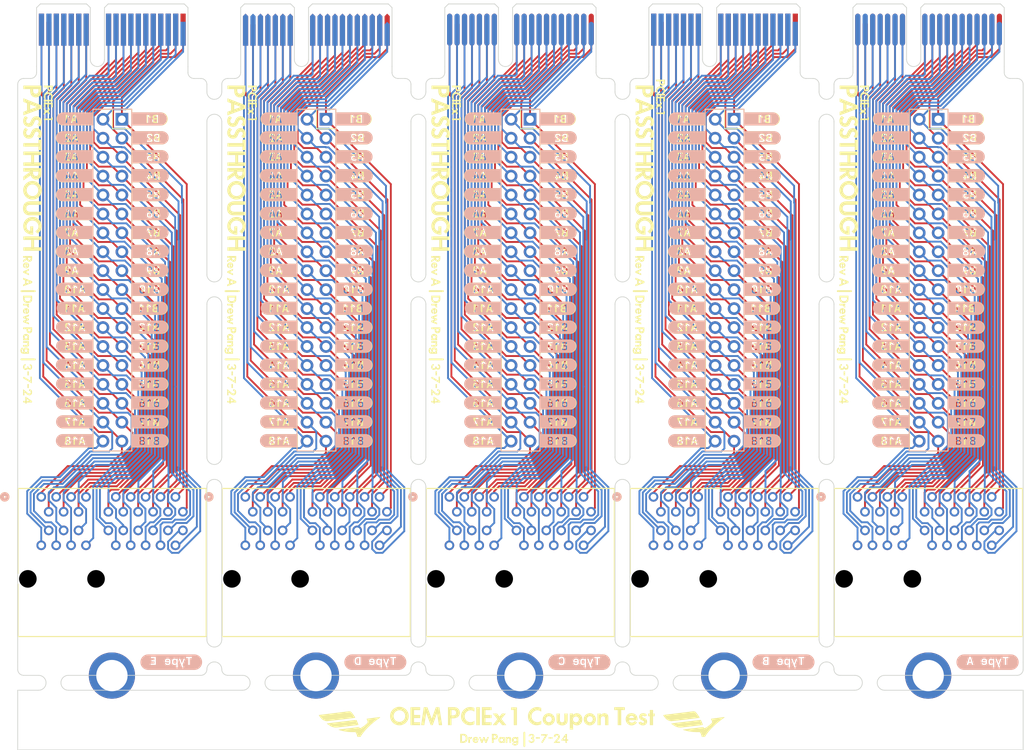
<source format=kicad_pcb>
(kicad_pcb (version 20221018) (generator pcbnew)
  (layers (0 "F.Cu" signal) (31 "B.Cu" signal) (34 "B.Paste" user) (35 "F.Paste" user) (36 "B.SilkS" user "B.Silkscreen") (37 "F.SilkS" user "F.Silkscreen") (38 "B.Mask" user) (39 "F.Mask" user) (44 "Edge.Cuts" user))
  (net 0 "")
  (net 1 "/a1")
  (net 2 "/a2")
  (net 3 "/a3")
  (net 4 "/a4")
  (net 5 "/a5")
  (net 6 "/a6")
  (net 7 "/a7")
  (net 8 "/a8")
  (net 9 "/a9")
  (net 10 "/a10")
  (net 11 "/a11")
  (net 12 "/a12")
  (net 13 "/a13")
  (net 14 "/a14")
  (net 15 "/a15")
  (net 16 "/a16")
  (net 17 "/a17")
  (net 18 "/a18")
  (net 19 "/b1")
  (net 20 "/b2")
  (net 21 "/b3")
  (net 22 "/b4")
  (net 23 "/b5")
  (net 24 "/b6")
  (net 25 "/b7")
  (net 26 "/b8")
  (net 27 "/b9")
  (net 28 "/b10")
  (net 29 "/b11")
  (net 30 "/b12")
  (net 31 "/b13")
  (net 32 "/b14")
  (net 33 "/b15")
  (net 34 "/b16")
  (net 35 "/b17")
  (net 36 "/b18")
  (footprint "kibuzzard-65E95DF3" (layer "F.Cu") (at 113.969999 69.053499)
    (fp_text reference "kibuzzard-65E95DF1" hide)
    (fp_text value "G***" hide)
  )
  (footprint "kibuzzard-65E95E9E" (layer "F.Cu") (at 168.819999 96.9935)
    (fp_text reference "kibuzzard-65E95E9E3" hide)
    (fp_text value "G***" hide)
  )
  (footprint "kibuzzard-65E95E93" (layer "F.Cu") (at 196.194998 89.3735)
    (fp_text reference "kibuzzard-65E95E11" hide)
    (fp_text value "G***" hide)
  )
  (footprint "kibuzzard-65E96322" (layer "F.Cu") (at 178.889998 102.073499)
    (fp_text reference "kibuzzard-65E44" hide)
    (fp_text value "G***" hide)
  )
  (footprint "kibuzzard-65E95E93" (layer "F.Cu") (at 114.069998 89.3735)
    (fp_text reference "kibuzzard-65E95E2" hide)
    (fp_text value "G***" hide)
  )
  (footprint "footprints:M.2_ScrewMount" (layer "F.Cu") (at 173.762499 136.1 180)
    (fp_text reference "REF**3" hide)
    (fp_text value "M.2_ScrewMount")
  )
  (footprint "kibuzzard-65E963A9" (layer "F.Cu") (at 178.889999 63.9735)
    (fp_text reference "kibuzzard-65E963A7" hide)
    (fp_text value "G***" hide)
  )
  (footprint "kibuzzard-65E95D19" (layer "F.Cu") (at 86.654999 84.293498)
    (fp_text reference "kibuzzard-65E95D19" hide)
    (fp_text value "G***" hide)
  )
  (footprint "footprints:mouse-bite-2mm-slot" (layer "F.Cu") (at 187.5 133.267 90)
    (fp_text reference "mouse-bite-2mm-slot18" hide)
    (fp_text value "VAL**" hide)
    (fp_arc (start -2 -1) (mid -1 0) (end -2 1) (stroke (width 0.1)) (layer "Edge.Cuts"))
    (fp_arc (start 2 1) (mid 1 0) (end 2 -1) (stroke (width 0.1)) (layer "Edge.Cuts"))
  )
  (footprint "kibuzzard-65E96100" (layer "F.Cu") (at 162.28137 89.720756 -90)
    (fp_text reference "kibuzzard-65E39" hide)
    (fp_text value "G***" hide)
  )
  (footprint "kibuzzard-65E96396" (layer "F.Cu") (at 124.139999 74.1335)
    (fp_text reference "kibuzzard-65E8" hide)
    (fp_text value "G***" hide)
  )
  (footprint "Connector_PCBEdge:BUS_PCIexpress_x1" (layer "F.Cu") (at 128.562501 49.45 180)
    (fp_text reference "J7" hide)
    (fp_text value "pcie_x1_connector")
    (fp_line (start -0.65 -4.95) (end -0.65 2.95) (stroke (width 0.1)) (layer "Edge.Cuts"))
    (fp_line (start -0.65 2.95) (end -0.15 3.45) (stroke (width 0.1)) (layer "Edge.Cuts"))
    (fp_line (start -0.15 3.45) (end 10.05 3.45) (stroke (width 0.1)) (layer "Edge.Cuts"))
    (fp_line (start 10.55 -4) (end 10.55 2.95) (stroke (width 0.1)) (layer "Edge.Cuts"))
    (fp_line (start 10.55 2.95) (end 10.05 3.45) (stroke (width 0.1)) (layer "Edge.Cuts"))
    (fp_line (start 12.45 -4) (end 12.45 2.95) (stroke (width 0.1)) (layer "Edge.Cuts"))
    (fp_line (start 12.45 2.95) (end 12.95 3.45) (stroke (width 0.1)) (layer "Edge.Cuts"))
    (fp_line (start 12.95 3.45) (end 19.15 3.45) (stroke (width 0.1)) (layer "Edge.Cuts"))
    (fp_line (start 19.65 -4.95) (end 19.65 2.95) (stroke (width 0.1)) (layer "Edge.Cuts"))
    (fp_line (start 19.65 2.95) (end 19.15 3.45) (stroke (width 0.1)) (layer "Edge.Cuts"))
    (fp_arc (start 10.55 -4) (mid 11.5 -4.95) (end 12.45 -4) (stroke (width 0.1)) (layer "Edge.Cuts"))
  )
  (footprint "kibuzzard-65E95E9E" (layer "F.Cu") (at 196.194999 96.9935)
    (fp_text reference "kibuzzard-65E95E9E4" hide)
    (fp_text value "G***" hide)
  )
  (footprint "kibuzzard-65E963A3" (layer "F.Cu") (at 96.764999 66.5135)
    (fp_text reference "kibuzzard-65E963A3" hide)
    (fp_text value "G***" hide)
  )
  (footprint "kibuzzard-65E95DEF" (layer "F.Cu") (at 196.094999 71.5935)
    (fp_text reference "kibuzzard-65E95DEF4" hide)
    (fp_text value "G***" hide)
  )
  (footprint "kibuzzard-65E95D19" (layer "F.Cu") (at 196.154999 84.293498)
    (fp_text reference "kibuzzard-65E95D4" hide)
    (fp_text value "G***" hide)
  )
  (footprint "kibuzzard-65E95EA8" (layer "F.Cu") (at 114.069998 102.073499)
    (fp_text reference "kibuzzard-65E95EA3" hide)
    (fp_text value "G***" hide)
  )
  (footprint "footprints:mouse-bite-2mm-slot" (layer "F.Cu") (at 111.175 137.067 180)
    (fp_text reference "mouse-bite-2mm-slot4" hide)
    (fp_text value "VAL**" hide)
    (fp_arc (start -2 -1) (mid -1 0) (end -2 1) (stroke (width 0.1)) (layer "Edge.Cuts"))
    (fp_arc (start 2 1) (mid 1 0) (end 2 -1) (stroke (width 0.1)) (layer "Edge.Cuts"))
  )
  (footprint "kibuzzard-65E95EA2" (layer "F.Cu") (at 168.819999 99.5335)
    (fp_text reference "kibuzzard-65E95EA6" hide)
    (fp_text value "G***" hide)
  )
  (footprint "kibuzzard-65E96303" (layer "F.Cu") (at 96.764998 89.373498)
    (fp_text reference "kibuzzard-65E96303" hide)
    (fp_text value "G***" hide)
  )
  (footprint "kibuzzard-65E95E93" (layer "F.Cu") (at 86.694998 89.3735)
    (fp_text reference "kibuzzard-65E95E93" hide)
    (fp_text value "G***" hide)
  )
  (footprint "kibuzzard-65E96314" (layer "F.Cu") (at 96.764999 96.9935)
    (fp_text reference "kibuzzard-65E96314" hide)
    (fp_text value "G***" hide)
  )
  (footprint "kibuzzard-65E962FE" (layer "F.Cu") (at 206.264999 86.8335)
    (fp_text reference "kibuzzard-65E962FE4" hide)
    (fp_text value "G***" hide)
  )
  (footprint "kibuzzard-65E95DF8" (layer "F.Cu") (at 86.594998 66.5135)
    (fp_text reference "kibuzzard-65E95DF8" hide)
    (fp_text value "G***" hide)
  )
  (footprint "kibuzzard-65E95DEB" (layer "F.Cu") (at 141.344997 74.133499)
    (fp_text reference "kibuzzard-65E95DEB2" hide)
    (fp_text value "G***" hide)
  )
  (footprint "kibuzzard-65E96310" (layer "F.Cu") (at 206.265001 94.4535)
    (fp_text reference "kibuzzard-65E60" hide)
    (fp_text value "G***" hide)
  )
  (footprint "kibuzzard-65E95DF8" (layer "F.Cu") (at 196.094998 66.5135)
    (fp_text reference "kibuzzard-65E95DF10" hide)
    (fp_text value "G***" hide)
  )
  (footprint "footprints:pcie_x1_socket" (layer "F.Cu") (at 191.658298 112.126998)
    (fp_text reference "J16" hide)
    (fp_text value "pcie_x1_connector")
  )
  (footprint "kibuzzard-65E95DDF" (layer "F.Cu") (at 113.969999 79.213499)
    (fp_text reference "kibuzzard-65E95DDF1" hide)
    (fp_text value "G***" hide)
  )
  (footprint "kibuzzard-65E95DF8" (layer "F.Cu") (at 141.344998 66.5135)
    (fp_text reference "kibuzzard-65E95DF5" hide)
    (fp_text value "G***" hide)
  )
  (footprint "kibuzzard-65E95EAD" (layer "F.Cu") (at 168.820001 104.613501)
    (fp_text reference "kibuzzard-65E95EAD3" hide)
    (fp_text value "G***" hide)
  )
  (footprint "kibuzzard-65E9639B" (layer "F.Cu") (at 206.265001 71.5935)
    (fp_text reference "kibuzzard-65E9639B4" hide)
    (fp_text value "G***" hide)
  )
  (footprint "kibuzzard-65E960EE" (layer "F.Cu") (at 83.103974 59.462053 -90)
    (fp_text reference "kibuzzard-65E960EE" hide)
    (fp_text value "G***" hide)
  )
  (footprint "kibuzzard-65E95DA8" (layer "F.Cu") (at 86.624999 81.7535)
    (fp_text reference "kibuzzard-65E95DA8" hide)
    (fp_text value "G***" hide)
  )
  (footprint "kibuzzard-65E95DEB" (layer "F.Cu") (at 196.094997 74.133499)
    (fp_text reference "kibuzzard-65E95DEB4" hide)
    (fp_text value "G***" hide)
  )
  (footprint "Connector_PinSocket_2.54mm:PinSocket_2x18_P2.54mm_Vertical" (layer "F.Cu") (at 147.724999 61.473499)
    (fp_text reference "J9" hide)
    (fp_text value "Conn_02x18_Top_Bottom")
  )
  (footprint "kibuzzard-65E9639B" (layer "F.Cu") (at 178.890001 71.5935)
    (fp_text reference "kibuzzard-65E9639B3" hide)
    (fp_text value "G***" hide)
  )
  (footprint "footprints:mouse-bite-2mm-slot" (layer "F.Cu") (at 105.375 59.8 90)
    (fp_text reference "mouse-bite-2mm-slot" hide)
    (fp_text value "VAL**" hide)
    (fp_arc (start -2 -1) (mid -1 0) (end -2 1) (stroke (width 0.1)) (layer "Edge.Cuts"))
    (fp_arc (start 2 1) (mid 1 0) (end 2 -1) (stroke (width 0.1)) (layer "Edge.Cuts"))
  )
  (footprint "kibuzzard-65E95DEF" (layer "F.Cu") (at 86.594999 71.5935)
    (fp_text reference "kibuzzard-65E95DEF" hide)
    (fp_text value "G***" hide)
  )
  (footprint "kibuzzard-65E962FB" (layer "F.Cu") (at 124.139998 84.2935)
    (fp_text reference "kibuzzard-65E962FB1" hide)
    (fp_text value "G***" hide)
  )
  (footprint "kibuzzard-65E95DF3" (layer "F.Cu") (at 168.719999 69.053499)
    (fp_text reference "kibuzzard-65E95DF6" hide)
    (fp_text value "G***" hide)
  )
  (footprint "kibuzzard-65E95EA2" (layer "F.Cu") (at 114.069999 99.5335)
    (fp_text reference "kibuzzard-65E95EA1" hide)
    (fp_text value "G***" hide)
  )
  (footprint "kibuzzard-65E95F03" (layer "F.Cu") (at 108.35 68.033501 -90)
    (fp_text reference "kibuzzard-65E95F1" hide)
    (fp_text value "G***" hide)
  )
  (footprint "footprints:mouse-bite-2mm-slot" (layer "F.Cu") (at 160.125 84.289 90)
    (fp_text reference "mouse-bite-2mm-slot7" hide)
    (fp_text value "VAL**" hide)
    (fp_arc (start -2 -1) (mid -1 0) (end -2 1) (stroke (width 0.1)) (layer "Edge.Cuts"))
    (fp_arc (start 2 1) (mid 1 0) (end 2 -1) (stroke (width 0.1)) (layer "Edge.Cuts"))
  )
  (footprint "kibuzzard-65E95F03" (layer "F.Cu") (at 80.975 68.033501 -90)
    (fp_text reference "kibuzzard-65E95F03" hide)
    (fp_text value "G***" hide)
  )
  (footprint "kibuzzard-65E95EAD" (layer "F.Cu") (at 196.195001 104.613501)
    (fp_text reference "kibuzzard-65E95EAD4" hide)
    (fp_text value "G***" hide)
  )
  (footprint "kibuzzard-65E963A9" (layer "F.Cu") (at 151.514999 63.9735)
    (fp_text reference "kibuzzard-65E963A5" hide)
    (fp_text value "G***" hide)
  )
  (footprint "kibuzzard-65E960EE" (layer "F.Cu") (at 137.853974 59.462053 -90)
    (fp_text reference "kibuzzard-65E960EE2" hide)
    (fp_text value "G***" hide)
  )
  (footprint "kibuzzard-65E95D19" (layer "F.Cu") (at 141.404999 84.293498)
    (fp_text reference "kibuzzard-65E95D2" hide)
    (fp_text value "G***" hide)
  )
  (footprint "kibuzzard-65E96303" (layer "F.Cu") (at 124.139998 89.373498)
    (fp_text reference "kibuzzard-65E2" hide)
    (fp_text value "G***" hide)
  )
  (footprint "kibuzzard-65E95E8F" (layer "F.Cu") (at 141.444999 86.8335)
    (fp_text reference "kibuzzard-65E95E8F2" hide)
    (fp_text value "G***" hide)
  )
  (footprint "kibuzzard-65E95DA8" (layer "F.Cu") (at 196.124999 81.7535)
    (fp_text reference "kibuzzard-65E95DA4" hide)
    (fp_text value "G***" hide)
  )
  (footprint "kibuzzard-65E96383" (layer "F.Cu") (at 124.139998 79.213499)
    (fp_text reference "kibuzzard-65E7" hide)
    (fp_text value "G***" hide)
  )
  (footprint "kibuzzard-65E96100" (layer "F.Cu") (at 80.15637 89.720756 -90)
    (fp_text reference "kibuzzard-65E96100" hide)
    (fp_text value "G***" hide)
  )
  (footprint "kibuzzard-65E95DFB" (layer "F.Cu") (at 86.594998 63.973498)
    (fp_text reference "kibuzzard-65E95DFB" hide)
    (fp_text value "G***" hide)
  )
  (footprint "kibuzzard-65E95F03" (layer "F.Cu") (at 190.475 68.033501 -90)
    (fp_text reference "kibuzzard-65E95F4" hide)
    (fp_text value "G***" hide)
  )
  (footprint "kibuzzard-65E95EA8" (layer "F.Cu") (at 196.194998 102.073499)
    (fp_text reference "kibuzzard-65E95EA10" hide)
    (fp_text value "G***" hide)
  )
  (footprint "kibuzzard-65E95E97" (layer "F.Cu") (at 86.695 91.9135)
    (fp_text reference "kibuzzard-65E95E97" hide)
    (fp_text value "G***" hide)
  )
  (footprint "kibuzzard-65E962FB" (layer "F.Cu") (at 206.264998 84.2935)
    (fp_text reference "kibuzzard-65E962FB4" hide)
    (fp_text value "G***" hide)
  )
  (footprint "kibuzzard-65E9639F" (layer "F.Cu") (at 178.89 69.0535)
    (fp_text reference "kibuzzard-65E9639F3" hide)
    (fp_text value "G***" hide)
  )
  (footprint "kibuzzard-65E95E04" (layer "F.Cu") (at 141.344998 61.433498)
    (fp_text reference "kibuzzard-65E95E4" hide)
    (fp_text value "G***" hide)
  )
  (footprint "kibuzzard-65E9636C" (layer "F.Cu") (at 96.765 81.7535)
    (fp_text reference "kibuzzard-65E9636C" hide)
    (fp_text value "G***" hide)
  )
  (footprint "kibuzzard-65E9638D" (layer "F.Cu") (at 206.264999 76.6735)
    (fp_text reference "kibuzzard-65E9638D4" hide)
    (fp_text value "G***" hide)
  )
  (footprint "kibuzzard-65E96318" (layer "F.Cu") (at 96.764999 99.5335)
    (fp_text reference "kibuzzard-65E96318" hide)
    (fp_text value "G***" hide)
  )
  (footprint "kibuzzard-65E96383" (layer "F.Cu") (at 151.514998 79.213499)
    (fp_text reference "kibuzzard-65E26" hide)
    (fp_text value "G***" hide)
  )
  (footprint "OEM:oem_logo_10mm" (layer "F.Cu") (at 169.8 142.6)
    (fp_text reference "G***" hide)
    (fp_text value "LOGO" hide)
  )
  (footprint "kibuzzard-65E96303" (layer "F.Cu") (at 178.889998 89.373498)
    (fp_text reference "kibuzzard-65E40" hide)
    (fp_text value "G***" hide)
  )
  (footprint "footprints:mouse-bite-2mm-slot" (layer "F.Cu") (at 160.125 108.778 90)
    (fp_text reference "mouse-bite-2mm-slot12" hide)
    (fp_text value "VAL**" hide)
    (fp_arc (start -2 -1) (mid -1 0) (end -2 1) (stroke (width 0.1)) (layer "Edge.Cuts"))
    (fp_arc (start 2 1) (mid 1 0) (end 2 -1) (stroke (width 0.1)) (layer "Edge.Cuts"))
  )
  (footprint "kibuzzard-65E963A3" (layer "F.Cu") (at 206.264999 66.5135)
    (fp_text reference "kibuzzard-65E963A8" hide)
    (fp_text value "G***" hide)
  )
  (footprint "kibuzzard-65E95E8F" (layer "F.Cu") (at 114.069999 86.8335)
    (fp_text reference "kibuzzard-65E95E8F1" hide)
    (fp_text value "G***" hide)
  )
  (footprint "kibuzzard-65E95E9E" (layer "F.Cu") (at 114.069999 96.9935)
    (fp_text reference "kibuzzard-65E95E9E1" hide)
    (fp_text value "G***" hide)
  )
  (footprint "kibuzzard-65E96100" (layer "F.Cu") (at 134.90637 89.720756 -90)
    (fp_text reference "kibuzzard-65E20" hide)
    (fp_text value "G***" hide)
  )
  (footprint "kibuzzard-65E9638D" (layer "F.Cu") (at 151.514999 76.6735)
    (fp_text reference "kibuzzard-65E9638D2" hide)
    (fp_text value "G***" hide)
  )
  (footprint "kibuzzard-65E9636C" (layer "F.Cu") (at 151.515 81.7535)
    (fp_text reference "kibuzzard-65E9636C2" hide)
    (fp_text value "G***" hide)
  )
  (footprint "kibuzzard-65E9630A" (layer "F.Cu") (at 151.515 91.9135)
    (fp_text reference "kibuzzard-65E9630A2" hide)
    (fp_text value "G***" hide)
  )
  (footprint "kibuzzard-65E960EE" (layer "F.Cu") (at 165.228974 58.662053 -90)
    (fp_text reference "kibuzzard-65E960EE3" hide)
    (fp_text value "G***" hide)
  )
  (footprint "kibuzzard-65E962FB" (layer "F.Cu") (at 96.764998 84.2935)
    (fp_text reference "kibuzzard-65E962FB" hide)
    (fp_text value "G***" hide)
  )
  (footprint "kibuzzard-65E95E9B" (layer "F.Cu") (at 168.820001 94.4535)
    (fp_text reference "kibuzzard-65E95E9B3" hide)
    (fp_text value "G***" hide)
  )
  (footprint "kibuzzard-65E96396" (layer "F.Cu") (at 151.514999 74.1335)
    (fp_text reference "kibuzzard-65E27" hide)
    (fp_text value "G***" hide)
  )
  (footprint "kibuzzard-65E9638D" (layer "F.Cu") (at 124.139999 76.6735)
    (fp_text reference "kibuzzard-65E9638D1" hide)
    (fp_text value "G***" hide)
  )
  (footprint "kibuzzard-65E96396" (layer "F.Cu") (at 178.889999 74.1335)
    (fp_text reference "kibuzzard-65E46" hide)
    (fp_text value "G***" hide)
  )
  (footprint "kibuzzard-65E9633C" (layer "F.Cu") (at 206.265001 104.613501)
    (fp_text reference "kibuzzard-65E9633C4" hide)
    (fp_text value "G***" hide)
  )
  (footprint "kibuzzard-65E95DE4" (layer "F.Cu") (at 113.969998 76.673499)
    (fp_text reference "kibuzzard-65E95DE1" hide)
    (fp_text value "G***" hide)
  )
  (footprint "footprints:mouse-bite-2mm-slot" (layer "F.Cu") (at 105.375 133.267 90)
    (fp_text reference "mouse-bite-2mm-slot15" hide)
    (fp_text value "VAL**" hide)
    (fp_arc (start -2 -1) (mid -1 0) (end -2 1) (stroke (width 0.1)) (layer "Edge.Cuts"))
    (fp_arc (start 2 1) (mid 1 0) (end 2 -1) (stroke (width 0.1)) (layer "Edge.Cuts"))
  )
  (footprint "kibuzzard-65E95DEB" (layer "F.Cu") (at 113.969997 74.133499)
    (fp_text reference "kibuzzard-65E95DEB1" hide)
    (fp_text value "G***" hide)
  )
  (footprint "kibuzzard-65E96314" (layer "F.Cu") (at 151.514999 96.9935)
    (fp_text reference "kibuzzard-65E23" hide)
    (fp_text value "G***" hide)
  )
  (footprint "kibuzzard-65E9636C" (layer "F.Cu") (at 178.89 81.7535)
    (fp_text reference "kibuzzard-65E9636C3" hide)
    (fp_text value "G***" hide)
  )
  (footprint "kibuzzard-65E95DDF" (layer "F.Cu") (at 86.594999 79.213499)
    (fp_text reference "kibuzzard-65E95DDF" hide)
    (fp_text value "G***" hide)
  )
  (footprint "kibuzzard-65E96396" (layer "F.Cu") (at 96.764999 74.1335)
    (fp_text reference "kibuzzard-65E96396" hide)
    (fp_text value "G***" hide)
  )
  (footprint "kibuzzard-65E95D19" (layer "F.Cu") (at 168.779999 84.293498)
    (fp_text reference "kibuzzard-65E95D3" hide)
    (fp_text value "G***" hide)
  )
  (footprint "kibuzzard-65E95DDF" (layer "F.Cu") (at 168.719999 79.213499)
    (fp_text reference "kibuzzard-65E95DDF5" hide)
    (fp_text value "G***" hide)
  )
  (footprint "kibuzzard-65E96310" (layer "F.Cu") (at 151.515001 94.4535)
    (fp_text reference "kibuzzard-65E22" hide)
    (fp_text value "G***" hide)
  )
  (footprint "kibuzzard-65E9639F" (layer "F.Cu") (at 206.265 69.0535)
    (fp_text reference "kibuzzard-65E9639F4" hide)
    (fp_text value "G***" hide)
  )
  (footprint "kibuzzard-65E95EAD" (layer "F.Cu") (at 86.695001 104.613501)
    (fp_text reference "kibuzzard-65E95EAD" hide)
    (fp_text value "G***" hide)
  )
  (footprint "kibuzzard-65E963A3" (layer "F.Cu") (at 178.889999 66.5135)
    (fp_text reference "kibuzzard-65E963A6" hide)
    (fp_text value "G***" hide)
  )
  (footprint "kibuzzard-65E9638D" (layer "F.Cu") (at 96.764999 76.6735)
    (fp_text reference "kibuzzard-65E9638D" hide)
    (fp_text value "G***" hide)
  )
  (footprint "kibuzzard-65E95E8F" (layer "F.Cu") (at 196.194999 86.8335)
    (fp_text reference "kibuzzard-65E95E8F4" hide)
    (fp_text value "G***" hide)
  )
  (footprint "kibuzzard-65E96318" (layer "F.Cu") (at 151.514999 99.5335)
    (fp_text reference "kibuzzard-65E24" hide)
    (fp_text value "G***" hide)
  )
  (footprint "kibuzzard-65E96100" (layer "F.Cu") (at 189.65637 89.720756 -90)
    (fp_text reference "kibuzzard-65E58" hide)
    (fp_text value "G***" hide)
  )
  (footprint "kibuzzard-65E95DFB" (layer "F.Cu") (at 168.719998 63.973498)
    (fp_text reference "kibuzzard-65E95DFB3" hide)
    (fp_text value "G***" hide)
  )
  (footprint "Connector_PinSocket_2.54mm:PinSocket_2x18_P2.54mm_Vertical" (layer "F.Cu") (at 175.099999 61.473499)
    (fp_text reference "J13" hide)
    (fp_text value "Conn_02x18_Top_Bottom")
  )
  (footprint "kibuzzard-65E95E9B" (layer "F.Cu") (at 141.445001 94.4535)
    (fp_text reference "kibuzzard-65E95E9B2" hide)
    (fp_text value "G***" hide)
  )
  (footprint "kibuzzard-65E96310" (layer "F.Cu") (at 178.890001 94.4535)
    (fp_text reference "kibuzzard-65E41" hide)
    (fp_text value "G***" hide)
  )
  (footprint "kibuzzard-65E96383" (layer "F.Cu") (at 96.764998 79.213499)
    (fp_text reference "kibuzzard-65E96383" hide)
    (fp_text value "G***" hide)
  )
  (footprint "kibuzzard-65E95DE4" (layer "F.Cu") (at 196.094998 76.673499)
    (fp_text reference "kibuzzard-65E95DE5" hide)
    (fp_text value "G***" hide)
  )
  (footprint "kibuzzard-65E95DE4" (layer "F.Cu") (at 168.719998 76.673499)
    (fp_text reference "kibuzzard-65E95DE3" hide)
    (fp_text value "G***" hide)
  )
  (footprint "kibuzzard-65E95DE4" (layer "F.Cu") (at 86.594998 76.673499)
    (fp_text reference "kibuzzard-65E95DE4" hide)
    (fp_text value "G***" hide)
  )
  (footprint "kibuzzard-65E963AE" (layer "F.Cu") (at 124.139998 61.4335)
    (fp_text reference "kibuzzard-65E963AE1" hide)
    (fp_text value "G***" hide)
  )
  (footprint "kibuzzard-65E96322" (layer "F.Cu") (at 206.264998 102.073499)
    (fp_text reference "kibuzzard-65E63" hide)
    (fp_text value "G***" hide)
  )
  (footprint "kibuzzard-65E95D19" (layer "F.Cu") (at 114.029999 84.293498)
    (fp_text reference "kibuzzard-65E95D1" hide)
    (fp_text value "G***" hide)
  )
  (footprint "kibuzzard-65E963A3" (layer "F.Cu") (at 124.139999 66.5135)
    (fp_text reference "kibuzzard-65E963A1" hide)
    (fp_text value "G***" hide)
  )
  (footprint "kibuzzard-65E95E9E" (layer "F.Cu") (at 86.694999 96.9935)
    (fp_text reference "kibuzzard-65E95E9E" hide)
    (fp_text value "G***" hide)
  )
  (footprint "kibuzzard-65E95DEB" (layer "F.Cu") (at 86.594997 74.133499)
    (fp_text reference "kibuzzard-65E95DEB" hide)
    (fp_text value "G***" hide)
  )
  (footprint "Connector_PinSocket_2.54mm:PinSocket_2x18_P2.54mm_Vertical" (layer "F.Cu") (at 202.474999 61.473499)
    (fp_text reference "J17" hide)
    (fp_text value "Conn_02x18_Top_Bottom")
  )
  (footprint "kibuzzard-65E96303" (layer "F.Cu") (at 206.264998 89.373498)
    (fp_text reference "kibuzzard-65E59" hide)
    (fp_text value "G***" hide)
  )
  (footprint "kibuzzard-65E963A9" (layer "F.Cu") (at 96.764999 63.9735)
    (fp_text reference "kibuzzard-65E963A9" hide)
    (fp_text value "G***" hide)
  )
  (footprint "kibuzzard-65E9633C" (layer "F.Cu") (at 124.140001 104.613501)
    (fp_text reference "kibuzzard-65E9633C1" hide)
    (fp_text value "G***" hide)
  )
  (footprint "kibuzzard-65E96100" (layer "F.Cu") (at 107.53137 89.720756 -90)
    (fp_text reference "kibuzzard-65E1" hide)
    (fp_text value "G***" hide)
  )
  (footprint "kibuzzard-65E963A9" (layer "F.Cu") (at 206.264999 63.9735)
    (fp_text reference "kibuzzard-65E963A10" hide)
    (fp_text value "G***" hide)
  )
  (footprint "kibuzzard-65E963AE" (layer "F.Cu") (at 151.514998 61.4335)
    (fp_text reference "kibuzzard-65E963AE2" hide)
    (fp_text value "G***" hide)
  )
  (footprint "kibuzzard-65E9630A" (layer "F.Cu") (at 96.765 91.9135)
    (fp_text reference "kibuzzard-65E9630A" hide)
    (fp_text value "G***" hide)
  )
  (footprint "kibuzzard-65E95E9E" (layer "F.Cu") (at 141.444999 96.9935)
    (fp_text reference "kibuzzard-65E95E9E2" hide)
    (fp_text value "G***" hide)
  )
  (footprint "OEM:oem_logo_10mm" (layer "F.Cu") (at 123.6 142.6)
    (fp_text reference "G***" hide)
    (fp_text value "LOGO" hide)
  )
  (footprint "footprints:M.2_ScrewMount" (layer "F.Cu") (at 146.387499 136.1 180)
    (fp_text reference "REF**2" hide)
    (fp_text value "M.2_ScrewMount")
  )
  (footprint "Connector_PinSocket_2.54mm:PinSocket_2x18_P2.54mm_Vertical" (layer "F.Cu") (at 120.349999 61.473499)
    (fp_text reference "J5" hide)
    (fp_text value "Conn_02x18_Top_Bottom")
  )
  (footprint "kibuzzard-65E95EA2" (layer "F.Cu") (at 86.694999 99.5335)
    (fp_text reference "kibuzzard-65E95EA2" hide)
    (fp_text value "G***" hide)
  )
  (footprint "footprints:mouse-bite-2mm-slot" (layer "F.Cu") (at 132.75 59.8 90)
    (fp_text reference "mouse-bite-2mm-slot1" hide)
    (fp_text value "VAL**" hide)
    (fp_arc (start -2 -1) (mid -1 0) (end -2 1) (stroke (width 0.1)) (layer "Edge.Cuts"))
    (fp_arc (start 2 1) (mid 1 0) (end 2 -1) (stroke (width 0.1)) (layer "Edge.Cuts"))
  )
  (footprint "kibuzzard-65E95DE4" (layer "F.Cu") (at 141.344998 76.673499)
    (fp_text reference "kibuzzard-65E95DE2" hide)
    (fp_text value "G***" hide)
  )
  (footprint "kibuzzard-65E9638D" (layer "F.Cu") (at 178.889999 76.6735)
    (fp_text reference "kibuzzard-65E9638D3" hide)
    (fp_text value "G***" hide)
  )
  (footprint "kibuzzard-65E95DEF" (layer "F.Cu") (at 168.719999 71.5935)
    (fp_text reference "kibuzzard-65E95DEF3" hide)
    (fp_text value "G***" hide)
  )
  (footprint "kibuzzard-65E95DDF" (layer "F.Cu") (at 196.094999 79.213499)
    (fp_text reference "kibuzzard-65E95DDF7" hide)
    (fp_text value "G***" hide)
  )
  (footprint "kibuzzard-65E95DEB" (layer "F.Cu") (at 168.719997 74.133499)
    (fp_text reference "kibuzzard-65E95DEB3" hide)
    (fp_text value "G***" hide)
  )
  (footprint "kibuzzard-65E95DFB" (layer "F.Cu") (at 141.344998 63.973498)
    (fp_text reference "kibuzzard-65E95DFB2" hide)
    (fp_text value "G***" hide)
  )
  (footprint "kibuzzard-65E963AE" (layer "F.Cu") (at 206.264998 61.4335)
    (fp_text reference "kibuzzard-65E963AE4" hide)
    (fp_text value "G***" hide)
  )
  (footprint "kibuzzard-65E96396" (layer "F.Cu") (at 206.264999 74.1335)
    (fp_text reference "kibuzzard-65E65" hide)
    (fp_text value "G***" hide)
  )
  (footprint "kibuzzard-65E96318" (layer "F.Cu") (at 178.889999 99.5335)
    (fp_text reference "kibuzzard-65E43" hide)
    (fp_text value "G***" hide)
  )
  (footprint "footprints:mouse-bite-2mm-slot" (layer "F.Cu") (at 165.925 137.067 180)
    (fp_text reference "mouse-bite-2mm-slot14" hide)
    (fp_text value "VAL**" hide)
    (fp_arc (start -2 -1) (mid -1 0) (end -2 1) (stroke (width 0.1)) (layer "Edge.Cuts"))
    (fp_arc (start 2 1) (mid 1 0) (end 2 -1) (stroke (width 0.1)) (layer "Edge.Cuts"))
  )
  (footprint "footprints:M.2_ScrewMount" (layer "F.Cu") (at 201.137499 136.1 180)
    (fp_text reference "REF**4" hide)
    (fp_text value "M.2_ScrewMount")
  )
  (footprint "kibuzzard-65E95E04" (layer "F.Cu") (at 168.719998 61.433498)
    (fp_text reference "kibuzzard-65E95E7" hide)
    (fp_text value "G***" hide)
  )
  (footprint "kibuzzard-65E96314" (layer "F.Cu") (at 124.139999 96.9935)
    (fp_text reference "kibuzzard-65E4" hide)
    (fp_text value "G***" hide)
  )
  (footprint "kibuzzard-65E95E8F" (layer "F.Cu") (at 168.819999 86.8335)
    (fp_text reference "kibuzzard-65E95E8F3" hide)
    (fp_text value "G***" hide)
  )
  (footprint "kibuzzard-65E95DA8" (layer "F.Cu") (at 113.999999 81.7535)
    (fp_text reference "kibuzzard-65E95DA1" hide)
    (fp_text value "G***" hide)
  )
  (footprint "footprints:mouse-bite-2mm-slot" (layer "F.Cu") (at 193.3 137.067 180)
    (fp_text reference "mouse-bite-2mm-slot19" hide)
    (fp_text value "VAL**" hide)
    (fp_arc (start -2 -1) (mid -1 0) (end -2 1) (stroke (width 0.1)) (layer "Edge.Cuts"))
    (fp_arc (start 2 1) (mid 1 0) (end 2 -1) (stroke (width 0.1)) (layer "Edge.Cuts"))
  )
  (footprint "kibuzzard-65E96322" (layer "F.Cu") (at 124.139998 102.073499)
    (fp_text reference "kibuzzard-65E6" hide)
    (fp_text value "G***" hide)
  )
  (footprint "kibuzzard-65E960EE" (layer "F.Cu") (at 110.478974 59.462053 -90)
    (fp_text reference "kibuzzard-65E960EE1" hide)
    (fp_text value "G***" hide)
  )
  (footprint "kibuzzard-65E95DF8" (layer "F.Cu") (at 113.969998 66.5135)
    (fp_text reference "kibuzzard-65E95DF2" hide)
    (fp_text value "G***" hide)
  )
  (footprint "footprints:mouse-bite-2mm-slot" (layer "F.Cu") (at 160.125 59.8 90)
    (fp_text reference "mouse-bite-2mm-slot2" hide)
    (fp_text value "VAL**" hide)
    (fp_arc (start -2 -1) (mid -1 0) (end -2 1) (stroke (width 0.1)) (layer "Edge.Cuts"))
    (fp_arc (start 2 1) (mid 1 0) (end 2 -1) (stroke (width 0.1)) (layer "Edge.Cuts"))
  )
  (footprint "kibuzzard-65E95F03" (layer "F.Cu") (at 135.725 68.033501 -90)
    (fp_text reference "kibuzzard-65E95F2" hide)
    (fp_text value "G***" hide)
  )
  (footprint "kibuzzard-65E9636C" (layer "F.Cu") (at 124.14 81.7535)
    (fp_text reference "kibuzzard-65E9636C1" hide)
    (fp_text value "G***" hide)
  )
  (footprint "kibuzzard-65E95EA2" (layer "F.Cu") (at 141.444999 99.5335)
    (fp_text reference "kibuzzard-65E95EA4" hide)
    (fp_text value "G***" hide)
  )
  (footprint "kibuzzard-65E95DA8" (layer "F.Cu") (at 141.374999 81.7535)
    (fp_text reference "kibuzzard-65E95DA2" hide)
    (fp_text value "G***" hide)
  )
  (footprint "kibuzzard-65E962FB" (layer "F.Cu") (at 178.889998 84.2935)
    (fp_text reference "kibuzzard-65E962FB3" hide)
    (fp_text value "G***" hide)
  )
  (footprint "Connector_PCBEdge:BUS_PCIexpress_x1" (layer "F.Cu") (at 101.187501 49.45 180)
    (fp_text reference "J3" hide)
    (fp_text value "pcie_x1_connector")
    (fp_line (start -0.65 -4.95) (end -0.65 2.95) (stroke (width 0.1)) (layer "Edge.Cuts"))
    (fp_line (start -0.65 2.95) (end -0.15 3.45) (stroke (width 0.1)) (layer "Edge.Cuts"))
    (fp_line (start -0.15 3.45) (end 10.05 3.45) (stroke (width 0.1)) (layer "Edge.Cuts"))
    (fp_line (start 10.55 -4) (end 10.55 2.95) (stroke (width 0.1)) (layer "Edge.Cuts"))
    (fp_line (start 10.55 2.95) (end 10.05 3.45) (stroke (width 0.1)) (layer "Edge.Cuts"))
    (fp_line (start 12.45 -4) (end 12.45 2.95) (stroke (width 0.1)) (layer "Edge.Cuts"))
    (fp_line (start 12.45 2.95) (end 12.95 3.45) (stroke (width 0.1)) (layer "Edge.Cuts"))
    (fp_line (start 12.95 3.45) (end 19.15 3.45) (stroke (width 0.1)) (layer "Edge.Cuts"))
    (fp_line (start 19.65 -4.95) (end 19.65 2.95) (stroke (width 0.1)) (layer "Edge.Cuts"))
    (fp_line (start 19.65 2.95) (end 19.15 3.45) (stroke (width 0.1)) (layer "Edge.Cuts"))
    (fp_arc (start 10.55 -4) (mid 11.5 -4.95) (end 12.45 -4) (stroke (width 0.1)) (layer "Edge.Cuts"))
  )
  (footprint "kibuzzard-65E96383" (layer "F.Cu") (at 178.889998 79.213499)
    (fp_text reference "kibuzzard-65E45" hide)
    (fp_text value "G***" hide)
  )
  (footprint "kibuzzard-65E95DF8" (layer "F.Cu") (at 168.719998 66.5135)
    (fp_text reference "kibuzzard-65E95DF7" hide)
    (fp_text value "G***" hide)
  )
  (footprint "kibuzzard-65E982B9" (layer "F.Cu") (at 145.6 144.7)
    (fp_text reference "kibuzzard-65E982B9" hide)
    (fp_text value "G***" hide)
  )
  (footprint "kibuzzard-65E95E9B" (layer "F.Cu") (at 114.070001 94.4535)
    (fp_text reference "kibuzzard-65E95E9B1" hide)
    (fp_text value "G***" hide)
  )
  (footprint "kibuzzard-65E9636C" (layer "F.Cu") (at 206.265 81.7535)
    (fp_text reference "kibuzzard-65E9636C4" hide)
    (fp_text value "G***" hide)
  )
  (footprint "footprints:mouse-bite-2mm-slot" (layer "F.Cu") (at 138.55 137.067 180)
    (fp_text reference "mouse-bite-2mm-slot9" hide)
    (fp_text value "VAL**" hide)
    (fp_arc (start -2 -1) (mid -1 0) (end -2 1) (stroke (width 0.1)) (layer "Edge.Cuts"))
    (fp_arc (start 2 1) (mid 1 0) (end 2 -1) (stroke (width 0.1)) (layer "Edge.Cuts"))
  )
  (footprint "kibuzzard-65E96322" (layer "F.Cu") (at 96.764998 102.073499)
    (fp_text reference "kibuzzard-65E96322" hide)
    (fp_text value "G***" hide)
  )
  (footprint "footprints:mouse-bite-2mm-slot" (layer "F.Cu") (at 105.375 84.289 90)
    (fp_text reference "mouse-bite-2mm-slot5" hide)
    (fp_text value "VAL**" hide)
    (fp_arc (start -2 -1) (mid -1 0) (end -2 1) (stroke (width 0.1)) (layer "Edge.Cuts"))
    (fp_arc (start 2 1) (mid 1 0) (end 2 -1) (stroke (width 0.1)) (layer "Edge.Cuts"))
  )
  (footprint "kibuzzard-65E96310" (layer "F.Cu") (at 124.140001 94.4535)
    (fp_text reference "kibuzzard-65E3" hide)
    (fp_text value "G***" hide)
  )
  (footprint "kibuzzard-65E95DFB" (layer "F.Cu") (at 113.969998 63.973498)
    (fp_text reference "kibuzzard-65E95DFB1" hide)
    (fp_text value "G***" hide)
  )
  (footprint "kibuzzard-65E96314" (layer "F.Cu") (at 206.264999 96.9935)
    (fp_text reference "kibuzzard-65E61" hide)
    (fp_text value "G***" hide)
  )
  (footprint "kibuzzard-65E96322" (layer "F.Cu") (at 151.514998 102.073499)
    (fp_text reference "kibuzzard-65E25" hide)
    (fp_text value "G***" hide)
  )
  (footprint "kibuzzard-65E962FE" (layer "F.Cu") (at 151.514999 86.8335)
    (fp_text reference "kibuzzard-65E962FE2" hide)
    (fp_text value "G***" hide)
  )
  (footprint "footprints:mouse-bite-2mm-slot" (layer "F.Cu") (at 187.5 84.289 90)
    (fp_text reference "mouse-bite-2mm-slot8" hide)
    (fp_text value "VAL**" hide)
    (fp_arc (start -2 -1) (mid -1 0) (end -2 1) (stroke (width 0.1)) (layer "Edge.Cuts"))
    (fp_arc (start 2 1) (mid 1 0) (end 2 -1) (stroke (width 0.1)) (layer "Edge.Cuts"))
  )
  (footprint "kibuzzard-65E95EAD" (layer "F.Cu") (at 114.070001 104.613501)
    (fp_text reference "kibuzzard-65E95EAD1" hide)
    (fp_text value "G***" hide)
  )
  (footprint "kibuzzard-65E95EAD" (layer "F.Cu") (at 141.445001 104.613501)
    (fp_text reference "kibuzzard-65E95EAD2" hide)
    (fp_text value "G***" hide)
  )
  (footprint "kibuzzard-65E96310" (layer "F.Cu") (at 96.765001 94.4535)
    (fp_text reference "kibuzzard-65E96310" hide)
    (fp_text value "G***" hide)
  )
  (footprint "footprints:mouse-bite-2mm-slot" (layer "F.Cu") (at 132.75 133.267 90)
    (fp_text reference "mouse-bite-2mm-slot16" hide)
    (fp_text value "VAL**" hide)
    (fp_arc (start -2 -1) (mid -1 0) (end -2 1) (stroke (width 0.1)) (layer "Edge.Cuts"))
    (fp_arc (start 2 1) (mid 1 0) (end 2 -1) (stroke (width 0.1)) (layer "Edge.Cuts"))
  )
  (footprint "footprints:pcie_x1_socket" (layer "F.Cu") (at 136.908298 112.126998)
    (fp_text reference "J8" hide)
    (fp_text value "pcie_x1_connector")
  )
  (footprint "kibuzzard-65E9639B" (layer "F.Cu") (at 151.515001 71.5935)
    (fp_text reference "kibuzzard-65E9639B2" hide)
    (fp_text value "G***" hide)
  )
  (footprint "kibuzzard-65E95DF3" (layer "F.Cu") (at 86.594999 69.053499)
    (fp_text reference "kibuzzard-65E95DF3" hide)
    (fp_text value "G***" hide)
  )
  (footprint "kibuzzard-65E96314" (layer "F.Cu") (at 178.889999 96.9935)
    (fp_text reference "kibuzzard-65E42" hide)
    (fp_text value "G***" hide)
  )
  (footprint "footprints:mouse-bite-2mm-slot" (layer "F.Cu") (at 132.75 108.778 90)
    (fp_text reference "mouse-bite-2mm-slot11" hide)
    (fp_text value "VAL**" hide)
    (fp_arc (start -2 -1) (mid -1 0) (end -2 1) (stroke (width 0.1)) (layer "Edge.Cuts"))
    (fp_arc (start 2 1) (mid 1 0) (end 2 -1) (stroke (width 0.1)) (layer "Edge.Cuts"))
  )
  (footprint "kibuzzard-65E96318" (layer "F.Cu") (at 206.264999 99.5335)
    (fp_text reference "kibuzzard-65E62" hide)
    (fp_text value "G***" hide)
  )
  (footprint "kibuzzard-65E95E97" (layer "F.Cu") (at 114.07 91.9135)
    (fp_text reference "kibuzzard-65E95E3" hide)
    (fp_text value "G***" hide)
  )
  (footprint "kibuzzard-65E95E9B" (layer "F.Cu") (at 86.695001 94.4535)
    (fp_text reference "kibuzzard-65E95E9B" hide)
    (fp_text value "G***" hide)
  )
  (footprint "kibuzzard-65E962FE" (layer "F.Cu") (at 178.889999 86.8335)
    (fp_text reference "kibuzzard-65E962FE3" hide)
    (fp_text value "G***" hide)
  )
  (footprint "footprints:mouse-bite-2mm-slot" (layer "F.Cu") (at 83.8 137.067 180)
    (fp_text reference "mouse-bite-2mm-slot15" hide)
    (fp_text value "VAL**" hide)
    (fp_arc (start -2 -1) (mid -1 0) (end -2 1) (stroke (width 0.1)) (layer "Edge.Cuts"))
    (fp_arc (start 2 1) (mid 1 0) (end 2 -1) (stroke (width 0.1)) (layer "Edge.Cuts"))
  )
  (footprint "kibuzzard-65E9639F" (layer "F.Cu") (at 96.765 69.0535)
    (fp_text reference "kibuzzard-65E9639F" hide)
    (fp_text value "G***" hide)
  )
  (footprint "footprints:pcie_x1_socket" (layer "F.Cu") (at 164.283298 112.126998)
    (fp_text reference "J12" hide)
    (fp_text value "pcie_x1_connector")
  )
  (footprint "kibuzzard-65E95E9B" (layer "F.Cu") (at 196.195001 94.4535)
    (fp_text reference "kibuzzard-65E95E9B4" hide)
    (fp_text value "G***" hide)
  )
  (footprint "kibuzzard-65E9639B" (layer "F.Cu") (at 124.140001 71.5935)
    (fp_text reference "kibuzzard-65E9639B1" hide)
    (fp_text value "G***" hide)
  )
  (footprint "kibuzzard-65E95E97" (layer "F.Cu") (at 141.445 91.9135)
    (fp_text reference "kibuzzard-65E95E6" hide)
    (fp_text value "G***" hide)
  )
  (footprint "kibuzzard-65E95DFB" (layer "F.Cu") (at 196.094998 63.973498)
    (fp_text reference "kibuzzard-65E95DFB4" hide)
    (fp_text value "G***" hide)
  )
  (footprint "kibuzzard-65E963A9" (layer "F.Cu") (at 124.139999 63.9735)
    (fp_text reference "kibuzzard-65E963A2" hide)
    (fp_text value "G***" hide)
  )
  (footprint "Connector_PCBEdge:BUS_PCIexpress_x1" (layer "F.Cu") (at 183.312501 49.45 180)
    (fp_text reference "J15" hide)
    (fp_text value "pcie_x1_connector")
    (fp_line (start -0.65 -4.95) (end -0.65 2.95) (stroke (width 0.1)) (layer "Edge.Cuts"))
    (fp_line (start -0.65 2.95) (end -0.15 3.45) (stroke (width 0.1)) (layer "Edge.Cuts"))
    (fp_line (start -0.15 3.45) (end 10.05 3.45) (stroke (width 0.1)) (layer "Edge.Cuts"))
    (fp_line (start 10.55 -4) (end 10.55 2.95) (stroke (width 0.1)) (layer "Edge.Cuts"))
    (fp_line (start 10.55 2.95) (end 10.05 3.45) (stroke (width 0.1)) (layer "Edge.Cuts"))
    (fp_line (start 12.45 -4) (end 12.45 2.95) (stroke (width 0.1)) (layer "Edge.Cuts"))
    (fp_line (start 12.45 2.95) (end 12.95 3.45) (stroke (width 0.1)) (layer "Edge.Cuts"))
    (fp_line (start 12.95 3.45) (end 19.15 3.45) (stroke (width 0.1)) (layer "Edge.Cuts"))
    (fp_line (start 19.65 -4.95) (end 19.65 2.95) (stroke (width 0.1)) (layer "Edge.Cuts"))
    (fp_line (start 19.65 2.95) (end 19.15 3.45) (stroke (width 0.1)) (layer "Edge.Cuts"))
    (fp_arc (start 10.55 -4) (mid 11.5 -4.95) (end 12.45 -4) (stroke (width 0.1)) (layer "Edge.Cuts"))
  )
  (footprint "kibuzzard-65E963AE" (layer "F.Cu") (at 178.889998 61.4335)
    (fp_text reference "kibuzzard-65E963AE3" hide)
    (fp_text value "G***" hide)
  )
  (footprint "kibuzzard-65E96303" (layer "F.Cu") (at 151.514998 89.373498)
    (fp_text reference "kibuzzard-65E21" hide)
    (fp_text value "G***" hide)
  )
  (footprint "kibuzzard-65E9630A" (layer "F.Cu") (at 178.89 91.9135)
    (fp_text reference "kibuzzard-65E9630A3" hide)
    (fp_text value "G***" hide)
  )
  (footprint "kibuzzard-65E95DEF" (layer "F.Cu") (at 141.344999 71.5935)
    (fp_text reference "kibuzzard-65E95DEF2" hide)
    (fp_text value "G***" hide)
  )
  (footprint "kibuzzard-65E95EA8" (layer "F.Cu") (at 86.694998 102.073499)
    (fp_text reference "kibuzzard-65E95EA8" hide)
    (fp_text value "G***" hide)
  )
  (footprint "kibuzzard-65E95E93" (layer "F.Cu") (at 141.444998 89.3735)
    (fp_text reference "kibuzzard-65E95E5" hide)
    (fp_text value "G***" hide)
  )
  (footprint "footprints:M.2_ScrewMount" (layer "F.Cu") (at 119.012499 136.1 180)
    (fp_text reference "REF**1" hide)
    (fp_text value "M.2_ScrewMount")
  )
  (footprint "kibuzzard-65E98285" (layer "F.Cu") (at 146.7 141.8)
    (fp_text reference "kibuzzard-65E98285" hide)
    (fp_text value "G***" hide)
  )
  (footprint "footprints:mouse-bite-2mm-slot" (layer "F.Cu") (at 187.5 108.778 90)
    (fp_text reference "mouse-bite-2mm-slot13" hide)
    (fp_text value "VAL**" hide)
    (fp_arc (start -2 -1) (mid -1 0) (end -2 1) (stroke (width 0.1)) (layer "Edge.Cuts"))
    (fp_arc (start 2 1) (mid 1 0) (end 2 -1) (stroke (width 0.1)) (layer "Edge.Cuts"))
  )
  (footprint "kibuzzard-65E9633C" (layer "F.Cu") (at 96.765001 104.613501)
    (fp_text reference "kibuzzard-65E9633C" hide)
    (fp_text value "G***" hide)
  )
  (footprint "kibuzzard-65E95E97" (layer "F.Cu") (at 196.195 91.9135)
    (fp_text reference "kibuzzard-65E95E12" hide)
    (fp_text value "G***" hide)
  )
  (footprint "kibuzzard-65E95EA2" (layer "F.Cu") (at 196.194999 99.5335)
    (fp_text reference "kibuzzard-65E95EA9" hide)
    (fp_text value "G***" hide)
  )
  (footprint "kibuzzard-65E963A3" (layer "F.Cu") (at 151.514999 66.5135)
    (fp_text reference "kibuzzard-65E963A4" hide)
    (fp_text value "G***" hide)
  )
  (footprint "kibuzzard-65E962FE" (layer "F.Cu") (at 96.764999 86.8335)
    (fp_text reference "kibuzzard-65E962FE" hide)
    (fp_text value "G***" hide)
  )
  (footprint "kibuzzard-65E9639F" (layer "F.Cu") (at 151.515 69.0535)
    (fp_text reference "kibuzzard-65E9639F2" hide)
    (fp_text value "G***" hide)
  )
  (footprint "footprints:mouse-bite-2mm-slot" (layer "F.Cu") (at 132.75 84.289 90)
    (fp_text reference "mouse-bite-2mm-slot6" hide)
    (fp_text value "VAL**" hide)
    (fp_arc (start -2 -1) (mid -1 0) (end -2 1) (stroke (width 0.1)) (layer "Edge.Cuts"))
    (fp_arc (start 2 1) (mid 1 0) (end 2 -1) (stroke (width 0.1)) (layer "Edge.Cuts"))
  )
  (footprint "Connector_PinSocket_2.54mm:PinSocket_2x18_P2.54mm_Vertical" (layer "F.Cu") (at 92.974999 61.473499)
    (fp_text reference "J2" hide)
    (fp_text value "Conn_02x18_Top_Bottom")
  )
  (footprint "kibuzzard-65E95F03" (layer "F.Cu") (at 163.1 68.033501 -90)
    (fp_text reference "kibuzzard-65E95F3" hide)
    (fp_text value "G***" hide)
  )
  (footprint "kibuzzard-65E962FB" (layer "F.Cu") (at 151.514998 84.2935)
    (fp_text reference "kibuzzard-65E962FB2" hide)
    (fp_text value "G***" hide)
  )
  (footprint "footprints:pcie_x1_socket" (layer "F.Cu") (at 82.158298 112.126998)
    (fp_text reference "J1" hide)
    (fp_text value "pcie_x1_connector")
  )
  (footprint "kibuzzard-65E962FE" (layer "F.Cu") (at 124.139999 86.8335)
    (fp_text reference "kibuzzard-65E962FE1" hide)
    (fp_text value "G***" hide)
  )
  (footprint "kibuzzard-65E96383" (layer "F.Cu") (at 206.264998 79.213499)
    (fp_text reference "kibuzzard-65E64" hide)
    (fp_text value "G***" hide)
  )
  (footprint "footprints:M.2_ScrewMount" (layer "F.Cu") (at 91.637499 136.1 180)
    (fp_text reference "REF**" hide)
    (fp_text value "M.2_ScrewMount")
  )
  (footprint "kibuzzard-65E9639B" (layer "F.Cu") (at 96.765001 71.5935)
    (fp_text reference "kibuzzard-65E9639B" hide)
    (fp_text value "G***" hide)
  )
  (footprint "kibuzzard-65E963AE" (layer "F.Cu") (at 96.764998 61.4335)
    (fp_text reference "kibuzzard-65E963AE" hide)
    (fp_text value "G***" hide)
  )
  (footprint "kibuzzard-65E95DDF" (layer "F.Cu") (at 141.344999 79.213499)
    (fp_text reference "kibuzzard-65E95DDF3" hide)
    (fp_text value "G***" hide)
  )
  (footprint "footprints:mouse-bite-2mm-slot" (layer "F.Cu") (at 105.375 108.778 90)
    (fp_text reference "mouse-bite-2mm-slot10" hide)
    (fp_text value "VAL**" hide)
    (fp_arc (start -2 -1) (mid -1 0) (end -2 1) (stroke (width 0.1)) (layer "Edge.Cuts"))
    (fp_arc (start 2 1) (mid 1 0) (end 2 -1) (stroke (width 0.1)) (layer "Edge.Cuts"))
  )
  (footprint "kibuzzard-65E960EE" (layer "F.Cu") (at 192.603974 59.462053 -90)
    (fp_text reference "kibuzzard-65E960EE4" hide)
    (fp_text value "G***" hide)
  )
  (footprint "kibuzzard-65E96318" (layer "F.Cu") (at 124.139999 99.5335)
    (fp_text reference "kibuzzard-65E5" hide)
    (fp_text value "G***" hide)
  )
  (footprint "kibuzzard-65E95EA8" (layer "F.Cu") (at 168.819998 102.073499)
    (fp_text reference "kibuzzard-65E95EA7" hide)
    (fp_text value "G***" hide)
  )
  (footprint "kibuzzard-65E9633C" (layer "F.Cu") (at 151.515001 104.613501)
    (fp_text reference "kibuzzard-65E9633C2" hide)
    (fp_text value "G***" hide)
  )
  (footprint "kibuzzard-65E95E93" (layer "F.Cu") (at 168.819998 89.3735)
    (fp_text reference "kibuzzard-65E95E8" hide)
    (fp_text value "G***" hide)
  )
  (footprint "kibuzzard-65E95DF3" (layer "F.Cu") (at 141.344999 69.053499)
    (fp_text reference "kibuzzard-65E95DF4" hide)
    (fp_text value "G***" hide)
  )
  (footprint "footprints:mouse-bite-2mm-slot" (layer "F.Cu") (at 160.125 133.267 90)
    (fp_text reference "mouse-bite-2mm-slot17" hide)
    (fp_text value "VAL**" hide)
    (fp_arc (start -2 -1) (mid -1 0) (end -2 1) (stroke (width 0.1)) (layer "Edge.Cuts"))
    (fp_arc (start 2 1) (mid 1 0) (end 2 -1) (stroke (width 0.1)) (layer "Edge.Cuts"))
  )
  (footprint "kibuzzard-65E95DF3" (layer "F.Cu") (at 196.094999 69.053499)
    (fp_text reference "kibuzzard-65E95DF9" hide)
    (fp_text value "G***" hide)
  )
  (footprint "Connector_PCBEdge:BUS_PCIexpress_x1" (layer "F.Cu") (at 155.937501 49.45 180)
    (fp_text reference "J11" hide)
    (fp_text value "pcie_x1_connector")
    (fp_line (start -0.65 -4.95) (end -0.65 2.95) (stroke (width 0.1)) (layer "Edge.Cuts"))
    (fp_line (start -0.65 2.95) (end -0.15 3.45) (stroke (width 0.1)) (layer "Edge.Cuts"))
    (fp_line (start -0.15 3.45) (end 10.05 3.45) (stroke (width 0.1)) (layer "Edge.Cuts"))
    (fp_line (start 10.55 -4) (end 10.55 2.95) (stroke (width 0.1)) (layer "Edge.Cuts"))
    (fp_line (start 10.55 2.95) (end 10.05 3.45) (stroke (width 0.1)) (layer "Edge.Cuts"))
    (fp_line (start 12.45 -4) (end 12.45 2.95) (stroke (width 0.1)) (layer "Edge.Cuts"))
    (fp_line (start 12.45 2.95) (end 12.95 3.45) (stroke (width 0.1)) (layer "Edge.Cuts"))
    (fp_line (start 12.95 3.45) (end 19.15 3.45) (stroke (width 0.1)) (layer "Edge.Cuts"))
    (fp_line (start 19.65 -4.95) (end 19.65 2.95) (stroke (width 0.1)) (layer "Edge.Cuts"))
    (fp_line (start 19.65 2.95) (end 19.15 3.45) (stroke (width 0.1)) (layer "Edge.Cuts"))
    (fp_arc (start 10.55 -4) (mid 11.5 -4.95) (end 12.45 -4) (stroke (width 0.1)) (layer "Edge.Cuts"))
  )
  (footprint "kibuzzard-65E9630A" (layer "F.Cu") (at 206.265 91.9135)
    (fp_text reference "kibuzzard-65E9630A4" hide)
    (fp_text value "G***" hide)
  )
  (footprint "kibuzzard-65E95DA8" (layer "F.Cu") (at 168.749999 81.7535)
    (fp_text reference "kibuzzard-65E95DA3" hide)
    (fp_text value "G***" hide)
  )
  (footprint "footprints:pcie_x1_socket" (layer "F.Cu") (at 109.533298 112.126998)
    (fp_text reference "J4" hide)
    (fp_text value "pcie_x1_connector")
  )
  (footprint "kibuzzard-65E95E04" (layer "F.Cu") (at 86.594998 61.433498)
    (fp_text reference "kibuzzard-65E95E04" hide)
    (fp_text value "G***" hide)
  )
  (footprint "kibuzzard-65E95E97" (layer "F.Cu") (at 168.82 91.9135)
    (fp_text reference "kibuzzard-65E95E9" hide)
    (fp_text value "G***" hide)
  )
  (footprint "kibuzzard-65E9633C" (layer "F.Cu") (at 178.890001 104.613501)
    (fp_text reference "kibuzzard-65E9633C3" hide)
    (fp_text value "G***" hide)
  )
  (footprint "kibuzzard-65E95E8F" (layer "F.Cu") (at 86.694999 86.8335)
    (fp_text reference "kibuzzard-65E95E8F" hide)
    (fp_text value "G***" hide)
  )
  (footprint "footprints:mouse-bite-2mm-slot" (layer "F.Cu") (at 187.5 59.8 90)
    (fp_text reference "mouse-bite-2mm-slot3" hide)
    (fp_text value "VAL**" hide)
    (fp_arc (start -2 -1) (mid -1 0) (end -2 1) (stroke (width 0.1)) (layer "Edge.Cuts"))
    (fp_arc (start 2 1) (mid 1 0) (end 2 -1) (stroke (width 0.1)) (layer "Edge.Cuts"))
  )
  (footprint "kibuzzard-65E9639F" (layer "F.Cu") (at 124.14 69.0535)
    (fp_text reference "kibuzzard-65E9639F1" hide)
    (fp_text value "G***" hide)
  )
  (footprint "kibuzzard-65E95EA8" (layer "F.Cu") (at 141.444998 102.073499)
    (fp_text reference "kibuzzard-65E95EA5" hide)
    (fp_text value "G***" hide)
  )
  (footprint "Connector_PCBEdge:BUS_PCIexpress_x1" (layer "F.Cu") (at 210.687501 49.45 180)
    (fp_text reference "J11" hide)
    (fp_text value "pcie_x1_connector")
    (fp_line (start -0.65 -4.95) (end -0.65 2.95) (stroke (width 0.1)) (layer "Edge.Cuts"))
    (fp_line (start -0.65 2.95) (end -0.15 3.45) (stroke (width 0.1)) (layer "Edge.Cuts"))
    (fp_line (start -0.15 3.45) (end 10.05 3.45) (stroke (width 0.1)) (layer "Edge.Cuts"))
    (fp_line (start 10.55 -4) (end 10.55 2.95) (stroke (width 0.1)) (layer "Edge.Cuts"))
    (fp_line (start 10.55 2.95) (end 10.05 3.45) (stroke (width 0.1)) (layer "Edge.Cuts"))
    (fp_line (start 12.45 -4) (end 12.45 2.95) (stroke (width 0.1)) (layer "Edge.Cuts"))
    (fp_line (start 12.45 2.95) (end 12.95 3.45) (stroke (width 0.1)) (layer "Edge.Cuts"))
    (fp_line (start 12.95 3.45) (end 19.15 3.45) (stroke (width 0.1)) (layer "Edge.Cuts"))
    (fp_line (start 19.65 -4.95) (end 19.65 2.95) (stroke (width 0.1)) (layer "Edge.Cuts"))
    (fp_line (start 19.65 2.95) (end 19.15 3.45) (stroke (width 0.1)) (layer "Edge.Cuts"))
    (fp_arc (start 10.55 -4) (mid 11.5 -4.95) (end 12.45 -4) (stroke (width 0.1)) (layer "Edge.Cuts"))
  )
  (footprint "kibuzzard-65E95E04" (layer "F.Cu") (at 196.094998 61.433498)
    (fp_text reference "kibuzzard-65E95E10" hide)
    (fp_text value "G***" hide)
  )
  (footprint "kibuzzard-65E95E04" (layer "F.Cu") (at 113.969998 61.433498)
    (fp_text reference "kibuzzard-65E95E1" hide)
    (fp_text value "G***" hide)
  )
  (footprint "kibuzzard-65E9630A" (layer "F.Cu") (at 124.14 91.9135)
    (fp_text reference "kibuzzard-65E9630A1" hide)
    (fp_text value "G***" hide)
  )
  (footprint "kibuzzard-65E95DEF" (layer "F.Cu") (at 113.969999 71.5935)
    (fp_text reference "kibuzzard-65E95DEF1" hide)
    (fp_text value "G***" hide)
  )
  (footprint "kibuzzard-65E981B7" (layer "B.Cu") (at 209.1 134.3 180)
    (fp_text reference "kibuzzard-65E981B7" hide)
    (fp_text value "G***" hide)
  )
  (footprint "kibuzzard-65E96967" (layer "B.Cu") (at 178.924392 66.497888 180)
    (fp_text reference "kibuzzard-65E49" hide)
    (fp_text value "G***" hide)
  )
  (footprint "kibuzzard-65E96989" (layer "B.Cu") (at 124.074391 86.817888 180)
    (fp_text reference "kibuzzard-65E16" hide)
    (fp_text value "G***" hide)
  )
  (footprint "kibuzzard-65E96991" (layer "B.Cu") (at 124.07439 91.897888 180)
    (fp_text reference "kibuzzard-65E17" hide)
    (fp_text value "G***" hide)
  )
  (footprint "kibuzzard-65E969A0" (layer "B.Cu") (at 178.824392 102.057887 180)
    (fp_text reference "kibuzzard-65E969A6" hide)
    (fp_text value "G***" hide)
  )
  (footprint "kibuzzard-65E969ED" (layer "B.Cu") (at 141.379389 104.597889 180)
    (fp_text reference "kibuzzard-65E969ED2" hide)
    (fp_text value "G***" hide)
  )
  (footprint "kibuzzard-65E969C2" (layer "B.Cu") (at 141.379391 76.657888 180)
    (fp_text reference "kibuzzard-65E969C4" hide)
    (fp_text value "G***" hide)
  )
  (footprint "kibuzzard-65E95DDF" (layer "B.Cu") (at 206.299391 79.197887 180)
    (fp_text reference "kibuzzard-65E95DDF8" hide)
    (fp_text value "G***" hide)
  )
  (footprint "kibuzzard-65E969AE" (layer "B.Cu") (at 196.129391 63.957888 180)
    (fp_text reference "kibuzzard-65E969AE4" hide)
    (fp_text value "G***" hide)
  )
  (footprint "kibuzzard-65E969D2" (layer "B.Cu") (at 141.379391 86.817888 180)
    (fp_text reference "kibuzzard-65E969D4" hide)
    (fp_text value "G***" hide)
  )
  (footprint "kibuzzard-65E96962" (layer "B.Cu") (at 96.799392 63.957886 180)
    (fp_text reference "kibuzzard-65E96962" hide)
    (fp_text value "G***" hide)
  )
  (footprint "kibuzzard-65E96959" (layer "B.Cu") (at 206.179391 61.427888 180)
    (fp_text reference "kibuzzard-65E66" hide)
    (fp_text value "G***" hide)
  )
  (footprint "kibuzzard-65E96977" (layer "B.Cu") (at 151.549393 74.117887 180)
    (fp_text reference "kibuzzard-65E32" hide)
    (fp_text value "G***" hide)
  )
  (footprint "kibuzzard-65E969D5" (layer "B.Cu") (at 141.379392 89.357886 180)
    (fp_text reference "kibuzzard-65E969D6" hide)
    (fp_text value "G***" hide)
  )
  (footprint "kibuzzard-65E969BF" (layer "B.Cu") (at 86.629391 74.117888 180)
    (fp_text reference "kibuzzard-65E969BF" hide)
    (fp_text value "G***" hide)
  )
  (footprint "kibuzzard-65E969BA" (layer "B.Cu") (at 196.129389 71.577888 180)
    (fp_text reference "kibuzzard-65E969BA4" hide)
    (fp_text value "G***" hide)
  )
  (footprint "kibuzzard-65E969B1" (layer "B.Cu") (at 114.004391 66.497888 180)
    (fp_text reference "kibuzzard-65E969B2" hide)
    (fp_text value "G***" hide)
  )
  (footprint "kibuzzard-65E969CE" (layer "B.Cu") (at 86.629392 84.277888 180)
    (fp_text reference "kibuzzard-65E969CE" hide)
    (fp_text value "G***" hide)
  )
  (footprint "kibuzzard-65E96959" (layer "B.Cu") (at 96.679391 61.427888 180)
    (fp_text reference "kibuzzard-65E96959" hide)
    (fp_text value "G***" hide)
  )
  (footprint "kibuzzard-65E969A4" (layer "B.Cu") (at 96.699389 104.597889 180)
    (fp_text reference "kibuzzard-65E969A4" hide)
    (fp_text value "G***" hide)
  )
  (footprint "kibuzzard-65E969DD" (layer "B.Cu") (at 141.379389 94.437888 180)
    (fp_text reference "kibuzzard-65E969DD2" hide)
    (fp_text value "G***" hide)
  )
  (footprint "kibuzzard-65E96959" (layer "B.Cu") (at 178.804391 61.427888 180)
    (fp_text reference "kibuzzard-65E47" hide)
    (fp_text value "G***" hide)
  )
  (footprint "kibuzzard-65E9698D" (layer "B.Cu") (at 124.074392 89.357888 180)
    (fp_text reference "kibuzzard-65E9698D1" hide)
    (fp_text value "G***" hide)
  )
  (footprint "kibuzzard-65E96967" (layer "B.Cu") (at 124.174392 66.497888 180)
    (fp_text reference "kibuzzard-65E11" hide)
    (fp_text value "G***" hide)
  )
  (footprint "kibuzzard-65E969D5" (layer "B.Cu") (at 114.004392 89.357886 180)
    (fp_text reference "kibuzzard-65E969D3" hide)
    (fp_text value "G***" hide)
  )
  (footprint "kibuzzard-65E96984" (layer "B.Cu") (at 124.114391 84.277886 180)
    (fp_text reference "kibuzzard-65E15" hide)
    (fp_text value "G***" hide)
  )
  (footprint "kibuzzard-65E96962" (layer "B.Cu") (at 178.924392 63.957886 180)
    (fp_text reference "kibuzzard-65E48" hide)
    (fp_text value "G***" hide)
  )
  (footprint "kibuzzard-65E969AA" (layer "B.Cu") (at 168.754392 61.417888 180)
    (fp_text reference "kibuzzard-65E969AA3" hide)
    (fp_text value "G***" hide)
  )
  (footprint "kibuzzard-65E96999" (layer "B.Cu") (at 124.074391 96.977888 180)
    (fp_text reference "kibuzzard-65E19" hide)
    (fp_text value "G***" hide)
  )
  (footprint "kibuzzard-65E96980" (layer "B.Cu") (at 96.769391 81.737888 180)
    (fp_text reference "kibuzzard-65E96980" hide)
    (fp_text value "G***" hide)
  )
  (footprint "kibuzzard-65E969AE" (layer "B.Cu") (at 168.754391 63.957888 180)
    (fp_text reference "kibuzzard-65E969AE3" hide)
    (fp_text value "G***" hide)
  )
  (footprint "kibuzzard-65E969DD" (layer "B.Cu") (at 86.629389 94.437888 180)
    (fp_text reference "kibuzzard-65E969DD" hide)
    (fp_text value "G***" hide)
  )
  (footprint "kibuzzard-65E969A4" (layer "B.Cu") (at 178.824389 104.597889 180)
    (fp_text reference "kibuzzard-65E969A7" hide)
    (fp_text value "G***" hide)
  )
  (footprint "kibuzzard-65E969AE" (layer "B.Cu") (at 114.004391 63.957888 180)
    (fp_text reference "kibuzzard-65E969AE1" hide)
    (fp_text value "G***" hide)
  )
  (footprint "kibuzzard-65E96977" (layer "B.Cu") (at 178.924393 74.117887 180)
    (fp_text reference "kibuzzard-65E51" hide)
    (fp_text value "G***" hide)
  )
  (footprint "kibuzzard-65E969DA" (layer "B.Cu") (at 141.37939 91.897888 180)
    (fp_text reference "kibuzzard-65E969DA2" hide)
    (fp_text value "G***" hide)
  )
  (footprint "kibuzzard-65E96995" (layer "B.Cu") (at 151.449389 94.437888 180)
    (fp_text reference "kibuzzard-65E37" hide)
    (fp_text value "G***" hide)
  )
  (footprint "kibuzzard-65E9699C" (layer "B.Cu") (at 124.074391 99.517888 180)
    (fp_text reference "kibuzzard-65E9699C1" hide)
    (fp_text value "G***" hide)
  )
  (footprint "kibuzzard-65E969C6" (layer "B.Cu") (at 196.129392 79.197887 180)
    (fp_text reference "kibuzzard-65E969C10" hide)
    (fp_text value "G***" hide)
  )
  (footprint "Connector_PinSocket_2.54mm:PinSocket_2x18_P2.54mm_Vertical" (layer "B.Cu") (at 90.419391 61.447888 180)
    (fp_text reference "J2" hide)
    (fp_text value "Conn_02x18_Top_Bottom")
  )
  (footprint "kibuzzard-65E969D2" (layer "B.Cu") (at 196.129391 86.817888 180)
    (fp_text reference "kibuzzard-65E969D9" hide)
    (fp_text value "G***" hide)
  )
  (footprint "kibuzzard-65E96995" (layer "B.Cu") (at 96.699389 94.437888 180)
    (fp_text reference "kibuzzard-65E96995" hide)
    (fp_text value "G***" hide)
  )
  (footprint "kibuzzard-65E969C2" (layer "B.Cu") (at 196.129391 76.657888 180)
    (fp_text reference "kibuzzard-65E969C9" hide)
    (fp_text value "G***" hide)
  )
  (footprint "kibuzzard-65E969CA" (layer "B.Cu") (at 168.75439 81.737888 180)
    (fp_text reference "kibuzzard-65E969CA3" hide)
    (fp_text value "G***" hide)
  )
  (footprint "kibuzzard-65E969A4" (layer "B.Cu") (at 124.074389 104.597889 180)
    (fp_text reference "kibuzzard-65E969A2" hide)
    (fp_text value "G***" hide)
  )
  (footprint "kibuzzard-65E96973" (layer "B.Cu") (at 178.924391 71.577888 180)
    (fp_text reference "kibuzzard-65E50" hide)
    (fp_text value "G***" hide)
  )
  (footprint "kibuzzard-65E9699C" (layer "B.Cu") (at 178.824391 99.517888 180)
    (fp_text reference "kibuzzard-65E9699C3" hide)
    (fp_text value "G***" hide)
  )
  (footprint "kibuzzard-65E969D5" (layer "B.Cu") (at 168.754392 89.357886 180)
    (fp_text reference "kibuzzard-65E969D8" hide)
    (fp_text value "G***" hide)
  )
  (footprint "kibuzzard-65E9696D" (layer "B.Cu") (at 96.799391 69.037887 180)
    (fp_text reference "kibuzzard-65E9696D" hide)
    (fp_text value "G***" hide)
  )
  (footprint "kibuzzard-65E969AE" (layer "B.Cu") (at 86.629391 63.957888 180)
    (fp_text reference "kibuzzard-65E969AE" hide)
    (fp_text value "G***" hide)
  )
  (footprint "kibuzzard-65E969C6" (layer "B.Cu") (at 86.629392 79.197887 180)
    (fp_text reference "kibuzzard-65E969C6" hide)
    (fp_text value "G***" hide)
  )
  (footprint "kibuzzard-65E969E1" (layer "B.Cu") (at 114.004391 96.977888 180)
    (fp_text reference "kibuzzard-65E969E2" hide)
    (fp_text value "G***" hide)
  )
  (footprint "kibuzzard-65E969CA" (layer "B.Cu") (at 141.37939 81.737888 180)
    (fp_text reference "kibuzzard-65E969CA2" hide)
    (fp_text value "G***" hide)
  )
  (footprint "kibuzzard-65E96973" (layer "B.Cu") (at 206.299391 71.577888 180)
    (fp_text reference "kibuzzard-65E69" hide)
    (fp_text value "G***" hide)
  )
  (footprint "kibuzzard-65E969CE" (layer "B.Cu") (at 168.754392 84.277888 180)
    (fp_text reference "kibuzzard-65E969CE3" hide)
    (fp_text value "G***" hide)
  )
  (footprint "kibuzzard-65E9696D" (layer "B.Cu") (at 206.299391 69.037887 180)
    (fp_text reference "kibuzzard-65E9696D4" hide)
    (fp_text value "G***" hide)
  )
  (footprint "kibuzzard-65E98207" (layer "B.Cu") (at 99.6 134.3 180)
    (fp_text reference "kibuzzard-65E98207" hide)
    (fp_text value "G***" hide)
  )
  (footprint "kibuzzard-65E9697B" (layer "B.Cu") (at 178.924392 76.657887 180)
    (fp_text reference "kibuzzard-65E9697B3" hide)
    (fp_text value "G***" hide)
  )
  (footprint "kibuzzard-65E969B6" (layer "B.Cu") (at 141.37939 69.037888 180)
    (fp_text reference "kibuzzard-65E969B5" hide)
    (fp_text value "G***" hide)
  )
  (footprint "kibuzzard-65E969B1" (layer "B.Cu") (at 141.379391 66.497888 180)
    (fp_text reference "kibuzzard-65E969B4" hide)
    (fp_text value "G***" hide)
  )
  (footprint "kibuzzard-65E9698D" (layer "B.Cu") (at 178.824392 89.357888 180)
    (fp_text reference "kibuzzard-65E9698D3" hide)
    (fp_text value "G***" hide)
  )
  (footprint "kibuzzard-65E96984" (layer "B.Cu") (at 206.239391 84.277886 180)
    (fp_text reference "kibuzzard-65E72" hide)
    (fp_text value "G***" hide)
  )
  (footprint "kibuzzard-65E969B6" (layer "B.Cu") (at 114.00439 69.037888 180)
    (fp_text reference "kibuzzard-65E969B3" hide)
    (fp_text value "G***" hide)
  )
  (footprint "kibuzzard-65E969CE" (layer "B.Cu") (at 196.129392 84.277888 180)
    (fp_text reference "kibuzzard-65E969CE4" hide)
    (fp_text value "G***" hide)
  )
  (footprint "kibuzzard-65E969A4" (layer "B.Cu") (at 151.449389 104.597889 180)
    (fp_text reference "kibuzzard-65E969A5" hide)
    (fp_text value "G***" hide)
  )
  (footprint "kibuzzard-65E96999" (layer "B.Cu") (at 151.449391 96.977888 180)
    (fp_text reference "kibuzzard-65E38" hide)
    (fp_text value "G***" hide)
  )
  (footprint "kibuzzard-65E969CA" (layer "B.Cu") (at 86.62939 81.737888 180)
    (fp_text reference "kibuzzard-65E969CA" hide)
    (fp_text value "G***" hide)
  )
  (footprint "kibuzzard-65E969DA" (layer "B.Cu") (at 196.12939 91.897888 180)
    (fp_text reference "kibuzzard-65E969DA4" hide)
    (fp_text value "G***" hide)
  )
  (footprint "kibuzzard-65E969E9" (layer "B.Cu") (at 168.754392 102.057887 180)
    (fp_text reference "kibuzzard-65E969E12" hide)
    (fp_text value "G***" hide)
  )
  (footprint "kibuzzard-65E969E1" (layer "B.Cu") (at 141.379391 96.977888 180)
    (fp_text reference "kibuzzard-65E969E6" hide)
    (fp_text value "G***" hide)
  )
  (footprint "kibuzzard-65E969D5" (layer "B.Cu") (at 86.629392 89.357886 180)
    (fp_text reference "kibuzzard-65E969D5" hide)
    (fp_text value "G***" hide)
  )
  (footprint "kibuzzard-65E969ED" (layer "B.Cu") (at 86.629389 104.597889 180)
    (fp_text reference "kibuzzard-65E969ED" hide)
    (fp_text value "G***" hide)
  )
  (footprint "kibuzzard-65E969B1" (layer "B.Cu") (at 196.129391 66.497888 180)
    (fp_text reference "kibuzzard-65E969B9" hide)
    (fp_text value "G***" hide)
  )
  (footprint "kibuzzard-65E9697B" (layer "B.Cu") (at 151.549392 76.657887 180)
    (fp_text reference "kibuzzard-65E9697B2" hide)
    (fp_text value "G***" hide)
  )
  (footprint "kibuzzard-65E9696D" (layer "B.Cu") (at 124.174391 69.037887 180)
    (fp_text reference "kibuzzard-65E9696D1" hide)
    (fp_text value "G***" hide)
  )
  (footprint "kibuzzard-65E95DDF" (layer "B.Cu") (at 151.549391 79.197887 180)
    (fp_text reference "kibuzzard-65E95DDF4" hide)
    (fp_text value "G***" hide)
  )
  (footprint "kibuzzard-65E95DDF" (layer "B.Cu") (at 96.799391 79.197887 180)
    (fp_text reference "kibuzzard-65E95DDF" hide)
    (fp_text value "G***" hide)
  )
  (footprint "kibuzzard-65E96991" (layer "B.Cu") (at 151.44939 91.897888 180)
    (fp_text reference "kibuzzard-65E36" hide)
    (fp_text value "G***" hide)
  )
  (footprint "kibuzzard-65E969CE" (layer "B.Cu") (at 141.379392 84.277888 180)
    (fp_text reference "kibuzzard-65E969CE2" hide)
    (fp_text value "G***" hide)
  )
  (footprint "kibuzzard-65E969BA" (layer "B.Cu") (at 168.754389 71.577888 180)
    (fp_text reference "kibuzzard-65E969BA3" hide)
    (fp_text value "G***" hide)
  )
  (footprint "kibuzzard-65E969A4" (layer "B.Cu") (at 206.199389 104.597889 180)
    (fp_text reference "kibuzzard-65E969A9" hide)
    (fp_text value "G***" hide)
  )
  (footprint "kibuzzard-65E96999" (layer "B.Cu") (at 96.699391 96.977888 180)
    (fp_text reference "kibuzzard-65E96999" hide)
    (fp_text value "G***" hide)
  )
  (footprint "kibuzzard-65E969DD" (layer "B.Cu") (at 168.754389 94.437888 180)
    (fp_text reference "kibuzzard-65E969DD3" hide)
    (fp_text value "G***" hide)
  )
  (footprint "kibuzzard-65E969E9" (layer "B.Cu") (at 141.379392 102.057887 180)
    (fp_text reference "kibuzzard-65E969E8" hide)
    (fp_text value "G***" hide)
  )
  (footprint "kibuzzard-65E969AA" (layer "B.Cu") (at 141.379392 61.417888 180)
    (fp_text reference "kibuzzard-65E969AA2" hide)
    (fp_text value "G***" hide)
  )
  (footprint "kibuzzard-65E969D5" (layer "B.Cu") (at 196.129392 89.357886 180)
    (fp_text reference "kibuzzard-65E969D10" hide)
    (fp_text value "G***" hide)
  )
  (footprint "Connector_PinSocket_2.54mm:PinSocket_2x18_P2.54mm_Vertical" (layer "B.Cu") (at 117.794391 61.447888 180)
    (fp_text reference "J6" hide)
    (fp_text value "Conn_02x18_Top_Bottom")
  )
  (footprint "kibuzzard-65E969C2" (layer "B.Cu") (at 168.754391 76.657888 180)
    (fp_text reference "kibuzzard-65E969C7" hide)
    (fp_text value "G***" hide)
  )
  (footprint "kibuzzard-65E9698D" (layer "B.Cu") (at 151.449392 89.357888 180)
    (fp_text reference "kibuzzard-65E9698D2" hide)
    (fp_text value "G***" hide)
  )
  (footprint "kibuzzard-65E96995" (layer "B.Cu") (at 124.074389 94.437888 180)
    (fp_text reference "kibuzzard-65E18" hide)
    (fp_text value "G***" hide)
  )
  (footprint "kibuzzard-65E96980" (layer "B.Cu") (at 124.144391 81.737888 180)
    (fp_text reference "kibuzzard-65E14" hide)
    (fp_text value "G***" hide)
  )
  (footprint "kibuzzard-65E969B6" (layer "B.Cu") (at 86.62939 69.037888 180)
    (fp_text reference "kibuzzard-65E969B6" hide)
    (fp_text value "G***" hide)
  )
  (footprint "kibuzzard-65E96984" (layer "B.Cu") (at 151.489391 84.277886 180)
    (fp_text reference "kibuzzard-65E34" hide)
    (fp_text value "G***" hide)
  )
  (footprint "kibuzzard-65E969ED" (layer "B.Cu") (at 114.004389 104.597889 180)
    (fp_text reference "kibuzzard-65E969ED1" hide)
    (fp_text value "G***" hide)
  )
  (footprint "kibuzzard-65E969AA" (layer "B.Cu") (at 114.004392 61.417888 180)
    (fp_text reference "kibuzzard-65E969AA1" hide)
    (fp_text value "G***" hide)
  )
  (footprint "kibuzzard-65E969CE" (layer "B.Cu") (at 114.004392 84.277888 180)
    (fp_text reference "kibuzzard-65E969CE1" hide)
    (fp_text value "G***" hide)
  )
  (footprint "Connector_PinSocket_2.54mm:PinSocket_2x18_P2.54mm_Vertical" (layer "B.Cu") (at 145.169391 61.447888 180)
    (fp_text reference "J10" hide)
    (fp_text value "Conn_02x18_Top_Bottom")
  )
  (footprint "kibuzzard-65E969D2" (layer "B.Cu") (at 86.629391 86.817888 180)
    (fp_text reference "kibuzzard-65E969D2" hide)
    (fp_text value "G***" hide)
  )
  (footprint "kibuzzard-65E96999" (layer "B.Cu") (at 206.199391 96.977888 180)
    (fp_text reference "kibuzzard-65E76" hide)
    (fp_text value "G***" hide)
  )
  (footprint "kibuzzard-65E96995" (layer "B.Cu") (at 206.199389 94.437888 180)
    (fp_text reference "kibuzzard-65E75" hide)
    (fp_text value "G***" hide)
  )
  (footprint "kibuzzard-65E96984" (layer "B.Cu") (at 96.739391 84.277886 180)
    (fp_text reference "kibuzzard-65E96984" hide)
    (fp_text value "G***" hide)
  )
  (footprint "kibuzzard-65E969C6" (layer "B.Cu") (at 168.754392 79.197887 180)
    (fp_text reference "kibuzzard-65E969C8" hide)
    (fp_text value "G***" hide)
  )
  (footprint "kibuzzard-65E96967" (layer "B.Cu") (at 151.549392 66.497888 180)
    (fp_text reference "kibuzzard-65E30" hide)
    (fp_text value "G***" hide)
  )
  (footprint "kibuzzard-65E969A0" (layer "B.Cu") (at 151.449392 102.057887 180)
    (fp_text reference "kibuzzard-65E969A3" hide)
    (fp_text value "G***" hide)
  )
  (footprint "kibuzzard-65E9698D" (layer "B.Cu") (at 96.699392 89.357888 180)
    (fp_text reference "kibuzzard-65E9698D" hide)
    (fp_text value "G***" hide)
  )
  (footprint "kibuzzard-65E969BF" (layer "B.Cu") (at 168.754391 74.117888 180)
    (fp_text reference "kibuzzard-65E969BF3" hide)
    (fp_text value "G***" hide)
  )
  (footprint "kibuzzard-65E96989" (layer "B.Cu") (at 96.699391 86.817888 180)
    (fp_text reference "kibuzzard-65E96989" hide)
    (fp_text value "G***" hide)
  )
  (footprint "kibuzzard-65E969B6" (layer "B.Cu") (at 196.12939 69.037888 180)
    (fp_text reference "kibuzzard-65E969B10" hide)
    (fp_text value "G***" hide)
  )
  (footprint "kibuzzard-65E96989" (layer "B.Cu") (at 178.824391 86.817888 180)
    (fp_text reference "kibuzzard-65E54" hide)
    (fp_text value "G***" hide)
  )
  (footprint "kibuzzard-65E96984" (layer "B.Cu") (at 178.864391 84.277886 180)
    (fp_text reference "kibuzzard-65E53" hide)
    (fp_text value "G***" hide)
  )
  (footprint "kibuzzard-65E96959" (layer "B.Cu") (at 151.429391 61.427888 180)
    (fp_text reference "kibuzzard-65E28" hide)
    (fp_text value "G***" hide)
  )
  (footprint "kibuzzard-65E969E5" (layer "B.Cu") (at 168.754391 99.517888 180)
    (fp_text reference "kibuzzard-65E969E11" hide)
    (fp_text value "G***" hide)
  )
  (footprint "kibuzzard-65E96977" (layer "B.Cu") (at 206.299393 74.117887 180)
    (fp_text reference "kibuzzard-65E70" hide)
    (fp_text value "G***" hide)
  )
  (footprint "kibuzzard-65E9696D" (layer "B.Cu") (at 178.924391 69.037887 180)
    (fp_text reference "kibuzzard-65E9696D3" hide)
    (fp_text value "G***" hide)
  )
  (footprint "kibuzzard-65E969E5" (layer "B.Cu") (at 141.379391 99.517888 180)
    (fp_text reference "kibuzzard-65E969E7" hide)
    (fp_text value "G***" hide)
  )
  (footprint "Connector_PinSocket_2.54mm:PinSocket_2x18_P2.54mm_Vertical" (layer "B.Cu") (at 172.544391 61.447888 180)
    (fp_text reference "J14" hide)
    (fp_text value "Conn_02x18_Top_Bottom")
  )
  (footprint "kibuzzard-65E96989" (layer "B.Cu") (at 206.199391 86.817888 180)
    (fp_text reference "kibuzzard-65E73" hide)
    (fp_text value "G***" hide)
  )
  (footprint "kibuzzard-65E95DDF" (layer "B.Cu") (at 124.174391 79.197887 180)
    (fp_text reference "kibuzzard-65E95DDF2" hide)
    (fp_text value "G***" hide)
  )
  (footprint "kibuzzard-65E969DD" (layer "B.Cu") (at 114.004389 94.437888 180)
    (fp_text reference "kibuzzard-65E969DD1" hide)
    (fp_text value "G***" hide)
  )
  (footprint "kibuzzard-65E9697B" (layer "B.Cu") (at 96.799392 76.657887 180)
    (fp_text reference "kibuzzard-65E9697B" hide)
    (fp_text value "G***" hide)
  )
  (footprint "kibuzzard-65E98203" (layer "B.Cu") (at 126.975 134.3 180)
    (fp_text reference "kibuzzard-65E98203" hide)
    (fp_text value "G***" hide)
  )
  (footprint "kibuzzard-65E969E9" (layer "B.Cu") (at 196.129392 102.057887 180)
    (fp_text reference "kibuzzard-65E969E15" hide)
    (fp_text value "G***" hide)
  )
  (footprint "kibuzzard-65E969C2" (layer "B.Cu") (at 86.629391 76.657888 180)
    (fp_text reference "kibuzzard-65E969C2" hide)
    (fp_text value "G***" hide)
  )
  (footprint "kibuzzard-65E969A0" (layer "B.Cu") (at 96.699392 102.057887 180)
    (fp_text reference "kibuzzard-65E969A0" hide)
    (fp_text value "G***" hide)
  )
  (footprint "kibuzzard-65E969C2" (layer "B.Cu") (at 114.004391 76.657888 180)
    (fp_text reference "kibuzzard-65E969C1" hide)
    (fp_text value "G***" hide)
  )
  (footprint "kibuzzard-65E96980" (layer "B.Cu") (at 178.894391 81.737888 180)
    (fp_text reference "kibuzzard-65E52" hide)
    (fp_text value "G***" hide)
  )
  (footprint "kibuzzard-65E969E5" (layer "B.Cu") (at 114.004391 99.517888 180)
    (fp_text reference "kibuzzard-65E969E3" hide)
    (fp_text value "G***" hide)
  )
  (footprint "kibuzzard-65E969BA" (layer "B.Cu") (at 141.379389 71.577888 180)
    (fp_text reference "kibuzzard-65E969BA2" hide)
    (fp_text value "G***" hide)
  )
  (footprint "kibuzzard-65E969E1" (layer "B.Cu") (at 168.754391 96.977888 180)
    (fp_text reference "kibuzzard-65E969E10" hide)
    (fp_text value "G***" hide)
  )
  (footprint "kibuzzard-65E96967" (layer "B.Cu") (at 96.799392 66.497888 180)
    (fp_text reference "kibuzzard-65E96967" hide)
    (fp_text value "G***" hide)
  )
  (footprint "kibuzzard-65E969CA" (layer "B.Cu") (at 114.00439 81.737888 180)
    (fp_text reference "kibuzzard-65E969CA1" hide)
    (fp_text value "G***" hide)
  )
  (footprint "kibuzzard-65E969DA" (layer "B.Cu") (at 168.75439 91.897888 180)
    (fp_text reference "kibuzzard-65E969DA3" hide)
    (fp_text value "G***" hide)
  )
  (footprint "kibuzzard-65E9698D" (layer "B.Cu") (at 206.199392 89.357888 180)
    (fp_text reference "kibuzzard-65E9698D4" hide)
    (fp_text value "G***" hide)
  )
  (footprint "kibuzzard-65E96962" (layer "B.Cu") (at 151.549392 63.957886 180)
    (fp_text reference "kibuzzard-65E29" hide)
    (fp_text value "G***" hide)
  )
  (footprint "kibuzzard-65E96980" (layer "B.Cu") (at 206.269391 81.737888 180)
    (fp_text reference "kibuzzard-65E71" hide)
    (fp_text value "G***" hide)
  )
  (footprint "kibuzzard-65E969DD" (layer "B.Cu") (at 196.129389 94.437888 180)
    (fp_text reference "kibuzzard-65E969DD4" hide)
    (fp_text value "G***" hide)
  )
  (footprint "kibuzzard-65E96962" (layer "B.Cu") (at 206.299392 63.957886 180)
    (fp_text reference "kibuzzard-65E67" hide)
    (fp_text value "G***" hide)
  )
  (footprint "kibuzzard-65E969D2" (layer "B.Cu") (at 168.754391 86.817888 180)
    (fp_text reference "kibuzzard-65E969D7" hide)
    (fp_text value "G***" hide)
  )
  (footprint "kibuzzard-65E9699C" (layer "B.Cu") (at 96.699391 99.517888 180)
    (fp_text reference "kibuzzard-65E9699C" hide)
    (fp_text value "G***" hide)
  )
  (footprint "kibuzzard-65E96989" (layer "B.Cu") (at 151.449391 86.817888 180)
    (fp_text reference "kibuzzard-65E35" hide)
    (fp_text value "G***" hide)
  )
  (footprint "kibuzzard-65E969AE" (layer "B.Cu") (at 141.379391 63.957888 180)
    (fp_text reference "kibuzzard-65E969AE2" hide)
    (fp_text value "G***" hide)
  )
  (footprint "kibuzzard-65E969E9" (layer "B.Cu") (at 114.004392 102.057887 180)
    (fp_text reference "kibuzzard-65E969E4" hide)
    (fp_text value "G***" hide)
  )
  (footprint "kibuzzard-65E969BF" (layer "B.Cu") (at 114.004391 74.117888 180)
    (fp_text reference "kibuzzard-65E969BF1" hide)
    (fp_text value "G***" hide)
  )
  (footprint "kibuzzard-65E96980" (layer "B.Cu") (at 151.519391 81.737888 180)
    (fp_text reference "kibuzzard-65E33" hide)
    (fp_text value "G***" hide)
  )
  (footprint "kibuzzard-65E96977" (layer "B.Cu") (at 124.174393 74.117887 180)
    (fp_text reference "kibuzzard-65E13" hide)
    (fp_text value "G***" hide)
  )
  (footprint "kibuzzard-65E969C6" (layer "B.Cu") (at 141.379392 79.197887 180)
    (fp_text reference "kibuzzard-65E969C5" hide)
    (fp_text value "G***" hide)
  )
  (footprint "kibuzzard-65E969A0" (layer "B.Cu") (at 124.074392 102.057887 180)
    (fp_text reference "kibuzzard-65E969A1" hide)
    (fp_text value "G***" hide)
  )
  (footprint "kibuzzard-65E969E5" (layer "B.Cu") (at 196.129391 99.517888 180)
    (fp_text reference "kibuzzard-65E969E14" hide)
    (fp_text value "G***" hide)
  )
  (footprint "kibuzzard-65E96973" (layer "B.Cu") (at 151.549391 71.577888 180)
    (fp_text reference "kibuzzard-65E31" hide)
    (fp_text value "G***" hide)
  )
  (footprint "kibuzzard-65E969BF" (layer "B.Cu") (at 141.379391 74.117888 180)
    (fp_text reference "kibuzzard-65E969BF2" hide)
    (fp_text value "G***" hide)
  )
  (footprint "kibuzzard-65E969B1" (layer "B.Cu") (at 86.629391 66.497888 180)
    (fp_text reference "kibuzzard-65E969B1" hide)
    (fp_text value "G***" hide)
  )
  (footprint "kibuzzard-65E981FF" (layer "B.Cu") (at 154.35 134.3 180)
    (fp_text reference "kibuzzard-65E981FF" hide)
    (fp_text value "G***" hide)
  )
  (footprint "kibuzzard-65E969D2" (layer "B.Cu") (at 114.004391 86.817888 180)
    (fp_text reference "kibuzzard-65E969D1" hide)
    (fp_text value "G***" hide)
  )
  (footprint "Connector_PinSocket_2.54mm:PinSocket_2x18_P2.54mm_Vertical" (layer "B.Cu") (at 199.919391 61.447888 180)
    (fp_text reference "J18" hide)
    (fp_text value "Conn_02x18_Top_Bottom")
  )
  (footprint "kibuzzard-65E969B1" (layer "B.Cu") (at 168.754391 66.497888 180)
    (fp_text reference "kibuzzard-65E969B7" hide)
    (fp_text value "G***" hide)
  )
  (footprint "kibuzzard-65E969ED" (layer "B.Cu") (at 196.129389 104.597889 180)
    (fp_text reference "kibuzzard-65E969ED4" hide)
    (fp_text value "G***" hide)
  )
  (footprint "kibuzzard-65E96991" (layer "B.Cu") (at 206.19939 91.897888 180)
    (fp_text reference "kibuzzard-65E74" hide)
    (fp_text value "G***" hide)
  )
  (footprint "kibuzzard-65E969BA" (layer "B.Cu") (at 86.629389 71.577888 180)
    (fp_text reference "kibuzzard-65E969BA" hide)
    (fp_text value "G***" hide)
  )
  (footprint "kibuzzard-65E96977" (layer "B.Cu") (at 96.799393 74.117887 180)
    (fp_text reference "kibuzzard-65E96977" hide)
    (fp_text value "G***" hide)
  )
  (footprint "kibuzzard-65E96967" (layer "B.Cu") (at 206.299392 66.497888 180)
    (fp_text reference "kibuzzard-65E68" hide)
    (fp_text value "G***" hide)
  )
  (footprint "kibuzzard-65E96973" (layer "B.Cu") (at 124.174391 71.577888 180)
    (fp_text reference "kibuzzard-65E12" hide)
    (fp_text value "G***" hide)
  )
  (footprint "kibuzzard-65E969AA" (layer "B.Cu") (at 196.129392 61.417888 180)
    (fp_text reference "kibuzzard-65E969AA4" hide)
    (fp_text value "G***" hide)
  )
  (footprint "kibuzzard-65E96959" (layer "B.Cu") (at 124.054391 61.427888 180)
    (fp_text reference "kibuzzard-65E9" hide)
    (fp_text value "G***" hide)
  )
  (footprint "kibuzzard-65E96991" (layer "B.Cu") (at 178.82439 91.897888 180)
    (fp_text reference "kibuzzard-65E55" hide)
    (fp_text value "G***" hide)
  )
  (footprint "kibuzzard-65E969AA" (layer "B.Cu") (at 86.629392 61.417888 180)
    (fp_text reference "kibuzzard-65E969AA" hide)
    (fp_text value "G***" hide)
  )
  (footprint "kibuzzard-65E969DA" (layer "B.Cu") (at 86.62939 91.897888 180)
    (fp_text reference "kibuzzard-65E969DA" hide)
    (fp_text value "G***" hide)
  )
  (footprint "kibuzzard-65E95DDF" (layer "B.Cu") (at 178.924391 79.197887 180)
    (fp_text reference "kibuzzard-65E95DDF6" hide)
    (fp_text value "G***" hide)
  )
  (footprint "kibuzzard-65E9696D" (layer "B.Cu") (at 151.549391 69.037887 180)
    (fp_text reference "kibuzzard-65E9696D2" hide)
    (fp_text value "G***" hide)
  )
  (footprint "kibuzzard-65E9697B" (layer "B.Cu") (at 124.174392 76.657887 180)
    (fp_text reference "kibuzzard-65E9697B1" hide)
    (fp_text value "G***" hide)
  )
  (footprint "kibuzzard-65E969DA" (layer "B.Cu") (at 114.00439 91.897888 180)
    (fp_text reference "kibuzzard-65E969DA1" hide)
    (fp_text value "G***" hide)
  )
  (footprint "kibuzzard-65E96962" (layer "B.Cu") (at 124.174392 63.957886 180)
    (fp_text reference "kibuzzard-65E10" hide)
    (fp_text value "G***" hide)
  )
  (footprint "kibuzzard-65E969A0" (layer "B.Cu") (at 206.199392 102.057887 180)
    (fp_text reference "kibuzzard-65E969A8" hide)
    (fp_text value "G***" hide)
  )
  (footprint "kibuzzard-65E96991" (layer "B.Cu") (at 96.69939 91.897888 180)
    (fp_text reference "kibuzzard-65E96991" hide)
    (fp_text value "G***" hide)
  )
  (footprint "kibuzzard-65E969B6" (layer "B.Cu") (at 168.75439 69.037888 180)
    (fp_text reference "kibuzzard-65E969B8" hide)
    (fp_text value "G***" hide)
  )
  (footprint "kibuzzard-65E969BF" (layer "B.Cu") (at 196.129391 74.117888 180)
    (fp_text reference "kibuzzard-65E969BF4" hide)
    (fp_text value "G***" hide)
  )
  (footprint "kibuzzard-65E969ED" (layer "B.Cu") (at 168.754389 104.597889 180)
    (fp_text reference "kibuzzard-65E969ED3" hide)
    (fp_text value "G***" hide)
  )
  (footprint "kibuzzard-65E981F8" (layer "B.Cu") (at 181.725 134.3 180)
    (fp_text reference "kibuzzard-65E981F8" hide)
    (fp_text value "G***" hide)
  )
  (footprint "kibuzzard-65E969E1" (layer "B.Cu") (at 86.629391 96.977888 180)
    (fp_text reference "kibuzzard-65E969E1" hide)
    (fp_text value "G***" hide)
  )
  (footprint "kibuzzard-65E969CA" (layer "B.Cu") (at 196.12939 81.737888 180)
    (fp_text reference "kibuzzard-65E969CA4" hide)
    (fp_text value "G***" hide)
  )
  (footprint "kibuzzard-65E96995" (layer "B.Cu") (at 178.824389 94.437888 180)
    (fp_text reference "kibuzzard-65E56" hide)
    (fp_text value "G***" hide)
  )
  (footprint "kibuzzard-65E969E1" (layer "B.Cu") (at 196.129391 96.977888 180)
    (fp_text reference "kibuzzard-65E969E13" hide)
    (fp_text value "G***" hide)
  )
  (footprint "kibuzzard-65E96973" (layer "B.Cu") (at 96.799391 71.577888 180)
    (fp_text reference "kibuzzard-65E96973" hide)
    (fp_text value "G***" hide)
  )
  (footprint "kibuzzard-65E9699C" (layer "B.Cu") (at 206.199391 99.517888 180)
    (fp_text reference "kibuzzard-65E9699C4" hide)
    (fp_text value "G***" hide)
  )
  (footprint "kibuzzard-65E969BA" (layer "B.Cu") (at 114.004389 71.577888 180)
    (fp_text reference "kibuzzard-65E969BA1" hide)
    (fp_text value "G***" hide)
  )
  (footprint "kibuzzard-65E9699C" (layer "B.Cu") (at 151.449391 99.517888 180)
    (fp_text reference "kibuzzard-65E9699C2" hide)
    (fp_text value "G***" hide)
  )
  (footprint "kibuzzard-65E969E5" (layer "B.Cu") (at 86.629391 99.517888 180)
    (fp_text reference "kibuzzard-65E969E5" hide)
    (fp_text value "G***" hide)
  )
  (footprint "kibuzzard-65E9697B" (layer "B.Cu") (at 206.299392 76.657887 180)
    (fp_text reference "kibuzzard-65E9697B4" hide)
    (fp_text value "G***" hide)
  )
  (footprint "kibuzzard-65E96999" (layer "B.Cu") (at 178.824391 96.977888 180)
    (fp_text reference "kibuzzard-65E57" hide)
    (fp_text value "G***" hide)
  )
  (footprint "kibuzzard-65E969C6" (layer "B.Cu") (at 114.004392 79.197887 180)
    (fp_text reference "kibuzzard-65E969C3" hide)
    (fp_text value "G***" hide)
  )
  (footprint "kibuzzard-65E969E9" (layer "B.Cu") (at 86.629392 102.057887 180)
    (fp_text reference "kibuzzard-65E969E9" hide)
    (fp_text value "G***" hide)
  )
  (gr_arc (start 136.287499 55.2) (mid 136.053181 55.76568) (end 135.487499 56) (stroke (width 0.1)) (layer "Edge.Cuts"))
  (gr_line (start 213.874998 135.266998) (end 213.875 134.267) (stroke (width 0.1)) (layer "Edge.Cuts"))
  (gr_line (start 129.212499 55.2) (end 129.212501 54.4) (stroke (width 0.1)) (layer "Edge.Cuts"))
  (gr_line (start 183.962499 55.2) (end 183.962501 54.4) (stroke (width 0.1)) (layer "Edge.Cuts"))
  (gr_arc (start 159.124998 135.266998) (mid 158.89068 135.832679) (end 158.324998 136.067) (stroke (width 0.1)) (layer "Edge.Cuts"))
  (gr_line (start 133.75 57.8) (end 133.749999 56.799998) (stroke (width 0.1)) (layer "Edge.Cuts"))
  (gr_line (start 104.375 106.778) (end 104.375 86.289) (stroke (width 0.1)) (layer "Edge.Cuts"))
  (gr_line (start 79 138.067) (end 81.8 138.067) (stroke (width 0.1)) (layer "Edge.Cuts"))
  (gr_line (start 161.125 106.778) (end 161.125 86.289) (stroke (width 0.1)) (layer "Edge.Cuts"))
  (gr_arc (start 163.662499 55.2) (mid 163.428181 55.76568) (end 162.862499 56) (stroke (width 0.1)) (layer "Edge.Cuts"))
  (gr_line (start 131.75 61.8) (end 131.75 82.289) (stroke (width 0.1)) (layer "Edge.Cuts"))
  (gr_line (start 81.8 136.067) (end 79.8 136.067) (stroke (width 0.1)) (layer "Edge.Cuts"))
  (gr_line (start 159.125 57.8) (end 159.124999 56.799999) (stroke (width 0.1)) (layer "Edge.Cuts"))
  (gr_line (start 186.5 110.778) (end 186.5 131.267) (stroke (width 0.1)) (layer "Edge.Cuts"))
  (gr_line (start 104.375 82.289) (end 104.375 61.8) (stroke (width 0.1)) (layer "Edge.Cuts"))
  (gr_line (start 106.375 61.8) (end 106.375 82.289) (stroke (width 0.1)) (layer "Edge.Cuts"))
  (gr_arc (start 157.387498 56) (mid 156.821804 55.765689) (end 156.587499 55.2) (stroke (width 0.1)) (layer "Edge.Cuts"))
  (gr_line (start 133.75 82.289) (end 133.75 61.8) (stroke (width 0.1)) (layer "Edge.Cuts"))
  (gr_arc (start 161.925 136.067) (mid 161.359304 135.832689) (end 161.124998 135.266999) (stroke (width 0.1)) (layer "Edge.Cuts"))
  (gr_line (start 81.537499 55.2) (end 81.537501 54.4) (stroke (width 0.1)) (layer "Edge.Cuts"))
  (gr_arc (start 189.3 136.067) (mid 188.734304 135.832689) (end 188.499998 135.266999) (stroke (width 0.1)) (layer "Edge.Cuts"))
  (gr_line (start 136.287499 55.2) (end 136.287501 54.4) (stroke (width 0.1)) (layer "Edge.Cuts"))
  (gr_line (start 130.949998 136.067) (end 113.175 136.067) (stroke (width 0.1)) (layer "Edge.Cuts"))
  (gr_line (start 191.3 136.067) (end 189.3 136.067) (stroke (width 0.1)) (layer "Edge.Cuts"))
  (gr_line (start 159.125 86.289) (end 159.125 106.778) (stroke (width 0.1)) (layer "Edge.Cuts"))
  (gr_line (start 212.137498 56) (end 213.075001 56.000001) (stroke (width 0.1)) (layer "Edge.Cuts"))
  (gr_arc (start 78.999999 56.799998) (mid 79.234311 56.234309) (end 79.8 56) (stroke (width 0.1)) (layer "Edge.Cuts"))
  (gr_line (start 191.037499 55.2) (end 191.037501 54.4) (stroke (width 0.1)) (layer "Edge.Cuts"))
  (gr_line (start 106.375 86.289) (end 106.375 106.778) (stroke (width 0.1)) (layer "Edge.Cuts"))
  (gr_arc (start 191.037499 55.2) (mid 190.803181 55.76568) (end 190.237499 56) (stroke (width 0.1)) (layer "Edge.Cuts"))
  (gr_arc (start 108.912499 55.2) (mid 108.678181 55.76568) (end 108.112499 56) (stroke (width 0.1)) (layer "Edge.Cuts"))
  (gr_line (start 108.112499 56) (end 107.175 56) (stroke (width 0.1)) (layer "Edge.Cuts"))
  (gr_line (start 186.5 57.8) (end 186.499999 56.799999) (stroke (width 0.1)) (layer "Edge.Cuts"))
  (gr_line (start 107.175 136.067) (end 109.175 136.067) (stroke (width 0.1)) (layer "Edge.Cuts"))
  (gr_line (start 101.837499 55.2) (end 101.837501 54.4) (stroke (width 0.1)) (layer "Edge.Cuts"))
  (gr_arc (start 134.55 136.067) (mid 133.984304 135.832689) (end 133.749998 135.266999) (stroke (width 0.1)) (layer "Edge.Cuts"))
  (gr_line (start 159.125 110.778) (end 159.125 131.267) (stroke (width 0.1)) (layer "Edge.Cuts"))
  (gr_line (start 211.337499 55.2) (end 211.337501 54.4) (stroke (width 0.1)) (layer "Edge.Cuts"))
  (gr_line (start 135.487499 56) (end 134.55 56) (stroke (width 0.1)) (layer "Edge.Cuts"))
  (gr_arc (start 81.537499 55.2) (mid 81.303181 55.76568) (end 80.737499 56) (stroke (width 0.1)) (layer "Edge.Cuts"))
  (gr_arc (start 130.012498 56) (mid 129.446804 55.765689) (end 129.212499 55.2) (stroke (width 0.1)) (layer "Edge.Cuts"))
  (gr_line (start 213.875 134.267) (end 213.874999 56.799999) (stroke (width 0.1)) (layer "Edge.Cuts"))
  (gr_line (start 109.175 138.067) (end 85.8 138.067) (stroke (width 0.1)) (layer "Edge.Cuts"))
  (gr_line (start 131.75 57.8) (end 131.749999 56.799999) (stroke (width 0.1)) (layer "Edge.Cuts"))
  (gr_line (start 102.637498 56) (end 103.575001 56.000001) (stroke (width 0.1)) (layer "Edge.Cuts"))
  (gr_line (start 79 138.067) (end 79 146.067) (stroke (width 0.1)) (layer "Edge.Cuts"))
  (gr_line (start 213.074998 136.067) (end 195.3 136.067) (stroke (width 0.1)) (layer "Edge.Cuts"))
  (gr_line (start 113.175 138.067) (end 136.55 138.067) (stroke (width 0.1)) (layer "Edge.Cuts"))
  (gr_arc (start 130.950001 56.000001) (mid 131.515675 56.234319) (end 131.749999 56.799999) (stroke (width 0.1)) (layer "Edge.Cuts"))
  (gr_line (start 130.012498 56) (end 130.950001 56.000001) (stroke (width 0.1)) (layer "Edge.Cuts"))
  (gr_line (start 133.75 131.267) (end 133.75 110.778) (stroke (width 0.1)) (layer "Edge.Cuts"))
  (gr_arc (start 212.137498 56) (mid 211.571804 55.765689) (end 211.337499 55.2) (stroke (width 0.1)) (layer "Edge.Cuts"))
  (gr_arc (start 104.374998 135.266998) (mid 104.14068 135.832679) (end 103.574998 136.067) (stroke (width 0.1)) (layer "Edge.Cuts"))
  (gr_line (start 106.375 110.778) (end 106.375 131.267) (stroke (width 0.1)) (layer "Edge.Cuts"))
  (gr_line (start 131.75 86.289) (end 131.75 106.778) (stroke (width 0.1)) (layer "Edge.Cuts"))
  (gr_line (start 161.125 131.267) (end 161.125 110.778) (stroke (width 0.1)) (layer "Edge.Cuts"))
  (gr_line (start 184.762498 56) (end 185.700001 56.000001) (stroke (width 0.1)) (layer "Edge.Cuts"))
  (gr_line (start 162.862499 56) (end 161.925 56) (stroke (width 0.1)) (layer "Edge.Cuts"))
  (gr_arc (start 213.874998 135.266998) (mid 213.64068 135.832679) (end 213.074998 136.067) (stroke (width 0.1)) (layer "Edge.Cuts"))
  (gr_line (start 106.375 57.8) (end 106.374999 56.799998) (stroke (width 0.1)) (layer "Edge.Cuts"))
  (gr_line (start 186.5 61.8) (end 186.5 82.289) (stroke (width 0.1)) (layer "Edge.Cuts"))
  (gr_line (start 157.387498 56) (end 158.325001 56.000001) (stroke (width 0.1)) (layer "Edge.Cuts"))
  (gr_line (start 188.5 131.267) (end 188.5 110.778) (stroke (width 0.1)) (layer "Edge.Cuts"))
  (gr_line (start 188.5 57.8) (end 188.499999 56.799998) (stroke (width 0.1)) (layer "Edge.Cuts"))
  (gr_line (start 85.8 136.067) (end 103.574998 136.067) (stroke (width 0.1)) (layer "Edge.Cuts"))
  (gr_line (start 140.55 138.067) (end 163.925 138.067) (stroke (width 0.1)) (layer "Edge.Cuts"))
  (gr_line (start 167.925 136.067) (end 185.699998 136.067) (stroke (width 0.1)) (layer "Edge.Cuts"))
  (gr_arc (start 185.700001 56.000001) (mid 186.265675 56.234319) (end 186.499999 56.799999) (stroke (width 0.1)) (layer "Edge.Cuts"))
  (gr_line (start 104.374999 56.799999) (end 104.374999 57.8) (stroke (width 0.1)) (layer "Edge.Cuts"))
  (gr_arc (start 184.762498 56) (mid 184.196804 55.765689) (end 183.962499 55.2) (stroke (width 0.1)) (layer "Edge.Cuts"))
  (gr_line (start 161.125 57.8) (end 161.124999 56.799998) (stroke (width 0.1)) (layer "Edge.Cuts"))
  (gr_line (start 191.3 138.067) (end 167.925 138.067) (stroke (width 0.1)) (layer "Edge.Cuts"))
  (gr_line (start 140.55 136.067) (end 158.324998 136.067) (stroke (width 0.1)) (layer "Edge.Cuts"))
  (gr_arc (start 106.374999 56.799998) (mid 106.609311 56.234309) (end 107.175 56) (stroke (width 0.1)) (layer "Edge.Cuts"))
  (gr_arc (start 102.637498 56) (mid 102.071804 55.765689) (end 101.837499 55.2) (stroke (width 0.1)) (layer "Edge.Cuts"))
  (gr_arc (start 103.575001 56.000001) (mid 104.140675 56.234319) (end 104.374999 56.799999) (stroke (width 0.1)) (layer "Edge.Cuts"))
  (gr_line (start 161.125 82.289) (end 161.125 61.8) (stroke (width 0.1)) (layer "Edge.Cuts"))
  (gr_line (start 195.3 138.067) (end 213.875 138.067) (stroke (width 0.1)) (layer "Edge.Cuts"))
  (gr_line (start 133.75 106.778) (end 133.75 86.289) (stroke (width 0.1)) (layer "Edge.Cuts"))
  (gr_line (start 131.75 110.778) (end 131.75 131.267) (stroke (width 0.1)) (layer "Edge.Cuts"))
  (gr_line (start 190.237499 56) (end 189.3 56) (stroke (width 0.1)) (layer "Edge.Cuts"))
  (gr_line (start 159.125 61.8) (end 159.125 82.289) (stroke (width 0.1)) (layer "Edge.Cuts"))
  (gr_line (start 188.5 82.289) (end 188.5 61.8) (stroke (width 0.1)) (layer "Edge.Cuts"))
  (gr_line (start 163.925 136.067) (end 161.925 136.067) (stroke (width 0.1)) (layer "Edge.Cuts"))
  (gr_line (start 78.999999 56.799998) (end 78.999998 134.267001) (stroke (width 0.1)) (layer "Edge.Cuts"))
  (gr_line (start 163.662499 55.2) (end 163.662501 54.4) (stroke (width 0.1)) (layer "Edge.Cuts"))
  (gr_arc (start 79.8 136.067) (mid 79.234304 135.832689) (end 78.999998 135.266999) (stroke (width 0.1)) (layer "Edge.Cuts"))
  (gr_line (start 78.999998 135.266999) (end 78.999998 134.267001) (stroke (width 0.1)) (layer "Edge.Cuts"))
  (gr_arc (start 158.325001 56.000001) (mid 158.890675 56.234319) (end 159.124999 56.799999) (stroke (width 0.1)) (layer "Edge.Cuts"))
  (gr_line (start 134.55 136.067) (end 136.55 136.067) (stroke (width 0.1)) (layer "Edge.Cuts"))
  (gr_line (start 156.587499 55.2) (end 156.587501 54.4) (stroke (width 0.1)) (layer "Edge.Cuts"))
  (gr_line (start 213.875 146.067) (end 213.875 138.067) (stroke (width 0.1)) (layer "Edge.Cuts"))
  (gr_line (start 79 146.067) (end 213.875 146.067) (stroke (width 0.1)) (layer "Edge.Cuts"))
  (gr_arc (start 133.749999 56.799998) (mid 133.984311 56.234309) (end 134.55 56) (stroke (width 0.1)) (layer "Edge.Cuts"))
  (gr_arc (start 131.749998 135.266998) (mid 131.51568 135.832679) (end 130.949998 136.067) (stroke (width 0.1)) (layer "Edge.Cuts"))
  (gr_arc (start 186.499998 135.266998) (mid 186.26568 135.832679) (end 185.699998 136.067) (stroke (width 0.1)) (layer "Edge.Cuts"))
  (gr_line (start 186.5 86.289) (end 186.5 106.778) (stroke (width 0.1)) (layer "Edge.Cuts"))
  (gr_line (start 188.5 106.778) (end 188.5 86.289) (stroke (width 0.1)) (layer "Edge.Cuts"))
  (gr_arc (start 161.124999 56.799998) (mid 161.359311 56.234309) (end 161.925 56) (stroke (width 0.1)) (layer "Edge.Cuts"))
  (gr_line (start 104.375 131.267) (end 104.375 110.778) (stroke (width 0.1)) (layer "Edge.Cuts"))
  (gr_line (start 80.737499 56) (end 79.8 56) (stroke (width 0.1)) (layer "Edge.Cuts"))
  (gr_line (start 108.912499 55.2) (end 108.912501 54.4) (stroke (width 0.1)) (layer "Edge.Cuts"))
  (gr_arc (start 213.075001 56.000001) (mid 213.640675 56.234319) (end 213.874999 56.799999) (stroke (width 0.1)) (layer "Edge.Cuts"))
  (gr_arc (start 107.175 136.067) (mid 106.609304 135.832689) (end 106.374998 135.266999) (stroke (width 0.1)) (layer "Edge.Cuts"))
  (gr_arc (start 188.499999 56.799998) (mid 188.734311 56.234309) (end 189.3 56) (stroke (width 0.1)) (layer "Edge.Cuts"))
  (gr_text "|" (at 146.2 145.3) (layer "F.SilkS") (effects (font (size 1.25 1.25) (thickness 0.25) bold) (justify left bottom)))
  (gr_text "|" (at 134.506369 92.920757 -90) (layer "F.SilkS") (effects (font (size 1.25 1.25) (thickness 0.25) bold) (justify left bottom)))
  (gr_text "|" (at 189.256369 92.920757 -90) (layer "F.SilkS") (effects (font (size 1.25 1.25) (thickness 0.25) bold) (justify left bottom)))
  (gr_text "|" (at 107.131369 92.920757 -90) (layer "F.SilkS") (effects (font (size 1.25 1.25) (thickness 0.25) bold) (justify left bottom)))
  (gr_text "|" (at 79.756369 92.920757 -90) (layer "F.SilkS") (effects (font (size 1.25 1.25) (thickness 0.25) bold) (justify left bottom)))
  (gr_text "|" (at 134.506369 83.770757 -90) (layer "F.SilkS") (effects (font (size 1.25 1.25) (thickness 0.25) bold) (justify left bottom)))
  (gr_text "|" (at 107.131369 83.770757 -90) (layer "F.SilkS") (effects (font (size 1.25 1.25) (thickness 0.25) bold) (justify left bottom)))
  (gr_text "|" (at 189.256369 83.770757 -90) (layer "F.SilkS") (effects (font (size 1.25 1.25) (thickness 0.25) bold) (justify left bottom)))
  (gr_text "|" (at 79.756369 83.770757 -90) (layer "F.SilkS") (effects (font (size 1.25 1.25) (thickness 0.25) bold) (justify left bottom)))
  (gr_text "|" (at 161.881369 83.770757 -90) (layer "F.SilkS") (effects (font (size 1.25 1.25) (thickness 0.25) bold) (justify left bottom)))
  (gr_text "|" (at 161.881369 92.920757 -90) (layer "F.SilkS") (effects (font (size 1.25 1.25) (thickness 0.25) bold) (justify left bottom)))
  (segment (start 155.824999 108.424312) (end 158.231001 110.830313) (width 0.25) (layer "B.Cu") (net 1))
  (segment (start 101.025 70.401799) (end 101.025 72.678194) (width 0.25) (layer "B.Cu") (net 1))
  (segment (start 175.599999 60.1335) (end 173.9 60.1335) (width 0.25) (layer "B.Cu") (net 1))
  (segment (start 158.231 116.727498) (end 155.324999 119.633499) (width 0.25) (layer "B.Cu") (net 1))
  (segment (start 146.525 60.1335) (end 145.185 61.4735) (width 0.25) (layer "B.Cu") (net 1))
  (segment (start 212.981001 110.830313) (end 212.981 116.727498) (width 0.25) (layer "B.Cu") (net 1))
  (segment (start 148.224999 60.1335) (end 146.525 60.1335) (width 0.25) (layer "B.Cu") (net 1))
  (segment (start 173.9 60.1335) (end 172.56 61.4735) (width 0.25) (layer "B.Cu") (net 1))
  (segment (start 199.935 61.4735) (end 201.195 62.7335) (width 0.25) (layer "B.Cu") (net 1))
  (segment (start 155.825001 72.728195) (end 155.824999 108.424312) (width 0.25) (layer "B.Cu") (net 1))
  (segment (start 103.481001 110.830313) (end 103.481 116.727498) (width 0.25) (layer "B.Cu") (net 1))
  (segment (start 128.4 72.678194) (end 128.450001 72.728195) (width 0.25) (layer "B.Cu") (net 1))
  (segment (start 101.025 72.678194) (end 101.075001 72.728195) (width 0.25) (layer "B.Cu") (net 1))
  (segment (start 99.174999 118.133499) (end 100.6815 116.626999) (width 0.25) (layer "B.Cu") (net 1))
  (segment (start 126.549999 119.133499) (end 126.549999 118.133499) (width 0.25) (layer "B.Cu") (net 1))
  (segment (start 153.924999 118.133499) (end 155.4315 116.626999) (width 0.25) (layer "B.Cu") (net 1))
  (segment (start 120.849999 60.1335) (end 119.15 60.1335) (width 0.25) (layer "B.Cu") (net 1))
  (segment (start 181.299999 118.133499) (end 182.8065 116.626999) (width 0.25) (layer "B.Cu") (net 1))
  (segment (start 182.8065 116.626999) (end 183.283301 116.626999) (width 0.25) (layer "B.Cu") (net 1))
  (segment (start 93.356702 62.733501) (end 101.025 70.401799) (width 0.25) (layer "B.Cu") (net 1))
  (segment (start 210.574999 108.424312) (end 212.981001 110.830313) (width 0.25) (layer "B.Cu") (net 1))
  (segment (start 183.15 72.678194) (end 183.200001 72.728195) (width 0.25) (layer "B.Cu") (net 1))
  (segment (start 99.174999 119.133499) (end 99.174999 118.133499) (width 0.25) (layer "B.Cu") (net 1))
  (segment (start 183.15 70.401799) (end 183.15 72.678194) (width 0.25) (layer "B.Cu") (net 1))
  (segment (start 100.6815 116.626999) (end 101.158301 116.626999) (width 0.25) (layer "B.Cu") (net 1))
  (segment (start 210.525 70.401799) (end 210.525 72.678194) (width 0.25) (layer "B.Cu") (net 1))
  (segment (start 128.0565 116.626999) (end 128.533301 116.626999) (width 0.25) (layer "B.Cu") (net 1))
  (segment (start 155.775 72.678194) (end 155.825001 72.728195) (width 0.25) (layer "B.Cu") (net 1))
  (segment (start 103.481 116.727498) (end 100.574999 119.633499) (width 0.25) (layer "B.Cu") (net 1))
  (segment (start 210.1815 116.626999) (end 210.658301 116.626999) (width 0.25) (layer "B.Cu") (net 1))
  (segment (start 128.562501 49.999999) (end 128.5625 52.420999) (width 0.25) (layer "B.Cu") (net 1))
  (segment (start 101.187501 49.999999) (end 101.1875 52.420999) (width 0.25) (layer "B.Cu") (net 1))
  (segment (start 181.299999 119.133499) (end 181.299999 118.133499) (width 0.25) (layer "B.Cu") (net 1))
  (segment (start 130.856 116.727498) (end 127.949999 119.633499) (width 0.25) (layer "B.Cu") (net 1))
  (segment (start 119.15 60.1335) (end 117.81 61.4735) (width 0.25) (layer "B.Cu") (net 1))
  (segment (start 117.81 61.4735) (end 119.07 62.7335) (width 0.25) (layer "B.Cu") (net 1))
  (segment (start 148.106702 62.733501) (end 155.775 70.401799) (width 0.25) (layer "B.Cu") (net 1))
  (segment (start 201.275 60.1335) (end 199.935 61.4735) (width 0.25) (layer "B.Cu") (net 1))
  (segment (start 210.575001 72.728195) (end 210.574999 108.424312) (width 0.25) (layer "B.Cu") (net 1))
  (segment (start 183.3125 52.420999) (end 175.599999 60.1335) (width 0.25) (layer "B.Cu") (net 1))
  (segment (start 126.549999 118.133499) (end 128.0565 116.626999) (width 0.25) (layer "B.Cu") (net 1))
  (segment (start 128.5625 52.420999) (end 120.849999 60.1335) (width 0.25) (layer "B.Cu") (net 1))
  (segment (start 175.481702 62.733501) (end 183.15 70.401799) (width 0.25) (layer "B.Cu") (net 1))
  (segment (start 155.775 70.401799) (end 155.775 72.678194) (width 0.25) (layer "B.Cu") (net 1))
  (segment (start 120.731702 62.733501) (end 128.4 70.401799) (width 0.25) (layer "B.Cu") (net 1))
  (segment (start 90.435 61.4735) (end 91.695 62.7335) (width 0.25) (layer "B.Cu") (net 1))
  (segment (start 185.606 116.727498) (end 182.699999 119.633499) (width 0.25) (layer "B.Cu") (net 1))
  (segment (start 155.4315 116.626999) (end 155.908301 116.626999) (width 0.25) (layer "B.Cu") (net 1))
  (segment (start 209.175 119.6335) (end 208.674999 119.133499) (width 0.25) (layer "B.Cu") (net 1))
  (segment (start 146.445 62.7335) (end 148.106702 62.733501) (width 0.25) (layer "B.Cu") (net 1))
  (segment (start 210.525 72.678194) (end 210.575001 72.728195) (width 0.25) (layer "B.Cu") (net 1))
  (segment (start 212.981 116.727498) (end 210.074999 119.633499) (width 0.25) (layer "B.Cu") (net 1))
  (segment (start 202.856702 62.733501) (end 210.525 70.401799) (width 0.25) (layer "B.Cu") (net 1))
  (segment (start 127.949999 119.633499) (end 127.05 119.6335) (width 0.25) (layer "B.Cu") (net 1))
  (segment (start 91.695 62.7335) (end 93.356702 62.733501) (width 0.25) (layer "B.Cu") (net 1))
  (segment (start 127.05 119.6335) (end 126.549999 119.133499) (width 0.25) (layer "B.Cu") (net 1))
  (segment (start 100.574999 119.633499) (end 99.675 119.6335) (width 0.25) (layer "B.Cu") (net 1))
  (segment (start 91.775 60.1335) (end 90.435 61.4735) (width 0.25) (layer "B.Cu") (net 1))
  (segment (start 119.07 62.7335) (end 120.731702 62.733501) (width 0.25) (layer "B.Cu") (net 1))
  (segment (start 185.606001 110.830313) (end 185.606 116.727498) (width 0.25) (layer "B.Cu") (net 1))
  (segment (start 101.1875 52.420999) (end 93.474999 60.1335) (width 0.25) (layer "B.Cu") (net 1))
  (segment (start 158.231001 110.830313) (end 158.231 116.727498) (width 0.25) (layer "B.Cu") (net 1))
  (segment (start 173.82 62.7335) (end 175.481702 62.733501) (width 0.25) (layer "B.Cu") (net 1))
  (segment (start 182.699999 119.633499) (end 181.8 119.6335) (width 0.25) (layer "B.Cu") (net 1))
  (segment (start 210.687501 49.999999) (end 210.6875 52.420999) (width 0.25) (layer "B.Cu") (net 1))
  (segment (start 183.200001 72.728195) (end 183.199999 108.424312) (width 0.25) (layer "B.Cu") (net 1))
  (segment (start 183.312501 49.999999) (end 183.3125 52.420999) (width 0.25) (layer "B.Cu") (net 1))
  (segment (start 153.924999 119.133499) (end 153.924999 118.133499) (width 0.25) (layer "B.Cu") (net 1))
  (segment (start 210.6875 52.420999) (end 202.974999 60.1335) (width 0.25) (layer "B.Cu") (net 1))
  (segment (start 210.074999 119.633499) (end 209.175 119.6335) (width 0.25) (layer "B.Cu") (net 1))
  (segment (start 130.856001 110.830313) (end 130.856 116.727498) (width 0.25) (layer "B.Cu") (net 1))
  (segment (start 128.449999 108.424312) (end 130.856001 110.830313) (width 0.25) (layer "B.Cu") (net 1))
  (segment (start 93.474999 60.1335) (end 91.775 60.1335) (width 0.25) (layer "B.Cu") (net 1))
  (segment (start 154.425 119.6335) (end 153.924999 119.133499) (width 0.25) (layer "B.Cu") (net 1))
  (segment (start 181.8 119.6335) (end 181.299999 119.133499) (width 0.25) (layer "B.Cu") (net 1))
  (segment (start 101.075001 72.728195) (end 101.074999 108.424312) (width 0.25) (layer "B.Cu") (net 1))
  (segment (start 202.974999 60.1335) (end 201.275 60.1335) (width 0.25) (layer "B.Cu") (net 1))
  (segment (start 208.674999 118.133499) (end 210.1815 116.626999) (width 0.25) (layer "B.Cu") (net 1))
  (segment (start 155.9375 52.420999) (end 148.224999 60.1335) (width 0.25) (layer "B.Cu") (net 1))
  (segment (start 145.185 61.4735) (end 146.445 62.7335) (width 0.25) (layer "B.Cu") (net 1))
  (segment (start 101.074999 108.424312) (end 103.481001 110.830313) (width 0.25) (layer "B.Cu") (net 1))
  (segment (start 172.56 61.4735) (end 173.82 62.7335) (width 0.25) (layer "B.Cu") (net 1))
  (segment (start 155.937501 49.999999) (end 155.9375 52.420999) (width 0.25) (layer "B.Cu") (net 1))
  (segment (start 208.674999 119.133499) (end 208.674999 118.133499) (width 0.25) (layer "B.Cu") (net 1))
  (segment (start 99.675 119.6335) (end 99.174999 119.133499) (width 0.25) (layer "B.Cu") (net 1))
  (segment (start 201.195 62.7335) (end 202.856702 62.733501) (width 0.25) (layer "B.Cu") (net 1))
  (segment (start 183.199999 108.424312) (end 185.606001 110.830313) (width 0.25) (layer "B.Cu") (net 1))
  (segment (start 155.324999 119.633499) (end 154.425 119.6335) (width 0.25) (layer "B.Cu") (net 1))
  (segment (start 128.4 70.401799) (end 128.4 72.678194) (width 0.25) (layer "B.Cu") (net 1))
  (segment (start 128.450001 72.728195) (end 128.449999 108.424312) (width 0.25) (layer "B.Cu") (net 1))
  (segment (start 209.687502 49.45) (end 209.6875 52.784603) (width 0.25) (layer "B.Cu") (net 2))
  (segment (start 209.6875 52.784603) (end 202.788603 59.6835) (width 0.25) (layer "B.Cu") (net 2))
  (segment (start 210.125 77.6835) (end 210.125001 108.083501) (width 0.25) (layer "B.Cu") (net 2))
  (segment (start 182.658907 118.626997) (end 182.283299 118.626997) (width 0.25) (layer "B.Cu") (net 2))
  (segment (start 185.156 111.016709) (end 185.155999 116.129905) (width 0.25) (layer "B.Cu") (net 2))
  (segment (start 171.299997 60.8335) (end 171.299998 62.7535) (width 0.25) (layer "B.Cu") (net 2))
  (segment (start 103.031 111.016709) (end 103.030999 116.129905) (width 0.25) (layer "B.Cu") (net 2))
  (segment (start 90.324998 59.683499) (end 89.174997 60.8335) (width 0.25) (layer "B.Cu") (net 2))
  (segment (start 146.359998 65.1885) (end 147.679999 65.1885) (width 0.25) (layer "B.Cu") (net 2))
  (segment (start 145.074998 59.683499) (end 143.924997 60.8335) (width 0.25) (layer "B.Cu") (net 2))
  (segment (start 212.531 111.016709) (end 212.530999 116.129905) (width 0.25) (layer "B.Cu") (net 2))
  (segment (start 155.283907 118.626997) (end 154.908299 118.626997) (width 0.25) (layer "B.Cu") (net 2))
  (segment (start 116.549998 62.7535) (end 117.809998 64.0135) (width 0.25) (layer "B.Cu") (net 2))
  (segment (start 127.5625 52.784603) (end 120.663603 59.6835) (width 0.25) (layer "B.Cu") (net 2))
  (segment (start 199.934998 64.0135) (end 201.109998 65.1885) (width 0.25) (layer "B.Cu") (net 2))
  (segment (start 154.937502 49.45) (end 154.9375 52.784603) (width 0.25) (layer "B.Cu") (net 2))
  (segment (start 145.184998 64.0135) (end 146.359998 65.1885) (width 0.25) (layer "B.Cu") (net 2))
  (segment (start 100.625001 108.083501) (end 100.574999 108.133499) (width 0.25) (layer "B.Cu") (net 2))
  (segment (start 185.155999 116.129905) (end 182.658907 118.626997) (width 0.25) (layer "B.Cu") (net 2))
  (segment (start 182.3125 52.784603) (end 175.413603 59.6835) (width 0.25) (layer "B.Cu") (net 2))
  (segment (start 148.0667 65.2335) (end 155.324999 72.491799) (width 0.25) (layer "B.Cu") (net 2))
  (segment (start 210.033907 118.626997) (end 209.658299 118.626997) (width 0.25) (layer "B.Cu") (net 2))
  (segment (start 120.349999 65.2335) (end 120.6917 65.2335) (width 0.25) (layer "B.Cu") (net 2))
  (segment (start 155.324999 108.133499) (end 155.325 108.560708) (width 0.25) (layer "B.Cu") (net 2))
  (segment (start 100.574999 77.633499) (end 100.625 77.6835) (width 0.25) (layer "B.Cu") (net 2))
  (segment (start 100.574999 72.491799) (end 100.574999 77.633499) (width 0.25) (layer "B.Cu") (net 2))
  (segment (start 202.788603 59.6835) (end 199.824998 59.683499) (width 0.25) (layer "B.Cu") (net 2))
  (segment (start 93.3167 65.2335) (end 100.574999 72.491799) (width 0.25) (layer "B.Cu") (net 2))
  (segment (start 127.562502 49.45) (end 127.5625 52.784603) (width 0.25) (layer "B.Cu") (net 2))
  (segment (start 130.405999 116.129905) (end 127.908907 118.626997) (width 0.25) (layer "B.Cu") (net 2))
  (segment (start 210.125001 108.083501) (end 210.074999 108.133499) (width 0.25) (layer "B.Cu") (net 2))
  (segment (start 210.074999 77.633499) (end 210.125 77.6835) (width 0.25) (layer "B.Cu") (net 2))
  (segment (start 210.075 108.560708) (end 212.531 111.016709) (width 0.25) (layer "B.Cu") (net 2))
  (segment (start 182.699999 77.633499) (end 182.75 77.6835) (width 0.25) (layer "B.Cu") (net 2))
  (segment (start 92.974999 65.2335) (end 93.3167 65.2335) (width 0.25) (layer "B.Cu") (net 2))
  (segment (start 100.574999 108.133499) (end 100.575 108.560708) (width 0.25) (layer "B.Cu") (net 2))
  (segment (start 143.924998 62.7535) (end 145.184998 64.0135) (width 0.25) (layer "B.Cu") (net 2))
  (segment (start 89.174997 60.8335) (end 89.174998 62.7535) (width 0.25) (layer "B.Cu") (net 2))
  (segment (start 182.75 77.6835) (end 182.750001 108.083501) (width 0.25) (layer "B.Cu") (net 2))
  (segment (start 175.4417 65.2335) (end 182.699999 72.491799) (width 0.25) (layer "B.Cu") (net 2))
  (segment (start 155.324999 77.633499) (end 155.375 77.6835) (width 0.25) (layer "B.Cu") (net 2))
  (segment (start 127.949999 72.491799) (end 127.949999 77.633499) (width 0.25) (layer "B.Cu") (net 2))
  (segment (start 120.663603 59.6835) (end 117.699998 59.683499) (width 0.25) (layer "B.Cu") (net 2))
  (segment (start 91.609998 65.1885) (end 92.929999 65.1885) (width 0.25) (layer "B.Cu") (net 2))
  (segment (start 127.949999 108.133499) (end 127.95 108.560708) (width 0.25) (layer "B.Cu") (net 2))
  (segment (start 182.312502 49.45) (end 182.3125 52.784603) (width 0.25) (layer "B.Cu") (net 2))
  (segment (start 117.809998 64.0135) (end 118.984998 65.1885) (width 0.25) (layer "B.Cu") (net 2))
  (segment (start 182.699999 72.491799) (end 182.699999 77.633499) (width 0.25) (layer "B.Cu") (net 2))
  (segment (start 120.304999 65.1885) (end 120.349999 65.2335) (width 0.25) (layer "B.Cu") (net 2))
  (segment (start 100.1875 52.784603) (end 93.288603 59.6835) (width 0.25) (layer "B.Cu") (net 2))
  (segment (start 103.030999 116.129905) (end 100.533907 118.626997) (width 0.25) (layer "B.Cu") (net 2))
  (segment (start 182.750001 108.083501) (end 182.699999 108.133499) (width 0.25) (layer "B.Cu") (net 2))
  (segment (start 116.549997 60.8335) (end 116.549998 62.7535) (width 0.25) (layer "B.Cu") (net 2))
  (segment (start 155.375001 108.083501) (end 155.324999 108.133499) (width 0.25) (layer "B.Cu") (net 2))
  (segment (start 128.000001 108.083501) (end 127.949999 108.133499) (width 0.25) (layer "B.Cu") (net 2))
  (segment (start 202.429999 65.1885) (end 202.474999 65.2335) (width 0.25) (layer "B.Cu") (net 2))
  (segment (start 128 77.6835) (end 128.000001 108.083501) (width 0.25) (layer "B.Cu") (net 2))
  (segment (start 130.406 111.016709) (end 130.405999 116.129905) (width 0.25) (layer "B.Cu") (net 2))
  (segment (start 155.325 108.560708) (end 157.781 111.016709) (width 0.25) (layer "B.Cu") (net 2))
  (segment (start 120.6917 65.2335) (end 127.949999 72.491799) (width 0.25) (layer "B.Cu") (net 2))
  (segment (start 100.575 108.560708) (end 103.031 111.016709) (width 0.25) (layer "B.Cu") (net 2))
  (segment (start 202.8167 65.2335) (end 210.074999 72.491799) (width 0.25) (layer "B.Cu") (net 2))
  (segment (start 147.724999 65.2335) (end 148.0667 65.2335) (width 0.25) (layer "B.Cu") (net 2))
  (segment (start 154.9375 52.784603) (end 148.038603 59.6835) (width 0.25) (layer "B.Cu") (net 2))
  (segment (start 157.780999 116.129905) (end 155.283907 118.626997) (width 0.25) (layer "B.Cu") (net 2))
  (segment (start 199.824998 59.683499) (end 198.674997 60.8335) (width 0.25) (layer "B.Cu") (net 2))
  (segment (start 182.7 108.560708) (end 185.156 111.016709) (width 0.25) (layer "B.Cu") (net 2))
  (segment (start 171.299998 62.7535) (end 172.559998 64.0135) (width 0.25) (layer "B.Cu") (net 2))
  (segment (start 198.674998 62.7535) (end 199.934998 64.0135) (width 0.25) (layer "B.Cu") (net 2))
  (segment (start 143.924997 60.8335) (end 143.924998 62.7535) (width 0.25) (layer "B.Cu") (net 2))
  (segment (start 118.984998 65.1885) (end 120.304999 65.1885) (width 0.25) (layer "B.Cu") (net 2))
  (segment (start 201.109998 65.1885) (end 202.429999 65.1885) (width 0.25) (layer "B.Cu") (net 2))
  (segment (start 89.174998 62.7535) (end 90.434998 64.0135) (width 0.25) (layer "B.Cu") (net 2))
  (segment (start 173.734998 65.1885) (end 175.054999 65.1885) (width 0.25) (layer "B.Cu") (net 2))
  (segment (start 175.054999 65.1885) (end 175.099999 65.2335) (width 0.25) (layer "B.Cu") (net 2))
  (segment (start 100.533907 118.626997) (end 100.158299 118.626997) (width 0.25) (layer "B.Cu") (net 2))
  (segment (start 202.474999 65.2335) (end 202.8167 65.2335) (width 0.25) (layer "B.Cu") (net 2))
  (segment (start 210.074999 108.133499) (end 210.075 108.560708) (width 0.25) (layer "B.Cu") (net 2))
  (segment (start 127.95 108.560708) (end 130.406 111.016709) (width 0.25) (layer "B.Cu") (net 2))
  (segment (start 117.699998 59.683499) (end 116.549997 60.8335) (width 0.25) (layer "B.Cu") (net 2))
  (segment (start 92.929999 65.1885) (end 92.974999 65.2335) (width 0.25) (layer "B.Cu") (net 2))
  (segment (start 93.288603 59.6835) (end 90.324998 59.683499) (width 0.25) (layer "B.Cu") (net 2))
  (segment (start 155.324999 72.491799) (end 155.324999 77.633499) (width 0.25) (layer "B.Cu") (net 2))
  (segment (start 155.375 77.6835) (end 155.375001 108.083501) (width 0.25) (layer "B.Cu") (net 2))
  (segment (start 127.908907 118.626997) (end 127.533299 118.626997) (width 0.25) (layer "B.Cu") (net 2))
  (segment (start 147.679999 65.1885) (end 147.724999 65.2335) (width 0.25) (layer "B.Cu") (net 2))
  (segment (start 172.449998 59.683499) (end 171.299997 60.8335) (width 0.25) (layer "B.Cu") (net 2))
  (segment (start 148.038603 59.6835) (end 145.074998 59.683499) (width 0.25) (layer "B.Cu") (net 2))
  (segment (start 175.413603 59.6835) (end 172.449998 59.683499) (width 0.25) (layer "B.Cu") (net 2))
  (segment (start 100.187502 49.45) (end 100.1875 52.784603) (width 0.25) (layer "B.Cu") (net 2))
  (segment (start 100.625 77.6835) (end 100.625001 108.083501) (width 0.25) (layer "B.Cu") (net 2))
  (segment (start 175.099999 65.2335) (end 175.4417 65.2335) (width 0.25) (layer "B.Cu") (net 2))
  (segment (start 212.530999 116.129905) (end 210.033907 118.626997) (width 0.25) (layer "B.Cu") (net 2))
  (segment (start 127.949999 77.633499) (end 128 77.6835) (width 0.25) (layer "B.Cu") (net 2))
  (segment (start 182.699999 108.133499) (end 182.7 108.560708) (width 0.25) (layer "B.Cu") (net 2))
  (segment (start 157.781 111.016709) (end 157.780999 116.129905) (width 0.25) (layer "B.Cu") (net 2))
  (segment (start 90.434998 64.0135) (end 91.609998 65.1885) (width 0.25) (layer "B.Cu") (net 2))
  (segment (start 198.674997 60.8335) (end 198.674998 62.7535) (width 0.25) (layer "B.Cu") (net 2))
  (segment (start 210.074999 72.491799) (end 210.074999 77.633499) (width 0.25) (layer "B.Cu") (net 2))
  (segment (start 172.559998 64.0135) (end 173.734998 65.1885) (width 0.25) (layer "B.Cu") (net 2))
  (segment (start 154.874999 97.383499) (end 154.874999 108.747104) (width 0.25) (layer "B.Cu") (net 3))
  (segment (start 127.549998 97.3335) (end 127.499999 97.383499) (width 0.25) (layer "B.Cu") (net 3))
  (segment (start 173.839999 67.8335) (end 175.501701 67.8335) (width 0.25) (layer "B.Cu") (net 3))
  (segment (start 117.513603 59.233499) (end 116.099999 60.647104) (width 0.25) (layer "B.Cu") (net 3))
  (segment (start 175.501701 67.8335) (end 182.249999 74.581799) (width 0.25) (layer "B.Cu") (net 3))
  (segment (start 155.050195 115.6335) (end 154.056698 116.626999) (width 0.25) (layer "B.Cu") (net 3))
  (segment (start 198.224999 60.647104) (end 198.224999 64.843499) (width 0.25) (layer "B.Cu") (net 3))
  (segment (start 100.174998 97.3335) (end 100.124999 97.383499) (width 0.25) (layer "B.Cu") (net 3))
  (segment (start 144.888603 59.233499) (end 143.474999 60.647104) (width 0.25) (layer "B.Cu") (net 3))
  (segment (start 181.312501 53.148206) (end 175.227208 59.233499) (width 0.25) (layer "B.Cu") (net 3))
  (segment (start 100.124999 97.383499) (end 100.124999 108.747104) (width 0.25) (layer "B.Cu") (net 3))
  (segment (start 146.464999 67.8335) (end 148.126701 67.8335) (width 0.25) (layer "B.Cu") (net 3))
  (segment (start 154.874999 74.581799) (end 154.874999 97.2835) (width 0.25) (layer "B.Cu") (net 3))
  (segment (start 100.124999 74.581799) (end 100.124999 97.2835) (width 0.25) (layer "B.Cu") (net 3))
  (segment (start 182.249999 97.2835) (end 182.299998 97.3335) (width 0.25) (layer "B.Cu") (net 3))
  (segment (start 143.474999 64.843499) (end 145.184999 66.5535) (width 0.25) (layer "B.Cu") (net 3))
  (segment (start 126.562501 53.148206) (end 120.477208 59.233499) (width 0.25) (layer "B.Cu") (net 3))
  (segment (start 153.937501 53.148206) (end 147.852208 59.233499) (width 0.25) (layer "B.Cu") (net 3))
  (segment (start 170.849999 60.647104) (end 170.849999 64.843499) (width 0.25) (layer "B.Cu") (net 3))
  (segment (start 119.089999 67.8335) (end 120.751701 67.8335) (width 0.25) (layer "B.Cu") (net 3))
  (segment (start 172.263603 59.233499) (end 170.849999 60.647104) (width 0.25) (layer "B.Cu") (net 3))
  (segment (start 99.187501 53.148206) (end 93.102208 59.233499) (width 0.25) (layer "B.Cu") (net 3))
  (segment (start 201.214999 67.8335) (end 202.876701 67.8335) (width 0.25) (layer "B.Cu") (net 3))
  (segment (start 212.081 111.203105) (end 212.081002 114.716301) (width 0.25) (layer "B.Cu") (net 3))
  (segment (start 209.674998 97.3335) (end 209.624999 97.383499) (width 0.25) (layer "B.Cu") (net 3))
  (segment (start 212.081002 114.716301) (end 211.163801 115.6335) (width 0.25) (layer "B.Cu") (net 3))
  (segment (start 202.602208 59.233499) (end 199.638603 59.233499) (width 0.25) (layer "B.Cu") (net 3))
  (segment (start 199.638603 59.233499) (end 198.224999 60.647104) (width 0.25) (layer "B.Cu") (net 3))
  (segment (start 100.124999 108.747104) (end 102.581 111.203105) (width 0.25) (layer "B.Cu") (net 3))
  (segment (start 181.431698 116.626999) (end 181.283299 116.626999) (width 0.25) (layer "B.Cu") (net 3))
  (segment (start 126.681698 116.626999) (end 126.533299 116.626999) (width 0.25) (layer "B.Cu") (net 3))
  (segment (start 182.249999 74.581799) (end 182.249999 97.2835) (width 0.25) (layer "B.Cu") (net 3))
  (segment (start 93.376701 67.8335) (end 100.124999 74.581799) (width 0.25) (layer "B.Cu") (net 3))
  (segment (start 88.724999 60.647104) (end 88.724999 64.843499) (width 0.25) (layer "B.Cu") (net 3))
  (segment (start 209.624999 74.581799) (end 209.624999 97.2835) (width 0.25) (layer "B.Cu") (net 3))
  (segment (start 88.724999 64.843499) (end 90.434999 66.5535) (width 0.25) (layer "B.Cu") (net 3))
  (segment (start 209.624999 97.383499) (end 209.624999 108.747104) (width 0.25) (layer "B.Cu") (net 3))
  (segment (start 202.876701 67.8335) (end 209.624999 74.581799) (width 0.25) (layer "B.Cu") (net 3))
  (segment (start 154.874999 108.747104) (end 157.331 111.203105) (width 0.25) (layer "B.Cu") (net 3))
  (segment (start 100.300195 115.6335) (end 99.306698 116.626999) (width 0.25) (layer "B.Cu") (net 3))
  (segment (start 120.751701 67.8335) (end 127.499999 74.581799) (width 0.25) (layer "B.Cu") (net 3))
  (segment (start 153.9375 49.45) (end 153.937501 53.148206) (width 0.25) (layer "B.Cu") (net 3))
  (segment (start 101.663801 115.6335) (end 100.300195 115.6335) (width 0.25) (layer "B.Cu") (net 3))
  (segment (start 93.102208 59.233499) (end 90.138603 59.233499) (width 0.25) (layer "B.Cu") (net 3))
  (segment (start 129.038801 115.6335) (end 127.675195 115.6335) (width 0.25) (layer "B.Cu") (net 3))
  (segment (start 172.559999 66.5535) (end 173.839999 67.8335) (width 0.25) (layer "B.Cu") (net 3))
  (segment (start 209.624999 108.747104) (end 212.081 111.203105) (width 0.25) (layer "B.Cu") (net 3))
  (segment (start 199.934999 66.5535) (end 201.214999 67.8335) (width 0.25) (layer "B.Cu") (net 3))
  (segment (start 209.800195 115.6335) (end 208.806698 116.626999) (width 0.25) (layer "B.Cu") (net 3))
  (segment (start 183.788801 115.6335) (end 182.425195 115.6335) (width 0.25) (layer "B.Cu") (net 3))
  (segment (start 148.126701 67.8335) (end 154.874999 74.581799) (width 0.25) (layer "B.Cu") (net 3))
  (segment (start 117.809999 66.5535) (end 119.089999 67.8335) (width 0.25) (layer "B.Cu") (net 3))
  (segment (start 154.874999 97.2835) (end 154.924998 97.3335) (width 0.25) (layer "B.Cu") (net 3))
  (segment (start 116.099999 60.647104) (end 116.099999 64.843499) (width 0.25) (layer "B.Cu") (net 3))
  (segment (start 209.624999 97.2835) (end 209.674998 97.3335) (width 0.25) (layer "B.Cu") (net 3))
  (segment (start 90.434999 66.5535) (end 91.714999 67.8335) (width 0.25) (layer "B.Cu") (net 3))
  (segment (start 182.299998 97.3335) (end 182.249999 97.383499) (width 0.25) (layer "B.Cu") (net 3))
  (segment (start 129.956002 114.716301) (end 129.038801 115.6335) (width 0.25) (layer "B.Cu") (net 3))
  (segment (start 90.138603 59.233499) (end 88.724999 60.647104) (width 0.25) (layer "B.Cu") (net 3))
  (segment (start 127.499999 97.2835) (end 127.549998 97.3335) (width 0.25) (layer "B.Cu") (net 3))
  (segment (start 211.163801 115.6335) (end 209.800195 115.6335) (width 0.25) (layer "B.Cu") (net 3))
  (segment (start 99.306698 116.626999) (end 99.158299 116.626999) (width 0.25) (layer "B.Cu") (net 3))
  (segment (start 102.581 111.203105) (end 102.581002 114.716301) (width 0.25) (layer "B.Cu") (net 3))
  (segment (start 156.413801 115.6335) (end 155.050195 115.6335) (width 0.25) (layer "B.Cu") (net 3))
  (segment (start 147.852208 59.233499) (end 144.888603 59.233499) (width 0.25) (layer "B.Cu") (net 3))
  (segment (start 120.477208 59.233499) (end 117.513603 59.233499) (width 0.25) (layer "B.Cu") (net 3))
  (segment (start 208.6875 49.45) (end 208.687501 53.148206) (width 0.25) (layer "B.Cu") (net 3))
  (segment (start 127.675195 115.6335) (end 126.681698 116.626999) (width 0.25) (layer "B.Cu") (net 3))
  (segment (start 157.331 111.203105) (end 157.331002 114.716301) (width 0.25) (layer "B.Cu") (net 3))
  (segment (start 99.1875 49.45) (end 99.187501 53.148206) (width 0.25) (layer "B.Cu") (net 3))
  (segment (start 208.806698 116.626999) (end 208.658299 116.626999) (width 0.25) (layer "B.Cu") (net 3))
  (segment (start 182.249999 97.383499) (end 182.249999 108.747104) (width 0.25) (layer "B.Cu") (net 3))
  (segment (start 126.5625 49.45) (end 126.562501 53.148206) (width 0.25) (layer "B.Cu") (net 3))
  (segment (start 102.581002 114.716301) (end 101.663801 115.6335) (width 0.25) (layer "B.Cu") (net 3))
  (segment (start 184.706002 114.716301) (end 183.788801 115.6335) (width 0.25) (layer "B.Cu") (net 3))
  (segment (start 127.499999 74.581799) (end 127.499999 97.2835) (width 0.25) (layer "B.Cu") (net 3))
  (segment (start 182.425195 115.6335) (end 181.431698 116.626999) (width 0.25) (layer "B.Cu") (net 3))
  (segment (start 170.849999 64.843499) (end 172.559999 66.5535) (width 0.25) (layer "B.Cu") (net 3))
  (segment (start 127.499999 97.383499) (end 127.499999 108.747104) (width 0.25) (layer "B.Cu") (net 3))
  (segment (start 154.924998 97.3335) (end 154.874999 97.383499) (width 0.25) (layer "B.Cu") (net 3))
  (segment (start 145.184999 66.5535) (end 146.464999 67.8335) (width 0.25) (layer "B.Cu") (net 3))
  (segment (start 91.714999 67.8335) (end 93.376701 67.8335) (width 0.25) (layer "B.Cu") (net 3))
  (segment (start 208.687501 53.148206) (end 202.602208 59.233499) (width 0.25) (layer "B.Cu") (net 3))
  (segment (start 129.956 111.203105) (end 129.956002 114.716301) (width 0.25) (layer "B.Cu") (net 3))
  (segment (start 154.056698 116.626999) (end 153.908299 116.626999) (width 0.25) (layer "B.Cu") (net 3))
  (segment (start 100.124999 97.2835) (end 100.174998 97.3335) (width 0.25) (layer "B.Cu") (net 3))
  (segment (start 157.331002 114.716301) (end 156.413801 115.6335) (width 0.25) (layer "B.Cu") (net 3))
  (segment (start 175.227208 59.233499) (end 172.263603 59.233499) (width 0.25) (layer "B.Cu") (net 3))
  (segment (start 143.474999 60.647104) (end 143.474999 64.843499) (width 0.25) (layer "B.Cu") (net 3))
  (segment (start 182.249999 108.747104) (end 184.706 111.203105) (width 0.25) (layer "B.Cu") (net 3))
  (segment (start 127.499999 108.747104) (end 129.956 111.203105) (width 0.25) (layer "B.Cu") (net 3))
  (segment (start 116.099999 64.843499) (end 117.809999 66.5535) (width 0.25) (layer "B.Cu") (net 3))
  (segment (start 184.706 111.203105) (end 184.706002 114.716301) (width 0.25) (layer "B.Cu") (net 3))
  (segment (start 198.224999 64.843499) (end 199.934999 66.5535) (width 0.25) (layer "B.Cu") (net 3))
  (segment (start 181.3125 49.45) (end 181.312501 53.148206) (width 0.25) (layer "B.Cu") (net 3))
  (segment (start 202.709999 70.2685) (end 202.774999 70.333499) (width 0.25) (layer "B.Cu") (net 4))
  (segment (start 99.674999 108.9335) (end 102.131 111.389501) (width 0.25) (layer "B.Cu") (net 4))
  (segment (start 148.0867 70.3335) (end 154.424998 76.671799) (width 0.25) (layer "B.Cu") (net 4))
  (segment (start 197.774999 66.933499) (end 199.934999 69.0935) (width 0.25) (layer "B.Cu") (net 4))
  (segment (start 125.870196 115.549697) (end 125.533297 115.886596) (width 0.25) (layer "B.Cu") (net 4))
  (segment (start 98.1875 49.45) (end 98.187499 53.511809) (width 0.25) (layer "B.Cu") (net 4))
  (segment (start 202.774999 70.333499) (end 202.8367 70.3335) (width 0.25) (layer "B.Cu") (net 4))
  (segment (start 98.495196 115.549697) (end 98.158297 115.886596) (width 0.25) (layer "B.Cu") (net 4))
  (segment (start 144.702207 58.7835) (end 143.024999 60.460707) (width 0.25) (layer "B.Cu") (net 4))
  (segment (start 127.049999 108.9335) (end 129.506 111.389501) (width 0.25) (layer "B.Cu") (net 4))
  (segment (start 211.631 111.389501) (end 211.630999 114.529905) (width 0.25) (layer "B.Cu") (net 4))
  (segment (start 92.91581 58.783498) (end 89.952207 58.7835) (width 0.25) (layer "B.Cu") (net 4))
  (segment (start 145.184999 69.0935) (end 146.359999 70.2685) (width 0.25) (layer "B.Cu") (net 4))
  (segment (start 99.7476 115.549698) (end 98.495196 115.549697) (width 0.25) (layer "B.Cu") (net 4))
  (segment (start 89.952207 58.7835) (end 88.274999 60.460707) (width 0.25) (layer "B.Cu") (net 4))
  (segment (start 91.609999 70.2685) (end 93.209999 70.2685) (width 0.25) (layer "B.Cu") (net 4))
  (segment (start 98.158297 115.886596) (end 98.158299 118.626998) (width 0.25) (layer "B.Cu") (net 4))
  (segment (start 173.734999 70.2685) (end 175.334999 70.2685) (width 0.25) (layer "B.Cu") (net 4))
  (segment (start 115.649999 66.933499) (end 117.809999 69.0935) (width 0.25) (layer "B.Cu") (net 4))
  (segment (start 175.4617 70.3335) (end 181.799998 76.671799) (width 0.25) (layer "B.Cu") (net 4))
  (segment (start 207.658297 115.886596) (end 207.658299 118.626998) (width 0.25) (layer "B.Cu") (net 4))
  (segment (start 181.799998 76.671799) (end 181.799999 108.9335) (width 0.25) (layer "B.Cu") (net 4))
  (segment (start 172.077207 58.7835) (end 170.399999 60.460707) (width 0.25) (layer "B.Cu") (net 4))
  (segment (start 152.9375 49.45) (end 152.937499 53.511809) (width 0.25) (layer "B.Cu") (net 4))
  (segment (start 170.399999 66.933499) (end 172.559999 69.0935) (width 0.25) (layer "B.Cu") (net 4))
  (segment (start 183.602406 115.183498) (end 182.238798 115.1835) (width 0.25) (layer "B.Cu") (net 4))
  (segment (start 209.2476 115.549698) (end 207.995196 115.549697) (width 0.25) (layer "B.Cu") (net 4))
  (segment (start 209.613798 115.1835) (end 209.2476 115.549698) (width 0.25) (layer "B.Cu") (net 4))
  (segment (start 202.8367 70.3335) (end 209.174998 76.671799) (width 0.25) (layer "B.Cu") (net 4))
  (segment (start 172.559999 69.0935) (end 173.734999 70.2685) (width 0.25) (layer "B.Cu") (net 4))
  (segment (start 120.29081 58.783498) (end 117.327207 58.7835) (width 0.25) (layer "B.Cu") (net 4))
  (segment (start 181.8726 115.549698) (end 180.620196 115.549697) (width 0.25) (layer "B.Cu") (net 4))
  (segment (start 148.024999 70.333499) (end 148.0867 70.3335) (width 0.25) (layer "B.Cu") (net 4))
  (segment (start 184.255999 114.529905) (end 183.602406 115.183498) (width 0.25) (layer "B.Cu") (net 4))
  (segment (start 100.113798 115.1835) (end 99.7476 115.549698) (width 0.25) (layer "B.Cu") (net 4))
  (segment (start 154.424999 108.9335) (end 156.881 111.389501) (width 0.25) (layer "B.Cu") (net 4))
  (segment (start 125.562499 53.511809) (end 120.29081 58.783498) (width 0.25) (layer "B.Cu") (net 4))
  (segment (start 125.5625 49.45) (end 125.562499 53.511809) (width 0.25) (layer "B.Cu") (net 4))
  (segment (start 128.852406 115.183498) (end 127.488798 115.1835) (width 0.25) (layer "B.Cu") (net 4))
  (segment (start 207.6875 49.45) (end 207.687499 53.511809) (width 0.25) (layer "B.Cu") (net 4))
  (segment (start 180.312499 53.511809) (end 175.04081 58.783498) (width 0.25) (layer "B.Cu") (net 4))
  (segment (start 129.505999 114.529905) (end 128.852406 115.183498) (width 0.25) (layer "B.Cu") (net 4))
  (segment (start 127.1226 115.549698) (end 125.870196 115.549697) (width 0.25) (layer "B.Cu") (net 4))
  (segment (start 143.024999 66.933499) (end 145.184999 69.0935) (width 0.25) (layer "B.Cu") (net 4))
  (segment (start 209.174998 76.671799) (end 209.174999 108.9335) (width 0.25) (layer "B.Cu") (net 4))
  (segment (start 117.809999 69.0935) (end 118.984999 70.2685) (width 0.25) (layer "B.Cu") (net 4))
  (segment (start 125.533297 115.886596) (end 125.533299 118.626998) (width 0.25) (layer "B.Cu") (net 4))
  (segment (start 211.630999 114.529905) (end 210.977406 115.183498) (width 0.25) (layer "B.Cu") (net 4))
  (segment (start 102.131 111.389501) (end 102.130999 114.529905) (width 0.25) (layer "B.Cu") (net 4))
  (segment (start 115.649999 60.460707) (end 115.649999 66.933499) (width 0.25) (layer "B.Cu") (net 4))
  (segment (start 93.274999 70.333499) (end 93.3367 70.3335) (width 0.25) (layer "B.Cu") (net 4))
  (segment (start 127.488798 115.1835) (end 127.1226 115.549698) (width 0.25) (layer "B.Cu") (net 4))
  (segment (start 99.674998 76.671799) (end 99.674999 108.9335) (width 0.25) (layer "B.Cu") (net 4))
  (segment (start 153.245196 115.549697) (end 152.908297 115.886596) (width 0.25) (layer "B.Cu") (net 4))
  (segment (start 181.799999 108.9335) (end 184.256 111.389501) (width 0.25) (layer "B.Cu") (net 4))
  (segment (start 146.359999 70.2685) (end 147.959999 70.2685) (width 0.25) (layer "B.Cu") (net 4))
  (segment (start 156.881 111.389501) (end 156.880999 114.529905) (width 0.25) (layer "B.Cu") (net 4))
  (segment (start 199.452207 58.7835) (end 197.774999 60.460707) (width 0.25) (layer "B.Cu") (net 4))
  (segment (start 101.477406 115.183498) (end 100.113798 115.1835) (width 0.25) (layer "B.Cu") (net 4))
  (segment (start 201.109999 70.2685) (end 202.709999 70.2685) (width 0.25) (layer "B.Cu") (net 4))
  (segment (start 154.4976 115.549698) (end 153.245196 115.549697) (width 0.25) (layer "B.Cu") (net 4))
  (segment (start 180.3125 49.45) (end 180.312499 53.511809) (width 0.25) (layer "B.Cu") (net 4))
  (segment (start 156.880999 114.529905) (end 156.227406 115.183498) (width 0.25) (layer "B.Cu") (net 4))
  (segment (start 93.3367 70.3335) (end 99.674998 76.671799) (width 0.25) (layer "B.Cu") (net 4))
  (segment (start 209.174999 108.9335) (end 211.631 111.389501) (width 0.25) (layer "B.Cu") (net 4))
  (segment (start 88.274999 60.460707) (end 88.274999 66.933499) (width 0.25) (layer "B.Cu") (net 4))
  (segment (start 147.66581 58.783498) (end 144.702207 58.7835) (width 0.25) (layer "B.Cu") (net 4))
  (segment (start 152.937499 53.511809) (end 147.66581 58.783498) (width 0.25) (layer "B.Cu") (net 4))
  (segment (start 90.434999 69.0935) (end 91.609999 70.2685) (width 0.25) (layer "B.Cu") (net 4))
  (segment (start 120.7117 70.3335) (end 127.049998 76.671799) (width 0.25) (layer "B.Cu") (net 4))
  (segment (start 154.863798 115.1835) (end 154.4976 115.549698) (width 0.25) (layer "B.Cu") (net 4))
  (segment (start 129.506 111.389501) (end 129.505999 114.529905) (width 0.25) (layer "B.Cu") (net 4))
  (segment (start 170.399999 60.460707) (end 170.399999 66.933499) (width 0.25) (layer "B.Cu") (net 4))
  (segment (start 182.238798 115.1835) (end 181.8726 115.549698) (width 0.25) (layer "B.Cu") (net 4))
  (segment (start 197.774999 60.460707) (end 197.774999 66.933499) (width 0.25) (layer "B.Cu") (net 4))
  (segment (start 120.584999 70.2685) (end 120.649999 70.333499) (width 0.25) (layer "B.Cu") (net 4))
  (segment (start 207.995196 115.549697) (end 207.658297 115.886596) (width 0.25) (layer "B.Cu") (net 4))
  (segment (start 127.049998 76.671799) (end 127.049999 108.9335) (width 0.25) (layer "B.Cu") (net 4))
  (segment (start 175.399999 70.333499) (end 175.4617 70.3335) (width 0.25) (layer "B.Cu") (net 4))
  (segment (start 88.274999 66.933499) (end 90.434999 69.0935) (width 0.25) (layer "B.Cu") (net 4))
  (segment (start 180.620196 115.549697) (end 180.283297 115.886596) (width 0.25) (layer "B.Cu") (net 4))
  (segment (start 143.024999 60.460707) (end 143.024999 66.933499) (width 0.25) (layer "B.Cu") (net 4))
  (segment (start 117.327207 58.7835) (end 115.649999 60.460707) (width 0.25) (layer "B.Cu") (net 4))
  (segment (start 175.04081 58.783498) (end 172.077207 58.7835) (width 0.25) (layer "B.Cu") (net 4))
  (segment (start 93.209999 70.2685) (end 93.274999 70.333499) (width 0.25) (layer "B.Cu") (net 4))
  (segment (start 210.977406 115.183498) (end 209.613798 115.1835) (width 0.25) (layer "B.Cu") (net 4))
  (segment (start 156.227406 115.183498) (end 154.863798 115.1835) (width 0.25) (layer "B.Cu") (net 4))
  (segment (start 184.256 111.389501) (end 184.255999 114.529905) (width 0.25) (layer "B.Cu") (net 4))
  (segment (start 147.959999 70.2685) (end 148.024999 70.333499) (width 0.25) (layer "B.Cu") (net 4))
  (segment (start 207.687499 53.511809) (end 202.41581 58.783498) (width 0.25) (layer "B.Cu") (net 4))
  (segment (start 118.984999 70.2685) (end 120.584999 70.2685) (width 0.25) (layer "B.Cu") (net 4))
  (segment (start 102.130999 114.529905) (end 101.477406 115.183498) (width 0.25) (layer "B.Cu") (net 4))
  (segment (start 202.41581 58.783498) (end 199.452207 58.7835) (width 0.25) (layer "B.Cu") (net 4))
  (segment (start 199.934999 69.0935) (end 201.109999 70.2685) (width 0.25) (layer "B.Cu") (net 4))
  (segment (start 175.334999 70.2685) (end 175.399999 70.333499) (width 0.25) (layer "B.Cu") (net 4))
  (segment (start 180.283297 115.886596) (end 180.283299 118.626998) (width 0.25) (layer "B.Cu") (net 4))
  (segment (start 98.187499 53.511809) (end 92.91581 58.783498) (width 0.25) (layer "B.Cu") (net 4))
  (segment (start 154.424998 76.671799) (end 154.424999 108.9335) (width 0.25) (layer "B.Cu") (net 4))
  (segment (start 120.649999 70.333499) (end 120.7117 70.3335) (width 0.25) (layer "B.Cu") (net 4))
  (segment (start 152.908297 115.886596) (end 152.908299 118.626998) (width 0.25) (layer "B.Cu") (net 4))
  (segment (start 126.560598 111.724091) (end 126.560601 112.778694) (width 0.25) (layer "B.Cu") (net 5))
  (segment (start 120.849999 72.8335) (end 126.599999 78.5835) (width 0.25) (layer "B.Cu") (net 5))
  (segment (start 199.265812 58.333498) (end 197.324999 60.274311) (width 0.25) (layer "B.Cu") (net 5))
  (segment (start 154.881 113.724093) (end 154.880997 114.529905) (width 0.25) (layer "B.Cu") (net 5))
  (segment (start 153.974998 111.684691) (end 153.935598 111.724091) (width 0.25) (layer "B.Cu") (net 5))
  (segment (start 93.474999 72.8335) (end 99.224999 78.5835) (width 0.25) (layer "B.Cu") (net 5))
  (segment (start 202.229414 58.333498) (end 199.265812 58.333498) (width 0.25) (layer "B.Cu") (net 5))
  (segment (start 99.185598 111.724091) (end 99.185601 112.778694) (width 0.25) (layer "B.Cu") (net 5))
  (segment (start 208.685601 112.778694) (end 209.631 113.724093) (width 0.25) (layer "B.Cu") (net 5))
  (segment (start 208.724998 111.684691) (end 208.685598 111.724091) (width 0.25) (layer "B.Cu") (net 5))
  (segment (start 181.310598 111.724091) (end 181.310601 112.778694) (width 0.25) (layer "B.Cu") (net 5))
  (segment (start 197.324999 60.274311) (end 197.324999 69.023499) (width 0.25) (layer "B.Cu") (net 5))
  (segment (start 100.131 113.724093) (end 100.130997 114.529905) (width 0.25) (layer "B.Cu") (net 5))
  (segment (start 206.658298 116.250202) (end 206.658296 116.626999) (width 0.25) (layer "B.Cu") (net 5))
  (segment (start 209.061204 115.099698) (end 207.808801 115.099699) (width 0.25) (layer "B.Cu") (net 5))
  (segment (start 151.937501 49.45) (end 151.9375 53.875415) (width 0.25) (layer "B.Cu") (net 5))
  (segment (start 153.935601 112.778694) (end 154.881 113.724093) (width 0.25) (layer "B.Cu") (net 5))
  (segment (start 153.974999 78.5835) (end 153.974998 111.684691) (width 0.25) (layer "B.Cu") (net 5))
  (segment (start 145.184998 71.633499) (end 146.385001 72.833501) (width 0.25) (layer "B.Cu") (net 5))
  (segment (start 124.5625 53.875415) (end 120.104414 58.333498) (width 0.25) (layer "B.Cu") (net 5))
  (segment (start 99.185601 112.778694) (end 100.131 113.724093) (width 0.25) (layer "B.Cu") (net 5))
  (segment (start 98.308801 115.099699) (end 97.158298 116.250202) (width 0.25) (layer "B.Cu") (net 5))
  (segment (start 208.685598 111.724091) (end 208.685601 112.778694) (width 0.25) (layer "B.Cu") (net 5))
  (segment (start 127.505997 114.529905) (end 126.936204 115.099698) (width 0.25) (layer "B.Cu") (net 5))
  (segment (start 126.936204 115.099698) (end 125.683801 115.099699) (width 0.25) (layer "B.Cu") (net 5))
  (segment (start 201.135001 72.833501) (end 202.974999 72.8335) (width 0.25) (layer "B.Cu") (net 5))
  (segment (start 171.890812 58.333498) (end 169.949999 60.274311) (width 0.25) (layer "B.Cu") (net 5))
  (segment (start 91.635001 72.833501) (end 93.474999 72.8335) (width 0.25) (layer "B.Cu") (net 5))
  (segment (start 148.224999 72.8335) (end 153.974999 78.5835) (width 0.25) (layer "B.Cu") (net 5))
  (segment (start 90.434998 71.633499) (end 91.635001 72.833501) (width 0.25) (layer "B.Cu") (net 5))
  (segment (start 206.687501 49.45) (end 206.6875 53.875415) (width 0.25) (layer "B.Cu") (net 5))
  (segment (start 199.934998 71.633499) (end 201.135001 72.833501) (width 0.25) (layer "B.Cu") (net 5))
  (segment (start 153.058801 115.099699) (end 151.908298 116.250202) (width 0.25) (layer "B.Cu") (net 5))
  (segment (start 117.140812 58.333498) (end 115.199999 60.274311) (width 0.25) (layer "B.Cu") (net 5))
  (segment (start 179.283298 116.250202) (end 179.283296 116.626999) (width 0.25) (layer "B.Cu") (net 5))
  (segment (start 202.974999 72.8335) (end 208.724999 78.5835) (width 0.25) (layer "B.Cu") (net 5))
  (segment (start 181.686204 115.099698) (end 180.433801 115.099699) (width 0.25) (layer "B.Cu") (net 5))
  (segment (start 142.574999 69.023499) (end 145.184998 71.633499) (width 0.25) (layer "B.Cu") (net 5))
  (segment (start 87.824999 69.023499) (end 90.434998 71.633499) (width 0.25) (layer "B.Cu") (net 5))
  (segment (start 92.729414 58.333498) (end 89.765812 58.333498) (width 0.25) (layer "B.Cu") (net 5))
  (segment (start 144.515812 58.333498) (end 142.574999 60.274311) (width 0.25) (layer "B.Cu") (net 5))
  (segment (start 174.854414 58.333498) (end 171.890812 58.333498) (width 0.25) (layer "B.Cu") (net 5))
  (segment (start 87.824999 60.274311) (end 87.824999 69.023499) (width 0.25) (layer "B.Cu") (net 5))
  (segment (start 119.010001 72.833501) (end 120.849999 72.8335) (width 0.25) (layer "B.Cu") (net 5))
  (segment (start 125.683801 115.099699) (end 124.533298 116.250202) (width 0.25) (layer "B.Cu") (net 5))
  (segment (start 117.809998 71.633499) (end 119.010001 72.833501) (width 0.25) (layer "B.Cu") (net 5))
  (segment (start 179.3125 53.875415) (end 174.854414 58.333498) (width 0.25) (layer "B.Cu") (net 5))
  (segment (start 97.1875 53.875415) (end 92.729414 58.333498) (width 0.25) (layer "B.Cu") (net 5))
  (segment (start 181.349998 111.684691) (end 181.310598 111.724091) (width 0.25) (layer "B.Cu") (net 5))
  (segment (start 206.6875 53.875415) (end 202.229414 58.333498) (width 0.25) (layer "B.Cu") (net 5))
  (segment (start 100.130997 114.529905) (end 99.561204 115.099698) (width 0.25) (layer "B.Cu") (net 5))
  (segment (start 151.9375 53.875415) (end 147.479414 58.333498) (width 0.25) (layer "B.Cu") (net 5))
  (segment (start 209.631 113.724093) (end 209.630997 114.529905) (width 0.25) (layer "B.Cu") (net 5))
  (segment (start 207.808801 115.099699) (end 206.658298 116.250202) (width 0.25) (layer "B.Cu") (net 5))
  (segment (start 120.104414 58.333498) (end 117.140812 58.333498) (width 0.25) (layer "B.Cu") (net 5))
  (segment (start 209.630997 114.529905) (end 209.061204 115.099698) (width 0.25) (layer "B.Cu") (net 5))
  (segment (start 175.599999 72.8335) (end 181.349999 78.5835) (width 0.25) (layer "B.Cu") (net 5))
  (segment (start 99.224998 111.684691) (end 99.185598 111.724091) (width 0.25) (layer "B.Cu") (net 5))
  (segment (start 153.935598 111.724091) (end 153.935601 112.778694) (width 0.25) (layer "B.Cu") (net 5))
  (segment (start 154.311204 115.099698) (end 153.058801 115.099699) (width 0.25) (layer "B.Cu") (net 5))
  (segment (start 89.765812 58.333498) (end 87.824999 60.274311) (width 0.25) (layer "B.Cu") (net 5))
  (segment (start 169.949999 60.274311) (end 169.949999 69.023499) (width 0.25) (layer "B.Cu") (net 5))
  (segment (start 126.599999 78.5835) (end 126.599998 111.684691) (width 0.25) (layer "B.Cu") (net 5))
  (segment (start 99.561204 115.099698) (end 98.308801 115.099699) (width 0.25) (layer "B.Cu") (net 5))
  (segment (start 126.599998 111.684691) (end 126.560598 111.724091) (width 0.25) (layer "B.Cu") (net 5))
  (segment (start 208.724999 78.5835) (end 208.724998 111.684691) (width 0.25) (layer "B.Cu") (net 5))
  (segment (start 115.199999 69.023499) (end 117.809998 71.633499) (width 0.25) (layer "B.Cu") (net 5))
  (segment (start 172.559998 71.633499) (end 173.760001 72.833501) (width 0.25) (layer "B.Cu") (net 5))
  (segment (start 179.312501 49.45) (end 179.3125 53.875415) (width 0.25) (layer "B.Cu") (net 5))
  (segment (start 197.324999 69.023499) (end 199.934998 71.633499) (width 0.25) (layer "B.Cu") (net 5))
  (segment (start 142.574999 60.274311) (end 142.574999 69.023499) (width 0.25) (layer "B.Cu") (net 5))
  (segment (start 169.949999 69.023499) (end 172.559998 71.633499) (width 0.25) (layer "B.Cu") (net 5))
  (segment (start 146.385001 72.833501) (end 148.224999 72.8335) (width 0.25) (layer "B.Cu") (net 5))
  (segment (start 182.255997 114.529905) (end 181.686204 115.099698) (width 0.25) (layer "B.Cu") (net 5))
  (segment (start 124.533298 116.250202) (end 124.533296 116.626999) (width 0.25) (layer "B.Cu") (net 5))
  (segment (start 147.479414 58.333498) (end 144.515812 58.333498) (width 0.25) (layer "B.Cu") (net 5))
  (segment (start 97.187501 49.45) (end 97.1875 53.875415) (width 0.25) (layer "B.Cu") (net 5))
  (segment (start 182.256 113.724093) (end 182.255997 114.529905) (width 0.25) (layer "B.Cu") (net 5))
  (segment (start 151.908298 116.250202) (end 151.908296 116.626999) (width 0.25) (layer "B.Cu") (net 5))
  (segment (start 99.224999 78.5835) (end 99.224998 111.684691) (width 0.25) (layer "B.Cu") (net 5))
  (segment (start 124.562501 49.45) (end 124.5625 53.875415) (width 0.25) (layer "B.Cu") (net 5))
  (segment (start 115.199999 60.274311) (end 115.199999 69.023499) (width 0.25) (layer "B.Cu") (net 5))
  (segment (start 126.560601 112.778694) (end 127.506 113.724093) (width 0.25) (layer "B.Cu") (net 5))
  (segment (start 97.158298 116.250202) (end 97.158296 116.626999) (width 0.25) (layer "B.Cu") (net 5))
  (segment (start 173.760001 72.833501) (end 175.599999 72.8335) (width 0.25) (layer "B.Cu") (net 5))
  (segment (start 127.506 113.724093) (end 127.505997 114.529905) (width 0.25) (layer "B.Cu") (net 5))
  (segment (start 181.310601 112.778694) (end 182.256 113.724093) (width 0.25) (layer "B.Cu") (net 5))
  (segment (start 181.349999 78.5835) (end 181.349998 111.684691) (width 0.25) (layer "B.Cu") (net 5))
  (segment (start 180.433801 115.099699) (end 179.283298 116.250202) (width 0.25) (layer "B.Cu") (net 5))
  (segment (start 154.880997 114.529905) (end 154.311204 115.099698) (width 0.25) (layer "B.Cu") (net 5))
  (segment (start 96.187499 54.239018) (end 92.54302 57.8835) (width 0.25) (layer "B.Cu") (net 6))
  (segment (start 151.524999 115.5335) (end 150.908299 116.1502) (width 0.25) (layer "B.Cu") (net 6))
  (segment (start 91.694998 75.4335) (end 93.575 75.4335) (width 0.25) (layer "B.Cu") (net 6))
  (segment (start 153.525 107.09746) (end 151.935599 108.686861) (width 0.25) (layer "B.Cu") (net 6))
  (segment (start 98.775 107.09746) (end 97.185599 108.686861) (width 0.25) (layer "B.Cu") (net 6))
  (segment (start 125.505998 113.724093) (end 125.505997 114.649698) (width 0.25) (layer "B.Cu") (net 6))
  (segment (start 208.274999 80.6335) (end 208.275 107.09746) (width 0.25) (layer "B.Cu") (net 6))
  (segment (start 146.444998 75.4335) (end 148.325 75.4335) (width 0.25) (layer "B.Cu") (net 6))
  (segment (start 97.185599 108.686861) (end 97.185599 112.778694) (width 0.25) (layer "B.Cu") (net 6))
  (segment (start 180.9 107.09746) (end 179.310599 108.686861) (width 0.25) (layer "B.Cu") (net 6))
  (segment (start 123.533299 116.1502) (end 123.533299 118.626997) (width 0.25) (layer "B.Cu") (net 6))
  (segment (start 207.630998 113.724093) (end 207.630997 114.649698) (width 0.25) (layer "B.Cu") (net 6))
  (segment (start 172.559998 74.1735) (end 173.819998 75.4335) (width 0.25) (layer "B.Cu") (net 6))
  (segment (start 173.819998 75.4335) (end 175.7 75.4335) (width 0.25) (layer "B.Cu") (net 6))
  (segment (start 178.283299 116.1502) (end 178.283299 118.626997) (width 0.25) (layer "B.Cu") (net 6))
  (segment (start 124.149999 115.5335) (end 123.533299 116.1502) (width 0.25) (layer "B.Cu") (net 6))
  (segment (start 207.630997 114.649698) (end 207.622403 114.649698) (width 0.25) (layer "B.Cu") (net 6))
  (segment (start 116.954414 57.8835) (end 114.749998 60.087916) (width 0.25) (layer "B.Cu") (net 6))
  (segment (start 98.122403 114.649698) (end 97.238604 115.5335) (width 0.25) (layer "B.Cu") (net 6))
  (segment (start 148.325 75.4335) (end 153.524999 80.6335) (width 0.25) (layer "B.Cu") (net 6))
  (segment (start 201.194998 75.4335) (end 203.075 75.4335) (width 0.25) (layer "B.Cu") (net 6))
  (segment (start 206.685599 112.778694) (end 207.630998 113.724093) (width 0.25) (layer "B.Cu") (net 6))
  (segment (start 169.499999 71.1135) (end 172.559998 74.1735) (width 0.25) (layer "B.Cu") (net 6))
  (segment (start 142.124999 71.1135) (end 145.184998 74.1735) (width 0.25) (layer "B.Cu") (net 6))
  (segment (start 151.988604 115.5335) (end 151.524999 115.5335) (width 0.25) (layer "B.Cu") (net 6))
  (segment (start 97.185599 112.778694) (end 98.130998 113.724093) (width 0.25) (layer "B.Cu") (net 6))
  (segment (start 123.562499 54.239018) (end 119.91802 57.8835) (width 0.25) (layer "B.Cu") (net 6))
  (segment (start 203.075 75.4335) (end 208.274999 80.6335) (width 0.25) (layer "B.Cu") (net 6))
  (segment (start 92.54302 57.8835) (end 89.579414 57.8835) (width 0.25) (layer "B.Cu") (net 6))
  (segment (start 96.187498 49.45) (end 96.187499 54.239018) (width 0.25) (layer "B.Cu") (net 6))
  (segment (start 199.934998 74.1735) (end 201.194998 75.4335) (width 0.25) (layer "B.Cu") (net 6))
  (segment (start 152.880998 113.724093) (end 152.880997 114.649698) (width 0.25) (layer "B.Cu") (net 6))
  (segment (start 150.937498 49.45) (end 150.937499 54.239018) (width 0.25) (layer "B.Cu") (net 6))
  (segment (start 206.738604 115.5335) (end 206.274999 115.5335) (width 0.25) (layer "B.Cu") (net 6))
  (segment (start 175.7 75.4335) (end 180.899999 80.6335) (width 0.25) (layer "B.Cu") (net 6))
  (segment (start 178.312499 54.239018) (end 174.66802 57.8835) (width 0.25) (layer "B.Cu") (net 6))
  (segment (start 152.872403 114.649698) (end 151.988604 115.5335) (width 0.25) (layer "B.Cu") (net 6))
  (segment (start 169.499998 60.087916) (end 169.499999 71.1135) (width 0.25) (layer "B.Cu") (net 6))
  (segment (start 207.622403 114.649698) (end 206.738604 115.5335) (width 0.25) (layer "B.Cu") (net 6))
  (segment (start 208.275 107.09746) (end 206.685599 108.686861) (width 0.25) (layer "B.Cu") (net 6))
  (segment (start 174.66802 57.8835) (end 171.704414 57.8835) (width 0.25) (layer "B.Cu") (net 6))
  (segment (start 87.374998 60.087916) (end 87.374999 71.1135) (width 0.25) (layer "B.Cu") (net 6))
  (segment (start 123.562498 49.45) (end 123.562499 54.239018) (width 0.25) (layer "B.Cu") (net 6))
  (segment (start 151.935599 112.778694) (end 152.880998 113.724093) (width 0.25) (layer "B.Cu") (net 6))
  (segment (start 180.247403 114.649698) (end 179.363604 115.5335) (width 0.25) (layer "B.Cu") (net 6))
  (segment (start 90.434998 74.1735) (end 91.694998 75.4335) (width 0.25) (layer "B.Cu") (net 6))
  (segment (start 147.29302 57.8835) (end 144.329414 57.8835) (width 0.25) (layer "B.Cu") (net 6))
  (segment (start 119.069998 75.4335) (end 120.95 75.4335) (width 0.25) (layer "B.Cu") (net 6))
  (segment (start 199.079414 57.8835) (end 196.874998 60.087916) (width 0.25) (layer "B.Cu") (net 6))
  (segment (start 151.935599 108.686861) (end 151.935599 112.778694) (width 0.25) (layer "B.Cu") (net 6))
  (segment (start 178.312498 49.45) (end 178.312499 54.239018) (width 0.25) (layer "B.Cu") (net 6))
  (segment (start 205.687498 49.45) (end 205.687499 54.239018) (width 0.25) (layer "B.Cu") (net 6))
  (segment (start 120.95 75.4335) (end 126.149999 80.6335) (width 0.25) (layer "B.Cu") (net 6))
  (segment (start 150.908299 116.1502) (end 150.908299 118.626997) (width 0.25) (layer "B.Cu") (net 6))
  (segment (start 180.899999 80.6335) (end 180.9 107.09746) (width 0.25) (layer "B.Cu") (net 6))
  (segment (start 98.774999 80.6335) (end 98.775 107.09746) (width 0.25) (layer "B.Cu") (net 6))
  (segment (start 150.937499 54.239018) (end 147.29302 57.8835) (width 0.25) (layer "B.Cu") (net 6))
  (segment (start 124.560599 112.778694) (end 125.505998 113.724093) (width 0.25) (layer "B.Cu") (net 6))
  (segment (start 152.880997 114.649698) (end 152.872403 114.649698) (width 0.25) (layer "B.Cu") (net 6))
  (segment (start 98.130998 113.724093) (end 98.130997 114.649698) (width 0.25) (layer "B.Cu") (net 6))
  (segment (start 124.613604 115.5335) (end 124.149999 115.5335) (width 0.25) (layer "B.Cu") (net 6))
  (segment (start 89.579414 57.8835) (end 87.374998 60.087916) (width 0.25) (layer "B.Cu") (net 6))
  (segment (start 93.575 75.4335) (end 98.774999 80.6335) (width 0.25) (layer "B.Cu") (net 6))
  (segment (start 202.04302 57.8835) (end 199.079414 57.8835) (width 0.25) (layer "B.Cu") (net 6))
  (segment (start 126.15 107.09746) (end 124.560599 108.686861) (width 0.25) (layer "B.Cu") (net 6))
  (segment (start 144.329414 57.8835) (end 142.124998 60.087916) (width 0.25) (layer "B.Cu") (net 6))
  (segment (start 125.505997 114.649698) (end 125.497403 114.649698) (width 0.25) (layer "B.Cu") (net 6))
  (segment (start 96.774999 115.5335) (end 96.158299 116.1502) (width 0.25) (layer "B.Cu") (net 6))
  (segment (start 179.310599 108.686861) (end 179.310599 112.778694) (width 0.25) (layer "B.Cu") (net 6))
  (segment (start 179.363604 115.5335) (end 178.899999 115.5335) (width 0.25) (layer "B.Cu") (net 6))
  (segment (start 206.274999 115.5335) (end 205.658299 116.1502) (width 0.25) (layer "B.Cu") (net 6))
  (segment (start 205.658299 116.1502) (end 205.658299 118.626997) (width 0.25) (layer "B.Cu") (net 6))
  (segment (start 179.310599 112.778694) (end 180.255998 113.724093) (width 0.25) (layer "B.Cu") (net 6))
  (segment (start 114.749998 60.087916) (end 114.749999 71.1135) (width 0.25) (layer "B.Cu") (net 6))
  (segment (start 145.184998 74.1735) (end 146.444998 75.4335) (width 0.25) (layer "B.Cu") (net 6))
  (segment (start 205.687499 54.239018) (end 202.04302 57.8835) (width 0.25) (layer "B.Cu") (net 6))
  (segment (start 196.874998 60.087916) (end 196.874999 71.1135) (width 0.25) (layer "B.Cu") (net 6))
  (segment (start 98.130997 114.649698) (end 98.122403 114.649698) (width 0.25) (layer "B.Cu") (net 6))
  (segment (start 178.899999 115.5335) (end 178.283299 116.1502) (width 0.25) (layer "B.Cu") (net 6))
  (segment (start 180.255998 113.724093) (end 180.255997 114.649698) (width 0.25) (layer "B.Cu") (net 6))
  (segment (start 87.374999 71.1135) (end 90.434998 74.1735) (width 0.25) (layer "B.Cu") (net 6))
  (segment (start 206.685599 108.686861) (end 206.685599 112.778694) (width 0.25) (layer "B.Cu") (net 6))
  (segment (start 114.749999 71.1135) (end 117.809998 74.1735) (width 0.25) (layer "B.Cu") (net 6))
  (segment (start 153.524999 80.6335) (end 153.525 107.09746) (width 0.25) (layer "B.Cu") (net 6))
  (segment (start 171.704414 57.8835) (end 169.499998 60.087916) (width 0.25) (layer "B.Cu") (net 6))
  (segment (start 125.497403 114.649698) (end 124.613604 115.5335) (width 0.25) (layer "B.Cu") (net 6))
  (segment (start 126.149999 80.6335) (end 126.15 107.09746) (width 0.25) (layer "B.Cu") (net 6))
  (segment (start 196.874999 71.1135) (end 199.934998 74.1735) (width 0.25) (layer "B.Cu") (net 6))
  (segment (start 119.91802 57.8835) (end 116.954414 57.8835) (width 0.25) (layer "B.Cu") (net 6))
  (segment (start 124.560599 108.686861) (end 124.560599 112.778694) (width 0.25) (layer "B.Cu") (net 6))
  (segment (start 96.158299 116.1502) (end 96.158299 118.626997) (width 0.25) (layer "B.Cu") (net 6))
  (segment (start 117.809998 74.1735) (end 119.069998 75.4335) (width 0.25) (layer "B.Cu") (net 6))
  (segment (start 180.255997 114.649698) (end 180.247403 114.649698) (width 0.25) (layer "B.Cu") (net 6))
  (segment (start 97.238604 115.5335) (end 96.774999 115.5335) (width 0.25) (layer "B.Cu") (net 6))
  (segment (start 142.124998 60.087916) (end 142.124999 71.1135) (width 0.25) (layer "B.Cu") (net 6))
  (segment (start 177.310598 110.050464) (end 177.310599 112.778692) (width 0.25) (layer "B.Cu") (net 7))
  (segment (start 153.074998 106.911064) (end 149.935598 110.050464) (width 0.25) (layer "B.Cu") (net 7))
  (segment (start 98.324998 106.911064) (end 95.185598 110.050464) (width 0.25) (layer "B.Cu") (net 7))
  (segment (start 201.856624 57.4335) (end 198.893019 57.4335) (width 0.25) (layer "B.Cu") (net 7))
  (segment (start 123.506 115.4775) (end 122.533298 116.450199) (width 0.25) (layer "B.Cu") (net 7))
  (segment (start 90.434999 76.713499) (end 91.609999 77.888499) (width 0.25) (layer "B.Cu") (net 7))
  (segment (start 205.631 113.724093) (end 205.631 115.4775) (width 0.25) (layer "B.Cu") (net 7))
  (segment (start 122.560599 112.778692) (end 123.506 113.724093) (width 0.25) (layer "B.Cu") (net 7))
  (segment (start 204.658298 116.450199) (end 204.658299 116.626999) (width 0.25) (layer "B.Cu") (net 7))
  (segment (start 150.881 113.724093) (end 150.881 115.4775) (width 0.25) (layer "B.Cu") (net 7))
  (segment (start 123.506 113.724093) (end 123.506 115.4775) (width 0.25) (layer "B.Cu") (net 7))
  (segment (start 174.481624 57.4335) (end 171.518019 57.4335) (width 0.25) (layer "B.Cu") (net 7))
  (segment (start 177.310599 112.778692) (end 178.256 113.724093) (width 0.25) (layer "B.Cu") (net 7))
  (segment (start 119.731624 57.4335) (end 116.768019 57.4335) (width 0.25) (layer "B.Cu") (net 7))
  (segment (start 149.908298 116.450199) (end 149.908299 116.626999) (width 0.25) (layer "B.Cu") (net 7))
  (segment (start 207.824998 82.883498) (end 207.824998 106.911064) (width 0.25) (layer "B.Cu") (net 7))
  (segment (start 89.393019 57.4335) (end 86.925 59.90152) (width 0.25) (layer "B.Cu") (net 7))
  (segment (start 117.809999 76.713499) (end 118.984999 77.888499) (width 0.25) (layer "B.Cu") (net 7))
  (segment (start 120.704998 77.888499) (end 125.699998 82.883498) (width 0.25) (layer "B.Cu") (net 7))
  (segment (start 122.560598 110.050464) (end 122.560599 112.778692) (width 0.25) (layer "B.Cu") (net 7))
  (segment (start 204.685598 110.050464) (end 204.685599 112.778692) (width 0.25) (layer "B.Cu") (net 7))
  (segment (start 145.184999 76.713499) (end 146.359999 77.888499) (width 0.25) (layer "B.Cu") (net 7))
  (segment (start 153.074998 82.883498) (end 153.074998 106.911064) (width 0.25) (layer "B.Cu") (net 7))
  (segment (start 180.449998 82.883498) (end 180.449998 106.911064) (width 0.25) (layer "B.Cu") (net 7))
  (segment (start 149.937499 54.602623) (end 147.106624 57.4335) (width 0.25) (layer "B.Cu") (net 7))
  (segment (start 122.533298 116.450199) (end 122.533299 116.626999) (width 0.25) (layer "B.Cu") (net 7))
  (segment (start 177.312499 54.602623) (end 174.481624 57.4335) (width 0.25) (layer "B.Cu") (net 7))
  (segment (start 86.924999 73.2035) (end 90.434999 76.713499) (width 0.25) (layer "B.Cu") (net 7))
  (segment (start 149.935598 110.050464) (end 149.935599 112.778692) (width 0.25) (layer "B.Cu") (net 7))
  (segment (start 95.158298 116.450199) (end 95.158299 116.626999) (width 0.25) (layer "B.Cu") (net 7))
  (segment (start 171.518019 57.4335) (end 169.05 59.90152) (width 0.25) (layer "B.Cu") (net 7))
  (segment (start 196.425 59.90152) (end 196.424999 73.2035) (width 0.25) (layer "B.Cu") (net 7))
  (segment (start 96.131 115.4775) (end 95.158298 116.450199) (width 0.25) (layer "B.Cu") (net 7))
  (segment (start 173.734999 77.888499) (end 175.454998 77.888499) (width 0.25) (layer "B.Cu") (net 7))
  (segment (start 149.935599 112.778692) (end 150.881 113.724093) (width 0.25) (layer "B.Cu") (net 7))
  (segment (start 207.824998 106.911064) (end 204.685598 110.050464) (width 0.25) (layer "B.Cu") (net 7))
  (segment (start 147.106624 57.4335) (end 144.143019 57.4335) (width 0.25) (layer "B.Cu") (net 7))
  (segment (start 178.256 115.4775) (end 177.283298 116.450199) (width 0.25) (layer "B.Cu") (net 7))
  (segment (start 98.324998 82.883498) (end 98.324998 106.911064) (width 0.25) (layer "B.Cu") (net 7))
  (segment (start 144.143019 57.4335) (end 141.675 59.90152) (width 0.25) (layer "B.Cu") (net 7))
  (segment (start 204.687502 49.45) (end 204.687499 54.602623) (width 0.25) (layer "B.Cu") (net 7))
  (segment (start 141.674999 73.2035) (end 145.184999 76.713499) (width 0.25) (layer "B.Cu") (net 7))
  (segment (start 172.559999 76.713499) (end 173.734999 77.888499) (width 0.25) (layer "B.Cu") (net 7))
  (segment (start 204.685599 112.778692) (end 205.631 113.724093) (width 0.25) (layer "B.Cu") (net 7))
  (segment (start 122.562502 49.45) (end 122.562499 54.602623) (width 0.25) (layer "B.Cu") (net 7))
  (segment (start 169.049999 73.2035) (end 172.559999 76.713499) (width 0.25) (layer "B.Cu") (net 7))
  (segment (start 93.329998 77.888499) (end 98.324998 82.883498) (width 0.25) (layer "B.Cu") (net 7))
  (segment (start 122.562499 54.602623) (end 119.731624 57.4335) (width 0.25) (layer "B.Cu") (net 7))
  (segment (start 180.449998 106.911064) (end 177.310598 110.050464) (width 0.25) (layer "B.Cu") (net 7))
  (segment (start 146.359999 77.888499) (end 148.079998 77.888499) (width 0.25) (layer "B.Cu") (net 7))
  (segment (start 96.131 113.724093) (end 96.131 115.4775) (width 0.25) (layer "B.Cu") (net 7))
  (segment (start 177.283298 116.450199) (end 177.283299 116.626999) (width 0.25) (layer "B.Cu") (net 7))
  (segment (start 169.05 59.90152) (end 169.049999 73.2035) (width 0.25) (layer "B.Cu") (net 7))
  (segment (start 199.934999 76.713499) (end 201.109999 77.888499) (width 0.25) (layer "B.Cu") (net 7))
  (segment (start 95.187499 54.602623) (end 92.356624 57.4335) (width 0.25) (layer "B.Cu") (net 7))
  (segment (start 114.299999 73.2035) (end 117.809999 76.713499) (width 0.25) (layer "B.Cu") (net 7))
  (segment (start 92.356624 57.4335) (end 89.393019 57.4335) (width 0.25) (layer "B.Cu") (net 7))
  (segment (start 114.3 59.90152) (end 114.299999 73.2035) (width 0.25) (layer "B.Cu") (net 7))
  (segment (start 175.454998 77.888499) (end 180.449998 82.883498) (width 0.25) (layer "B.Cu") (net 7))
  (segment (start 118.984999 77.888499) (end 120.704998 77.888499) (width 0.25) (layer "B.Cu") (net 7))
  (segment (start 201.109999 77.888499) (end 202.829998 77.888499) (width 0.25) (layer "B.Cu") (net 7))
  (segment (start 116.768019 57.4335) (end 114.3 59.90152) (width 0.25) (layer "B.Cu") (net 7))
  (segment (start 141.675 59.90152) (end 141.674999 73.2035) (width 0.25) (layer "B.Cu") (net 7))
  (segment (start 91.609999 77.888499) (end 93.329998 77.888499) (width 0.25) (layer "B.Cu") (net 7))
  (segment (start 95.185598 110.050464) (end 95.185599 112.778692) (width 0.25) (layer "B.Cu") (net 7))
  (segment (start 150.881 115.4775) (end 149.908298 116.450199) (width 0.25) (layer "B.Cu") (net 7))
  (segment (start 205.631 115.4775) (end 204.658298 116.450199) (width 0.25) (layer "B.Cu") (net 7))
  (segment (start 125.699998 82.883498) (end 125.699998 106.911064) (width 0.25) (layer "B.Cu") (net 7))
  (segment (start 177.312502 49.45) (end 177.312499 54.602623) (width 0.25) (layer "B.Cu") (net 7))
  (segment (start 198.893019 57.4335) (end 196.425 59.90152) (width 0.25) (layer "B.Cu") (net 7))
  (segment (start 202.829998 77.888499) (end 207.824998 82.883498) (width 0.25) (layer "B.Cu") (net 7))
  (segment (start 95.185599 112.778692) (end 96.131 113.724093) (width 0.25) (layer "B.Cu") (net 7))
  (segment (start 125.699998 106.911064) (end 122.560598 110.050464) (width 0.25) (layer "B.Cu") (net 7))
  (segment (start 196.424999 73.2035) (end 199.934999 76.713499) (width 0.25) (layer "B.Cu") (net 7))
  (segment (start 178.256 113.724093) (end 178.256 115.4775) (width 0.25) (layer "B.Cu") (net 7))
  (segment (start 148.079998 77.888499) (end 153.074998 82.883498) (width 0.25) (layer "B.Cu") (net 7))
  (segment (start 86.925 59.90152) (end 86.924999 73.2035) (width 0.25) (layer "B.Cu") (net 7))
  (segment (start 149.937502 49.45) (end 149.937499 54.602623) (width 0.25) (layer "B.Cu") (net 7))
  (segment (start 204.687499 54.602623) (end 201.856624 57.4335) (width 0.25) (layer "B.Cu") (net 7))
  (segment (start 95.187502 49.45) (end 95.187499 54.602623) (width 0.25) (layer "B.Cu") (net 7))
  (segment (start 152.624999 84.9335) (end 152.624998 106.724667) (width 0.25) (layer "B.Cu") (net 8))
  (segment (start 146.359999 80.428501) (end 148.119999 80.428501) (width 0.25) (layer "B.Cu") (net 8))
  (segment (start 120.560598 111.414068) (end 120.560597 112.778692) (width 0.25) (layer "B.Cu") (net 8))
  (segment (start 172.559999 79.253501) (end 173.734999 80.428501) (width 0.25) (layer "B.Cu") (net 8))
  (segment (start 121.908906 118.626996) (end 121.533298 118.626996) (width 0.25) (layer "B.Cu") (net 8))
  (segment (start 121.5625 54.966227) (end 119.545228 56.9835) (width 0.25) (layer "B.Cu") (net 8))
  (segment (start 202.869999 80.428501) (end 207.374999 84.9335) (width 0.25) (layer "B.Cu") (net 8))
  (segment (start 175.310598 111.414068) (end 175.310597 112.778692) (width 0.25) (layer "B.Cu") (net 8))
  (segment (start 86.474998 75.2935) (end 90.434999 79.253501) (width 0.25) (layer "B.Cu") (net 8))
  (segment (start 86.474999 59.715124) (end 86.474998 75.2935) (width 0.25) (layer "B.Cu") (net 8))
  (segment (start 120.744999 80.428501) (end 125.249999 84.9335) (width 0.25) (layer "B.Cu") (net 8))
  (segment (start 202.685598 111.414068) (end 202.685597 112.778692) (width 0.25) (layer "B.Cu") (net 8))
  (segment (start 199.934999 79.253501) (end 201.109999 80.428501) (width 0.25) (layer "B.Cu") (net 8))
  (segment (start 179.999998 106.724667) (end 175.310598 111.414068) (width 0.25) (layer "B.Cu") (net 8))
  (segment (start 176.658906 118.626996) (end 176.283298 118.626996) (width 0.25) (layer "B.Cu") (net 8))
  (segment (start 121.533298 113.751393) (end 121.533298 118.626996) (width 0.25) (layer "B.Cu") (net 8))
  (segment (start 93.185597 112.778692) (end 94.158298 113.751393) (width 0.25) (layer "B.Cu") (net 8))
  (segment (start 94.1875 54.966227) (end 92.170228 56.9835) (width 0.25) (layer "B.Cu") (net 8))
  (segment (start 113.849998 75.2935) (end 117.809999 79.253501) (width 0.25) (layer "B.Cu") (net 8))
  (segment (start 175.494999 80.428501) (end 179.999999 84.9335) (width 0.25) (layer "B.Cu") (net 8))
  (segment (start 145.184999 79.253501) (end 146.359999 80.428501) (width 0.25) (layer "B.Cu") (net 8))
  (segment (start 203.658298 113.751393) (end 203.658298 118.626996) (width 0.25) (layer "B.Cu") (net 8))
  (segment (start 202.685597 112.778692) (end 203.658298 113.751393) (width 0.25) (layer "B.Cu") (net 8))
  (segment (start 168.599999 59.715124) (end 168.599998 75.2935) (width 0.25) (layer "B.Cu") (net 8))
  (segment (start 204.033906 118.626996) (end 203.658298 118.626996) (width 0.25) (layer "B.Cu") (net 8))
  (segment (start 97.874998 106.724667) (end 93.185598 111.414068) (width 0.25) (layer "B.Cu") (net 8))
  (segment (start 176.3125 49.45) (end 176.3125 54.966227) (width 0.25) (layer "B.Cu") (net 8))
  (segment (start 207.374998 106.724667) (end 202.685598 111.414068) (width 0.25) (layer "B.Cu") (net 8))
  (segment (start 119.545228 56.9835) (end 116.581623 56.983501) (width 0.25) (layer "B.Cu") (net 8))
  (segment (start 120.560597 112.778692) (end 121.533298 113.751393) (width 0.25) (layer "B.Cu") (net 8))
  (segment (start 117.809999 79.253501) (end 118.984999 80.428501) (width 0.25) (layer "B.Cu") (net 8))
  (segment (start 146.920228 56.9835) (end 143.956623 56.983501) (width 0.25) (layer "B.Cu") (net 8))
  (segment (start 201.109999 80.428501) (end 202.869999 80.428501) (width 0.25) (layer "B.Cu") (net 8))
  (segment (start 175.310597 112.778692) (end 176.283298 113.751393) (width 0.25) (layer "B.Cu") (net 8))
  (segment (start 94.1875 49.45) (end 94.1875 54.966227) (width 0.25) (layer "B.Cu") (net 8))
  (segment (start 121.5625 49.45) (end 121.5625 54.966227) (width 0.25) (layer "B.Cu") (net 8))
  (segment (start 176.283298 113.751393) (end 176.283298 118.626996) (width 0.25) (layer "B.Cu") (net 8))
  (segment (start 148.9375 54.966227) (end 146.920228 56.9835) (width 0.25) (layer "B.Cu") (net 8))
  (segment (start 195.974999 59.715124) (end 195.974998 75.2935) (width 0.25) (layer "B.Cu") (net 8))
  (segment (start 203.6875 54.966227) (end 201.670228 56.9835) (width 0.25) (layer "B.Cu") (net 8))
  (segment (start 89.206623 56.983501) (end 86.474999 59.715124) (width 0.25) (layer "B.Cu") (net 8))
  (segment (start 143.956623 56.983501) (end 141.224999 59.715124) (width 0.25) (layer "B.Cu") (net 8))
  (segment (start 171.331623 56.983501) (end 168.599999 59.715124) (width 0.25) (layer "B.Cu") (net 8))
  (segment (start 125.249998 106.724667) (end 120.560598 111.414068) (width 0.25) (layer "B.Cu") (net 8))
  (segment (start 207.374999 84.9335) (end 207.374998 106.724667) (width 0.25) (layer "B.Cu") (net 8))
  (segment (start 148.9375 49.45) (end 148.9375 54.966227) (width 0.25) (layer "B.Cu") (net 8))
  (segment (start 125.249999 84.9335) (end 125.249998 106.724667) (width 0.25) (layer "B.Cu") (net 8))
  (segment (start 195.974998 75.2935) (end 199.934999 79.253501) (width 0.25) (layer "B.Cu") (net 8))
  (segment (start 93.185598 111.414068) (end 93.185597 112.778692) (width 0.25) (layer "B.Cu") (net 8))
  (segment (start 176.3125 54.966227) (end 174.295228 56.9835) (width 0.25) (layer "B.Cu") (net 8))
  (segment (start 173.734999 80.428501) (end 175.494999 80.428501) (width 0.25) (layer "B.Cu") (net 8))
  (segment (start 201.670228 56.9835) (end 198.706623 56.983501) (width 0.25) (layer "B.Cu") (net 8))
  (segment (start 141.224999 59.715124) (end 141.224998 75.2935) (width 0.25) (layer "B.Cu") (net 8))
  (segment (start 94.533906 118.626996) (end 94.158298 118.626996) (width 0.25) (layer "B.Cu") (net 8))
  (segment (start 148.908298 113.751393) (end 148.908298 118.626996) (width 0.25) (layer "B.Cu") (net 8))
  (segment (start 93.369999 80.428501) (end 97.874999 84.9335) (width 0.25) (layer "B.Cu") (net 8))
  (segment (start 148.119999 80.428501) (end 152.624999 84.9335) (width 0.25) (layer "B.Cu") (net 8))
  (segment (start 147.935597 112.778692) (end 148.908298 113.751393) (width 0.25) (layer "B.Cu") (net 8))
  (segment (start 90.434999 79.253501) (end 91.609999 80.428501) (width 0.25) (layer "B.Cu") (net 8))
  (segment (start 203.6875 49.45) (end 203.6875 54.966227) (width 0.25) (layer "B.Cu") (net 8))
  (segment (start 116.581623 56.983501) (end 113.849999 59.715124) (width 0.25) (layer "B.Cu") (net 8))
  (segment (start 91.609999 80.428501) (end 93.369999 80.428501) (width 0.25) (layer "B.Cu") (net 8))
  (segment (start 179.999999 84.9335) (end 179.999998 106.724667) (width 0.25) (layer "B.Cu") (net 8))
  (segment (start 152.624998 106.724667) (end 147.935598 111.414068) (width 0.25) (layer "B.Cu") (net 8))
  (segment (start 174.295228 56.9835) (end 171.331623 56.983501) (width 0.25) (layer "B.Cu") (net 8))
  (segment (start 94.158298 113.751393) (end 94.158298 118.626996) (width 0.25) (layer "B.Cu") (net 8))
  (segment (start 147.935598 111.414068) (end 147.935597 112.778692) (width 0.25) (layer "B.Cu") (net 8))
  (segment (start 113.849999 59.715124) (end 113.849998 75.2935) (width 0.25) (layer "B.Cu") (net 8))
  (segment (start 92.170228 56.9835) (end 89.206623 56.983501) (width 0.25) (layer "B.Cu") (net 8))
  (segment (start 141.224998 75.2935) (end 145.184999 79.253501) (width 0.25) (layer "B.Cu") (net 8))
  (segment (start 198.706623 56.983501) (end 195.974999 59.715124) (width 0.25) (layer "B.Cu") (net 8))
  (segment (start 97.874999 84.9335) (end 97.874998 106.724667) (width 0.25) (layer "B.Cu") (net 8))
  (segment (start 118.984999 80.428501) (end 120.744999 80.428501) (width 0.25) (layer "B.Cu") (net 8))
  (segment (start 149.283906 118.626996) (end 148.908298 118.626996) (width 0.25) (layer "B.Cu") (net 8))
  (segment (start 168.599998 75.2935) (end 172.559999 79.253501) (width 0.25) (layer "B.Cu") (net 8))
  (segment (start 117.809998 81.793498) (end 119.049999 83.0335) (width 0.25) (layer "B.Cu") (net 9))
  (segment (start 195.524999 59.528728) (end 195.524998 77.383499) (width 0.25) (layer "B.Cu") (net 9))
  (segment (start 119.560598 113.778691) (end 119.560598 114.944099) (width 0.25) (layer "B.Cu") (net 9))
  (segment (start 124.799999 86.5835) (end 124.799999 106.538271) (width 0.25) (layer "B.Cu") (net 9))
  (segment (start 145.935597 112.77869) (end 146.935598 113.778691) (width 0.25) (layer "B.Cu") (net 9))
  (segment (start 179.549999 86.5835) (end 179.549999 106.538271) (width 0.25) (layer "B.Cu") (net 9))
  (segment (start 119.449999 109.6335) (end 118.560597 110.522902) (width 0.25) (layer "B.Cu") (net 9))
  (segment (start 173.310597 112.77869) (end 174.310598 113.778691) (width 0.25) (layer "B.Cu") (net 9))
  (segment (start 175.312501 55.329831) (end 174.108832 56.5335) (width 0.25) (layer "B.Cu") (net 9))
  (segment (start 91.983832 56.5335) (end 89.020227 56.5335) (width 0.25) (layer "B.Cu") (net 9))
  (segment (start 119.049999 83.0335) (end 121.249999 83.033499) (width 0.25) (layer "B.Cu") (net 9))
  (segment (start 97.424999 106.538271) (end 94.329772 109.6335) (width 0.25) (layer "B.Cu") (net 9))
  (segment (start 113.399998 77.383499) (end 117.809998 81.793498) (width 0.25) (layer "B.Cu") (net 9))
  (segment (start 118.560597 112.77869) (end 119.560598 113.778691) (width 0.25) (layer "B.Cu") (net 9))
  (segment (start 201.174999 83.0335) (end 203.374999 83.033499) (width 0.25) (layer "B.Cu") (net 9))
  (segment (start 152.174999 106.538271) (end 149.079772 109.6335) (width 0.25) (layer "B.Cu") (net 9))
  (segment (start 171.145227 56.5335) (end 168.149999 59.528728) (width 0.25) (layer "B.Cu") (net 9))
  (segment (start 93.187501 55.329831) (end 91.983832 56.5335) (width 0.25) (layer "B.Cu") (net 9))
  (segment (start 118.560597 110.522902) (end 118.560597 112.77869) (width 0.25) (layer "B.Cu") (net 9))
  (segment (start 91.185597 112.77869) (end 92.185598 113.778691) (width 0.25) (layer "B.Cu") (net 9))
  (segment (start 152.174999 86.5835) (end 152.174999 106.538271) (width 0.25) (layer "B.Cu") (net 9))
  (segment (start 146.424999 83.0335) (end 148.624999 83.033499) (width 0.25) (layer "B.Cu") (net 9))
  (segment (start 147.9375 49.45) (end 147.937501 55.329831) (width 0.25) (layer "B.Cu") (net 9))
  (segment (start 93.874999 83.033499) (end 97.424999 86.5835) (width 0.25) (layer "B.Cu") (net 9))
  (segment (start 91.674999 83.0335) (end 93.874999 83.033499) (width 0.25) (layer "B.Cu") (net 9))
  (segment (start 201.685598 114.944099) (end 202.658299 115.916799) (width 0.25) (layer "B.Cu") (net 9))
  (segment (start 195.524998 77.383499) (end 199.934998 81.793498) (width 0.25) (layer "B.Cu") (net 9))
  (segment (start 175.999999 83.033499) (end 179.549999 86.5835) (width 0.25) (layer "B.Cu") (net 9))
  (segment (start 200.685597 110.522902) (end 200.685597 112.77869) (width 0.25) (layer "B.Cu") (net 9))
  (segment (start 116.395227 56.5335) (end 113.399999 59.528728) (width 0.25) (layer "B.Cu") (net 9))
  (segment (start 146.733832 56.5335) (end 143.770227 56.5335) (width 0.25) (layer "B.Cu") (net 9))
  (segment (start 168.149998 77.383499) (end 172.559998 81.793498) (width 0.25) (layer "B.Cu") (net 9))
  (segment (start 120.533299 115.916799) (end 120.533299 116.626999) (width 0.25) (layer "B.Cu") (net 9))
  (segment (start 92.185598 114.944099) (end 93.158299 115.916799) (width 0.25) (layer "B.Cu") (net 9))
  (segment (start 143.770227 56.5335) (end 140.774999 59.528728) (width 0.25) (layer "B.Cu") (net 9))
  (segment (start 174.310598 114.944099) (end 175.283299 115.916799) (width 0.25) (layer "B.Cu") (net 9))
  (segment (start 86.024998 77.383499) (end 90.434998 81.793498) (width 0.25) (layer "B.Cu") (net 9))
  (segment (start 120.562501 55.329831) (end 119.358832 56.5335) (width 0.25) (layer "B.Cu") (net 9))
  (segment (start 203.374999 83.033499) (end 206.924999 86.5835) (width 0.25) (layer "B.Cu") (net 9))
  (segment (start 202.687501 55.329831) (end 201.483832 56.5335) (width 0.25) (layer "B.Cu") (net 9))
  (segment (start 179.549999 106.538271) (end 176.454772 109.6335) (width 0.25) (layer "B.Cu") (net 9))
  (segment (start 91.185597 110.522902) (end 91.185597 112.77869) (width 0.25) (layer "B.Cu") (net 9))
  (segment (start 146.935598 113.778691) (end 146.935598 114.944099) (width 0.25) (layer "B.Cu") (net 9))
  (segment (start 124.799999 106.538271) (end 121.704772 109.6335) (width 0.25) (layer "B.Cu") (net 9))
  (segment (start 145.935597 110.522902) (end 145.935597 112.77869) (width 0.25) (layer "B.Cu") (net 9))
  (segment (start 147.937501 55.329831) (end 146.733832 56.5335) (width 0.25) (layer "B.Cu") (net 9))
  (segment (start 174.108832 56.5335) (end 171.145227 56.5335) (width 0.25) (layer "B.Cu") (net 9))
  (segment (start 120.5625 49.45) (end 120.562501 55.329831) (width 0.25) (layer "B.Cu") (net 9))
  (segment (start 200.685597 112.77869) (end 201.685598 113.778691) (width 0.25) (layer "B.Cu") (net 9))
  (segment (start 92.185598 113.778691) (end 92.185598 114.944099) (width 0.25) (layer "B.Cu") (net 9))
  (segment (start 121.704772 109.6335) (end 119.449999 109.6335) (width 0.25) (layer "B.Cu") (net 9))
  (segment (start 173.310597 110.522902) (end 173.310597 112.77869) (width 0.25) (layer "B.Cu") (net 9))
  (segment (start 173.799999 83.0335) (end 175.999999 83.033499) (width 0.25) (layer "B.Cu") (net 9))
  (segment (start 206.924999 106.538271) (end 203.829772 109.6335) (width 0.25) (layer "B.Cu") (net 9))
  (segment (start 174.199999 109.6335) (end 173.310597 110.522902) (width 0.25) (layer "B.Cu") (net 9))
  (segment (start 176.454772 109.6335) (end 174.199999 109.6335) (width 0.25) (layer "B.Cu") (net 9))
  (segment (start 147.908299 115.916799) (end 147.908299 116.626999) (width 0.25) (layer "B.Cu") (net 9))
  (segment (start 198.520227 56.5335) (end 195.524999 59.528728) (width 0.25) (layer "B.Cu") (net 9))
  (segment (start 92.074999 109.6335) (end 91.185597 110.522902) (width 0.25) (layer "B.Cu") (net 9))
  (segment (start 89.020227 56.5335) (end 86.024999 59.528728) (width 0.25) (layer "B.Cu") (net 9))
  (segment (start 174.310598 113.778691) (end 174.310598 114.944099) (width 0.25) (layer "B.Cu") (net 9))
  (segment (start 201.685598 113.778691) (end 201.685598 114.944099) (width 0.25) (layer "B.Cu") (net 9))
  (segment (start 202.6875 49.45) (end 202.687501 55.329831) (width 0.25) (layer "B.Cu") (net 9))
  (segment (start 119.560598 114.944099) (end 120.533299 115.916799) (width 0.25) (layer "B.Cu") (net 9))
  (segment (start 90.434998 81.793498) (end 91.674999 83.0335) (width 0.25) (layer "B.Cu") (net 9))
  (segment (start 172.559998 81.793498) (end 173.799999 83.0335) (width 0.25) (layer "B.Cu") (net 9))
  (segment (start 146.824999 109.6335) (end 145.935597 110.522902) (width 0.25) (layer "B.Cu") (net 9))
  (segment (start 168.149999 59.528728) (end 168.149998 77.383499) (width 0.25) (layer "B.Cu") (net 9))
  (segment (start 94.329772 109.6335) (end 92.074999 109.6335) (width 0.25) (layer "B.Cu") (net 9))
  (segment (start 149.079772 109.6335) (end 146.824999 109.6335) (width 0.25) (layer "B.Cu") (net 9))
  (segment (start 145.184998 81.793498) (end 146.424999 83.0335) (width 0.25) (layer "B.Cu") (net 9))
  (segment (start 93.158299 115.916799) (end 93.158299 116.626999) (width 0.25) (layer "B.Cu") (net 9))
  (segment (start 202.658299 115.916799) (end 202.658299 116.626999) (width 0.25) (layer "B.Cu") (net 9))
  (segment (start 119.358832 56.5335) (end 116.395227 56.5335) (width 0.25) (layer "B.Cu") (net 9))
  (segment (start 206.924999 86.5835) (end 206.924999 106.538271) (width 0.25) (layer "B.Cu") (net 9))
  (segment (start 148.624999 83.033499) (end 152.174999 86.5835) (width 0.25) (layer "B.Cu") (net 9))
  (segment (start 175.3125 49.45) (end 175.312501 55.329831) (width 0.25) (layer "B.Cu") (net 9))
  (segment (start 203.829772 109.6335) (end 201.574999 109.6335) (width 0.25) (layer "B.Cu") (net 9))
  (segment (start 146.935598 114.944099) (end 147.908299 115.916799) (width 0.25) (layer "B.Cu") (net 9))
  (segment (start 140.774999 59.528728) (end 140.774998 77.383499) (width 0.25) (layer "B.Cu") (net 9))
  (segment (start 140.774998 77.383499) (end 145.184998 81.793498) (width 0.25) (layer "B.Cu") (net 9))
  (segment (start 199.934998 81.793498) (end 201.174999 83.0335) (width 0.25) (layer "B.Cu") (net 9))
  (segment (start 201.483832 56.5335) (end 198.520227 56.5335) (width 0.25) (layer "B.Cu") (net 9))
  (segment (start 86.024999 59.528728) (end 86.024998 77.383499) (width 0.25) (layer "B.Cu") (net 9))
  (segment (start 97.424999 86.5835) (end 97.424999 106.538271) (width 0.25) (layer "B.Cu") (net 9))
  (segment (start 121.249999 83.033499) (end 124.799999 86.5835) (width 0.25) (layer "B.Cu") (net 9))
  (segment (start 201.574999 109.6335) (end 200.685597 110.522902) (width 0.25) (layer "B.Cu") (net 9))
  (segment (start 175.283299 115.916799) (end 175.283299 116.626999) (width 0.25) (layer "B.Cu") (net 9))
  (segment (start 113.399999 59.528728) (end 113.399998 77.383499) (width 0.25) (layer "B.Cu") (net 9))
  (segment (start 93.1875 49.45) (end 93.187501 55.329831) (width 0.25) (layer "B.Cu") (net 9))
  (segment (start 90.821994 115.654298) (end 91.561205 115.654298) (width 0.25) (layer "B.Cu") (net 10))
  (segment (start 201.297435 56.083499) (end 198.333831 56.0835) (width 0.25) (layer "B.Cu") (net 10))
  (segment (start 145.185 84.3335) (end 146.359998 85.508498) (width 0.25) (layer "B.Cu") (net 10))
  (segment (start 85.575 79.4735) (end 90.435 84.3335) (width 0.25) (layer "B.Cu") (net 10))
  (segment (start 96.975 88.833501) (end 96.974999 106.351875) (width 0.25) (layer "B.Cu") (net 10))
  (segment (start 145.571994 115.654298) (end 146.311205 115.654298) (width 0.25) (layer "B.Cu") (net 10))
  (segment (start 112.95 79.4735) (end 117.81 84.3335) (width 0.25) (layer "B.Cu") (net 10))
  (segment (start 201.687501 49.45) (end 201.6875 55.693434) (width 0.25) (layer "B.Cu") (net 10))
  (segment (start 174.3125 55.693434) (end 173.922435 56.083499) (width 0.25) (layer "B.Cu") (net 10))
  (segment (start 179.099999 106.351875) (end 176.268375 109.183499) (width 0.25) (layer "B.Cu") (net 10))
  (segment (start 206.474999 106.351875) (end 203.643375 109.183499) (width 0.25) (layer "B.Cu") (net 10))
  (segment (start 203.643375 109.183499) (end 201.388603 109.1835) (width 0.25) (layer "B.Cu") (net 10))
  (segment (start 119.263603 109.1835) (end 117.406 111.041103) (width 0.25) (layer "B.Cu") (net 10))
  (segment (start 91.797435 56.083499) (end 88.833831 56.0835) (width 0.25) (layer "B.Cu") (net 10))
  (segment (start 176.268375 109.183499) (end 174.013603 109.1835) (width 0.25) (layer "B.Cu") (net 10))
  (segment (start 140.325 79.4735) (end 145.185 84.3335) (width 0.25) (layer "B.Cu") (net 10))
  (segment (start 201.061205 115.654298) (end 201.658297 116.251389) (width 0.25) (layer "B.Cu") (net 10))
  (segment (start 172.946994 115.654298) (end 173.686205 115.654298) (width 0.25) (layer "B.Cu") (net 10))
  (segment (start 174.013603 109.1835) (end 172.156 111.041103) (width 0.25) (layer "B.Cu") (net 10))
  (segment (start 198.333831 56.0835) (end 195.074999 59.342332) (width 0.25) (layer "B.Cu") (net 10))
  (segment (start 119.5625 55.693434) (end 119.172435 56.083499) (width 0.25) (layer "B.Cu") (net 10))
  (segment (start 96.974999 106.351875) (end 94.143375 109.183499) (width 0.25) (layer "B.Cu") (net 10))
  (segment (start 201.6875 55.693434) (end 201.297435 56.083499) (width 0.25) (layer "B.Cu") (net 10))
  (segment (start 199.531 111.041103) (end 199.531 114.863303) (width 0.25) (layer "B.Cu") (net 10))
  (segment (start 201.109998 85.508498) (end 203.149999 85.5085) (width 0.25) (layer "B.Cu") (net 10))
  (segment (start 199.531 114.863303) (end 200.321994 115.654298) (width 0.25) (layer "B.Cu") (net 10))
  (segment (start 119.172435 56.083499) (end 116.208831 56.0835) (width 0.25) (layer "B.Cu") (net 10))
  (segment (start 144.781 114.863303) (end 145.571994 115.654298) (width 0.25) (layer "B.Cu") (net 10))
  (segment (start 85.574999 59.342332) (end 85.575 79.4735) (width 0.25) (layer "B.Cu") (net 10))
  (segment (start 90.435 84.3335) (end 91.609998 85.508498) (width 0.25) (layer "B.Cu") (net 10))
  (segment (start 146.638603 109.1835) (end 144.781 111.041103) (width 0.25) (layer "B.Cu") (net 10))
  (segment (start 201.388603 109.1835) (end 199.531 111.041103) (width 0.25) (layer "B.Cu") (net 10))
  (segment (start 148.399999 85.5085) (end 151.725 88.833501) (width 0.25) (layer "B.Cu") (net 10))
  (segment (start 151.725 88.833501) (end 151.724999 106.351875) (width 0.25) (layer "B.Cu") (net 10))
  (segment (start 119.562501 49.45) (end 119.5625 55.693434) (width 0.25) (layer "B.Cu") (net 10))
  (segment (start 146.937501 49.45) (end 146.9375 55.693434) (width 0.25) (layer "B.Cu") (net 10))
  (segment (start 93.649999 85.5085) (end 96.975 88.833501) (width 0.25) (layer "B.Cu") (net 10))
  (segment (start 148.893375 109.183499) (end 146.638603 109.1835) (width 0.25) (layer "B.Cu") (net 10))
  (segment (start 174.312501 49.45) (end 174.3125 55.693434) (width 0.25) (layer "B.Cu") (net 10))
  (segment (start 116.208831 56.0835) (end 112.949999 59.342332) (width 0.25) (layer "B.Cu") (net 10))
  (segment (start 167.7 79.4735) (end 172.56 84.3335) (width 0.25) (layer "B.Cu") (net 10))
  (segment (start 92.187501 49.45) (end 92.1875 55.693434) (width 0.25) (layer "B.Cu") (net 10))
  (segment (start 173.922435 56.083499) (end 170.958831 56.0835) (width 0.25) (layer "B.Cu") (net 10))
  (segment (start 144.781 111.041103) (end 144.781 114.863303) (width 0.25) (layer "B.Cu") (net 10))
  (segment (start 200.321994 115.654298) (end 201.061205 115.654298) (width 0.25) (layer "B.Cu") (net 10))
  (segment (start 146.547435 56.083499) (end 143.583831 56.0835) (width 0.25) (layer "B.Cu") (net 10))
  (segment (start 206.475 88.833501) (end 206.474999 106.351875) (width 0.25) (layer "B.Cu") (net 10))
  (segment (start 91.609998 85.508498) (end 93.649999 85.5085) (width 0.25) (layer "B.Cu") (net 10))
  (segment (start 117.406 111.041103) (end 117.406 114.863303) (width 0.25) (layer "B.Cu") (net 10))
  (segment (start 118.984998 85.508498) (end 121.024999 85.5085) (width 0.25) (layer "B.Cu") (net 10))
  (segment (start 151.724999 106.351875) (end 148.893375 109.183499) (width 0.25) (layer "B.Cu") (net 10))
  (segment (start 199.935 84.3335) (end 201.109998 85.508498) (width 0.25) (layer "B.Cu") (net 10))
  (segment (start 146.359998 85.508498) (end 148.399999 85.5085) (width 0.25) (layer "B.Cu") (net 10))
  (segment (start 172.156 111.041103) (end 172.156 114.863303) (width 0.25) (layer "B.Cu") (net 10))
  (segment (start 112.949999 59.342332) (end 112.95 79.4735) (width 0.25) (layer "B.Cu") (net 10))
  (segment (start 118.936205 115.654298) (end 119.533297 116.251389) (width 0.25) (layer "B.Cu") (net 10))
  (segment (start 170.958831 56.0835) (end 167.699999 59.342332) (width 0.25) (layer "B.Cu") (net 10))
  (segment (start 91.888603 109.1835) (end 90.031 111.041103) (width 0.25) (layer "B.Cu") (net 10))
  (segment (start 90.031 111.041103) (end 90.031 114.863303) (width 0.25) (layer "B.Cu") (net 10))
  (segment (start 146.908297 116.251389) (end 146.908297 118.626998) (width 0.25) (layer "B.Cu") (net 10))
  (segment (start 119.533297 116.251389) (end 119.533297 118.626998) (width 0.25) (layer "B.Cu") (net 10))
  (segment (start 94.143375 109.183499) (end 91.888603 109.1835) (width 0.25) (layer "B.Cu") (net 10))
  (segment (start 179.1 88.833501) (end 179.099999 106.351875) (width 0.25) (layer "B.Cu") (net 10))
  (segment (start 121.024999 85.5085) (end 124.35 88.833501) (width 0.25) (layer "B.Cu") (net 10))
  (segment (start 124.35 88.833501) (end 124.349999 106.351875) (width 0.25) (layer "B.Cu") (net 10))
  (segment (start 140.324999 59.342332) (end 140.325 79.4735) (width 0.25) (layer "B.Cu") (net 10))
  (segment (start 124.349999 106.351875) (end 121.518375 109.183499) (width 0.25) (layer "B.Cu") (net 10))
  (segment (start 143.583831 56.0835) (end 140.324999 59.342332) (width 0.25) (layer "B.Cu") (net 10))
  (segment (start 203.149999 85.5085) (end 206.475 88.833501) (width 0.25) (layer "B.Cu") (net 10))
  (segment (start 121.518375 109.183499) (end 119.263603 109.1835) (width 0.25) (layer "B.Cu") (net 10))
  (segment (start 195.074999 59.342332) (end 195.075 79.4735) (width 0.25) (layer "B.Cu") (net 10))
  (segment (start 195.075 79.4735) (end 199.935 84.3335) (width 0.25) (layer "B.Cu") (net 10))
  (segment (start 92.1875 55.693434) (end 91.797435 56.083499) (width 0.25) (layer "B.Cu") (net 10))
  (segment (start 88.833831 56.0835) (end 85.574999 59.342332) (width 0.25) (layer "B.Cu") (net 10))
  (segment (start 117.81 84.3335) (end 118.984998 85.508498) (width 0.25) (layer "B.Cu") (net 10))
  (segment (start 175.774999 85.5085) (end 179.1 88.833501) (width 0.25) (layer "B.Cu") (net 10))
  (segment (start 118.196994 115.654298) (end 118.936205 115.654298) (width 0.25) (layer "B.Cu") (net 10))
  (segment (start 172.56 84.3335) (end 173.734998 85.508498) (width 0.25) (layer "B.Cu") (net 10))
  (segment (start 117.406 114.863303) (end 118.196994 115.654298) (width 0.25) (layer "B.Cu") (net 10))
  (segment (start 172.156 114.863303) (end 172.946994 115.654298) (width 0.25) (layer "B.Cu") (net 10))
  (segment (start 90.031 114.863303) (end 90.821994 115.654298) (width 0.25) (layer "B.Cu") (net 10))
  (segment (start 173.686205 115.654298) (end 174.283297 116.251389) (width 0.25) (layer "B.Cu") (net 10))
  (segment (start 92.158297 116.251389) (end 92.158297 118.626998) (width 0.25) (layer "B.Cu") (net 10))
  (segment (start 146.9375 55.693434) (end 146.547435 56.083499) (width 0.25) (layer "B.Cu") (net 10))
  (segment (start 167.699999 59.342332) (end 167.7 79.4735) (width 0.25) (layer "B.Cu") (net 10))
  (segment (start 146.311205 115.654298) (end 146.908297 116.251389) (width 0.25) (layer "B.Cu") (net 10))
  (segment (start 173.734998 85.508498) (end 175.774999 85.5085) (width 0.25) (layer "B.Cu") (net 10))
  (segment (start 91.561205 115.654298) (end 92.158297 116.251389) (width 0.25) (layer "B.Cu") (net 10))
  (segment (start 201.658297 116.251389) (end 201.658297 118.626998) (width 0.25) (layer "B.Cu") (net 10))
  (segment (start 174.283297 116.251389) (end 174.283297 118.626998) (width 0.25) (layer "B.Cu") (net 10))
  (segment (start 200.475 55.6335) (end 198.147436 55.633499) (width 0.25) (layer "B.Cu") (net 11))
  (segment (start 194.624998 81.563499) (end 199.934998 86.873499) (width 0.25) (layer "B.Cu") (net 11))
  (segment (start 206.024999 91.301799) (end 206.024999 106.16548) (width 0.25) (layer "B.Cu") (net 11))
  (segment (start 118.562501 55.420999) (end 118.35 55.6335) (width 0.25) (layer "B.Cu") (net 11))
  (segment (start 91.702208 108.733501) (end 89.581 110.854709) (width 0.25) (layer "B.Cu") (net 11))
  (segment (start 116.956 110.854709) (end 116.955999 115.049699) (width 0.25) (layer "B.Cu") (net 11))
  (segment (start 90.975 55.6335) (end 88.647436 55.633499) (width 0.25) (layer "B.Cu") (net 11))
  (segment (start 144.331 110.854709) (end 144.330999 115.049699) (width 0.25) (layer "B.Cu") (net 11))
  (segment (start 139.874998 59.155934) (end 139.874998 81.563499) (width 0.25) (layer "B.Cu") (net 11))
  (segment (start 119.069999 88.1335) (end 120.7317 88.1335) (width 0.25) (layer "B.Cu") (net 11))
  (segment (start 173.1 55.6335) (end 170.772436 55.633499) (width 0.25) (layer "B.Cu") (net 11))
  (segment (start 118.35 55.6335) (end 116.022436 55.633499) (width 0.25) (layer "B.Cu") (net 11))
  (segment (start 146.452208 108.733501) (end 144.331 110.854709) (width 0.25) (layer "B.Cu") (net 11))
  (segment (start 89.580999 115.049699) (end 91.158299 116.626999) (width 0.25) (layer "B.Cu") (net 11))
  (segment (start 139.874998 81.563499) (end 145.184998 86.873499) (width 0.25) (layer "B.Cu") (net 11))
  (segment (start 145.937501 55.420999) (end 145.725 55.6335) (width 0.25) (layer "B.Cu") (net 11))
  (segment (start 117.809998 86.873499) (end 119.069999 88.1335) (width 0.25) (layer "B.Cu") (net 11))
  (segment (start 96.524999 91.301799) (end 96.524999 106.16548) (width 0.25) (layer "B.Cu") (net 11))
  (segment (start 201.202208 108.733501) (end 199.081 110.854709) (width 0.25) (layer "B.Cu") (net 11))
  (segment (start 96.524999 106.16548) (end 93.956979 108.733501) (width 0.25) (layer "B.Cu") (net 11))
  (segment (start 91.187502 49.45) (end 91.187501 55.420999) (width 0.25) (layer "B.Cu") (net 11))
  (segment (start 91.694999 88.1335) (end 93.3567 88.1335) (width 0.25) (layer "B.Cu") (net 11))
  (segment (start 203.456979 108.733501) (end 201.202208 108.733501) (width 0.25) (layer "B.Cu") (net 11))
  (segment (start 93.956979 108.733501) (end 91.702208 108.733501) (width 0.25) (layer "B.Cu") (net 11))
  (segment (start 200.687502 49.45) (end 200.687501 55.420999) (width 0.25) (layer "B.Cu") (net 11))
  (segment (start 200.687501 55.420999) (end 200.475 55.6335) (width 0.25) (layer "B.Cu") (net 11))
  (segment (start 194.624998 59.155934) (end 194.624998 81.563499) (width 0.25) (layer "B.Cu") (net 11))
  (segment (start 148.706979 108.733501) (end 146.452208 108.733501) (width 0.25) (layer "B.Cu") (net 11))
  (segment (start 198.147436 55.633499) (end 194.624998 59.155934) (width 0.25) (layer "B.Cu") (net 11))
  (segment (start 88.647436 55.633499) (end 85.124998 59.155934) (width 0.25) (layer "B.Cu") (net 11))
  (segment (start 118.562502 49.45) (end 118.562501 55.420999) (width 0.25) (layer "B.Cu") (net 11))
  (segment (start 171.705999 115.049699) (end 173.283299 116.626999) (width 0.25) (layer "B.Cu") (net 11))
  (segment (start 173.312501 55.420999) (end 173.1 55.6335) (width 0.25) (layer "B.Cu") (net 11))
  (segment (start 171.706 110.854709) (end 171.705999 115.049699) (width 0.25) (layer "B.Cu") (net 11))
  (segment (start 201.194999 88.1335) (end 202.8567 88.1335) (width 0.25) (layer "B.Cu") (net 11))
  (segment (start 91.187501 55.420999) (end 90.975 55.6335) (width 0.25) (layer "B.Cu") (net 11))
  (segment (start 145.937502 49.45) (end 145.937501 55.420999) (width 0.25) (layer "B.Cu") (net 11))
  (segment (start 144.330999 115.049699) (end 145.908299 116.626999) (width 0.25) (layer "B.Cu") (net 11))
  (segment (start 170.772436 55.633499) (end 167.249998 59.155934) (width 0.25) (layer "B.Cu") (net 11))
  (segment (start 116.022436 55.633499) (end 112.499998 59.155934) (width 0.25) (layer "B.Cu") (net 11))
  (segment (start 145.725 55.6335) (end 143.397436 55.633499) (width 0.25) (layer "B.Cu") (net 11))
  (segment (start 167.249998 59.155934) (end 167.249998 81.563499) (width 0.25) (layer "B.Cu") (net 11))
  (segment (start 206.024999 106.16548) (end 203.456979 108.733501) (width 0.25) (layer "B.Cu") (net 11))
  (segment (start 151.274999 106.16548) (end 148.706979 108.733501) (width 0.25) (layer "B.Cu") (net 11))
  (segment (start 176.081979 108.733501) (end 173.827208 108.733501) (width 0.25) (layer "B.Cu") (net 11))
  (segment (start 175.4817 88.1335) (end 178.649999 91.301799) (width 0.25) (layer "B.Cu") (net 11))
  (segment (start 172.559998 86.873499) (end 173.819999 88.1335) (width 0.25) (layer "B.Cu") (net 11))
  (segment (start 85.124998 81.563499) (end 90.434998 86.873499) (width 0.25) (layer "B.Cu") (net 11))
  (segment (start 85.124998 59.155934) (end 85.124998 81.563499) (width 0.25) (layer "B.Cu") (net 11))
  (segment (start 173.819999 88.1335) (end 175.4817 88.1335) (width 0.25) (layer "B.Cu") (net 11))
  (segment (start 146.444999 88.1335) (end 148.1067 88.1335) (width 0.25) (layer "B.Cu") (net 11))
  (segment (start 173.827208 108.733501) (end 171.706 110.854709) (width 0.25) (layer "B.Cu") (net 11))
  (segment (start 145.184998 86.873499) (end 146.444999 88.1335) (width 0.25) (layer "B.Cu") (net 11))
  (segment (start 123.899999 106.16548) (end 121.331979 108.733501) (width 0.25) (layer "B.Cu") (net 11))
  (segment (start 151.274999 91.301799) (end 151.274999 106.16548) (width 0.25) (layer "B.Cu") (net 11))
  (segment (start 120.7317 88.1335) (end 123.899999 91.301799) (width 0.25) (layer "B.Cu") (net 11))
  (segment (start 112.499998 81.563499) (end 117.809998 86.873499) (width 0.25) (layer "B.Cu") (net 11))
  (segment (start 178.649999 91.301799) (end 178.649999 106.16548) (width 0.25) (layer "B.Cu") (net 11))
  (segment (start 90.434998 86.873499) (end 91.694999 88.1335) (width 0.25) (layer "B.Cu") (net 11))
  (segment (start 116.955999 115.049699) (end 118.533299 116.626999) (width 0.25) (layer "B.Cu") (net 11))
  (segment (start 119.077208 108.733501) (end 116.956 110.854709) (width 0.25) (layer "B.Cu") (net 11))
  (segment (start 93.3567 88.1335) (end 96.524999 91.301799) (width 0.25) (layer "B.Cu") (net 11))
  (segment (start 143.397436 55.633499) (end 139.874998 59.155934) (width 0.25) (layer "B.Cu") (net 11))
  (segment (start 167.249998 81.563499) (end 172.559998 86.873499) (width 0.25) (layer "B.Cu") (net 11))
  (segment (start 121.331979 108.733501) (end 119.077208 108.733501) (width 0.25) (layer "B.Cu") (net 11))
  (segment (start 178.649999 106.16548) (end 176.081979 108.733501) (width 0.25) (layer "B.Cu") (net 11))
  (segment (start 199.080999 115.049699) (end 200.658299 116.626999) (width 0.25) (layer "B.Cu") (net 11))
  (segment (start 199.081 110.854709) (end 199.080999 115.049699) (width 0.25) (layer "B.Cu") (net 11))
  (segment (start 199.934998 86.873499) (end 201.194999 88.1335) (width 0.25) (layer "B.Cu") (net 11))
  (segment (start 202.8567 88.1335) (end 206.024999 91.301799) (width 0.25) (layer "B.Cu") (net 11))
  (segment (start 148.1067 88.1335) (end 151.274999 91.301799) (width 0.25) (layer "B.Cu") (net 11))
  (segment (start 112.499998 59.155934) (end 112.499998 81.563499) (width 0.25) (layer "B.Cu") (net 11))
  (segment (start 123.899999 91.301799) (end 123.899999 106.16548) (width 0.25) (layer "B.Cu") (net 11))
  (segment (start 89.581 110.854709) (end 89.580999 115.049699) (width 0.25) (layer "B.Cu") (net 11))
  (segment (start 173.312502 49.45) (end 173.312501 55.420999) (width 0.25) (layer "B.Cu") (net 11))
  (segment (start 123.449999 105.979083) (end 121.145583 108.2835) (width 0.25) (layer "B.Cu") (net 12))
  (segment (start 145.184999 89.4135) (end 146.504999 90.733499) (width 0.25) (layer "B.Cu") (net 12))
  (segment (start 148.520583 108.2835) (end 146.26581 108.283499) (width 0.25) (layer "B.Cu") (net 12))
  (segment (start 115.5625 49.45) (end 115.562501 55.457039) (width 0.25) (layer "B.Cu") (net 12))
  (segment (start 120.7917 90.7335) (end 123.45 93.391799) (width 0.25) (layer "B.Cu") (net 12))
  (segment (start 143.880999 117.654296) (end 142.9083 118.626998) (width 0.25) (layer "B.Cu") (net 12))
  (segment (start 84.674999 58.969539) (end 84.674999 83.653499) (width 0.25) (layer "B.Cu") (net 12))
  (segment (start 112.049999 83.653499) (end 117.809999 89.4135) (width 0.25) (layer "B.Cu") (net 12))
  (segment (start 175.895583 108.2835) (end 173.64081 108.283499) (width 0.25) (layer "B.Cu") (net 12))
  (segment (start 205.574999 105.979083) (end 203.270583 108.2835) (width 0.25) (layer "B.Cu") (net 12))
  (segment (start 202.9167 90.7335) (end 205.575 93.391799) (width 0.25) (layer "B.Cu") (net 12))
  (segment (start 198.630999 117.654296) (end 197.6583 118.626998) (width 0.25) (layer "B.Cu") (net 12))
  (segment (start 146.504999 90.733499) (end 148.1667 90.7335) (width 0.25) (layer "B.Cu") (net 12))
  (segment (start 121.145583 108.2835) (end 118.89081 108.283499) (width 0.25) (layer "B.Cu") (net 12))
  (segment (start 115.562501 55.457039) (end 112.049999 58.969539) (width 0.25) (layer "B.Cu") (net 12))
  (segment (start 139.424999 83.653499) (end 145.184999 89.4135) (width 0.25) (layer "B.Cu") (net 12))
  (segment (start 198.631 110.668312) (end 198.630999 117.654296) (width 0.25) (layer "B.Cu") (net 12))
  (segment (start 170.3125 49.45) (end 170.312501 55.457039) (width 0.25) (layer "B.Cu") (net 12))
  (segment (start 88.1875 49.45) (end 88.187501 55.457039) (width 0.25) (layer "B.Cu") (net 12))
  (segment (start 173.879999 90.733499) (end 175.5417 90.7335) (width 0.25) (layer "B.Cu") (net 12))
  (segment (start 88.187501 55.457039) (end 84.674999 58.969539) (width 0.25) (layer "B.Cu") (net 12))
  (segment (start 171.255999 117.654296) (end 170.2833 118.626998) (width 0.25) (layer "B.Cu") (net 12))
  (segment (start 119.129999 90.733499) (end 120.7917 90.7335) (width 0.25) (layer "B.Cu") (net 12))
  (segment (start 173.64081 108.283499) (end 171.256 110.668312) (width 0.25) (layer "B.Cu") (net 12))
  (segment (start 178.199999 105.979083) (end 175.895583 108.2835) (width 0.25) (layer "B.Cu") (net 12))
  (segment (start 93.4167 90.7335) (end 96.075 93.391799) (width 0.25) (layer "B.Cu") (net 12))
  (segment (start 90.434999 89.4135) (end 91.754999 90.733499) (width 0.25) (layer "B.Cu") (net 12))
  (segment (start 197.687501 55.457039) (end 194.174999 58.969539) (width 0.25) (layer "B.Cu") (net 12))
  (segment (start 112.049999 58.969539) (end 112.049999 83.653499) (width 0.25) (layer "B.Cu") (net 12))
  (segment (start 96.074999 105.979083) (end 93.770583 108.2835) (width 0.25) (layer "B.Cu") (net 12))
  (segment (start 116.506 110.668312) (end 116.505999 117.654296) (width 0.25) (layer "B.Cu") (net 12))
  (segment (start 170.312501 55.457039) (end 166.799999 58.969539) (width 0.25) (layer "B.Cu") (net 12))
  (segment (start 93.770583 108.2835) (end 91.51581 108.283499) (width 0.25) (layer "B.Cu") (net 12))
  (segment (start 148.1667 90.7335) (end 150.825 93.391799) (width 0.25) (layer "B.Cu") (net 12))
  (segment (start 89.131 110.668312) (end 89.130999 117.654296) (width 0.25) (layer "B.Cu") (net 12))
  (segment (start 143.881 110.668312) (end 143.880999 117.654296) (width 0.25) (layer "B.Cu") (net 12))
  (segment (start 118.89081 108.283499) (end 116.506 110.668312) (width 0.25) (layer "B.Cu") (net 12))
  (segment (start 171.256 110.668312) (end 171.255999 117.654296) (width 0.25) (layer "B.Cu") (net 12))
  (segment (start 139.424999 58.969539) (end 139.424999 83.653499) (width 0.25) (layer "B.Cu") (net 12))
  (segment (start 197.6875 49.45) (end 197.687501 55.457039) (width 0.25) (layer "B.Cu") (net 12))
  (segment (start 166.799999 58.969539) (end 166.799999 83.653499) (width 0.25) (layer "B.Cu") (net 12))
  (segment (start 201.01581 108.283499) (end 198.631 110.668312) (width 0.25) (layer "B.Cu") (net 12))
  (segment (start 146.26581 108.283499) (end 143.881 110.668312) (width 0.25) (layer "B.Cu") (net 12))
  (segment (start 175.5417 90.7335) (end 178.2 93.391799) (width 0.25) (layer "B.Cu") (net 12))
  (segment (start 194.174999 58.969539) (end 194.174999 83.653499) (width 0.25) (layer "B.Cu") (net 12))
  (segment (start 150.824999 105.979083) (end 148.520583 108.2835) (width 0.25) (layer "B.Cu") (net 12))
  (segment (start 89.130999 117.654296) (end 88.1583 118.626998) (width 0.25) (layer "B.Cu") (net 12))
  (segment (start 142.9375 49.45) (end 142.937501 55.457039) (width 0.25) (layer "B.Cu") (net 12))
  (segment (start 142.937501 55.457039) (end 139.424999 58.969539) (width 0.25) (layer "B.Cu") (net 12))
  (segment (start 201.254999 90.733499) (end 202.9167 90.7335) (width 0.25) (layer "B.Cu") (net 12))
  (segment (start 91.51581 108.283499) (end 89.131 110.668312) (width 0.25) (layer "B.Cu") (net 12))
  (segment (start 172.559999 89.4135) (end 173.879999 90.733499) (width 0.25) (layer "B.Cu") (net 12))
  (segment (start 150.825 93.391799) (end 150.824999 105.979083) (width 0.25) (layer "B.Cu") (net 12))
  (segment (start 123.45 93.391799) (end 123.449999 105.979083) (width 0.25) (layer "B.Cu") (net 12))
  (segment (start 203.270583 108.2835) (end 201.01581 108.283499) (width 0.25) (layer "B.Cu") (net 12))
  (segment (start 194.174999 83.653499) (end 199.934999 89.4135) (width 0.25) (layer "B.Cu") (net 12))
  (segment (start 166.799999 83.653499) (end 172.559999 89.4135) (width 0.25) (layer "B.Cu") (net 12))
  (segment (start 199.934999 89.4135) (end 201.254999 90.733499) (width 0.25) (layer "B.Cu") (net 12))
  (segment (start 178.2 93.391799) (end 178.199999 105.979083) (width 0.25) (layer "B.Cu") (net 12))
  (segment (start 117.809999 89.4135) (end 119.129999 90.733499) (width 0.25) (layer "B.Cu") (net 12))
  (segment (start 84.674999 83.653499) (end 90.434999 89.4135) (width 0.25) (layer "B.Cu") (net 12))
  (segment (start 96.075 93.391799) (end 96.074999 105.979083) (width 0.25) (layer "B.Cu") (net 12))
  (segment (start 116.505999 117.654296) (end 115.5333 118.626998) (width 0.25) (layer "B.Cu") (net 12))
  (segment (start 205.575 93.391799) (end 205.574999 105.979083) (width 0.25) (layer "B.Cu") (net 12))
  (segment (start 91.754999 90.733499) (end 93.4167 90.7335) (width 0.25) (layer "B.Cu") (net 12))
  (segment (start 141.9375 55.820642) (end 138.975 58.783145) (width 0.25) (layer "B.Cu") (net 13))
  (segment (start 196.685599 112.778694) (end 197.674999 113.768094) (width 0.25) (layer "B.Cu") (net 13))
  (segment (start 193.724999 85.743501) (end 199.934998 91.953498) (width 0.25) (layer "B.Cu") (net 13))
  (segment (start 138.975 58.783145) (end 138.974999 85.743501) (width 0.25) (layer "B.Cu") (net 13))
  (segment (start 169.310599 112.778694) (end 170.299999 113.768094) (width 0.25) (layer "B.Cu") (net 13))
  (segment (start 89.474998 107.833499) (end 87.1856 110.1229) (width 0.25) (layer "B.Cu") (net 13))
  (segment (start 196.6875 49.45) (end 196.6875 55.820642) (width 0.25) (layer "B.Cu") (net 13))
  (segment (start 141.9375 49.45) (end 141.9375 55.820642) (width 0.25) (layer "B.Cu") (net 13))
  (segment (start 119.09 93.2335) (end 120.849998 93.233499) (width 0.25) (layer "B.Cu") (net 13))
  (segment (start 88.174999 113.768094) (end 88.174999 115.610298) (width 0.25) (layer "B.Cu") (net 13))
  (segment (start 173.84 93.2335) (end 175.599998 93.233499) (width 0.25) (layer "B.Cu") (net 13))
  (segment (start 114.5606 110.1229) (end 114.560599 112.778694) (width 0.25) (layer "B.Cu") (net 13))
  (segment (start 170.299999 115.610298) (end 169.283298 116.626999) (width 0.25) (layer "B.Cu") (net 13))
  (segment (start 114.5625 55.820642) (end 111.6 58.783145) (width 0.25) (layer "B.Cu") (net 13))
  (segment (start 201.215 93.2335) (end 202.974998 93.233499) (width 0.25) (layer "B.Cu") (net 13))
  (segment (start 199.934998 91.953498) (end 201.215 93.2335) (width 0.25) (layer "B.Cu") (net 13))
  (segment (start 84.225 58.783145) (end 84.224999 85.743501) (width 0.25) (layer "B.Cu") (net 13))
  (segment (start 87.185599 112.778694) (end 88.174999 113.768094) (width 0.25) (layer "B.Cu") (net 13))
  (segment (start 196.6856 110.1229) (end 196.685599 112.778694) (width 0.25) (layer "B.Cu") (net 13))
  (segment (start 93.584187 107.8335) (end 89.474998 107.833499) (width 0.25) (layer "B.Cu") (net 13))
  (segment (start 169.3106 110.1229) (end 169.310599 112.778694) (width 0.25) (layer "B.Cu") (net 13))
  (segment (start 150.374999 105.792688) (end 148.334187 107.8335) (width 0.25) (layer "B.Cu") (net 13))
  (segment (start 148.334187 107.8335) (end 144.224998 107.833499) (width 0.25) (layer "B.Cu") (net 13))
  (segment (start 203.084187 107.8335) (end 198.974998 107.833499) (width 0.25) (layer "B.Cu") (net 13))
  (segment (start 123 95.383501) (end 122.999999 105.792688) (width 0.25) (layer "B.Cu") (net 13))
  (segment (start 197.674999 115.610298) (end 196.658298 116.626999) (width 0.25) (layer "B.Cu") (net 13))
  (segment (start 90.434998 91.953498) (end 91.715 93.2335) (width 0.25) (layer "B.Cu") (net 13))
  (segment (start 114.5625 49.45) (end 114.5625 55.820642) (width 0.25) (layer "B.Cu") (net 13))
  (segment (start 87.1875 55.820642) (end 84.225 58.783145) (width 0.25) (layer "B.Cu") (net 13))
  (segment (start 166.35 58.783145) (end 166.349999 85.743501) (width 0.25) (layer "B.Cu") (net 13))
  (segment (start 141.9356 110.1229) (end 141.935599 112.778694) (width 0.25) (layer "B.Cu") (net 13))
  (segment (start 91.715 93.2335) (end 93.474998 93.233499) (width 0.25) (layer "B.Cu") (net 13))
  (segment (start 122.999999 105.792688) (end 120.959187 107.8335) (width 0.25) (layer "B.Cu") (net 13))
  (segment (start 87.1856 110.1229) (end 87.185599 112.778694) (width 0.25) (layer "B.Cu") (net 13))
  (segment (start 171.599998 107.833499) (end 169.3106 110.1229) (width 0.25) (layer "B.Cu") (net 13))
  (segment (start 205.125 95.383501) (end 205.124999 105.792688) (width 0.25) (layer "B.Cu") (net 13))
  (segment (start 142.924999 115.610298) (end 141.908298 116.626999) (width 0.25) (layer "B.Cu") (net 13))
  (segment (start 150.375 95.383501) (end 150.374999 105.792688) (width 0.25) (layer "B.Cu") (net 13))
  (segment (start 202.974998 93.233499) (end 205.125 95.383501) (width 0.25) (layer "B.Cu") (net 13))
  (segment (start 205.124999 105.792688) (end 203.084187 107.8335) (width 0.25) (layer "B.Cu") (net 13))
  (segment (start 88.174999 115.610298) (end 87.158298 116.626999) (width 0.25) (layer "B.Cu") (net 13))
  (segment (start 144.224998 107.833499) (end 141.9356 110.1229) (width 0.25) (layer "B.Cu") (net 13))
  (segment (start 197.674999 113.768094) (end 197.674999 115.610298) (width 0.25) (layer "B.Cu") (net 13))
  (segment (start 146.465 93.2335) (end 148.224998 93.233499) (width 0.25) (layer "B.Cu") (net 13))
  (segment (start 95.624999 105.792688) (end 93.584187 107.8335) (width 0.25) (layer "B.Cu") (net 13))
  (segment (start 169.3125 55.820642) (end 166.35 58.783145) (width 0.25) (layer "B.Cu") (net 13))
  (segment (start 95.625 95.383501) (end 95.624999 105.792688) (width 0.25) (layer "B.Cu") (net 13))
  (segment (start 84.224999 85.743501) (end 90.434998 91.953498) (width 0.25) (layer "B.Cu") (net 13))
  (segment (start 198.974998 107.833499) (end 196.6856 110.1229) (width 0.25) (layer "B.Cu") (net 13))
  (segment (start 169.3125 49.45) (end 169.3125 55.820642) (width 0.25) (layer "B.Cu") (net 13))
  (segment (start 115.549999 115.610298) (end 114.533298 116.626999) (width 0.25) (layer "B.Cu") (net 13))
  (segment (start 170.299999 113.768094) (end 170.299999 115.610298) (width 0.25) (layer "B.Cu") (net 13))
  (segment (start 114.560599 112.778694) (end 115.549999 113.768094) (width 0.25) (layer "B.Cu") (net 13))
  (segment (start 172.559998 91.953498) (end 173.84 93.2335) (width 0.25) (layer "B.Cu") (net 13))
  (segment (start 175.709187 107.8335) (end 171.599998 107.833499) (width 0.25) (layer "B.Cu") (net 13))
  (segment (start 193.725 58.783145) (end 193.724999 85.743501) (width 0.25) (layer "B.Cu") (net 13))
  (segment (start 142.924999 113.768094) (end 142.924999 115.610298) (width 0.25) (layer "B.Cu") (net 13))
  (segment (start 120.959187 107.8335) (end 116.849998 107.833499) (width 0.25) (layer "B.Cu") (net 13))
  (segment (start 145.184998 91.953498) (end 146.465 93.2335) (width 0.25) (layer "B.Cu") (net 13))
  (segment (start 166.349999 85.743501) (end 172.559998 91.953498) (width 0.25) (layer "B.Cu") (net 13))
  (segment (start 177.75 95.383501) (end 177.749999 105.792688) (width 0.25) (layer "B.Cu") (net 13))
  (segment (start 177.749999 105.792688) (end 175.709187 107.8335) (width 0.25) (layer "B.Cu") (net 13))
  (segment (start 87.1875 49.45) (end 87.1875 55.820642) (width 0.25) (layer "B.Cu") (net 13))
  (segment (start 111.6 58.783145) (end 111.599999 85.743501) (width 0.25) (layer "B.Cu") (net 13))
  (segment (start 115.549999 113.768094) (end 115.549999 115.610298) (width 0.25) (layer "B.Cu") (net 13))
  (segment (start 120.849998 93.233499) (end 123 95.383501) (width 0.25) (layer "B.Cu") (net 13))
  (segment (start 148.224998 93.233499) (end 150.375 95.383501) (width 0.25) (layer "B.Cu") (net 13))
  (segment (start 175.599998 93.233499) (end 177.75 95.383501) (width 0.25) (layer "B.Cu") (net 13))
  (segment (start 111.599999 85.743501) (end 117.809998 91.953498) (width 0.25) (layer "B.Cu") (net 13))
  (segment (start 116.849998 107.833499) (end 114.5606 110.1229) (width 0.25) (layer "B.Cu") (net 13))
  (segment (start 138.974999 85.743501) (end 145.184998 91.953498) (width 0.25) (layer "B.Cu") (net 13))
  (segment (start 93.474998 93.233499) (end 95.625 95.383501) (width 0.25) (layer "B.Cu") (net 13))
  (segment (start 117.809998 91.953498) (end 119.09 93.2335) (width 0.25) (layer "B.Cu") (net 13))
  (segment (start 141.935599 112.778694) (end 142.924999 113.768094) (width 0.25) (layer "B.Cu") (net 13))
  (segment (start 196.6875 55.820642) (end 193.725 58.783145) (width 0.25) (layer "B.Cu") (net 13))
  (segment (start 86.187499 56.184246) (end 83.775 58.596748) (width 0.25) (layer "B.Cu") (net 14))
  (segment (start 91.775 95.8335) (end 93.574999 95.833499) (width 0.25) (layer "B.Cu") (net 14))
  (segment (start 120.949999 95.833499) (end 122.55 97.4335) (width 0.25) (layer "B.Cu") (net 14))
  (segment (start 138.525 58.596748) (end 138.525 87.8335) (width 0.25) (layer "B.Cu") (net 14))
  (segment (start 145.184998 94.493499) (end 146.525 95.8335) (width 0.25) (layer "B.Cu") (net 14))
  (segment (start 173.9 95.8335) (end 175.699999 95.833499) (width 0.25) (layer "B.Cu") (net 14))
  (segment (start 86.158297 113.616798) (end 86.158298 118.626998) (width 0.25) (layer "B.Cu") (net 14))
  (segment (start 168.312502 49.45) (end 168.312499 56.184246) (width 0.25) (layer "B.Cu") (net 14))
  (segment (start 204.675 97.4335) (end 204.674999 105.606292) (width 0.25) (layer "B.Cu") (net 14))
  (segment (start 177.299999 105.606292) (end 175.522792 107.383499) (width 0.25) (layer "B.Cu") (net 14))
  (segment (start 202.897792 107.383499) (end 198.788602 107.383499) (width 0.25) (layer "B.Cu") (net 14))
  (segment (start 85.175 111.497104) (end 85.174999 112.633499) (width 0.25) (layer "B.Cu") (net 14))
  (segment (start 167.299999 112.633499) (end 168.283297 113.616798) (width 0.25) (layer "B.Cu") (net 14))
  (segment (start 122.55 97.4335) (end 122.549999 105.606292) (width 0.25) (layer "B.Cu") (net 14))
  (segment (start 95.175 97.4335) (end 95.174999 105.606292) (width 0.25) (layer "B.Cu") (net 14))
  (segment (start 112.55 111.497104) (end 112.549999 112.633499) (width 0.25) (layer "B.Cu") (net 14))
  (segment (start 199.934998 94.493499) (end 201.275 95.8335) (width 0.25) (layer "B.Cu") (net 14))
  (segment (start 113.562499 56.184246) (end 111.15 58.596748) (width 0.25) (layer "B.Cu") (net 14))
  (segment (start 112.549999 112.633499) (end 113.533297 113.616798) (width 0.25) (layer "B.Cu") (net 14))
  (segment (start 193.275 87.8335) (end 199.934998 94.493499) (width 0.25) (layer "B.Cu") (net 14))
  (segment (start 113.562502 49.45) (end 113.562499 56.184246) (width 0.25) (layer "B.Cu") (net 14))
  (segment (start 111.15 58.596748) (end 111.15 87.8335) (width 0.25) (layer "B.Cu") (net 14))
  (segment (start 95.174999 105.606292) (end 93.397792 107.383499) (width 0.25) (layer "B.Cu") (net 14))
  (segment (start 198.788602 107.383499) (end 194.675 111.497104) (width 0.25) (layer "B.Cu") (net 14))
  (segment (start 140.908297 113.616798) (end 140.908298 118.626998) (width 0.25) (layer "B.Cu") (net 14))
  (segment (start 93.574999 95.833499) (end 95.175 97.4335) (width 0.25) (layer "B.Cu") (net 14))
  (segment (start 168.283297 113.616798) (end 168.283298 118.626998) (width 0.25) (layer "B.Cu") (net 14))
  (segment (start 83.775 58.596748) (end 83.775 87.8335) (width 0.25) (layer "B.Cu") (net 14))
  (segment (start 116.663602 107.383499) (end 112.55 111.497104) (width 0.25) (layer "B.Cu") (net 14))
  (segment (start 119.15 95.8335) (end 120.949999 95.833499) (width 0.25) (layer "B.Cu") (net 14))
  (segment (start 139.925 111.497104) (end 139.924999 112.633499) (width 0.25) (layer "B.Cu") (net 14))
  (segment (start 140.937502 49.45) (end 140.937499 56.184246) (width 0.25) (layer "B.Cu") (net 14))
  (segment (start 148.147792 107.383499) (end 144.038602 107.383499) (width 0.25) (layer "B.Cu") (net 14))
  (segment (start 111.15 87.8335) (end 117.809998 94.493499) (width 0.25) (layer "B.Cu") (net 14))
  (segment (start 122.549999 105.606292) (end 120.772792 107.383499) (width 0.25) (layer "B.Cu") (net 14))
  (segment (start 86.187502 49.45) (end 86.187499 56.184246) (width 0.25) (layer "B.Cu") (net 14))
  (segment (start 89.288602 107.383499) (end 85.175 111.497104) (width 0.25) (layer "B.Cu") (net 14))
  (segment (start 195.658297 113.616798) (end 195.658298 118.626998) (width 0.25) (layer "B.Cu") (net 14))
  (segment (start 83.775 87.8335) (end 90.434998 94.493499) (width 0.25) (layer "B.Cu") (net 14))
  (segment (start 144.038602 107.383499) (end 139.925 111.497104) (width 0.25) (layer "B.Cu") (net 14))
  (segment (start 113.533297 113.616798) (end 113.533298 118.626998) (width 0.25) (layer "B.Cu") (net 14))
  (segment (start 85.174999 112.633499) (end 86.158297 113.616798) (width 0.25) (layer "B.Cu") (net 14))
  (segment (start 165.9 58.596748) (end 165.9 87.8335) (width 0.25) (layer "B.Cu") (net 14))
  (segment (start 165.9 87.8335) (end 172.559998 94.493499) (width 0.25) (layer "B.Cu") (net 14))
  (segment (start 175.699999 95.833499) (end 177.3 97.4335) (width 0.25) (layer "B.Cu") (net 14))
  (segment (start 148.324999 95.833499) (end 149.925 97.4335) (width 0.25) (layer "B.Cu") (net 14))
  (segment (start 138.525 87.8335) (end 145.184998 94.493499) (width 0.25) (layer "B.Cu") (net 14))
  (segment (start 195.687502 49.45) (end 195.687499 56.184246) (width 0.25) (layer "B.Cu") (net 14))
  (segment (start 194.675 111.497104) (end 194.674999 112.633499) (width 0.25) (layer "B.Cu") (net 14))
  (segment (start 172.559998 94.493499) (end 173.9 95.8335) (width 0.25) (layer "B.Cu") (net 14))
  (segment (start 177.3 97.4335) (end 177.299999 105.606292) (width 0.25) (layer "B.Cu") (net 14))
  (segment (start 194.674999 112.633499) (end 195.658297 113.616798) (width 0.25) (layer "B.Cu") (net 14))
  (segment (start 146.525 95.8335) (end 148.324999 95.833499) (width 0.25) (layer "B.Cu") (net 14))
  (segment (start 149.925 97.4335) (end 149.924999 105.606292) (width 0.25) (layer "B.Cu") (net 14))
  (segment (start 201.275 95.8335) (end 203.074999 95.833499) (width 0.25) (layer "B.Cu") (net 14))
  (segment (start 120.772792 107.383499) (end 116.663602 107.383499) (width 0.25) (layer "B.Cu") (net 14))
  (segment (start 139.924999 112.633499) (end 140.908297 113.616798) (width 0.25) (layer "B.Cu") (net 14))
  (segment (start 175.522792 107.383499) (end 171.413602 107.383499) (width 0.25) (layer "B.Cu") (net 14))
  (segment (start 171.413602 107.383499) (end 167.3 111.497104) (width 0.25) (layer "B.Cu") (net 14))
  (segment (start 90.434998 94.493499) (end 91.775 95.8335) (width 0.25) (layer "B.Cu") (net 14))
  (segment (start 204.674999 105.606292) (end 202.897792 107.383499) (width 0.25) (layer "B.Cu") (net 14))
  (segment (start 149.924999 105.606292) (end 148.147792 107.383499) (width 0.25) (layer "B.Cu") (net 14))
  (segment (start 193.275 58.596748) (end 193.275 87.8335) (width 0.25) (layer "B.Cu") (net 14))
  (segment (start 117.809998 94.493499) (end 119.15 95.8335) (width 0.25) (layer "B.Cu") (net 14))
  (segment (start 167.3 111.497104) (end 167.299999 112.633499) (width 0.25) (layer "B.Cu") (net 14))
  (segment (start 168.312499 56.184246) (end 165.9 58.596748) (width 0.25) (layer "B.Cu") (net 14))
  (segment (start 203.074999 95.833499) (end 204.675 97.4335) (width 0.25) (layer "B.Cu") (net 14))
  (segment (start 195.687499 56.184246) (end 193.275 58.596748) (width 0.25) (layer "B.Cu") (net 14))
  (segment (start 140.937499 56.184246) (end 138.525 58.596748) (width 0.25) (layer "B.Cu") (net 14))
  (segment (start 93.397792 107.383499) (end 89.288602 107.383499) (width 0.25) (layer "B.Cu") (net 14))
  (segment (start 83.324999 89.9235) (end 90.434998 97.0335) (width 0.25) (layer "B.Cu") (net 15))
  (segment (start 89.102207 106.933498) (end 85.202208 110.8335) (width 0.25) (layer "B.Cu") (net 15))
  (segment (start 122.100001 99.383501) (end 122.099999 105.419896) (width 0.25) (layer "B.Cu") (net 15))
  (segment (start 139.908297 116.416798) (end 139.908296 116.626999) (width 0.25) (layer "B.Cu") (net 15))
  (segment (start 167.312501 56.547851) (end 165.449999 58.41035) (width 0.25) (layer "B.Cu") (net 15))
  (segment (start 138.074999 89.9235) (end 145.184998 97.0335) (width 0.25) (layer "B.Cu") (net 15))
  (segment (start 111.549998 113.600795) (end 111.549999 115.4335) (width 0.25) (layer "B.Cu") (net 15))
  (segment (start 204.225001 99.383501) (end 204.224999 105.419896) (width 0.25) (layer "B.Cu") (net 15))
  (segment (start 149.474999 105.419896) (end 147.961395 106.9335) (width 0.25) (layer "B.Cu") (net 15))
  (segment (start 194.6875 49.45) (end 194.687501 56.547851) (width 0.25) (layer "B.Cu") (net 15))
  (segment (start 165.449999 89.9235) (end 172.559998 97.0335) (width 0.25) (layer "B.Cu") (net 15))
  (segment (start 193.674998 113.600795) (end 193.674999 115.4335) (width 0.25) (layer "B.Cu") (net 15))
  (segment (start 165.299999 112.600796) (end 166.299998 113.600795) (width 0.25) (layer "B.Cu") (net 15))
  (segment (start 201.109998 98.208499) (end 203.050001 98.2085) (width 0.25) (layer "B.Cu") (net 15))
  (segment (start 93.550001 98.2085) (end 94.725001 99.383501) (width 0.25) (layer "B.Cu") (net 15))
  (segment (start 145.184998 97.0335) (end 146.359998 98.208499) (width 0.25) (layer "B.Cu") (net 15))
  (segment (start 122.099999 105.419896) (end 120.586395 106.9335) (width 0.25) (layer "B.Cu") (net 15))
  (segment (start 173.734998 98.208499) (end 175.675001 98.2085) (width 0.25) (layer "B.Cu") (net 15))
  (segment (start 202.711395 106.9335) (end 198.602207 106.933498) (width 0.25) (layer "B.Cu") (net 15))
  (segment (start 83.174999 111.533499) (end 83.174999 112.600796) (width 0.25) (layer "B.Cu") (net 15))
  (segment (start 167.327208 110.8335) (end 165.999998 110.8335) (width 0.25) (layer "B.Cu") (net 15))
  (segment (start 139.937501 56.547851) (end 138.074999 58.41035) (width 0.25) (layer "B.Cu") (net 15))
  (segment (start 111.249998 110.8335) (end 110.549999 111.533499) (width 0.25) (layer "B.Cu") (net 15))
  (segment (start 83.174999 112.600796) (end 84.174998 113.600795) (width 0.25) (layer "B.Cu") (net 15))
  (segment (start 204.224999 105.419896) (end 202.711395 106.9335) (width 0.25) (layer "B.Cu") (net 15))
  (segment (start 90.434998 97.0335) (end 91.609998 98.208499) (width 0.25) (layer "B.Cu") (net 15))
  (segment (start 83.874998 110.8335) (end 83.174999 111.533499) (width 0.25) (layer "B.Cu") (net 15))
  (segment (start 110.699999 89.9235) (end 117.809998 97.0335) (width 0.25) (layer "B.Cu") (net 15))
  (segment (start 193.674999 115.4335) (end 194.658297 116.416798) (width 0.25) (layer "B.Cu") (net 15))
  (segment (start 110.549999 111.533499) (end 110.549999 112.600796) (width 0.25) (layer "B.Cu") (net 15))
  (segment (start 138.624998 110.8335) (end 137.924999 111.533499) (width 0.25) (layer "B.Cu") (net 15))
  (segment (start 199.934998 97.0335) (end 201.109998 98.208499) (width 0.25) (layer "B.Cu") (net 15))
  (segment (start 146.359998 98.208499) (end 148.300001 98.2085) (width 0.25) (layer "B.Cu") (net 15))
  (segment (start 112.577208 110.8335) (end 111.249998 110.8335) (width 0.25) (layer "B.Cu") (net 15))
  (segment (start 110.699999 58.41035) (end 110.699999 89.9235) (width 0.25) (layer "B.Cu") (net 15))
  (segment (start 176.849999 105.419896) (end 175.336395 106.9335) (width 0.25) (layer "B.Cu") (net 15))
  (segment (start 194.702208 110.8335) (end 193.374998 110.8335) (width 0.25) (layer "B.Cu") (net 15))
  (segment (start 143.852207 106.933498) (end 139.952208 110.8335) (width 0.25) (layer "B.Cu") (net 15))
  (segment (start 120.925001 98.2085) (end 122.100001 99.383501) (width 0.25) (layer "B.Cu") (net 15))
  (segment (start 93.211395 106.9335) (end 89.102207 106.933498) (width 0.25) (layer "B.Cu") (net 15))
  (segment (start 192.674999 112.600796) (end 193.674998 113.600795) (width 0.25) (layer "B.Cu") (net 15))
  (segment (start 203.050001 98.2085) (end 204.225001 99.383501) (width 0.25) (layer "B.Cu") (net 15))
  (segment (start 139.952208 110.8335) (end 138.624998 110.8335) (width 0.25) (layer "B.Cu") (net 15))
  (segment (start 85.187501 56.547851) (end 83.324999 58.41035) (width 0.25) (layer "B.Cu") (net 15))
  (segment (start 91.609998 98.208499) (end 93.550001 98.2085) (width 0.25) (layer "B.Cu") (net 15))
  (segment (start 137.924999 111.533499) (end 137.924999 112.600796) (width 0.25) (layer "B.Cu") (net 15))
  (segment (start 137.924999 112.600796) (end 138.924998 113.600795) (width 0.25) (layer "B.Cu") (net 15))
  (segment (start 167.283297 116.416798) (end 167.283296 116.626999) (width 0.25) (layer "B.Cu") (net 15))
  (segment (start 175.675001 98.2085) (end 176.850001 99.383501) (width 0.25) (layer "B.Cu") (net 15))
  (segment (start 138.074999 58.41035) (end 138.074999 89.9235) (width 0.25) (layer "B.Cu") (net 15))
  (segment (start 112.5625 49.45) (end 112.562501 56.547851) (width 0.25) (layer "B.Cu") (net 15))
  (segment (start 192.824999 58.41035) (end 192.824999 89.9235) (width 0.25) (layer "B.Cu") (net 15))
  (segment (start 194.687501 56.547851) (end 192.824999 58.41035) (width 0.25) (layer "B.Cu") (net 15))
  (segment (start 138.924999 115.4335) (end 139.908297 116.416798) (width 0.25) (layer "B.Cu") (net 15))
  (segment (start 83.324999 58.41035) (end 83.324999 89.9235) (width 0.25) (layer "B.Cu") (net 15))
  (segment (start 171.227207 106.933498) (end 167.327208 110.8335) (width 0.25) (layer "B.Cu") (net 15))
  (segment (start 176.850001 99.383501) (end 176.849999 105.419896) (width 0.25) (layer "B.Cu") (net 15))
  (segment (start 194.658297 116.416798) (end 194.658296 116.626999) (width 0.25) (layer "B.Cu") (net 15))
  (segment (start 111.549999 115.4335) (end 112.533297 116.416798) (width 0.25) (layer "B.Cu") (net 15))
  (segment (start 139.9375 49.45) (end 139.937501 56.547851) (width 0.25) (layer "B.Cu") (net 15))
  (segment (start 165.449999 58.41035) (end 165.449999 89.9235) (width 0.25) (layer "B.Cu") (net 15))
  (segment (start 166.299999 115.4335) (end 167.283297 116.416798) (width 0.25) (layer "B.Cu") (net 15))
  (segment (start 198.602207 106.933498) (end 194.702208 110.8335) (width 0.25) (layer "B.Cu") (net 15))
  (segment (start 165.999998 110.8335) (end 165.299999 111.533499) (width 0.25) (layer "B.Cu") (net 15))
  (segment (start 149.475001 99.383501) (end 149.474999 105.419896) (width 0.25) (layer "B.Cu") (net 15))
  (segment (start 94.724999 105.419896) (end 93.211395 106.9335) (width 0.25) (layer "B.Cu") (net 15))
  (segment (start 175.336395 106.9335) (end 171.227207 106.933498) (width 0.25) (layer "B.Cu") (net 15))
  (segment (start 84.174999 115.4335) (end 85.158297 116.416798) (width 0.25) (layer "B.Cu") (net 15))
  (segment (start 165.299999 111.533499) (end 165.299999 112.600796) (width 0.25) (layer "B.Cu") (net 15))
  (segment (start 116.477207 106.933498) (end 112.577208 110.8335) (width 0.25) (layer "B.Cu") (net 15))
  (segment (start 85.202208 110.8335) (end 83.874998 110.8335) (width 0.25) (layer "B.Cu") (net 15))
  (segment (start 112.533297 116.416798) (end 112.533296 116.626999) (width 0.25) (layer "B.Cu") (net 15))
  (segment (start 110.549999 112.600796) (end 111.549998 113.600795) (width 0.25) (layer "B.Cu") (net 15))
  (segment (start 85.1875 49.45) (end 85.187501 56.547851) (width 0.25) (layer "B.Cu") (net 15))
  (segment (start 112.562501 56.547851) (end 110.699999 58.41035) (width 0.25) (layer "B.Cu") (net 15))
  (segment (start 117.809998 97.0335) (end 118.984998 98.208499) (width 0.25) (layer "B.Cu") (net 15))
  (segment (start 94.725001 99.383501) (end 94.724999 105.419896) (width 0.25) (layer "B.Cu") (net 15))
  (segment (start 166.299998 113.600795) (end 166.299999 115.4335) (width 0.25) (layer "B.Cu") (net 15))
  (segment (start 148.300001 98.2085) (end 149.475001 99.383501) (width 0.25) (layer "B.Cu") (net 15))
  (segment (start 120.586395 106.9335) (end 116.477207 106.933498) (width 0.25) (layer "B.Cu") (net 15))
  (segment (start 192.824999 89.9235) (end 199.934998 97.0335) (width 0.25) (layer "B.Cu") (net 15))
  (segment (start 192.674999 111.533499) (end 192.674999 112.600796) (width 0.25) (layer "B.Cu") (net 15))
  (segment (start 172.559998 97.0335) (end 173.734998 98.208499) (width 0.25) (layer "B.Cu") (net 15))
  (segment (start 167.3125 49.45) (end 167.312501 56.547851) (width 0.25) (layer "B.Cu") (net 15))
  (segment (start 85.158297 116.416798) (end 85.158296 116.626999) (width 0.25) (layer "B.Cu") (net 15))
  (segment (start 193.374998 110.8335) (end 192.674999 111.533499) (width 0.25) (layer "B.Cu") (net 15))
  (segment (start 138.924998 113.600795) (end 138.924999 115.4335) (width 0.25) (layer "B.Cu") (net 15))
  (segment (start 147.961395 106.9335) (end 143.852207 106.933498) (width 0.25) (layer "B.Cu") (net 15))
  (segment (start 84.174998 113.600795) (end 84.174999 115.4335) (width 0.25) (layer "B.Cu") (net 15))
  (segment (start 118.984998 98.208499) (end 120.925001 98.2085) (width 0.25) (layer "B.Cu") (net 15))
  (segment (start 82.526189 110.3835) (end 81.174999 111.73469) (width 0.25) (layer "B.Cu") (net 16))
  (segment (start 84.1875 49.45) (end 84.187502 56.911456) (width 0.25) (layer "B.Cu") (net 16))
  (segment (start 93.024998 106.483498) (end 88.915812 106.4835) (width 0.25) (layer "B.Cu") (net 16))
  (segment (start 166.312502 56.911456) (end 164.999999 58.223955) (width 0.25) (layer "B.Cu") (net 16))
  (segment (start 193.6875 49.45) (end 193.687502 56.911456) (width 0.25) (layer "B.Cu") (net 16))
  (segment (start 84.187502 56.911456) (end 82.874999 58.223955) (width 0.25) (layer "B.Cu") (net 16))
  (segment (start 145.184999 99.573499) (end 146.444999 100.8335) (width 0.25) (layer "B.Cu") (net 16))
  (segment (start 139.765811 110.3835) (end 137.276189 110.3835) (width 0.25) (layer "B.Cu") (net 16))
  (segment (start 137.624999 92.0135) (end 145.184999 99.573499) (width 0.25) (layer "B.Cu") (net 16))
  (segment (start 137.624999 58.223955) (end 137.624999 92.0135) (width 0.25) (layer "B.Cu") (net 16))
  (segment (start 138.9083 116.196796) (end 138.9083 118.626999) (width 0.25) (layer "B.Cu") (net 16))
  (segment (start 137.451195 115.533499) (end 138.245003 115.533499) (width 0.25) (layer "B.Cu") (net 16))
  (segment (start 110.249999 58.223955) (end 110.249999 92.0135) (width 0.25) (layer "B.Cu") (net 16))
  (segment (start 163.299999 114.007303) (end 164.826195 115.533499) (width 0.25) (layer "B.Cu") (net 16))
  (segment (start 166.2833 116.196796) (end 166.2833 118.626999) (width 0.25) (layer "B.Cu") (net 16))
  (segment (start 135.924999 114.007303) (end 137.451195 115.533499) (width 0.25) (layer "B.Cu") (net 16))
  (segment (start 90.434999 99.573499) (end 91.694999 100.8335) (width 0.25) (layer "B.Cu") (net 16))
  (segment (start 93.774999 100.8335) (end 94.274999 101.333499) (width 0.25) (layer "B.Cu") (net 16))
  (segment (start 94.274999 101.333499) (end 94.274998 105.233498) (width 0.25) (layer "B.Cu") (net 16))
  (segment (start 190.674999 111.73469) (end 190.674999 114.007303) (width 0.25) (layer "B.Cu") (net 16))
  (segment (start 149.024998 105.233498) (end 147.774998 106.483498) (width 0.25) (layer "B.Cu") (net 16))
  (segment (start 165.620003 115.533499) (end 166.2833 116.196796) (width 0.25) (layer "B.Cu") (net 16))
  (segment (start 193.687502 56.911456) (end 192.374999 58.223955) (width 0.25) (layer "B.Cu") (net 16))
  (segment (start 192.374999 92.0135) (end 199.934999 99.573499) (width 0.25) (layer "B.Cu") (net 16))
  (segment (start 199.934999 99.573499) (end 201.194999 100.8335) (width 0.25) (layer "B.Cu") (net 16))
  (segment (start 112.390811 110.3835) (end 109.901189 110.3835) (width 0.25) (layer "B.Cu") (net 16))
  (segment (start 149.024999 101.333499) (end 149.024998 105.233498) (width 0.25) (layer "B.Cu") (net 16))
  (segment (start 173.819999 100.8335) (end 175.899999 100.8335) (width 0.25) (layer "B.Cu") (net 16))
  (segment (start 82.701195 115.533499) (end 83.495003 115.533499) (width 0.25) (layer "B.Cu") (net 16))
  (segment (start 172.559999 99.573499) (end 173.819999 100.8335) (width 0.25) (layer "B.Cu") (net 16))
  (segment (start 163.299999 111.73469) (end 163.299999 114.007303) (width 0.25) (layer "B.Cu") (net 16))
  (segment (start 82.874999 58.223955) (end 82.874999 92.0135) (width 0.25) (layer "B.Cu") (net 16))
  (segment (start 119.069999 100.8335) (end 121.149999 100.8335) (width 0.25) (layer "B.Cu") (net 16))
  (segment (start 82.874999 92.0135) (end 90.434999 99.573499) (width 0.25) (layer "B.Cu") (net 16))
  (segment (start 192.995003 115.533499) (end 193.6583 116.196796) (width 0.25) (layer "B.Cu") (net 16))
  (segment (start 121.649999 101.333499) (end 121.649998 105.233498) (width 0.25) (layer "B.Cu") (net 16))
  (segment (start 167.140811 110.3835) (end 164.651189 110.3835) (width 0.25) (layer "B.Cu") (net 16))
  (segment (start 171.040812 106.4835) (end 167.140811 110.3835) (width 0.25) (layer "B.Cu") (net 16))
  (segment (start 143.665812 106.4835) (end 139.765811 110.3835) (width 0.25) (layer "B.Cu") (net 16))
  (segment (start 121.649998 105.233498) (end 120.399998 106.483498) (width 0.25) (layer "B.Cu") (net 16))
  (segment (start 116.290812 106.4835) (end 112.390811 110.3835) (width 0.25) (layer "B.Cu") (net 16))
  (segment (start 108.549999 114.007303) (end 110.076195 115.533499) (width 0.25) (layer "B.Cu") (net 16))
  (segment (start 111.5625 49.45) (end 111.562502 56.911456) (width 0.25) (layer "B.Cu") (net 16))
  (segment (start 190.674999 114.007303) (end 192.201195 115.533499) (width 0.25) (layer "B.Cu") (net 16))
  (segment (start 111.5333 116.196796) (end 111.5333 118.626999) (width 0.25) (layer "B.Cu") (net 16))
  (segment (start 192.374999 58.223955) (end 192.374999 92.0135) (width 0.25) (layer "B.Cu") (net 16))
  (segment (start 203.774999 101.333499) (end 203.774998 105.233498) (width 0.25) (layer "B.Cu") (net 16))
  (segment (start 164.651189 110.3835) (end 163.299999 111.73469) (width 0.25) (layer "B.Cu") (net 16))
  (segment (start 176.399998 105.233498) (end 175.149998 106.483498) (width 0.25) (layer "B.Cu") (net 16))
  (segment (start 147.774998 106.483498) (end 143.665812 106.4835) (width 0.25) (layer "B.Cu") (net 16))
  (segment (start 138.245003 115.533499) (end 138.9083 116.196796) (width 0.25) (layer "B.Cu") (net 16))
  (segment (start 146.444999 100.8335) (end 148.524999 100.8335) (width 0.25) (layer "B.Cu") (net 16))
  (segment (start 148.524999 100.8335) (end 149.024999 101.333499) (width 0.25) (layer "B.Cu") (net 16))
  (segment (start 193.6583 116.196796) (end 193.6583 118.626999) (width 0.25) (layer "B.Cu") (net 16))
  (segment (start 84.1583 116.196796) (end 84.1583 118.626999) (width 0.25) (layer "B.Cu") (net 16))
  (segment (start 164.999999 58.223955) (end 164.999999 92.0135) (width 0.25) (layer "B.Cu") (net 16))
  (segment (start 164.999999 92.0135) (end 172.559999 99.573499) (width 0.25) (layer "B.Cu") (net 16))
  (segment (start 137.276189 110.3835) (end 135.924999 111.73469) (width 0.25) (layer "B.Cu") (net 16))
  (segment (start 135.924999 111.73469) (end 135.924999 114.007303) (width 0.25) (layer "B.Cu") (net 16))
  (segment (start 175.899999 100.8335) (end 176.399999 101.333499) (width 0.25) (layer "B.Cu") (net 16))
  (segment (start 164.826195 115.533499) (end 165.620003 115.533499) (width 0.25) (layer "B.Cu") (net 16))
  (segment (start 83.495003 115.533499) (end 84.1583 116.196796) (width 0.25) (layer "B.Cu") (net 16))
  (segment (start 121.149999 100.8335) (end 121.649999 101.333499) (width 0.25) (layer "B.Cu") (net 16))
  (segment (start 198.415812 106.4835) (end 194.515811 110.3835) (width 0.25) (layer "B.Cu") (net 16))
  (segment (start 176.399999 101.333499) (end 176.399998 105.233498) (width 0.25) (layer "B.Cu") (net 16))
  (segment (start 203.774998 105.233498) (end 202.524998 106.483498) (width 0.25) (layer "B.Cu") (net 16))
  (segment (start 203.274999 100.8335) (end 203.774999 101.333499) (width 0.25) (layer "B.Cu") (net 16))
  (segment (start 109.901189 110.3835) (end 108.549999 111.73469) (width 0.25) (layer "B.Cu") (net 16))
  (segment (start 192.201195 115.533499) (end 192.995003 115.533499) (width 0.25) (layer "B.Cu") (net 16))
  (segment (start 111.562502 56.911456) (end 110.249999 58.223955) (width 0.25) (layer "B.Cu") (net 16))
  (segment (start 202.524998 106.483498) (end 198.415812 106.4835) (width 0.25) (layer "B.Cu") (net 16))
  (segment (start 88.915812 106.4835) (end 85.015811 110.3835) (width 0.25) (layer "B.Cu") (net 16))
  (segment (start 175.149998 106.483498) (end 171.040812 106.4835) (width 0.25) (layer "B.Cu") (net 16))
  (segment (start 81.174999 111.73469) (end 81.174999 114.007303) (width 0.25) (layer "B.Cu") (net 16))
  (segment (start 91.694999 100.8335) (end 93.774999 100.8335) (width 0.25) (layer "B.Cu") (net 16))
  (segment (start 120.399998 106.483498) (end 116.290812 106.4835) (width 0.25) (layer "B.Cu") (net 16))
  (segment (start 85.015811 110.3835) (end 82.526189 110.3835) (width 0.25) (layer "B.Cu") (net 16))
  (segment (start 194.515811 110.3835) (end 192.026189 110.3835) (width 0.25) (layer "B.Cu") (net 16))
  (segment (start 138.937502 56.911456) (end 137.624999 58.223955) (width 0.25) (layer "B.Cu") (net 16))
  (segment (start 110.076195 115.533499) (end 110.870003 115.533499) (width 0.25) (layer "B.Cu") (net 16))
  (segment (start 192.026189 110.3835) (end 190.674999 111.73469) (width 0.25) (layer "B.Cu") (net 16))
  (segment (start 81.174999 114.007303) (end 82.701195 115.533499) (width 0.25) (layer "B.Cu") (net 16))
  (segment (start 94.274998 105.233498) (end 93.024998 106.483498) (width 0.25) (layer "B.Cu") (net 16))
  (segment (start 138.9375 49.45) (end 138.937502 56.911456) (width 0.25) (layer "B.Cu") (net 16))
  (segment (start 166.3125 49.45) (end 166.312502 56.911456) (width 0.25) (layer "B.Cu") (net 16))
  (segment (start 201.194999 100.8335) (end 203.274999 100.8335) (width 0.25) (layer "B.Cu") (net 16))
  (segment (start 108.549999 111.73469) (end 108.549999 114.007303) (width 0.25) (layer "B.Cu") (net 16))
  (segment (start 110.870003 115.533499) (end 111.5333 116.196796) (width 0.25) (layer "B.Cu") (net 16))
  (segment (start 110.249999 92.0135) (end 117.809999 99.573499) (width 0.25) (layer "B.Cu") (net 16))
  (segment (start 117.809999 99.573499) (end 119.069999 100.8335) (width 0.25) (layer "B.Cu") (net 16))
  (segment (start 84.829417 109.9335) (end 82.339796 109.9335) (width 0.25) (layer "B.Cu") (net 17))
  (segment (start 166.954417 109.9335) (end 164.464796 109.9335) (width 0.25) (layer "B.Cu") (net 17))
  (segment (start 82.339796 109.9335) (end 80.725001 111.548295) (width 0.25) (layer "B.Cu") (net 17))
  (segment (start 173.799999 103.353499) (end 173.799999 105.633499) (width 0.25) (layer "B.Cu") (net 17))
  (segment (start 137.175001 58.037561) (end 137.174998 94.1035) (width 0.25) (layer "B.Cu") (net 17))
  (segment (start 119.049999 105.633499) (end 118.65 106.0335) (width 0.25) (layer "B.Cu") (net 17))
  (segment (start 80.725001 111.548295) (end 80.725 114.193697) (width 0.25) (layer "B.Cu") (net 17))
  (segment (start 146.424999 105.633499) (end 146.025 106.0335) (width 0.25) (layer "B.Cu") (net 17))
  (segment (start 194.329417 109.9335) (end 191.839796 109.9335) (width 0.25) (layer "B.Cu") (net 17))
  (segment (start 112.204417 109.9335) (end 109.714796 109.9335) (width 0.25) (layer "B.Cu") (net 17))
  (segment (start 173.4 106.0335) (end 170.854414 106.0335) (width 0.25) (layer "B.Cu") (net 17))
  (segment (start 200.775 106.0335) (end 198.229414 106.0335) (width 0.25) (layer "B.Cu") (net 17))
  (segment (start 201.174999 103.353499) (end 201.174999 105.633499) (width 0.25) (layer "B.Cu") (net 17))
  (segment (start 91.674999 105.633499) (end 91.275 106.0335) (width 0.25) (layer "B.Cu") (net 17))
  (segment (start 109.800001 58.037561) (end 109.799998 94.1035) (width 0.25) (layer "B.Cu") (net 17))
  (segment (start 164.549998 94.1035) (end 172.559999 102.1135) (width 0.25) (layer "B.Cu") (net 17))
  (segment (start 135.475 114.193697) (end 137.908301 116.626999) (width 0.25) (layer "B.Cu") (net 17))
  (segment (start 109.799998 94.1035) (end 117.809999 102.1135) (width 0.25) (layer "B.Cu") (net 17))
  (segment (start 108.1 114.193697) (end 110.533301 116.626999) (width 0.25) (layer "B.Cu") (net 17))
  (segment (start 165.312501 49.45) (end 165.3125 57.275058) (width 0.25) (layer "B.Cu") (net 17))
  (segment (start 198.229414 106.0335) (end 194.329417 109.9335) (width 0.25) (layer "B.Cu") (net 17))
  (segment (start 82.425001 58.037561) (end 82.424998 94.1035) (width 0.25) (layer "B.Cu") (net 17))
  (segment (start 190.225 114.193697) (end 192.658301 116.626999) (width 0.25) (layer "B.Cu") (net 17))
  (segment (start 173.799999 105.633499) (end 173.4 106.0335) (width 0.25) (layer "B.Cu") (net 17))
  (segment (start 119.049999 103.353499) (end 119.049999 105.633499) (width 0.25) (layer "B.Cu") (net 17))
  (segment (start 199.934999 102.1135) (end 201.174999 103.353499) (width 0.25) (layer "B.Cu") (net 17))
  (segment (start 191.925001 58.037561) (end 191.924998 94.1035) (width 0.25) (layer "B.Cu") (net 17))
  (segment (start 190.225001 111.548295) (end 190.225 114.193697) (width 0.25) (layer "B.Cu") (net 17))
  (segment (start 80.725 114.193697) (end 83.158301 116.626999) (width 0.25) (layer "B.Cu") (net 17))
  (segment (start 137.9375 57.275058) (end 137.175001 58.037561) (width 0.25) (layer "B.Cu") (net 17))
  (segment (start 139.579417 109.9335) (end 137.089796 109.9335) (width 0.25) (layer "B.Cu") (net 17))
  (segment (start 143.479414 106.0335) (end 139.579417 109.9335) (width 0.25) (layer "B.Cu") (net 17))
  (segment (start 91.674999 103.353499) (end 91.674999 105.633499) (width 0.25) (layer "B.Cu") (net 17))
  (segment (start 172.559999 102.1135) (end 173.799999 103.353499) (width 0.25) (layer "B.Cu") (net 17))
  (segment (start 110.5625 57.275058) (end 109.800001 58.037561) (width 0.25) (layer "B.Cu") (net 17))
  (segment (start 91.275 106.0335) (end 88.729414 106.0335) (width 0.25) (layer "B.Cu") (net 17))
  (segment (start 170.854414 106.0335) (end 166.954417 109.9335) (width 0.25) (layer "B.Cu") (net 17))
  (segment (start 146.424999 103.353499) (end 146.424999 105.633499) (width 0.25) (layer "B.Cu") (net 17))
  (segment (start 137.089796 109.9335) (end 135.475001 111.548295) (width 0.25) (layer "B.Cu") (net 17))
  (segment (start 82.424998 94.1035) (end 90.434999 102.1135) (width 0.25) (layer "B.Cu") (net 17))
  (segment (start 162.850001 111.548295) (end 162.85 114.193697) (width 0.25) (layer "B.Cu") (net 17))
  (segment (start 137.174998 94.1035) (end 145.184999 102.1135) (width 0.25) (layer "B.Cu") (net 17))
  (segment (start 90.434999 102.1135) (end 91.674999 103.353499) (width 0.25) (layer "B.Cu") (net 17))
  (segment (start 83.1875 57.275058) (end 82.425001 58.037561) (width 0.25) (layer "B.Cu") (net 17))
  (segment (start 88.729414 106.0335) (end 84.829417 109.9335) (width 0.25) (layer "B.Cu") (net 17))
  (segment (start 145.184999 102.1135) (end 146.424999 103.353499) (width 0.25) (layer "B.Cu") (net 17))
  (segment (start 109.714796 109.9335) (end 108.100001 111.548295) (width 0.25) (layer "B.Cu") (net 17))
  (segment (start 108.100001 111.548295) (end 108.1 114.193697) (width 0.25) (layer "B.Cu") (net 17))
  (segment (start 118.65 106.0335) (end 116.104414 106.0335) (width 0.25) (layer "B.Cu") (net 17))
  (segment (start 117.809999 102.1135) (end 119.049999 103.353499) (width 0.25) (layer "B.Cu") (net 17))
  (segment (start 191.839796 109.9335) (end 190.225001 111.548295) (width 0.25) (layer "B.Cu") (net 17))
  (segment (start 201.174999 105.633499) (end 200.775 106.0335) (width 0.25) (layer "B.Cu") (net 17))
  (segment (start 137.937501 49.45) (end 137.9375 57.275058) (width 0.25) (layer "B.Cu") (net 17))
  (segment (start 192.687501 49.45) (end 192.6875 57.275058) (width 0.25) (layer "B.Cu") (net 17))
  (segment (start 162.85 114.193697) (end 165.283301 116.626999) (width 0.25) (layer "B.Cu") (net 17))
  (segment (start 116.104414 106.0335) (end 112.204417 109.9335) (width 0.25) (layer "B.Cu") (net 17))
  (segment (start 165.3125 57.275058) (end 164.550001 58.037561) (width 0.25) (layer "B.Cu") (net 17))
  (segment (start 146.025 106.0335) (end 143.479414 106.0335) (width 0.25) (layer "B.Cu") (net 17))
  (segment (start 110.562501 49.45) (end 110.5625 57.275058) (width 0.25) (layer "B.Cu") (net 17))
  (segment (start 191.924998 94.1035) (end 199.934999 102.1135) (width 0.25) (layer "B.Cu") (net 17))
  (segment (start 83.187501 49.45) (end 83.1875 57.275058) (width 0.25) (layer "B.Cu") (net 17))
  (segment (start 164.464796 109.9335) (end 162.850001 111.548295) (width 0.25) (layer "B.Cu") (net 17))
  (segment (start 192.6875 57.275058) (end 191.925001 58.037561) (width 0.25) (layer "B.Cu") (net 17))
  (segment (start 164.550001 58.037561) (end 164.549998 94.1035) (width 0.25) (layer "B.Cu") (net 17))
  (segment (start 135.475001 111.548295) (end 135.475 114.193697) (width 0.25) (layer "B.Cu") (net 17))
  (segment (start 112.018021 109.483501) (end 109.528398 109.483499) (width 0.25) (layer "B.Cu") (net 18))
  (segment (start 82.187502 49.45) (end 82.1875 57.638663) (width 0.25) (layer "B.Cu") (net 18))
  (segment (start 107.649998 111.361899) (end 107.650001 114.380095) (width 0.25) (layer "B.Cu") (net 18))
  (segment (start 89.504999 105.5835) (end 88.543021 105.5835) (width 0.25) (layer "B.Cu") (net 18))
  (segment (start 172.559998 104.653498) (end 171.629999 105.5835) (width 0.25) (layer "B.Cu") (net 18))
  (segment (start 171.629999 105.5835) (end 170.668021 105.5835) (width 0.25) (layer "B.Cu") (net 18))
  (segment (start 199.004999 105.5835) (end 198.043021 105.5835) (width 0.25) (layer "B.Cu") (net 18))
  (segment (start 191.6875 57.638663) (end 191.475001 57.851164) (width 0.25) (layer "B.Cu") (net 18))
  (segment (start 198.043021 105.5835) (end 194.143021 109.483501) (width 0.25) (layer "B.Cu") (net 18))
  (segment (start 115.918021 105.5835) (end 112.018021 109.483501) (width 0.25) (layer "B.Cu") (net 18))
  (segment (start 162.400001 114.380095) (end 164.2833 116.263394) (width 0.25) (layer "B.Cu") (net 18))
  (segment (start 164.278398 109.483499) (end 162.399998 111.361899) (width 0.25) (layer "B.Cu") (net 18))
  (segment (start 81.975001 57.851164) (end 81.975 96.1935) (width 0.25) (layer "B.Cu") (net 18))
  (segment (start 162.399998 111.361899) (end 162.400001 114.380095) (width 0.25) (layer "B.Cu") (net 18))
  (segment (start 143.293021 105.5835) (end 139.393021 109.483501) (width 0.25) (layer "B.Cu") (net 18))
  (segment (start 109.35 96.1935) (end 117.809998 104.653498) (width 0.25) (layer "B.Cu") (net 18))
  (segment (start 164.100001 57.851164) (end 164.1 96.1935) (width 0.25) (layer "B.Cu") (net 18))
  (segment (start 116.879999 105.5835) (end 115.918021 105.5835) (width 0.25) (layer "B.Cu") (net 18))
  (segment (start 109.528398 109.483499) (end 107.649998 111.361899) (width 0.25) (layer "B.Cu") (net 18))
  (segment (start 164.1 96.1935) (end 172.559998 104.653498) (width 0.25) (layer "B.Cu") (net 18))
  (segment (start 136.9083 116.263394) (end 136.908298 118.626998) (width 0.25) (layer "B.Cu") (net 18))
  (segment (start 109.562502 49.45) (end 109.5625 57.638663) (width 0.25) (layer "B.Cu") (net 18))
  (segment (start 191.653398 109.483499) (end 189.774998 111.361899) (width 0.25) (layer "B.Cu") (net 18))
  (segment (start 136.725 96.1935) (end 145.184998 104.653498) (width 0.25) (layer "B.Cu") (net 18))
  (segment (start 109.5625 57.638663) (end 109.350001 57.851164) (width 0.25) (layer "B.Cu") (net 18))
  (segment (start 82.1583 116.263394) (end 82.158298 118.626998) (width 0.25) (layer "B.Cu") (net 18))
  (segment (start 189.774998 111.361899) (end 189.775001 114.380095) (width 0.25) (layer "B.Cu") (net 18))
  (segment (start 84.643021 109.483501) (end 82.153398 109.483499) (width 0.25) (layer "B.Cu") (net 18))
  (segment (start 80.274998 111.361899) (end 80.275001 114.380095) (width 0.25) (layer "B.Cu") (net 18))
  (segment (start 194.143021 109.483501) (end 191.653398 109.483499) (width 0.25) (layer "B.Cu") (net 18))
  (segment (start 88.543021 105.5835) (end 84.643021 109.483501) (width 0.25) (layer "B.Cu") (net 18))
  (segment (start 136.937502 49.45) (end 136.9375 57.638663) (width 0.25) (layer "B.Cu") (net 18))
  (segment (start 139.393021 109.483501) (end 136.903398 109.483499) (width 0.25) (layer "B.Cu") (net 18))
  (segment (start 191.6583 116.263394) (end 191.658298 118.626998) (width 0.25) (layer "B.Cu") (net 18))
  (segment (start 199.934998 104.653498) (end 199.004999 105.5835) (width 0.25) (layer "B.Cu") (net 18))
  (segment (start 81.975 96.1935) (end 90.434998 104.653498) (width 0.25) (layer "B.Cu") (net 18))
  (segment (start 90.434998 104.653498) (end 89.504999 105.5835) (width 0.25) (layer "B.Cu") (net 18))
  (segment (start 166.768021 109.483501) (end 164.278398 109.483499) (width 0.25) (layer "B.Cu") (net 18))
  (segment (start 136.725001 57.851164) (end 136.725 96.1935) (width 0.25) (layer "B.Cu") (net 18))
  (segment (start 191.475001 57.851164) (end 191.475 96.1935) (width 0.25) (layer "B.Cu") (net 18))
  (segment (start 164.3125 57.638663) (end 164.100001 57.851164) (width 0.25) (layer "B.Cu") (net 18))
  (segment (start 107.650001 114.380095) (end 109.5333 116.263394) (width 0.25) (layer "B.Cu") (net 18))
  (segment (start 191.475 96.1935) (end 199.934998 104.653498) (width 0.25) (layer "B.Cu") (net 18))
  (segment (start 82.1875 57.638663) (end 81.975001 57.851164) (width 0.25) (layer "B.Cu") (net 18))
  (segment (start 136.903398 109.483499) (end 135.024998 111.361899) (width 0.25) (layer "B.Cu") (net 18))
  (segment (start 189.775001 114.380095) (end 191.6583 116.263394) (width 0.25) (layer "B.Cu") (net 18))
  (segment (start 109.5333 116.263394) (end 109.533298 118.626998) (width 0.25) (layer "B.Cu") (net 18))
  (segment (start 191.687502 49.45) (end 191.6875 57.638663) (width 0.25) (layer "B.Cu") (net 18))
  (segment (start 117.809998 104.653498) (end 116.879999 105.5835) (width 0.25) (layer "B.Cu") (net 18))
  (segment (start 164.2833 116.263394) (end 164.283298 118.626998) (width 0.25) (layer "B.Cu") (net 18))
  (segment (start 136.9375 57.638663) (end 136.725001 57.851164) (width 0.25) (layer "B.Cu") (net 18))
  (segment (start 109.350001 57.851164) (end 109.35 96.1935) (width 0.25) (layer "B.Cu") (net 18))
  (segment (start 170.668021 105.5835) (end 166.768021 109.483501) (width 0.25) (layer "B.Cu") (net 18))
  (segment (start 82.153398 109.483499) (end 80.274998 111.361899) (width 0.25) (layer "B.Cu") (net 18))
  (segment (start 80.275001 114.380095) (end 82.1583 116.263394) (width 0.25) (layer "B.Cu") (net 18))
  (segment (start 145.184998 104.653498) (end 144.254999 105.5835) (width 0.25) (layer "B.Cu") (net 18))
  (segment (start 144.254999 105.5835) (end 143.293021 105.5835) (width 0.25) (layer "B.Cu") (net 18))
  (segment (start 164.312502 49.45) (end 164.3125 57.638663) (width 0.25) (layer "B.Cu") (net 18))
  (segment (start 135.025001 114.380095) (end 136.9083 116.263394) (width 0.25) (layer "B.Cu") (net 18))
  (segment (start 135.024998 111.361899) (end 135.025001 114.380095) (width 0.25) (layer "B.Cu") (net 18))
  (segment (start 183.3125 52.020996) (end 182.199999 53.133497) (width 0.25) (layer "F.Cu") (net 19))
  (segment (start 183.799999 70.173499) (end 183.799998 113.610299) (width 0.25) (layer "F.Cu") (net 19))
  (segment (start 101.674999 70.173499) (end 101.674998 113.610299) (width 0.25) (layer "F.Cu") (net 19))
  (segment (start 128.562501 49.45) (end 128.5625 52.020996) (width 0.25) (layer "F.Cu") (net 19))
  (segment (start 156.424999 70.173499) (end 156.424998 113.610299) (width 0.25) (layer "F.Cu") (net 19))
  (segment (start 211.174998 113.610299) (end 210.658301 114.126999) (width 0.25) (layer "F.Cu") (net 19))
  (segment (start 183.799998 113.610299) (end 183.283301 114.126999) (width 0.25) (layer "F.Cu") (net 19))
  (segment (start 155.937501 49.45) (end 155.9375 52.020996) (width 0.25) (layer "F.Cu") (net 19))
  (segment (start 98.38609 53.133497) (end 92.974999 58.544591) (width 0.25) (layer "F.Cu") (net 19))
  (segment (start 92.974999 58.544591) (end 92.974999 61.473499) (width 0.25) (layer "F.Cu") (net 19))
  (segment (start 92.974999 61.473499) (end 101.674999 70.173499) (width 0.25) (layer "F.Cu") (net 19))
  (segment (start 120.349999 61.473499) (end 129.049999 70.173499) (width 0.25) (layer "F.Cu") (net 19))
  (segment (start 101.187501 49.45) (end 101.1875 52.020996) (width 0.25) (layer "F.Cu") (net 19))
  (segment (start 125.76109 53.133497) (end 120.349999 58.544591) (width 0.25) (layer "F.Cu") (net 19))
  (segment (start 211.174999 70.173499) (end 211.174998 113.610299) (width 0.25) (layer "F.Cu") (net 19))
  (segment (start 147.724999 61.473499) (end 156.424999 70.173499) (width 0.25) (layer "F.Cu") (net 19))
  (segment (start 147.724999 58.544591) (end 147.724999 61.473499) (width 0.25) (layer "F.Cu") (net 19))
  (segment (start 120.349999 58.544591) (end 120.349999 61.473499) (width 0.25) (layer "F.Cu") (net 19))
  (segment (start 156.424998 113.610299) (end 155.908301 114.126999) (width 0.25) (layer "F.Cu") (net 19))
  (segment (start 210.687501 49.45) (end 210.6875 52.020996) (width 0.25) (layer "F.Cu") (net 19))
  (segment (start 101.1875 52.020996) (end 100.074999 53.133497) (width 0.25) (layer "F.Cu") (net 19))
  (segment (start 182.199999 53.133497) (end 180.51109 53.133497) (width 0.25) (layer "F.Cu") (net 19))
  (segment (start 129.049998 113.610299) (end 128.533301 114.126999) (width 0.25) (layer "F.Cu") (net 19))
  (segment (start 210.6875 52.020996) (end 209.574999 53.133497) (width 0.25) (layer "F.Cu") (net 19))
  (segment (start 207.88609 53.133497) (end 202.474999 58.544591) (width 0.25) (layer "F.Cu") (net 19))
  (segment (start 154.824999 53.133497) (end 153.13609 53.133497) (width 0.25) (layer "F.Cu") (net 19))
  (segment (start 180.51109 53.133497) (end 175.099999 58.544591) (width 0.25) (layer "F.Cu") (net 19))
  (segment (start 100.074999 53.133497) (end 98.38609 53.133497) (width 0.25) (layer "F.Cu") (net 19))
  (segment (start 202.474999 58.544591) (end 202.474999 61.473499) (width 0.25) (layer "F.Cu") (net 19))
  (segment (start 175.099999 61.473499) (end 183.799999 70.173499) (width 0.25) (layer "F.Cu") (net 19))
  (segment (start 175.099999 58.544591) (end 175.099999 61.473499) (width 0.25) (layer "F.Cu") (net 19))
  (segment (start 101.674998 113.610299) (end 101.158301 114.126999) (width 0.25) (layer "F.Cu") (net 19))
  (segment (start 129.049999 70.173499) (end 129.049998 113.610299) (width 0.25) (layer "F.Cu") (net 19))
  (segment (start 153.13609 53.133497) (end 147.724999 58.544591) (width 0.25) (layer "F.Cu") (net 19))
  (segment (start 128.5625 52.020996) (end 127.449999 53.133497) (width 0.25) (layer "F.Cu") (net 19))
  (segment (start 127.449999 53.133497) (end 125.76109 53.133497) (width 0.25) (layer "F.Cu") (net 19))
  (segment (start 183.312501 49.45) (end 183.3125 52.020996) (width 0.25) (layer "F.Cu") (net 19))
  (segment (start 155.9375 52.020996) (end 154.824999 53.133497) (width 0.25) (layer "F.Cu") (net 19))
  (segment (start 209.574999 53.133497) (end 207.88609 53.133497) (width 0.25) (layer "F.Cu") (net 19))
  (segment (start 202.474999 61.473499) (end 211.174999 70.173499) (width 0.25) (layer "F.Cu") (net 19))
  (segment (start 202.474999 64.013499) (end 210.725001 72.2635) (width 0.25) (layer "F.Cu") (net 20))
  (segment (start 147.724999 64.013499) (end 155.975001 72.2635) (width 0.25) (layer "F.Cu") (net 20))
  (segment (start 127.5625 51.970999) (end 126.85 52.683499) (width 0.25) (layer "F.Cu") (net 20))
  (segment (start 101.225001 72.2635) (end 101.225001 111.060298) (width 0.25) (layer "F.Cu") (net 20))
  (segment (start 91.8 59.083195) (end 91.799999 62.838499) (width 0.25) (layer "F.Cu") (net 20))
  (segment (start 100.187502 49.45) (end 100.1875 51.970999) (width 0.25) (layer "F.Cu") (net 20))
  (segment (start 182.312502 49.45) (end 182.3125 51.970999) (width 0.25) (layer "F.Cu") (net 20))
  (segment (start 182.3125 51.970999) (end 181.6 52.683499) (width 0.25) (layer "F.Cu") (net 20))
  (segment (start 91.799999 62.838499) (end 92.974999 64.013499) (width 0.25) (layer "F.Cu") (net 20))
  (segment (start 210.725001 72.2635) (end 210.725001 111.060298) (width 0.25) (layer "F.Cu") (net 20))
  (segment (start 152.949693 52.683499) (end 146.55 59.083195) (width 0.25) (layer "F.Cu") (net 20))
  (segment (start 208.975 52.683499) (end 207.699693 52.683499) (width 0.25) (layer "F.Cu") (net 20))
  (segment (start 98.199693 52.683499) (end 91.8 59.083195) (width 0.25) (layer "F.Cu") (net 20))
  (segment (start 146.55 59.083195) (end 146.549999 62.838499) (width 0.25) (layer "F.Cu") (net 20))
  (segment (start 154.937502 49.45) (end 154.9375 51.970999) (width 0.25) (layer "F.Cu") (net 20))
  (segment (start 99.475 52.683499) (end 98.199693 52.683499) (width 0.25) (layer "F.Cu") (net 20))
  (segment (start 125.574693 52.683499) (end 119.175 59.083195) (width 0.25) (layer "F.Cu") (net 20))
  (segment (start 154.225 52.683499) (end 152.949693 52.683499) (width 0.25) (layer "F.Cu") (net 20))
  (segment (start 119.174999 62.838499) (end 120.349999 64.013499) (width 0.25) (layer "F.Cu") (net 20))
  (segment (start 175.099999 64.013499) (end 183.350001 72.2635) (width 0.25) (layer "F.Cu") (net 20))
  (segment (start 183.350001 72.2635) (end 183.350001 111.060298) (width 0.25) (layer "F.Cu") (net 20))
  (segment (start 210.725001 111.060298) (end 209.658299 112.126997) (width 0.25) (layer "F.Cu") (net 20))
  (segment (start 155.975001 111.060298) (end 154.908299 112.126997) (width 0.25) (layer "F.Cu") (net 20))
  (segment (start 209.687502 49.45) (end 209.6875 51.970999) (width 0.25) (layer "F.Cu") (net 20))
  (segment (start 127.562502 49.45) (end 127.5625 51.970999) (width 0.25) (layer "F.Cu") (net 20))
  (segment (start 92.974999 64.013499) (end 101.225001 72.2635) (width 0.25) (layer "F.Cu") (net 20))
  (segment (start 100.1875 51.970999) (end 99.475 52.683499) (width 0.25) (layer "F.Cu") (net 20))
  (segment (start 120.349999 64.013499) (end 128.600001 72.2635) (width 0.25) (layer "F.Cu") (net 20))
  (segment (start 181.6 52.683499) (end 180.324693 52.683499) (width 0.25) (layer "F.Cu") (net 20))
  (segment (start 128.600001 111.060298) (end 127.533299 112.126997) (width 0.25) (layer "F.Cu") (net 20))
  (segment (start 126.85 52.683499) (end 125.574693 52.683499) (width 0.25) (layer "F.Cu") (net 20))
  (segment (start 207.699693 52.683499) (end 201.3 59.083195) (width 0.25) (layer "F.Cu") (net 20))
  (segment (start 209.6875 51.970999) (end 208.975 52.683499) (width 0.25) (layer "F.Cu") (net 20))
  (segment (start 146.549999 62.838499) (end 147.724999 64.013499) (width 0.25) (layer "F.Cu") (net 20))
  (segment (start 173.925 59.083195) (end 173.924999 62.838499) (width 0.25) (layer "F.Cu") (net 20))
  (segment (start 128.600001 72.2635) (end 128.600001 111.060298) (width 0.25) (layer "F.Cu") (net 20))
  (segment (start 154.9375 51.970999) (end 154.225 52.683499) (width 0.25) (layer "F.Cu") (net 20))
  (segment (start 101.225001 111.060298) (end 100.158299 112.126997) (width 0.25) (layer "F.Cu") (net 20))
  (segment (start 201.3 59.083195) (end 201.299999 62.838499) (width 0.25) (layer "F.Cu") (net 20))
  (segment (start 183.350001 111.060298) (end 182.283299 112.126997) (width 0.25) (layer "F.Cu") (net 20))
  (segment (start 201.299999 62.838499) (end 202.474999 64.013499) (width 0.25) (layer "F.Cu") (net 20))
  (segment (start 173.924999 62.838499) (end 175.099999 64.013499) (width 0.25) (layer "F.Cu") (net 20))
  (segment (start 155.975001 72.2635) (end 155.975001 111.060298) (width 0.25) (layer "F.Cu") (net 20))
  (segment (start 119.175 59.083195) (end 119.174999 62.838499) (width 0.25) (layer "F.Cu") (net 20))
  (segment (start 180.324693 52.683499) (end 173.925 59.083195) (width 0.25) (layer "F.Cu") (net 20))
  (segment (start 175.099999 66.5535) (end 182.899999 74.3535) (width 0.25) (layer "F.Cu") (net 21))
  (segment (start 116.549998 61.071797) (end 125.388297 52.233499) (width 0.25) (layer "F.Cu") (net 21))
  (segment (start 208.687501 51.920999) (end 208.6875 49.45) (width 0.25) (layer "F.Cu") (net 21))
  (segment (start 99.187501 51.920999) (end 99.1875 49.45) (width 0.25) (layer "F.Cu") (net 21))
  (segment (start 126.533299 111.751393) (end 126.533299 114.126999) (width 0.25) (layer "F.Cu") (net 21))
  (segment (start 202.474999 66.5535) (end 201.254998 65.3335) (width 0.25) (layer "F.Cu") (net 21))
  (segment (start 116.549998 64.533499) (end 116.549998 61.071797) (width 0.25) (layer "F.Cu") (net 21))
  (segment (start 147.724999 66.5535) (end 155.524999 74.3535) (width 0.25) (layer "F.Cu") (net 21))
  (segment (start 98.013297 52.233499) (end 98.874999 52.2335) (width 0.25) (layer "F.Cu") (net 21))
  (segment (start 89.174998 64.533499) (end 89.174998 61.071797) (width 0.25) (layer "F.Cu") (net 21))
  (segment (start 198.674998 64.533499) (end 198.674998 61.071797) (width 0.25) (layer "F.Cu") (net 21))
  (segment (start 175.099999 66.5535) (end 173.879998 65.3335) (width 0.25) (layer "F.Cu") (net 21))
  (segment (start 180.138297 52.233499) (end 180.999999 52.2335) (width 0.25) (layer "F.Cu") (net 21))
  (segment (start 201.254998 65.3335) (end 199.475 65.3335) (width 0.25) (layer "F.Cu") (net 21))
  (segment (start 173.879998 65.3335) (end 172.1 65.3335) (width 0.25) (layer "F.Cu") (net 21))
  (segment (start 92.974999 66.5535) (end 100.774999 74.3535) (width 0.25) (layer "F.Cu") (net 21))
  (segment (start 119.129998 65.3335) (end 117.35 65.3335) (width 0.25) (layer "F.Cu") (net 21))
  (segment (start 182.899999 74.3535) (end 182.899998 110.134691) (width 0.25) (layer "F.Cu") (net 21))
  (segment (start 210.274998 110.134691) (end 208.658299 111.751393) (width 0.25) (layer "F.Cu") (net 21))
  (segment (start 128.149999 74.3535) (end 128.149998 110.134691) (width 0.25) (layer "F.Cu") (net 21))
  (segment (start 126.562501 51.920999) (end 126.5625 49.45) (width 0.25) (layer "F.Cu") (net 21))
  (segment (start 120.349999 66.5535) (end 119.129998 65.3335) (width 0.25) (layer "F.Cu") (net 21))
  (segment (start 208.374999 52.2335) (end 208.687501 51.920999) (width 0.25) (layer "F.Cu") (net 21))
  (segment (start 91.754998 65.3335) (end 89.975 65.3335) (width 0.25) (layer "F.Cu") (net 21))
  (segment (start 147.724999 66.5535) (end 146.504998 65.3335) (width 0.25) (layer "F.Cu") (net 21))
  (segment (start 199.475 65.3335) (end 198.674998 64.533499) (width 0.25) (layer "F.Cu") (net 21))
  (segment (start 207.513297 52.233499) (end 208.374999 52.2335) (width 0.25) (layer "F.Cu") (net 21))
  (segment (start 89.975 65.3335) (end 89.174998 64.533499) (width 0.25) (layer "F.Cu") (net 21))
  (segment (start 202.474999 66.5535) (end 210.274999 74.3535) (width 0.25) (layer "F.Cu") (net 21))
  (segment (start 120.349999 66.5535) (end 128.149999 74.3535) (width 0.25) (layer "F.Cu") (net 21))
  (segment (start 143.924998 64.533499) (end 143.924998 61.071797) (width 0.25) (layer "F.Cu") (net 21))
  (segment (start 171.299998 64.533499) (end 171.299998 61.071797) (width 0.25) (layer "F.Cu") (net 21))
  (segment (start 98.874999 52.2335) (end 99.187501 51.920999) (width 0.25) (layer "F.Cu") (net 21))
  (segment (start 181.312501 51.920999) (end 181.3125 49.45) (width 0.25) (layer "F.Cu") (net 21))
  (segment (start 210.274999 74.3535) (end 210.274998 110.134691) (width 0.25) (layer "F.Cu") (net 21))
  (segment (start 100.774999 74.3535) (end 100.774998 110.134691) (width 0.25) (layer "F.Cu") (net 21))
  (segment (start 128.149998 110.134691) (end 126.533299 111.751393) (width 0.25) (layer "F.Cu") (net 21))
  (segment (start 144.725 65.3335) (end 143.924998 64.533499) (width 0.25) (layer "F.Cu") (net 21))
  (segment (start 117.35 65.3335) (end 116.549998 64.533499) (width 0.25) (layer "F.Cu") (net 21))
  (segment (start 208.658299 111.751393) (end 208.658299 114.126999) (width 0.25) (layer "F.Cu") (net 21))
  (segment (start 152.763297 52.233499) (end 153.624999 52.2335) (width 0.25) (layer "F.Cu") (net 21))
  (segment (start 89.174998 61.071797) (end 98.013297 52.233499) (width 0.25) (layer "F.Cu") (net 21))
  (segment (start 153.624999 52.2335) (end 153.937501 51.920999) (width 0.25) (layer "F.Cu") (net 21))
  (segment (start 155.524998 110.134691) (end 153.908299 111.751393) (width 0.25) (layer "F.Cu") (net 21))
  (segment (start 153.937501 51.920999) (end 153.9375 49.45) (width 0.25) (layer "F.Cu") (net 21))
  (segment (start 125.388297 52.233499) (end 126.249999 52.2335) (width 0.25) (layer "F.Cu") (net 21))
  (segment (start 182.899998 110.134691) (end 181.283299 111.751393) (width 0.25) (layer "F.Cu") (net 21))
  (segment (start 181.283299 111.751393) (end 181.283299 114.126999) (width 0.25) (layer "F.Cu") (net 21))
  (segment (start 153.908299 111.751393) (end 153.908299 114.126999) (width 0.25) (layer "F.Cu") (net 21))
  (segment (start 146.504998 65.3335) (end 144.725 65.3335) (width 0.25) (layer "F.Cu") (net 21))
  (segment (start 198.674998 61.071797) (end 207.513297 52.233499) (width 0.25) (layer "F.Cu") (net 21))
  (segment (start 155.524999 74.3535) (end 155.524998 110.134691) (width 0.25) (layer "F.Cu") (net 21))
  (segment (start 92.974999 66.5535) (end 91.754998 65.3335) (width 0.25) (layer "F.Cu") (net 21))
  (segment (start 180.999999 52.2335) (end 181.312501 51.920999) (width 0.25) (layer "F.Cu") (net 21))
  (segment (start 172.1 65.3335) (end 171.299998 64.533499) (width 0.25) (layer "F.Cu") (net 21))
  (segment (start 143.924998 61.071797) (end 152.763297 52.233499) (width 0.25) (layer "F.Cu") (net 21))
  (segment (start 99.158299 111.751393) (end 99.158299 114.126999) (width 0.25) (layer "F.Cu") (net 21))
  (segment (start 100.774998 110.134691) (end 99.158299 111.751393) (width 0.25) (layer "F.Cu") (net 21))
  (segment (start 126.249999 52.2335) (end 126.562501 51.920999) (width 0.25) (layer "F.Cu") (net 21))
  (segment (start 171.299998 61.071797) (end 180.138297 52.233499) (width 0.25) (layer "F.Cu") (net 21))
  (segment (start 125.562501 51.422902) (end 125.5625 49.45) (width 0.25) (layer "F.Cu") (net 22))
  (segment (start 152.937501 51.422902) (end 152.9375 49.45) (width 0.25) (layer "F.Cu") (net 22))
  (segment (start 201.214999 67.8335) (end 199.364148 67.8335) (width 0.25) (layer "F.Cu") (net 22))
  (segment (start 209.824999 76.4435) (end 209.825 109.948296) (width 0.25) (layer "F.Cu") (net 22))
  (segment (start 155.075 109.948296) (end 152.908299 112.114997) (width 0.25) (layer "F.Cu") (net 22))
  (segment (start 143.474999 66.694351) (end 143.474999 60.885403) (width 0.25) (layer "F.Cu") (net 22))
  (segment (start 116.099999 66.694351) (end 116.099999 60.885403) (width 0.25) (layer "F.Cu") (net 22))
  (segment (start 173.839999 67.8335) (end 171.989148 67.8335) (width 0.25) (layer "F.Cu") (net 22))
  (segment (start 207.658299 112.114997) (end 207.658299 112.126998) (width 0.25) (layer "F.Cu") (net 22))
  (segment (start 88.724999 66.694351) (end 88.724999 60.885403) (width 0.25) (layer "F.Cu") (net 22))
  (segment (start 116.099999 60.885403) (end 125.562501 51.422902) (width 0.25) (layer "F.Cu") (net 22))
  (segment (start 175.1 69.0935) (end 182.449999 76.4435) (width 0.25) (layer "F.Cu") (net 22))
  (segment (start 120.35 69.0935) (end 127.699999 76.4435) (width 0.25) (layer "F.Cu") (net 22))
  (segment (start 171.989148 67.8335) (end 170.849999 66.694351) (width 0.25) (layer "F.Cu") (net 22))
  (segment (start 202.475 69.0935) (end 209.824999 76.4435) (width 0.25) (layer "F.Cu") (net 22))
  (segment (start 198.224999 66.694351) (end 198.224999 60.885403) (width 0.25) (layer "F.Cu") (net 22))
  (segment (start 155.074999 76.4435) (end 155.075 109.948296) (width 0.25) (layer "F.Cu") (net 22))
  (segment (start 198.224999 60.885403) (end 207.687501 51.422902) (width 0.25) (layer "F.Cu") (net 22))
  (segment (start 146.464999 67.8335) (end 144.614148 67.8335) (width 0.25) (layer "F.Cu") (net 22))
  (segment (start 202.475 69.0935) (end 201.214999 67.8335) (width 0.25) (layer "F.Cu") (net 22))
  (segment (start 100.325 109.948296) (end 98.158299 112.114997) (width 0.25) (layer "F.Cu") (net 22))
  (segment (start 182.449999 76.4435) (end 182.45 109.948296) (width 0.25) (layer "F.Cu") (net 22))
  (segment (start 144.614148 67.8335) (end 143.474999 66.694351) (width 0.25) (layer "F.Cu") (net 22))
  (segment (start 119.089999 67.8335) (end 117.239148 67.8335) (width 0.25) (layer "F.Cu") (net 22))
  (segment (start 127.7 109.948296) (end 125.533299 112.114997) (width 0.25) (layer "F.Cu") (net 22))
  (segment (start 143.474999 60.885403) (end 152.937501 51.422902) (width 0.25) (layer "F.Cu") (net 22))
  (segment (start 207.687501 51.422902) (end 207.6875 49.45) (width 0.25) (layer "F.Cu") (net 22))
  (segment (start 180.312501 51.422902) (end 180.3125 49.45) (width 0.25) (layer "F.Cu") (net 22))
  (segment (start 127.699999 76.4435) (end 127.7 109.948296) (width 0.25) (layer "F.Cu") (net 22))
  (segment (start 89.864148 67.8335) (end 88.724999 66.694351) (width 0.25) (layer "F.Cu") (net 22))
  (segment (start 180.283299 112.114997) (end 180.283299 112.126998) (width 0.25) (layer "F.Cu") (net 22))
  (segment (start 117.239148 67.8335) (end 116.099999 66.694351) (width 0.25) (layer "F.Cu") (net 22))
  (segment (start 175.1 69.0935) (end 173.839999 67.8335) (width 0.25) (layer "F.Cu") (net 22))
  (segment (start 88.724999 60.885403) (end 98.187501 51.422902) (width 0.25) (layer "F.Cu") (net 22))
  (segment (start 125.533299 112.114997) (end 125.533299 112.126998) (width 0.25) (layer "F.Cu") (net 22))
  (segment (start 100.324999 76.4435) (end 100.325 109.948296) (width 0.25) (layer "F.Cu") (net 22))
  (segment (start 182.45 109.948296) (end 180.283299 112.114997) (width 0.25) (layer "F.Cu") (net 22))
  (segment (start 170.849999 60.885403) (end 180.312501 51.422902) (width 0.25) (layer "F.Cu") (net 22))
  (segment (start 199.364148 67.8335) (end 198.224999 66.694351) (width 0.25) (layer "F.Cu") (net 22))
  (segment (start 92.975 69.0935) (end 100.324999 76.4435) (width 0.25) (layer "F.Cu") (net 22))
  (segment (start 120.35 69.0935) (end 119.089999 67.8335) (width 0.25) (layer "F.Cu") (net 22))
  (segment (start 152.908299 112.114997) (end 152.908299 112.126998) (width 0.25) (layer "F.Cu") (net 22))
  (segment (start 98.158299 112.114997) (end 98.158299 112.126998) (width 0.25) (layer "F.Cu") (net 22))
  (segment (start 91.714999 67.8335) (end 89.864148 67.8335) (width 0.25) (layer "F.Cu") (net 22))
  (segment (start 92.975 69.0935) (end 91.714999 67.8335) (width 0.25) (layer "F.Cu") (net 22))
  (segment (start 98.187501 51.422902) (end 98.1875 49.45) (width 0.25) (layer "F.Cu") (net 22))
  (segment (start 147.725 69.0935) (end 146.464999 67.8335) (width 0.25) (layer "F.Cu") (net 22))
  (segment (start 147.725 69.0935) (end 155.074999 76.4435) (width 0.25) (layer "F.Cu") (net 22))
  (segment (start 209.825 109.948296) (end 207.658299 112.114997) (width 0.25) (layer "F.Cu") (net 22))
  (segment (start 170.849999 66.694351) (end 170.849999 60.885403) (width 0.25) (layer "F.Cu") (net 22))
  (segment (start 143.024999 60.699005) (end 143.025 68.7335) (width 0.25) (layer "F.Cu") (net 23))
  (segment (start 124.533297 111.751393) (end 124.533296 114.126997) (width 0.25) (layer "F.Cu") (net 23))
  (segment (start 127.249998 78.533498) (end 127.249999 109.034691) (width 0.25) (layer "F.Cu") (net 23))
  (segment (start 171.532754 59.566253) (end 170.399999 60.699005) (width 0.25) (layer "F.Cu") (net 23))
  (segment (start 175.099999 71.633499) (end 181.999998 78.533498) (width 0.25) (layer "F.Cu") (net 23))
  (segment (start 173.799999 70.3335) (end 175.099999 71.633499) (width 0.25) (layer "F.Cu") (net 23))
  (segment (start 147.724999 71.633499) (end 154.624998 78.533498) (width 0.25) (layer "F.Cu") (net 23))
  (segment (start 181.999998 78.533498) (end 181.999999 109.034691) (width 0.25) (layer "F.Cu") (net 23))
  (segment (start 151.9375 51.786507) (end 151.937501 49.45) (width 0.25) (layer "F.Cu") (net 23))
  (segment (start 89.874998 70.3335) (end 91.674999 70.3335) (width 0.25) (layer "F.Cu") (net 23))
  (segment (start 119.049999 70.3335) (end 120.349999 71.633499) (width 0.25) (layer "F.Cu") (net 23))
  (segment (start 99.874998 78.533498) (end 99.874999 109.034691) (width 0.25) (layer "F.Cu") (net 23))
  (segment (start 91.674999 70.3335) (end 92.974999 71.633499) (width 0.25) (layer "F.Cu") (net 23))
  (segment (start 88.274999 60.699005) (end 88.275 68.7335) (width 0.25) (layer "F.Cu") (net 23))
  (segment (start 170.399999 60.699005) (end 170.4 68.7335) (width 0.25) (layer "F.Cu") (net 23))
  (segment (start 197.775 68.7335) (end 199.374998 70.3335) (width 0.25) (layer "F.Cu") (net 23))
  (segment (start 179.283297 111.751393) (end 179.283296 114.126997) (width 0.25) (layer "F.Cu") (net 23))
  (segment (start 209.374999 109.034691) (end 206.658297 111.751393) (width 0.25) (layer "F.Cu") (net 23))
  (segment (start 206.658297 111.751393) (end 206.658296 114.126997) (width 0.25) (layer "F.Cu") (net 23))
  (segment (start 209.374998 78.533498) (end 209.374999 109.034691) (width 0.25) (layer "F.Cu") (net 23))
  (segment (start 89.407754 59.566253) (end 88.274999 60.699005) (width 0.25) (layer "F.Cu") (net 23))
  (segment (start 170.4 68.7335) (end 171.999998 70.3335) (width 0.25) (layer "F.Cu") (net 23))
  (segment (start 179.3125 51.786507) (end 179.312501 49.45) (width 0.25) (layer "F.Cu") (net 23))
  (segment (start 97.158297 111.751393) (end 97.158296 114.126997) (width 0.25) (layer "F.Cu") (net 23))
  (segment (start 127.249999 109.034691) (end 124.533297 111.751393) (width 0.25) (layer "F.Cu") (net 23))
  (segment (start 144.157754 59.566253) (end 143.024999 60.699005) (width 0.25) (layer "F.Cu") (net 23))
  (segment (start 199.374998 70.3335) (end 201.174999 70.3335) (width 0.25) (layer "F.Cu") (net 23))
  (segment (start 124.5625 51.786507) (end 124.562501 49.45) (width 0.25) (layer "F.Cu") (net 23))
  (segment (start 154.624998 78.533498) (end 154.624999 109.034691) (width 0.25) (layer "F.Cu") (net 23))
  (segment (start 120.349999 71.633499) (end 127.249998 78.533498) (width 0.25) (layer "F.Cu") (net 23))
  (segment (start 146.424999 70.3335) (end 147.724999 71.633499) (width 0.25) (layer "F.Cu") (net 23))
  (segment (start 97.1875 51.786507) (end 97.187501 49.45) (width 0.25) (layer "F.Cu") (net 23))
  (segment (start 201.174999 70.3335) (end 202.474999 71.633499) (width 0.25) (layer "F.Cu") (net 23))
  (segment (start 117.249998 70.3335) (end 119.049999 70.3335) (width 0.25) (layer "F.Cu") (net 23))
  (segment (start 88.275 68.7335) (end 89.874998 70.3335) (width 0.25) (layer "F.Cu") (net 23))
  (segment (start 116.782754 59.566253) (end 124.5625 51.786507) (width 0.25) (layer "F.Cu") (net 23))
  (segment (start 143.025 68.7335) (end 144.624998 70.3335) (width 0.25) (layer "F.Cu") (net 23))
  (segment (start 171.532754 59.566253) (end 179.3125 51.786507) (width 0.25) (layer "F.Cu") (net 23))
  (segment (start 171.999998 70.3335) (end 173.799999 70.3335) (width 0.25) (layer "F.Cu") (net 23))
  (segment (start 198.907754 59.566253) (end 197.774999 60.699005) (width 0.25) (layer "F.Cu") (net 23))
  (segment (start 202.474999 71.633499) (end 209.374998 78.533498) (width 0.25) (layer "F.Cu") (net 23))
  (segment (start 144.157754 59.566253) (end 151.9375 51.786507) (width 0.25) (layer "F.Cu") (net 23))
  (segment (start 197.774999 60.699005) (end 197.775 68.7335) (width 0.25) (layer "F.Cu") (net 23))
  (segment (start 116.782754 59.566253) (end 115.649999 60.699005) (width 0.25) (layer "F.Cu") (net 23))
  (segment (start 99.874999 109.034691) (end 97.158297 111.751393) (width 0.25) (layer "F.Cu") (net 23))
  (segment (start 198.907754 59.566253) (end 206.6875 51.786507) (width 0.25) (layer "F.Cu") (net 23))
  (segment (start 92.974999 71.633499) (end 99.874998 78.533498) (width 0.25) (layer "F.Cu") (net 23))
  (segment (start 89.407754 59.566253) (end 97.1875 51.786507) (width 0.25) (layer "F.Cu") (net 23))
  (segment (start 151.908297 111.751393) (end 151.908296 114.126997) (width 0.25) (layer "F.Cu") (net 23))
  (segment (start 181.999999 109.034691) (end 179.283297 111.751393) (width 0.25) (layer "F.Cu") (net 23))
  (segment (start 144.624998 70.3335) (end 146.424999 70.3335) (width 0.25) (layer "F.Cu") (net 23))
  (segment (start 206.6875 51.786507) (end 206.687501 49.45) (width 0.25) (layer "F.Cu") (net 23))
  (segment (start 115.65 68.7335) (end 117.249998 70.3335) (width 0.25) (layer "F.Cu") (net 23))
  (segment (start 154.624999 109.034691) (end 151.908297 111.751393) (width 0.25) (layer "F.Cu") (net 23))
  (segment (start 115.649999 60.699005) (end 115.65 68.7335) (width 0.25) (layer "F.Cu") (net 23))
  (segment (start 92.974998 74.1735) (end 91.734999 72.933499) (width 0.25) (layer "F.Cu") (net 24))
  (segment (start 146.484999 72.933499) (end 144.574149 72.933499) (width 0.25) (layer "F.Cu") (net 24))
  (segment (start 142.574999 60.51261) (end 150.937499 52.15011) (width 0.25) (layer "F.Cu") (net 24))
  (segment (start 201.234999 72.933499) (end 199.324149 72.933499) (width 0.25) (layer "F.Cu") (net 24))
  (segment (start 147.724998 74.1735) (end 154.174997 80.623499) (width 0.25) (layer "F.Cu") (net 24))
  (segment (start 171.949149 72.933499) (end 169.949999 70.934349) (width 0.25) (layer "F.Cu") (net 24))
  (segment (start 99.424997 80.623499) (end 99.424998 108.848293) (width 0.25) (layer "F.Cu") (net 24))
  (segment (start 147.724998 74.1735) (end 146.484999 72.933499) (width 0.25) (layer "F.Cu") (net 24))
  (segment (start 154.174997 80.623499) (end 154.174998 108.848293) (width 0.25) (layer "F.Cu") (net 24))
  (segment (start 120.349998 74.1735) (end 126.799997 80.623499) (width 0.25) (layer "F.Cu") (net 24))
  (segment (start 142.574999 70.934349) (end 142.574999 60.51261) (width 0.25) (layer "F.Cu") (net 24))
  (segment (start 208.924998 108.848293) (end 205.658299 112.114995) (width 0.25) (layer "F.Cu") (net 24))
  (segment (start 202.474998 74.1735) (end 208.924997 80.623499) (width 0.25) (layer "F.Cu") (net 24))
  (segment (start 181.549997 80.623499) (end 181.549998 108.848293) (width 0.25) (layer "F.Cu") (net 24))
  (segment (start 178.312499 52.15011) (end 178.312498 49.45) (width 0.25) (layer "F.Cu") (net 24))
  (segment (start 87.824999 60.51261) (end 96.187499 52.15011) (width 0.25) (layer "F.Cu") (net 24))
  (segment (start 150.908299 112.114995) (end 150.908299 112.126997) (width 0.25) (layer "F.Cu") (net 24))
  (segment (start 119.109999 72.933499) (end 117.199149 72.933499) (width 0.25) (layer "F.Cu") (net 24))
  (segment (start 197.324999 60.51261) (end 205.687499 52.15011) (width 0.25) (layer "F.Cu") (net 24))
  (segment (start 208.924997 80.623499) (end 208.924998 108.848293) (width 0.25) (layer "F.Cu") (net 24))
  (segment (start 117.199149 72.933499) (end 115.199999 70.934349) (width 0.25) (layer "F.Cu") (net 24))
  (segment (start 175.099998 74.1735) (end 173.859999 72.933499) (width 0.25) (layer "F.Cu") (net 24))
  (segment (start 181.549998 108.848293) (end 178.283299 112.114995) (width 0.25) (layer "F.Cu") (net 24))
  (segment (start 115.199999 70.934349) (end 115.199999 60.51261) (width 0.25) (layer "F.Cu") (net 24))
  (segment (start 150.937499 52.15011) (end 150.937498 49.45) (width 0.25) (layer "F.Cu") (net 24))
  (segment (start 175.099998 74.1735) (end 181.549997 80.623499) (width 0.25) (layer "F.Cu") (net 24))
  (segment (start 123.533299 112.114995) (end 123.533299 112.126997) (width 0.25) (layer "F.Cu") (net 24))
  (segment (start 89.824149 72.933499) (end 87.824999 70.934349) (width 0.25) (layer "F.Cu") (net 24))
  (segment (start 126.799998 108.848293) (end 123.533299 112.114995) (width 0.25) (layer "F.Cu") (net 24))
  (segment (start 87.824999 70.934349) (end 87.824999 60.51261) (width 0.25) (layer "F.Cu") (net 24))
  (segment (start 96.158299 112.114995) (end 96.158299 112.126997) (width 0.25) (layer "F.Cu") (net 24))
  (segment (start 197.324999 70.934349) (end 197.324999 60.51261) (width 0.25) (layer "F.Cu") (net 24))
  (segment (start 169.949999 60.51261) (end 178.312499 52.15011) (width 0.25) (layer "F.Cu") (net 24))
  (segment (start 205.687499 52.15011) (end 205.687498 49.45) (width 0.25) (layer "F.Cu") (net 24))
  (segment (start 178.283299 112.114995) (end 178.283299 112.126997) (width 0.25) (layer "F.Cu") (net 24))
  (segment (start 154.174998 108.848293) (end 150.908299 112.114995) (width 0.25) (layer "F.Cu") (net 24))
  (segment (start 205.658299 112.114995) (end 205.658299 112.126997) (width 0.25) (layer "F.Cu") (net 24))
  (segment (start 173.859999 72.933499) (end 171.949149 72.933499) (width 0.25) (layer "F.Cu") (net 24))
  (segment (start 126.799997 80.623499) (end 126.799998 108.848293) (width 0.25) (layer "F.Cu") (net 24))
  (segment (start 123.562499 52.15011) (end 123.562498 49.45) (width 0.25) (layer "F.Cu") (net 24))
  (segment (start 169.949999 70.934349) (end 169.949999 60.51261) (width 0.25) (layer "F.Cu") (net 24))
  (segment (start 115.199999 60.51261) (end 123.562499 52.15011) (width 0.25) (layer "F.Cu") (net 24))
  (segment (start 91.734999 72.933499) (end 89.824149 72.933499) (width 0.25) (layer "F.Cu") (net 24))
  (segment (start 92.974998 74.1735) (end 99.424997 80.623499) (width 0.25) (layer "F.Cu") (net 24))
  (segment (start 96.187499 52.15011) (end 96.187498 49.45) (width 0.25) (layer "F.Cu") (net 24))
  (segment (start 199.324149 72.933499) (end 197.324999 70.934349) (width 0.25) (layer "F.Cu") (net 24))
  (segment (start 99.424998 108.848293) (end 96.158299 112.114995) (width 0.25) (layer "F.Cu") (net 24))
  (segment (start 120.349998 74.1735) (end 119.109999 72.933499) (width 0.25) (layer "F.Cu") (net 24))
  (segment (start 202.474998 74.1735) (end 201.234999 72.933499) (width 0.25) (layer "F.Cu") (net 24))
  (segment (start 144.574149 72.933499) (end 142.574999 70.934349) (width 0.25) (layer "F.Cu") (net 24))
  (segment (start 153.724998 82.713499) (end 153.724999 107.934691) (width 0.25) (layer "F.Cu") (net 25))
  (segment (start 119.069998 75.4335) (end 120.349999 76.7135) (width 0.25) (layer "F.Cu") (net 25))
  (segment (start 177.283298 111.751391) (end 177.283298 114.126997) (width 0.25) (layer "F.Cu") (net 25))
  (segment (start 120.349999 76.7135) (end 126.349998 82.713499) (width 0.25) (layer "F.Cu") (net 25))
  (segment (start 144.604149 75.4335) (end 146.444998 75.4335) (width 0.25) (layer "F.Cu") (net 25))
  (segment (start 142.125 72.954351) (end 144.604149 75.4335) (width 0.25) (layer "F.Cu") (net 25))
  (segment (start 201.194998 75.4335) (end 202.474999 76.7135) (width 0.25) (layer "F.Cu") (net 25))
  (segment (start 89.854149 75.4335) (end 91.694998 75.4335) (width 0.25) (layer "F.Cu") (net 25))
  (segment (start 169.499999 60.326214) (end 169.5 72.954351) (width 0.25) (layer "F.Cu") (net 25))
  (segment (start 153.724999 107.934691) (end 149.908298 111.751391) (width 0.25) (layer "F.Cu") (net 25))
  (segment (start 92.721356 54.979857) (end 87.374999 60.326214) (width 0.25) (layer "F.Cu") (net 25))
  (segment (start 114.75 72.954351) (end 117.229149 75.4335) (width 0.25) (layer "F.Cu") (net 25))
  (segment (start 147.471356 54.979857) (end 142.124999 60.326214) (width 0.25) (layer "F.Cu") (net 25))
  (segment (start 91.694998 75.4335) (end 92.974999 76.7135) (width 0.25) (layer "F.Cu") (net 25))
  (segment (start 95.158298 111.751391) (end 95.158298 114.126997) (width 0.25) (layer "F.Cu") (net 25))
  (segment (start 142.124999 60.326214) (end 142.125 72.954351) (width 0.25) (layer "F.Cu") (net 25))
  (segment (start 126.349998 82.713499) (end 126.349999 107.934691) (width 0.25) (layer "F.Cu") (net 25))
  (segment (start 87.374999 60.326214) (end 87.375 72.954351) (width 0.25) (layer "F.Cu") (net 25))
  (segment (start 202.221356 54.979857) (end 196.874999 60.326214) (width 0.25) (layer "F.Cu") (net 25))
  (segment (start 177.3125 52.513713) (end 177.312502 49.45) (width 0.25) (layer "F.Cu") (net 25))
  (segment (start 204.658298 111.751391) (end 204.658298 114.126997) (width 0.25) (layer "F.Cu") (net 25))
  (segment (start 92.721356 54.979857) (end 95.1875 52.513713) (width 0.25) (layer "F.Cu") (net 25))
  (segment (start 126.349999 107.934691) (end 122.533298 111.751391) (width 0.25) (layer "F.Cu") (net 25))
  (segment (start 181.099998 82.713499) (end 181.099999 107.934691) (width 0.25) (layer "F.Cu") (net 25))
  (segment (start 174.846356 54.979857) (end 169.499999 60.326214) (width 0.25) (layer "F.Cu") (net 25))
  (segment (start 120.096356 54.979857) (end 122.5625 52.513713) (width 0.25) (layer "F.Cu") (net 25))
  (segment (start 147.724999 76.7135) (end 153.724998 82.713499) (width 0.25) (layer "F.Cu") (net 25))
  (segment (start 181.099999 107.934691) (end 177.283298 111.751391) (width 0.25) (layer "F.Cu") (net 25))
  (segment (start 149.908298 111.751391) (end 149.908298 114.126997) (width 0.25) (layer "F.Cu") (net 25))
  (segment (start 202.221356 54.979857) (end 204.6875 52.513713) (width 0.25) (layer "F.Cu") (net 25))
  (segment (start 196.874999 60.326214) (end 196.875 72.954351) (width 0.25) (layer "F.Cu") (net 25))
  (segment (start 169.5 72.954351) (end 171.979149 75.4335) (width 0.25) (layer "F.Cu") (net 25))
  (segment (start 146.444998 75.4335) (end 147.724999 76.7135) (width 0.25) (layer "F.Cu") (net 25))
  (segment (start 98.974999 107.934691) (end 95.158298 111.751391) (width 0.25) (layer "F.Cu") (net 25))
  (segment (start 199.354149 75.4335) (end 201.194998 75.4335) (width 0.25) (layer "F.Cu") (net 25))
  (segment (start 196.875 72.954351) (end 199.354149 75.4335) (width 0.25) (layer "F.Cu") (net 25))
  (segment (start 95.1875 52.513713) (end 95.187502 49.45) (width 0.25) (layer "F.Cu") (net 25))
  (segment (start 149.9375 52.513713) (end 149.937502 49.45) (width 0.25) (layer "F.Cu") (net 25))
  (segment (start 208.474998 82.713499) (end 208.474999 107.934691) (width 0.25) (layer "F.Cu") (net 25))
  (segment (start 171.979149 75.4335) (end 173.819998 75.4335) (width 0.25) (layer "F.Cu") (net 25))
  (segment (start 173.819998 75.4335) (end 175.099999 76.7135) (width 0.25) (layer "F.Cu") (net 25))
  (segment (start 120.096356 54.979857) (end 114.749999 60.326214) (width 0.25) (layer "F.Cu") (net 25))
  (segment (start 117.229149 75.4335) (end 119.069998 75.4335) (width 0.25) (layer "F.Cu") (net 25))
  (segment (start 98.974998 82.713499) (end 98.974999 107.934691) (width 0.25) (layer "F.Cu") (net 25))
  (segment (start 92.974999 76.7135) (end 98.974998 82.713499) (width 0.25) (layer "F.Cu") (net 25))
  (segment (start 202.474999 76.7135) (end 208.474998 82.713499) (width 0.25) (layer "F.Cu") (net 25))
  (segment (start 114.749999 60.326214) (end 114.75 72.954351) (width 0.25) (layer "F.Cu") (net 25))
  (segment (start 87.375 72.954351) (end 89.854149 75.4335) (width 0.25) (layer "F.Cu") (net 25))
  (segment (start 208.474999 107.934691) (end 204.658298 111.751391) (width 0.25) (layer "F.Cu") (net 25))
  (segment (start 204.6875 52.513713) (end 204.687502 49.45) (width 0.25) (layer "F.Cu") (net 25))
  (segment (start 174.846356 54.979857) (end 177.3125 52.513713) (width 0.25) (layer "F.Cu") (net 25))
  (segment (start 122.533298 111.751391) (end 122.533298 114.126997) (width 0.25) (layer "F.Cu") (net 25))
  (segment (start 122.5625 52.513713) (end 122.562502 49.45) (width 0.25) (layer "F.Cu") (net 25))
  (segment (start 147.471356 54.979857) (end 149.9375 52.513713) (width 0.25) (layer "F.Cu") (net 25))
  (segment (start 175.099999 76.7135) (end 181.099998 82.713499) (width 0.25) (layer "F.Cu") (net 25))
  (segment (start 125.9 107.748297) (end 121.533297 112.114995) (width 0.25) (layer "F.Cu") (net 26))
  (segment (start 203.6875 52.877317) (end 196.425 60.139819) (width 0.25) (layer "F.Cu") (net 26))
  (segment (start 94.158297 112.114995) (end 94.158297 112.126997) (width 0.25) (layer "F.Cu") (net 26))
  (segment (start 98.525 84.8035) (end 98.525 107.748297) (width 0.25) (layer "F.Cu") (net 26))
  (segment (start 141.674999 75.0835) (end 144.524998 77.9335) (width 0.25) (layer "F.Cu") (net 26))
  (segment (start 153.275 107.748297) (end 148.908297 112.114995) (width 0.25) (layer "F.Cu") (net 26))
  (segment (start 201.155 77.9335) (end 202.474999 79.2535) (width 0.25) (layer "F.Cu") (net 26))
  (segment (start 180.65 107.748297) (end 176.283297 112.114995) (width 0.25) (layer "F.Cu") (net 26))
  (segment (start 141.675 60.139819) (end 141.674999 75.0835) (width 0.25) (layer "F.Cu") (net 26))
  (segment (start 114.299999 75.0835) (end 117.149998 77.9335) (width 0.25) (layer "F.Cu") (net 26))
  (segment (start 117.149998 77.9335) (end 119.03 77.9335) (width 0.25) (layer "F.Cu") (net 26))
  (segment (start 176.283297 112.114995) (end 176.283297 112.126997) (width 0.25) (layer "F.Cu") (net 26))
  (segment (start 176.3125 49.45) (end 176.3125 52.877317) (width 0.25) (layer "F.Cu") (net 26))
  (segment (start 121.5625 52.877317) (end 114.3 60.139819) (width 0.25) (layer "F.Cu") (net 26))
  (segment (start 203.6875 49.45) (end 203.6875 52.877317) (width 0.25) (layer "F.Cu") (net 26))
  (segment (start 120.349999 79.2535) (end 125.9 84.8035) (width 0.25) (layer "F.Cu") (net 26))
  (segment (start 171.899998 77.9335) (end 173.78 77.9335) (width 0.25) (layer "F.Cu") (net 26))
  (segment (start 114.3 60.139819) (end 114.299999 75.0835) (width 0.25) (layer "F.Cu") (net 26))
  (segment (start 169.05 60.139819) (end 169.049999 75.0835) (width 0.25) (layer "F.Cu") (net 26))
  (segment (start 176.3125 52.877317) (end 169.05 60.139819) (width 0.25) (layer "F.Cu") (net 26))
  (segment (start 89.774998 77.9335) (end 91.655 77.9335) (width 0.25) (layer "F.Cu") (net 26))
  (segment (start 148.9375 52.877317) (end 141.675 60.139819) (width 0.25) (layer "F.Cu") (net 26))
  (segment (start 148.908297 112.114995) (end 148.908297 112.126997) (width 0.25) (layer "F.Cu") (net 26))
  (segment (start 92.974999 79.2535) (end 98.525 84.8035) (width 0.25) (layer "F.Cu") (net 26))
  (segment (start 144.524998 77.9335) (end 146.405 77.9335) (width 0.25) (layer "F.Cu") (net 26))
  (segment (start 208.025 107.748297) (end 203.658297 112.114995) (width 0.25) (layer "F.Cu") (net 26))
  (segment (start 175.099999 79.2535) (end 180.65 84.8035) (width 0.25) (layer "F.Cu") (net 26))
  (segment (start 199.274998 77.9335) (end 201.155 77.9335) (width 0.25) (layer "F.Cu") (net 26))
  (segment (start 125.9 84.8035) (end 125.9 107.748297) (width 0.25) (layer "F.Cu") (net 26))
  (segment (start 208.025 84.8035) (end 208.025 107.748297) (width 0.25) (layer "F.Cu") (net 26))
  (segment (start 203.658297 112.114995) (end 203.658297 112.126997) (width 0.25) (layer "F.Cu") (net 26))
  (segment (start 147.724999 79.2535) (end 153.275 84.8035) (width 0.25) (layer "F.Cu") (net 26))
  (segment (start 146.405 77.9335) (end 147.724999 79.2535) (width 0.25) (layer "F.Cu") (net 26))
  (segment (start 202.474999 79.2535) (end 208.025 84.8035) (width 0.25) (layer "F.Cu") (net 26))
  (segment (start 148.9375 49.45) (end 148.9375 52.877317) (width 0.25) (layer "F.Cu") (net 26))
  (segment (start 91.655 77.9335) (end 92.974999 79.2535) (width 0.25) (layer "F.Cu") (net 26))
  (segment (start 153.275 84.8035) (end 153.275 107.748297) (width 0.25) (layer "F.Cu") (net 26))
  (segment (start 169.049999 75.0835) (end 171.899998 77.9335) (width 0.25) (layer "F.Cu") (net 26))
  (segment (start 121.5625 49.45) (end 121.5625 52.877317) (width 0.25) (layer "F.Cu") (net 26))
  (segment (start 196.424999 75.0835) (end 199.274998 77.9335) (width 0.25) (layer "F.Cu") (net 26))
  (segment (start 119.03 77.9335) (end 120.349999 79.2535) (width 0.25) (layer "F.Cu") (net 26))
  (segment (start 98.525 107.748297) (end 94.158297 112.114995) (width 0.25) (layer "F.Cu") (net 26))
  (segment (start 173.78 77.9335) (end 175.099999 79.2535) (width 0.25) (layer "F.Cu") (net 26))
  (segment (start 94.1875 49.45) (end 94.1875 52.877317) (width 0.25) (layer "F.Cu") (net 26))
  (segment (start 86.925 60.139819) (end 86.924999 75.0835) (width 0.25) (layer "F.Cu") (net 26))
  (segment (start 86.924999 75.0835) (end 89.774998 77.9335) (width 0.25) (layer "F.Cu") (net 26))
  (segment (start 196.425 60.139819) (end 196.424999 75.0835) (width 0.25) (layer "F.Cu") (net 26))
  (segment (start 94.1875 52.877317) (end 86.925 60.139819) (width 0.25) (layer "F.Cu") (net 26))
  (segment (start 121.533297 112.114995) (end 121.533297 112.126997) (width 0.25) (layer "F.Cu") (net 26))
  (segment (start 180.65 84.8035) (end 180.65 107.748297) (width 0.25) (layer "F.Cu") (net 26))
  (segment (start 98.074999 106.834691) (end 93.158299 111.751393) (width 0.25) (layer "F.Cu") (net 27))
  (segment (start 175.312501 53.139019) (end 168.6 59.85152) (width 0.25) (layer "F.Cu") (net 27))
  (segment (start 147.724998 81.793499) (end 152.824999 86.893499) (width 0.25) (layer "F.Cu") (net 27))
  (segment (start 180.199999 106.834691) (end 175.283299 111.751393) (width 0.25) (layer "F.Cu") (net 27))
  (segment (start 147.9375 49.45) (end 147.937501 53.139019) (width 0.25) (layer "F.Cu") (net 27))
  (segment (start 171.999999 80.533499) (end 173.839998 80.5335) (width 0.25) (layer "F.Cu") (net 27))
  (segment (start 86.475 59.85152) (end 86.475 77.133498) (width 0.25) (layer "F.Cu") (net 27))
  (segment (start 180.199999 86.893499) (end 180.199999 106.834691) (width 0.25) (layer "F.Cu") (net 27))
  (segment (start 195.975 59.85152) (end 195.975 77.133498) (width 0.25) (layer "F.Cu") (net 27))
  (segment (start 119.089998 80.5335) (end 120.349998 81.793499) (width 0.25) (layer "F.Cu") (net 27))
  (segment (start 201.214998 80.5335) (end 202.474998 81.793499) (width 0.25) (layer "F.Cu") (net 27))
  (segment (start 120.349998 81.793499) (end 125.449999 86.893499) (width 0.25) (layer "F.Cu") (net 27))
  (segment (start 175.3125 49.45) (end 175.312501 53.139019) (width 0.25) (layer "F.Cu") (net 27))
  (segment (start 168.6 77.133498) (end 171.999999 80.533499) (width 0.25) (layer "F.Cu") (net 27))
  (segment (start 144.624999 80.533499) (end 146.464998 80.5335) (width 0.25) (layer "F.Cu") (net 27))
  (segment (start 195.975 77.133498) (end 199.374999 80.533499) (width 0.25) (layer "F.Cu") (net 27))
  (segment (start 175.283299 111.751393) (end 175.283299 114.126997) (width 0.25) (layer "F.Cu") (net 27))
  (segment (start 120.562501 53.139019) (end 113.85 59.85152) (width 0.25) (layer "F.Cu") (net 27))
  (segment (start 125.449999 86.893499) (end 125.449999 106.834691) (width 0.25) (layer "F.Cu") (net 27))
  (segment (start 93.158299 111.751393) (end 93.158299 114.126997) (width 0.25) (layer "F.Cu") (net 27))
  (segment (start 173.839998 80.5335) (end 175.099998 81.793499) (width 0.25) (layer "F.Cu") (net 27))
  (segment (start 98.074999 86.893499) (end 98.074999 106.834691) (width 0.25) (layer "F.Cu") (net 27))
  (segment (start 93.1875 49.45) (end 93.187501 53.139019) (width 0.25) (layer "F.Cu") (net 27))
  (segment (start 125.449999 106.834691) (end 120.533299 111.751393) (width 0.25) (layer "F.Cu") (net 27))
  (segment (start 146.464998 80.5335) (end 147.724998 81.793499) (width 0.25) (layer "F.Cu") (net 27))
  (segment (start 92.974998 81.793499) (end 98.074999 86.893499) (width 0.25) (layer "F.Cu") (net 27))
  (segment (start 113.85 59.85152) (end 113.85 77.133498) (width 0.25) (layer "F.Cu") (net 27))
  (segment (start 120.533299 111.751393) (end 120.533299 114.126997) (width 0.25) (layer "F.Cu") (net 27))
  (segment (start 141.225 59.85152) (end 141.225 77.133498) (width 0.25) (layer "F.Cu") (net 27))
  (segment (start 175.099998 81.793499) (end 180.199999 86.893499) (width 0.25) (layer "F.Cu") (net 27))
  (segment (start 207.574999 106.834691) (end 202.658299 111.751393) (width 0.25) (layer "F.Cu") (net 27))
  (segment (start 93.187501 53.139019) (end 86.475 59.85152) (width 0.25) (layer "F.Cu") (net 27))
  (segment (start 202.687501 53.139019) (end 195.975 59.85152) (width 0.25) (layer "F.Cu") (net 27))
  (segment (start 199.374999 80.533499) (end 201.214998 80.5335) (width 0.25) (layer "F.Cu") (net 27))
  (segment (start 141.225 77.133498) (end 144.624999 80.533499) (width 0.25) (layer "F.Cu") (net 27))
  (segment (start 86.475 77.133498) (end 89.874999 80.533499) (width 0.25) (layer "F.Cu") (net 27))
  (segment (start 152.824999 106.834691) (end 147.908299 111.751393) (width 0.25) (layer "F.Cu") (net 27))
  (segment (start 147.937501 53.139019) (end 141.225 59.85152) (width 0.25) (layer "F.Cu") (net 27))
  (segment (start 202.658299 111.751393) (end 202.658299 114.126997) (width 0.25) (layer "F.Cu") (net 27))
  (segment (start 202.474998 81.793499) (end 207.574999 86.893499) (width 0.25) (layer "F.Cu") (net 27))
  (segment (start 152.824999 86.893499) (end 152.824999 106.834691) (width 0.25) (layer "F.Cu") (net 27))
  (segment (start 202.6875 49.45) (end 202.687501 53.139019) (width 0.25) (layer "F.Cu") (net 27))
  (segment (start 207.574999 86.893499) (end 207.574999 106.834691) (width 0.25) (layer "F.Cu") (net 27))
  (segment (start 117.249999 80.533499) (end 119.089998 80.5335) (width 0.25) (layer "F.Cu") (net 27))
  (segment (start 91.714998 80.5335) (end 92.974998 81.793499) (width 0.25) (layer "F.Cu") (net 27))
  (segment (start 120.5625 49.45) (end 120.562501 53.139019) (width 0.25) (layer "F.Cu") (net 27))
  (segment (start 89.874999 80.533499) (end 91.714998 80.5335) (width 0.25) (layer "F.Cu") (net 27))
  (segment (start 168.6 59.85152) (end 168.6 77.133498) (width 0.25) (layer "F.Cu") (net 27))
  (segment (start 147.908299 111.751393) (end 147.908299 114.126997) (width 0.25) (layer "F.Cu") (net 27))
  (segment (start 113.85 77.133498) (end 117.249999 80.533499) (width 0.25) (layer "F.Cu") (net 27))
  (segment (start 168.150001 59.619897) (end 168.150001 79.1835) (width 0.25) (layer "F.Cu") (net 28))
  (segment (start 195.525001 79.1835) (end 199.374999 83.033499) (width 0.25) (layer "F.Cu") (net 28))
  (segment (start 91.674999 83.0335) (end 92.974999 84.333499) (width 0.25) (layer "F.Cu") (net 28))
  (segment (start 152.374999 88.983499) (end 152.374999 106.648295) (width 0.25) (layer "F.Cu") (net 28))
  (segment (start 147.724999 84.333499) (end 152.374999 88.983499) (width 0.25) (layer "F.Cu") (net 28))
  (segment (start 119.049999 83.0335) (end 120.349999 84.333499) (width 0.25) (layer "F.Cu") (net 28))
  (segment (start 124.999999 88.983499) (end 124.999999 106.648295) (width 0.25) (layer "F.Cu") (net 28))
  (segment (start 171.999999 83.033499) (end 173.799999 83.0335) (width 0.25) (layer "F.Cu") (net 28))
  (segment (start 195.525001 59.619897) (end 195.525001 79.1835) (width 0.25) (layer "F.Cu") (net 28))
  (segment (start 119.562501 49.45) (end 119.5625 53.457394) (width 0.25) (layer "F.Cu") (net 28))
  (segment (start 140.775001 59.619897) (end 140.775001 79.1835) (width 0.25) (layer "F.Cu") (net 28))
  (segment (start 202.474999 84.333499) (end 207.124999 88.983499) (width 0.25) (layer "F.Cu") (net 28))
  (segment (start 97.624999 88.983499) (end 97.624999 106.648295) (width 0.25) (layer "F.Cu") (net 28))
  (segment (start 179.749999 106.648295) (end 174.283298 112.114998) (width 0.25) (layer "F.Cu") (net 28))
  (segment (start 199.374999 83.033499) (end 201.174999 83.0335) (width 0.25) (layer "F.Cu") (net 28))
  (segment (start 92.158298 112.114998) (end 92.158297 112.126998) (width 0.25) (layer "F.Cu") (net 28))
  (segment (start 120.349999 84.333499) (end 124.999999 88.983499) (width 0.25) (layer "F.Cu") (net 28))
  (segment (start 92.1875 53.457394) (end 86.025001 59.619897) (width 0.25) (layer "F.Cu") (net 28))
  (segment (start 152.374999 106.648295) (end 146.908298 112.114998) (width 0.25) (layer "F.Cu") (net 28))
  (segment (start 119.533298 112.114998) (end 119.533297 112.126998) (width 0.25) (layer "F.Cu") (net 28))
  (segment (start 201.687501 49.45) (end 201.6875 53.457394) (width 0.25) (layer "F.Cu") (net 28))
  (segment (start 119.5625 53.457394) (end 113.400001 59.619897) (width 0.25) (layer "F.Cu") (net 28))
  (segment (start 201.174999 83.0335) (end 202.474999 84.333499) (width 0.25) (layer "F.Cu") (net 28))
  (segment (start 146.937501 49.45) (end 146.9375 53.457394) (width 0.25) (layer "F.Cu") (net 28))
  (segment (start 140.775001 79.1835) (end 144.624999 83.033499) (width 0.25) (layer "F.Cu") (net 28))
  (segment (start 207.124999 88.983499) (end 207.124999 106.648295) (width 0.25) (layer "F.Cu") (net 28))
  (segment (start 146.908298 112.114998) (end 146.908297 112.126998) (width 0.25) (layer "F.Cu") (net 28))
  (segment (start 201.658298 112.114998) (end 201.658297 112.126998) (width 0.25) (layer "F.Cu") (net 28))
  (segment (start 207.124999 106.648295) (end 201.658298 112.114998) (width 0.25) (layer "F.Cu") (net 28))
  (segment (start 117.249999 83.033499) (end 119.049999 83.0335) (width 0.25) (layer "F.Cu") (net 28))
  (segment (start 174.3125 53.457394) (end 168.150001 59.619897) (width 0.25) (layer "F.Cu") (net 28))
  (segment (start 97.624999 106.648295) (end 92.158298 112.114998) (width 0.25) (layer "F.Cu") (net 28))
  (segment (start 173.799999 83.0335) (end 175.099999 84.333499) (width 0.25) (layer "F.Cu") (net 28))
  (segment (start 86.025001 59.619897) (end 86.025001 79.1835) (width 0.25) (layer "F.Cu") (net 28))
  (segment (start 174.312501 49.45) (end 174.3125 53.457394) (width 0.25) (layer "F.Cu") (net 28))
  (segment (start 124.999999 106.648295) (end 119.533298 112.114998) (width 0.25) (layer "F.Cu") (net 28))
  (segment (start 89.874999 83.033499) (end 91.674999 83.0335) (width 0.25) (layer "F.Cu") (net 28))
  (segment (start 92.187501 49.45) (end 92.1875 53.457394) (width 0.25) (layer "F.Cu") (net 28))
  (segment (start 174.283298 112.114998) (end 174.283297 112.126998) (width 0.25) (layer "F.Cu") (net 28))
  (segment (start 175.099999 84.333499) (end 179.749999 88.983499) (width 0.25) (layer "F.Cu") (net 28))
  (segment (start 113.400001 79.1835) (end 117.249999 83.033499) (width 0.25) (layer "F.Cu") (net 28))
  (segment (start 113.400001 59.619897) (end 113.400001 79.1835) (width 0.25) (layer "F.Cu") (net 28))
  (segment (start 179.749999 88.983499) (end 179.749999 106.648295) (width 0.25) (layer "F.Cu") (net 28))
  (segment (start 92.974999 84.333499) (end 97.624999 88.983499) (width 0.25) (layer "F.Cu") (net 28))
  (segment (start 146.9375 53.457394) (end 140.775001 59.619897) (width 0.25) (layer "F.Cu") (net 28))
  (segment (start 144.624999 83.033499) (end 146.424999 83.0335) (width 0.25) (layer "F.Cu") (net 28))
  (segment (start 201.6875 53.457394) (end 195.525001 59.619897) (width 0.25) (layer "F.Cu") (net 28))
  (segment (start 146.424999 83.0335) (end 147.724999 84.333499) (width 0.25) (layer "F.Cu") (net 28))
  (segment (start 86.025001 79.1835) (end 89.874999 83.033499) (width 0.25) (layer "F.Cu") (net 28))
  (segment (start 168.150001 79.1835) (end 171.999999 83.033499) (width 0.25) (layer "F.Cu") (net 28))
  (segment (start 199.383298 85.633499) (end 201.235 85.633499) (width 0.25) (layer "F.Cu") (net 29))
  (segment (start 97.174999 106.461899) (end 92.482601 111.154298) (width 0.25) (layer "F.Cu") (net 29))
  (segment (start 200.658299 111.5502) (end 200.658299 114.126998) (width 0.25) (layer "F.Cu") (net 29))
  (segment (start 174.607601 111.154298) (end 173.679201 111.154298) (width 0.25) (layer "F.Cu") (net 29))
  (segment (start 145.908299 111.5502) (end 145.908299 114.126998) (width 0.25) (layer "F.Cu") (net 29))
  (segment (start 112.949998 59.4335) (end 112.949999 81.325201) (width 0.25) (layer "F.Cu") (net 29))
  (segment (start 201.982601 111.154298) (end 201.054201 111.154298) (width 0.25) (layer "F.Cu") (net 29))
  (segment (start 179.299999 106.461899) (end 174.607601 111.154298) (width 0.25) (layer "F.Cu") (net 29))
  (segment (start 173.312502 53.820999) (end 167.699998 59.4335) (width 0.25) (layer "F.Cu") (net 29))
  (segment (start 167.699999 81.325201) (end 172.008298 85.633499) (width 0.25) (layer "F.Cu") (net 29))
  (segment (start 92.482601 111.154298) (end 91.554201 111.154298) (width 0.25) (layer "F.Cu") (net 29))
  (segment (start 147.232601 111.154298) (end 146.304201 111.154298) (width 0.25) (layer "F.Cu") (net 29))
  (segment (start 85.574999 81.325201) (end 89.883298 85.633499) (width 0.25) (layer "F.Cu") (net 29))
  (segment (start 118.533299 111.5502) (end 118.533299 114.126998) (width 0.25) (layer "F.Cu") (net 29))
  (segment (start 195.074998 59.4335) (end 195.074999 81.325201) (width 0.25) (layer "F.Cu") (net 29))
  (segment (start 124.549999 91.073499) (end 124.549999 106.461899) (width 0.25) (layer "F.Cu") (net 29))
  (segment (start 89.883298 85.633499) (end 91.735 85.633499) (width 0.25) (layer "F.Cu") (net 29))
  (segment (start 195.074999 81.325201) (end 199.383298 85.633499) (width 0.25) (layer "F.Cu") (net 29))
  (segment (start 175.099999 86.873499) (end 179.299999 91.073499) (width 0.25) (layer "F.Cu") (net 29))
  (segment (start 201.054201 111.154298) (end 200.658299 111.5502) (width 0.25) (layer "F.Cu") (net 29))
  (segment (start 91.158299 111.5502) (end 91.158299 114.126998) (width 0.25) (layer "F.Cu") (net 29))
  (segment (start 173.312502 49.45) (end 173.312502 53.820999) (width 0.25) (layer "F.Cu") (net 29))
  (segment (start 85.574998 59.4335) (end 85.574999 81.325201) (width 0.25) (layer "F.Cu") (net 29))
  (segment (start 173.679201 111.154298) (end 173.283299 111.5502) (width 0.25) (layer "F.Cu") (net 29))
  (segment (start 200.687502 53.820999) (end 195.074998 59.4335) (width 0.25) (layer "F.Cu") (net 29))
  (segment (start 147.724999 86.873499) (end 151.924999 91.073499) (width 0.25) (layer "F.Cu") (net 29))
  (segment (start 118.562502 53.820999) (end 112.949998 59.4335) (width 0.25) (layer "F.Cu") (net 29))
  (segment (start 119.11 85.633499) (end 120.349999 86.873499) (width 0.25) (layer "F.Cu") (net 29))
  (segment (start 140.324999 81.325201) (end 144.633298 85.633499) (width 0.25) (layer "F.Cu") (net 29))
  (segment (start 112.949999 81.325201) (end 117.258298 85.633499) (width 0.25) (layer "F.Cu") (net 29))
  (segment (start 173.86 85.633499) (end 175.099999 86.873499) (width 0.25) (layer "F.Cu") (net 29))
  (segment (start 91.554201 111.154298) (end 91.158299 111.5502) (width 0.25) (layer "F.Cu") (net 29))
  (segment (start 173.283299 111.5502) (end 173.283299 114.126998) (width 0.25) (layer "F.Cu") (net 29))
  (segment (start 206.674999 91.073499) (end 206.674999 106.461899) (width 0.25) (layer "F.Cu") (net 29))
  (segment (start 118.929201 111.154298) (end 118.533299 111.5502) (width 0.25) (layer "F.Cu") (net 29))
  (segment (start 124.549999 106.461899) (end 119.857601 111.154298) (width 0.25) (layer "F.Cu") (net 29))
  (segment (start 167.699998 59.4335) (end 167.699999 81.325201) (width 0.25) (layer "F.Cu") (net 29))
  (segment (start 206.674999 106.461899) (end 201.982601 111.154298) (width 0.25) (layer "F.Cu") (net 29))
  (segment (start 120.349999 86.873499) (end 124.549999 91.073499) (width 0.25) (layer "F.Cu") (net 29))
  (segment (start 119.857601 111.154298) (end 118.929201 111.154298) (width 0.25) (layer "F.Cu") (net 29))
  (segment (start 172.008298 85.633499) (end 173.86 85.633499) (width 0.25) (layer "F.Cu") (net 29))
  (segment (start 92.974999 86.873499) (end 97.174999 91.073499) (width 0.25) (layer "F.Cu") (net 29))
  (segment (start 145.937502 53.820999) (end 140.324998 59.4335) (width 0.25) (layer "F.Cu") (net 29))
  (segment (start 151.924999 106.461899) (end 147.232601 111.154298) (width 0.25) (layer "F.Cu") (net 29))
  (segment (start 118.562502 49.45) (end 118.562502 53.820999) (width 0.25) (layer "F.Cu") (net 29))
  (segment (start 146.304201 111.154298) (end 145.908299 111.5502) (width 0.25) (layer "F.Cu") (net 29))
  (segment (start 151.924999 91.073499) (end 151.924999 106.461899) (width 0.25) (layer "F.Cu") (net 29))
  (segment (start 97.174999 91.073499) (end 97.174999 106.461899) (width 0.25) (layer "F.Cu") (net 29))
  (segment (start 145.937502 49.45) (end 145.937502 53.820999) (width 0.25) (layer "F.Cu") (net 29))
  (segment (start 179.299999 91.073499) (end 179.299999 106.461899) (width 0.25) (layer "F.Cu") (net 29))
  (segment (start 200.687502 49.45) (end 200.687502 53.820999) (width 0.25) (layer "F.Cu") (net 29))
  (segment (start 91.735 85.633499) (end 92.974999 86.873499) (width 0.25) (layer "F.Cu") (net 29))
  (segment (start 201.235 85.633499) (end 202.474999 86.873499) (width 0.25) (layer "F.Cu") (net 29))
  (segment (start 146.485 85.633499) (end 147.724999 86.873499) (width 0.25) (layer "F.Cu") (net 29))
  (segment (start 117.258298 85.633499) (end 119.11 85.633499) (width 0.25) (layer "F.Cu") (net 29))
  (segment (start 202.474999 86.873499) (end 206.674999 91.073499) (width 0.25) (layer "F.Cu") (net 29))
  (segment (start 140.324998 59.4335) (end 140.324999 81.325201) (width 0.25) (layer "F.Cu") (net 29))
  (segment (start 144.633298 85.633499) (end 146.485 85.633499) (width 0.25) (layer "F.Cu") (net 29))
  (segment (start 91.187502 53.820999) (end 85.574998 59.4335) (width 0.25) (layer "F.Cu") (net 29))
  (segment (start 91.187502 49.45) (end 91.187502 53.820999) (width 0.25) (layer "F.Cu") (net 29))
  (segment (start 117.149999 88.1335) (end 119.069999 88.1335) (width 0.25) (layer "F.Cu") (net 30))
  (segment (start 85.124999 59.247103) (end 85.124998 83.483499) (width 0.25) (layer "F.Cu") (net 30))
  (segment (start 178.849999 106.275504) (end 174.421205 110.704298) (width 0.25) (layer "F.Cu") (net 30))
  (segment (start 115.5625 49.45) (end 115.562499 56.184604) (width 0.25) (layer "F.Cu") (net 30))
  (segment (start 115.562499 56.184604) (end 112.499999 59.247103) (width 0.25) (layer "F.Cu") (net 30))
  (segment (start 173.819999 88.1335) (end 175.099999 89.4135) (width 0.25) (layer "F.Cu") (net 30))
  (segment (start 194.624999 59.247103) (end 194.624998 83.483499) (width 0.25) (layer "F.Cu") (net 30))
  (segment (start 88.841789 110.704298) (end 88.158299 111.387789) (width 0.25) (layer "F.Cu") (net 30))
  (segment (start 170.283299 111.387789) (end 170.283298 112.126997) (width 0.25) (layer "F.Cu") (net 30))
  (segment (start 124.099999 93.1635) (end 124.099999 106.275504) (width 0.25) (layer "F.Cu") (net 30))
  (segment (start 167.249999 59.247103) (end 167.249998 83.483499) (width 0.25) (layer "F.Cu") (net 30))
  (segment (start 88.187499 56.184604) (end 85.124999 59.247103) (width 0.25) (layer "F.Cu") (net 30))
  (segment (start 199.274999 88.1335) (end 201.194999 88.1335) (width 0.25) (layer "F.Cu") (net 30))
  (segment (start 92.974999 89.4135) (end 96.724999 93.1635) (width 0.25) (layer "F.Cu") (net 30))
  (segment (start 142.937499 56.184604) (end 139.874999 59.247103) (width 0.25) (layer "F.Cu") (net 30))
  (segment (start 115.533299 111.387789) (end 115.533298 112.126997) (width 0.25) (layer "F.Cu") (net 30))
  (segment (start 112.499998 83.483499) (end 117.149999 88.1335) (width 0.25) (layer "F.Cu") (net 30))
  (segment (start 146.444999 88.1335) (end 147.724999 89.4135) (width 0.25) (layer "F.Cu") (net 30))
  (segment (start 151.474999 106.275504) (end 147.046205 110.704298) (width 0.25) (layer "F.Cu") (net 30))
  (segment (start 174.421205 110.704298) (end 170.966789 110.704298) (width 0.25) (layer "F.Cu") (net 30))
  (segment (start 201.194999 88.1335) (end 202.474999 89.4135) (width 0.25) (layer "F.Cu") (net 30))
  (segment (start 142.9375 49.45) (end 142.937499 56.184604) (width 0.25) (layer "F.Cu") (net 30))
  (segment (start 171.899999 88.1335) (end 173.819999 88.1335) (width 0.25) (layer "F.Cu") (net 30))
  (segment (start 202.474999 89.4135) (end 206.224999 93.1635) (width 0.25) (layer "F.Cu") (net 30))
  (segment (start 151.474999 93.1635) (end 151.474999 106.275504) (width 0.25) (layer "F.Cu") (net 30))
  (segment (start 85.124998 83.483499) (end 89.774999 88.1335) (width 0.25) (layer "F.Cu") (net 30))
  (segment (start 91.694999 88.1335) (end 92.974999 89.4135) (width 0.25) (layer "F.Cu") (net 30))
  (segment (start 120.349999 89.4135) (end 124.099999 93.1635) (width 0.25) (layer "F.Cu") (net 30))
  (segment (start 88.158299 111.387789) (end 88.158298 112.126997) (width 0.25) (layer "F.Cu") (net 30))
  (segment (start 201.796205 110.704298) (end 198.341789 110.704298) (width 0.25) (layer "F.Cu") (net 30))
  (segment (start 147.724999 89.4135) (end 151.474999 93.1635) (width 0.25) (layer "F.Cu") (net 30))
  (segment (start 170.966789 110.704298) (end 170.283299 111.387789) (width 0.25) (layer "F.Cu") (net 30))
  (segment (start 170.312499 56.184604) (end 167.249999 59.247103) (width 0.25) (layer "F.Cu") (net 30))
  (segment (start 116.216789 110.704298) (end 115.533299 111.387789) (width 0.25) (layer "F.Cu") (net 30))
  (segment (start 170.3125 49.45) (end 170.312499 56.184604) (width 0.25) (layer "F.Cu") (net 30))
  (segment (start 119.069999 88.1335) (end 120.349999 89.4135) (width 0.25) (layer "F.Cu") (net 30))
  (segment (start 119.671205 110.704298) (end 116.216789 110.704298) (width 0.25) (layer "F.Cu") (net 30))
  (segment (start 167.249998 83.483499) (end 171.899999 88.1335) (width 0.25) (layer "F.Cu") (net 30))
  (segment (start 198.341789 110.704298) (end 197.658299 111.387789) (width 0.25) (layer "F.Cu") (net 30))
  (segment (start 175.099999 89.4135) (end 178.849999 93.1635) (width 0.25) (layer "F.Cu") (net 30))
  (segment (start 142.908299 111.387789) (end 142.908298 112.126997) (width 0.25) (layer "F.Cu") (net 30))
  (segment (start 96.724999 106.275504) (end 92.296205 110.704298) (width 0.25) (layer "F.Cu") (net 30))
  (segment (start 92.296205 110.704298) (end 88.841789 110.704298) (width 0.25) (layer "F.Cu") (net 30))
  (segment (start 112.499999 59.247103) (end 112.499998 83.483499) (width 0.25) (layer "F.Cu") (net 30))
  (segment (start 197.6875 49.45) (end 197.687499 56.184604) (width 0.25) (layer "F.Cu") (net 30))
  (segment (start 124.099999 106.275504) (end 119.671205 110.704298) (width 0.25) (layer "F.Cu") (net 30))
  (segment (start 143.591789 110.704298) (end 142.908299 111.387789) (width 0.25) (layer "F.Cu") (net 30))
  (segment (start 178.849999 93.1635) (end 178.849999 106.275504) (width 0.25) (layer "F.Cu") (net 30))
  (segment (start 139.874998 83.483499) (end 144.524999 88.1335) (width 0.25) (layer "F.Cu") (net 30))
  (segment (start 197.687499 56.184604) (end 194.624999 59.247103) (width 0.25) (layer "F.Cu") (net 30))
  (segment (start 139.874999 59.247103) (end 139.874998 83.483499) (width 0.25) (layer "F.Cu") (net 30))
  (segment (start 197.658299 111.387789) (end 197.658298 112.126997) (width 0.25) (layer "F.Cu") (net 30))
  (segment (start 88.1875 49.45) (end 88.187499 56.184604) (width 0.25) (layer "F.Cu") (net 30))
  (segment (start 194.624998 83.483499) (end 199.274999 88.1335) (width 0.25) (layer "F.Cu") (net 30))
  (segment (start 89.774999 88.1335) (end 91.694999 88.1335) (width 0.25) (layer "F.Cu") (net 30))
  (segment (start 147.046205 110.704298) (end 143.591789 110.704298) (width 0.25) (layer "F.Cu") (net 30))
  (segment (start 206.224999 93.1635) (end 206.224999 106.275504) (width 0.25) (layer "F.Cu") (net 30))
  (segment (start 96.724999 93.1635) (end 96.724999 106.275504) (width 0.25) (layer "F.Cu") (net 30))
  (segment (start 206.224999 106.275504) (end 201.796205 110.704298) (width 0.25) (layer "F.Cu") (net 30))
  (segment (start 144.524999 88.1335) (end 146.444999 88.1335) (width 0.25) (layer "F.Cu") (net 30))
  (segment (start 84.674999 59.060707) (end 84.674999 85.5335) (width 0.25) (layer "F.Cu") (net 31))
  (segment (start 141.9375 49.45) (end 141.9375 56.548206) (width 0.25) (layer "F.Cu") (net 31))
  (segment (start 151.024999 106.089108) (end 146.859809 110.254299) (width 0.25) (layer "F.Cu") (net 31))
  (segment (start 171.999999 90.7335) (end 173.879999 90.733499) (width 0.25) (layer "F.Cu") (net 31))
  (segment (start 201.254999 90.733499) (end 202.474999 91.953498) (width 0.25) (layer "F.Cu") (net 31))
  (segment (start 147.724999 91.953498) (end 151.024999 95.2535) (width 0.25) (layer "F.Cu") (net 31))
  (segment (start 202.474999 91.953498) (end 205.774999 95.2535) (width 0.25) (layer "F.Cu") (net 31))
  (segment (start 201.609809 110.254299) (end 198.155393 110.254299) (width 0.25) (layer "F.Cu") (net 31))
  (segment (start 166.799999 59.060707) (end 166.799999 85.5335) (width 0.25) (layer "F.Cu") (net 31))
  (segment (start 196.6875 49.45) (end 196.6875 56.548206) (width 0.25) (layer "F.Cu") (net 31))
  (segment (start 96.274999 106.089108) (end 92.109809 110.254299) (width 0.25) (layer "F.Cu") (net 31))
  (segment (start 143.405393 110.254299) (end 141.908298 111.751393) (width 0.25) (layer "F.Cu") (net 31))
  (segment (start 92.974999 91.953498) (end 96.274999 95.2535) (width 0.25) (layer "F.Cu") (net 31))
  (segment (start 144.624999 90.7335) (end 146.504999 90.733499) (width 0.25) (layer "F.Cu") (net 31))
  (segment (start 116.030393 110.254299) (end 114.533298 111.751393) (width 0.25) (layer "F.Cu") (net 31))
  (segment (start 141.908298 111.751393) (end 141.908297 114.126997) (width 0.25) (layer "F.Cu") (net 31))
  (segment (start 173.879999 90.733499) (end 175.099999 91.953498) (width 0.25) (layer "F.Cu") (net 31))
  (segment (start 196.6875 56.548206) (end 194.174999 59.060707) (width 0.25) (layer "F.Cu") (net 31))
  (segment (start 146.504999 90.733499) (end 147.724999 91.953498) (width 0.25) (layer "F.Cu") (net 31))
  (segment (start 178.399999 106.089108) (end 174.234809 110.254299) (width 0.25) (layer "F.Cu") (net 31))
  (segment (start 120.349999 91.953498) (end 123.649999 95.2535) (width 0.25) (layer "F.Cu") (net 31))
  (segment (start 151.024999 95.2535) (end 151.024999 106.089108) (width 0.25) (layer "F.Cu") (net 31))
  (segment (start 166.799999 85.5335) (end 171.999999 90.7335) (width 0.25) (layer "F.Cu") (net 31))
  (segment (start 170.780393 110.254299) (end 169.283298 111.751393) (width 0.25) (layer "F.Cu") (net 31))
  (segment (start 139.424999 59.060707) (end 139.424999 85.5335) (width 0.25) (layer "F.Cu") (net 31))
  (segment (start 123.649999 106.089108) (end 119.484809 110.254299) (width 0.25) (layer "F.Cu") (net 31))
  (segment (start 84.674999 85.5335) (end 89.874999 90.7335) (width 0.25) (layer "F.Cu") (net 31))
  (segment (start 112.049999 85.5335) (end 117.249999 90.7335) (width 0.25) (layer "F.Cu") (net 31))
  (segment (start 92.109809 110.254299) (end 88.655393 110.254299) (width 0.25) (layer "F.Cu") (net 31))
  (segment (start 194.174999 59.060707) (end 194.174999 85.5335) (width 0.25) (layer "F.Cu") (net 31))
  (segment (start 141.9375 56.548206) (end 139.424999 59.060707) (width 0.25) (layer "F.Cu") (net 31))
  (segment (start 87.158298 111.751393) (end 87.158297 114.126997) (width 0.25) (layer "F.Cu") (net 31))
  (segment (start 96.274999 95.2535) (end 96.274999 106.089108) (width 0.25) (layer "F.Cu") (net 31))
  (segment (start 119.129999 90.733499) (end 120.349999 91.953498) (width 0.25) (layer "F.Cu") (net 31))
  (segment (start 169.3125 56.548206) (end 166.799999 59.060707) (width 0.25) (layer "F.Cu") (net 31))
  (segment (start 91.754999 90.733499) (end 92.974999 91.953498) (width 0.25) (layer "F.Cu") (net 31))
  (segment (start 114.5625 49.45) (end 114.5625 56.548206) (width 0.25) (layer "F.Cu") (net 31))
  (segment (start 114.5625 56.548206) (end 112.049999 59.060707) (width 0.25) (layer "F.Cu") (net 31))
  (segment (start 169.283298 111.751393) (end 169.283297 114.126997) (width 0.25) (layer "F.Cu") (net 31))
  (segment (start 87.1875 56.548206) (end 84.674999 59.060707) (width 0.25) (layer "F.Cu") (net 31))
  (segment (start 205.774999 95.2535) (end 205.774999 106.089108) (width 0.25) (layer "F.Cu") (net 31))
  (segment (start 194.174999 85.5335) (end 199.374999 90.7335) (width 0.25) (layer "F.Cu") (net 31))
  (segment (start 139.424999 85.5335) (end 144.624999 90.7335) (width 0.25) (layer "F.Cu") (net 31))
  (segment (start 117.249999 90.7335) (end 119.129999 90.733499) (width 0.25) (layer "F.Cu") (net 31))
  (segment (start 89.874999 90.7335) (end 91.754999 90.733499) (width 0.25) (layer "F.Cu") (net 31))
  (segment (start 88.655393 110.254299) (end 87.158298 111.751393) (width 0.25) (layer "F.Cu") (net 31))
  (segment (start 112.049999 59.060707) (end 112.049999 85.5335) (width 0.25) (layer "F.Cu") (net 31))
  (segment (start 114.533298 111.751393) (end 114.533297 114.126997) (width 0.25) (layer "F.Cu") (net 31))
  (segment (start 205.774999 106.089108) (end 201.609809 110.254299) (width 0.25) (layer "F.Cu") (net 31))
  (segment (start 146.859809 110.254299) (end 143.405393 110.254299) (width 0.25) (layer "F.Cu") (net 31))
  (segment (start 123.649999 95.2535) (end 123.649999 106.089108) (width 0.25) (layer "F.Cu") (net 31))
  (segment (start 169.3125 49.45) (end 169.3125 56.548206) (width 0.25) (layer "F.Cu") (net 31))
  (segment (start 87.1875 49.45) (end 87.1875 56.548206) (width 0.25) (layer "F.Cu") (net 31))
  (segment (start 175.099999 91.953498) (end 178.399999 95.2535) (width 0.25) (layer "F.Cu") (net 31))
  (segment (start 199.374999 90.7335) (end 201.254999 90.733499) (width 0.25) (layer "F.Cu") (net 31))
  (segment (start 198.155393 110.254299) (end 196.658298 111.751393) (width 0.25) (layer "F.Cu") (net 31))
  (segment (start 174.234809 110.254299) (end 170.780393 110.254299) (width 0.25) (layer "F.Cu") (net 31))
  (segment (start 119.484809 110.254299) (end 116.030393 110.254299) (width 0.25) (layer "F.Cu") (net 31))
  (segment (start 178.399999 95.2535) (end 178.399999 106.089108) (width 0.25) (layer "F.Cu") (net 31))
  (segment (start 196.658298 111.751393) (end 196.658297 114.126997) (width 0.25) (layer "F.Cu") (net 31))
  (segment (start 86.187502 49.45) (end 86.1875 56.911811) (width 0.25) (layer "F.Cu") (net 32))
  (segment (start 86.1875 56.911811) (end 84.224999 58.874313) (width 0.25) (layer "F.Cu") (net 32))
  (segment (start 88.468997 109.804298) (end 86.158298 112.114997) (width 0.25) (layer "F.Cu") (net 32))
  (segment (start 150.574998 97.343498) (end 150.574999 105.902712) (width 0.25) (layer "F.Cu") (net 32))
  (segment (start 197.968997 109.804298) (end 195.658298 112.114997) (width 0.25) (layer "F.Cu") (net 32))
  (segment (start 146.673413 109.804298) (end 143.218997 109.804298) (width 0.25) (layer "F.Cu") (net 32))
  (segment (start 143.218997 109.804298) (end 140.908298 112.114997) (width 0.25) (layer "F.Cu") (net 32))
  (segment (start 95.824999 105.902712) (end 91.923413 109.804298) (width 0.25) (layer "F.Cu") (net 32))
  (segment (start 84.225 87.6835) (end 89.774998 93.233499) (width 0.25) (layer "F.Cu") (net 32))
  (segment (start 89.774998 93.233499) (end 91.715 93.2335) (width 0.25) (layer "F.Cu") (net 32))
  (segment (start 168.312502 49.45) (end 168.3125 56.911811) (width 0.25) (layer "F.Cu") (net 32))
  (segment (start 168.283298 112.114997) (end 168.283298 112.126998) (width 0.25) (layer "F.Cu") (net 32))
  (segment (start 201.215 93.2335) (end 202.474999 94.493499) (width 0.25) (layer "F.Cu") (net 32))
  (segment (start 168.3125 56.911811) (end 166.349999 58.874313) (width 0.25) (layer "F.Cu") (net 32))
  (segment (start 119.09 93.2335) (end 120.349999 94.493499) (width 0.25) (layer "F.Cu") (net 32))
  (segment (start 140.908298 112.114997) (end 140.908298 112.126998) (width 0.25) (layer "F.Cu") (net 32))
  (segment (start 205.324998 97.343498) (end 205.324999 105.902712) (width 0.25) (layer "F.Cu") (net 32))
  (segment (start 195.687502 49.45) (end 195.6875 56.911811) (width 0.25) (layer "F.Cu") (net 32))
  (segment (start 111.6 87.6835) (end 117.149998 93.233499) (width 0.25) (layer "F.Cu") (net 32))
  (segment (start 199.274998 93.233499) (end 201.215 93.2335) (width 0.25) (layer "F.Cu") (net 32))
  (segment (start 201.423413 109.804298) (end 197.968997 109.804298) (width 0.25) (layer "F.Cu") (net 32))
  (segment (start 120.349999 94.493499) (end 123.199998 97.343498) (width 0.25) (layer "F.Cu") (net 32))
  (segment (start 146.465 93.2335) (end 147.724999 94.493499) (width 0.25) (layer "F.Cu") (net 32))
  (segment (start 166.349999 58.874313) (end 166.35 87.6835) (width 0.25) (layer "F.Cu") (net 32))
  (segment (start 123.199998 97.343498) (end 123.199999 105.902712) (width 0.25) (layer "F.Cu") (net 32))
  (segment (start 91.715 93.2335) (end 92.974999 94.493499) (width 0.25) (layer "F.Cu") (net 32))
  (segment (start 91.923413 109.804298) (end 88.468997 109.804298) (width 0.25) (layer "F.Cu") (net 32))
  (segment (start 195.6875 56.911811) (end 193.724999 58.874313) (width 0.25) (layer "F.Cu") (net 32))
  (segment (start 123.199999 105.902712) (end 119.298413 109.804298) (width 0.25) (layer "F.Cu") (net 32))
  (segment (start 140.937502 49.45) (end 140.9375 56.911811) (width 0.25) (layer "F.Cu") (net 32))
  (segment (start 195.658298 112.114997) (end 195.658298 112.126998) (width 0.25) (layer "F.Cu") (net 32))
  (segment (start 202.474999 94.493499) (end 205.324998 97.343498) (width 0.25) (layer "F.Cu") (net 32))
  (segment (start 177.949998 97.343498) (end 177.949999 105.902712) (width 0.25) (layer "F.Cu") (net 32))
  (segment (start 86.158298 112.114997) (end 86.158298 112.126998) (width 0.25) (layer "F.Cu") (net 32))
  (segment (start 113.533298 112.114997) (end 113.533298 112.126998) (width 0.25) (layer "F.Cu") (net 32))
  (segment (start 95.824998 97.343498) (end 95.824999 105.902712) (width 0.25) (layer "F.Cu") (net 32))
  (segment (start 170.593997 109.804298) (end 168.283298 112.114997) (width 0.25) (layer "F.Cu") (net 32))
  (segment (start 205.324999 105.902712) (end 201.423413 109.804298) (width 0.25) (layer "F.Cu") (net 32))
  (segment (start 147.724999 94.493499) (end 150.574998 97.343498) (width 0.25) (layer "F.Cu") (net 32))
  (segment (start 111.599999 58.874313) (end 111.6 87.6835) (width 0.25) (layer "F.Cu") (net 32))
  (segment (start 119.298413 109.804298) (end 115.843997 109.804298) (width 0.25) (layer "F.Cu") (net 32))
  (segment (start 138.975 87.6835) (end 144.524998 93.233499) (width 0.25) (layer "F.Cu") (net 32))
  (segment (start 171.899998 93.233499) (end 173.84 93.2335) (width 0.25) (layer "F.Cu") (net 32))
  (segment (start 166.35 87.6835) (end 171.899998 93.233499) (width 0.25) (layer "F.Cu") (net 32))
  (segment (start 84.224999 58.874313) (end 84.225 87.6835) (width 0.25) (layer "F.Cu") (net 32))
  (segment (start 138.974999 58.874313) (end 138.975 87.6835) (width 0.25) (layer "F.Cu") (net 32))
  (segment (start 115.843997 109.804298) (end 113.533298 112.114997) (width 0.25) (layer "F.Cu") (net 32))
  (segment (start 113.562502 49.45) (end 113.5625 56.911811) (width 0.25) (layer "F.Cu") (net 32))
  (segment (start 177.949999 105.902712) (end 174.048413 109.804298) (width 0.25) (layer "F.Cu") (net 32))
  (segment (start 113.5625 56.911811) (end 111.599999 58.874313) (width 0.25) (layer "F.Cu") (net 32))
  (segment (start 144.524998 93.233499) (end 146.465 93.2335) (width 0.25) (layer "F.Cu") (net 32))
  (segment (start 150.574999 105.902712) (end 146.673413 109.804298) (width 0.25) (layer "F.Cu") (net 32))
  (segment (start 117.149998 93.233499) (end 119.09 93.2335) (width 0.25) (layer "F.Cu") (net 32))
  (segment (start 193.724999 58.874313) (end 193.725 87.6835) (width 0.25) (layer "F.Cu") (net 32))
  (segment (start 173.84 93.2335) (end 175.099999 94.493499) (width 0.25) (layer "F.Cu") (net 32))
  (segment (start 92.974999 94.493499) (end 95.824998 97.343498) (width 0.25) (layer "F.Cu") (net 32))
  (segment (start 174.048413 109.804298) (end 170.593997 109.804298) (width 0.25) (layer "F.Cu") (net 32))
  (segment (start 193.725 87.6835) (end 199.274998 93.233499) (width 0.25) (layer "F.Cu") (net 32))
  (segment (start 175.099999 94.493499) (end 177.949998 97.343498) (width 0.25) (layer "F.Cu") (net 32))
  (segment (start 140.9375 56.911811) (end 138.974999 58.874313) (width 0.25) (layer "F.Cu") (net 32))
  (segment (start 142.305392 109.354297) (end 139.908296 111.751393) (width 0.25) (layer "F.Cu") (net 33))
  (segment (start 193.274999 58.687916) (end 193.274999 89.6335) (width 0.25) (layer "F.Cu") (net 33))
  (segment (start 146.487017 109.354298) (end 142.305392 109.354297) (width 0.25) (layer "F.Cu") (net 33))
  (segment (start 177.499998 105.716314) (end 173.862017 109.354298) (width 0.25) (layer "F.Cu") (net 33))
  (segment (start 175.099998 97.0335) (end 177.499998 99.433499) (width 0.25) (layer "F.Cu") (net 33))
  (segment (start 173.862017 109.354298) (end 169.680392 109.354297) (width 0.25) (layer "F.Cu") (net 33))
  (segment (start 85.158296 111.751393) (end 85.158297 114.126998) (width 0.25) (layer "F.Cu") (net 33))
  (segment (start 85.1875 49.45) (end 85.1875 57.275415) (width 0.25) (layer "F.Cu") (net 33))
  (segment (start 147.724998 97.0335) (end 150.124998 99.433499) (width 0.25) (layer "F.Cu") (net 33))
  (segment (start 83.774999 58.687916) (end 83.774999 89.6335) (width 0.25) (layer "F.Cu") (net 33))
  (segment (start 204.874998 105.716314) (end 201.237017 109.354298) (width 0.25) (layer "F.Cu") (net 33))
  (segment (start 112.533296 111.751393) (end 112.533297 114.126998) (width 0.25) (layer "F.Cu") (net 33))
  (segment (start 138.524999 58.687916) (end 138.524999 89.6335) (width 0.25) (layer "F.Cu") (net 33))
  (segment (start 139.9375 49.45) (end 139.9375 57.275415) (width 0.25) (layer "F.Cu") (net 33))
  (segment (start 167.3125 49.45) (end 167.3125 57.275415) (width 0.25) (layer "F.Cu") (net 33))
  (segment (start 95.374998 105.716314) (end 91.737017 109.354298) (width 0.25) (layer "F.Cu") (net 33))
  (segment (start 120.349998 97.0335) (end 122.749998 99.433499) (width 0.25) (layer "F.Cu") (net 33))
  (segment (start 150.124998 105.716314) (end 146.487017 109.354298) (width 0.25) (layer "F.Cu") (net 33))
  (segment (start 138.524999 89.6335) (end 144.624999 95.7335) (width 0.25) (layer "F.Cu") (net 33))
  (segment (start 83.774999 89.6335) (end 89.874999 95.7335) (width 0.25) (layer "F.Cu") (net 33))
  (segment (start 119.112017 109.354298) (end 114.930392 109.354297) (width 0.25) (layer "F.Cu") (net 33))
  (segment (start 146.424999 95.733499) (end 147.724998 97.0335) (width 0.25) (layer "F.Cu") (net 33))
  (segment (start 167.283296 111.751393) (end 167.283297 114.126998) (width 0.25) (layer "F.Cu") (net 33))
  (segment (start 117.249999 95.7335) (end 119.049999 95.733499) (width 0.25) (layer "F.Cu") (net 33))
  (segment (start 111.149999 58.687916) (end 111.149999 89.6335) (width 0.25) (layer "F.Cu") (net 33))
  (segment (start 171.999999 95.7335) (end 173.799999 95.733499) (width 0.25) (layer "F.Cu") (net 33))
  (segment (start 165.899999 58.687916) (end 165.899999 89.6335) (width 0.25) (layer "F.Cu") (net 33))
  (segment (start 122.749998 99.433499) (end 122.749998 105.716314) (width 0.25) (layer "F.Cu") (net 33))
  (segment (start 91.674999 95.733499) (end 92.974998 97.0335) (width 0.25) (layer "F.Cu") (net 33))
  (segment (start 194.6875 57.275415) (end 193.274999 58.687916) (width 0.25) (layer "F.Cu") (net 33))
  (segment (start 204.874998 99.433499) (end 204.874998 105.716314) (width 0.25) (layer "F.Cu") (net 33))
  (segment (start 112.5625 57.275415) (end 111.149999 58.687916) (width 0.25) (layer "F.Cu") (net 33))
  (segment (start 144.624999 95.7335) (end 146.424999 95.733499) (width 0.25) (layer "F.Cu") (net 33))
  (segment (start 139.9375 57.275415) (end 138.524999 58.687916) (width 0.25) (layer "F.Cu") (net 33))
  (segment (start 199.374999 95.7335) (end 201.174999 95.733499) (width 0.25) (layer "F.Cu") (net 33))
  (segment (start 122.749998 105.716314) (end 119.112017 109.354298) (width 0.25) (layer "F.Cu") (net 33))
  (segment (start 150.124998 99.433499) (end 150.124998 105.716314) (width 0.25) (layer "F.Cu") (net 33))
  (segment (start 165.899999 89.6335) (end 171.999999 95.7335) (width 0.25) (layer "F.Cu") (net 33))
  (segment (start 173.799999 95.733499) (end 175.099998 97.0335) (width 0.25) (layer "F.Cu") (net 33))
  (segment (start 201.237017 109.354298) (end 197.055392 109.354297) (width 0.25) (layer "F.Cu") (net 33))
  (segment (start 91.737017 109.354298) (end 87.555392 109.354297) (width 0.25) (layer "F.Cu") (net 33))
  (segment (start 139.908296 111.751393) (end 139.908297 114.126998) (width 0.25) (layer "F.Cu") (net 33))
  (segment (start 111.149999 89.6335) (end 117.249999 95.7335) (width 0.25) (layer "F.Cu") (net 33))
  (segment (start 201.174999 95.733499) (end 202.474998 97.0335) (width 0.25) (layer "F.Cu") (net 33))
  (segment (start 95.374998 99.433499) (end 95.374998 105.716314) (width 0.25) (layer "F.Cu") (net 33))
  (segment (start 87.555392 109.354297) (end 85.158296 111.751393) (width 0.25) (layer "F.Cu") (net 33))
  (segment (start 202.474998 97.0335) (end 204.874998 99.433499) (width 0.25) (layer "F.Cu") (net 33))
  (segment (start 194.6875 49.45) (end 194.6875 57.275415) (width 0.25) (layer "F.Cu") (net 33))
  (segment (start 112.5625 49.45) (end 112.5625 57.275415) (width 0.25) (layer "F.Cu") (net 33))
  (segment (start 85.1875 57.275415) (end 83.774999 58.687916) (width 0.25) (layer "F.Cu") (net 33))
  (segment (start 194.658296 111.751393) (end 194.658297 114.126998) (width 0.25) (layer "F.Cu") (net 33))
  (segment (start 169.680392 109.354297) (end 167.283296 111.751393) (width 0.25) (layer "F.Cu") (net 33))
  (segment (start 197.055392 109.354297) (end 194.658296 111.751393) (width 0.25) (layer "F.Cu") (net 33))
  (segment (start 114.930392 109.354297) (end 112.533296 111.751393) (width 0.25) (layer "F.Cu") (net 33))
  (segment (start 167.3125 57.275415) (end 165.899999 58.687916) (width 0.25) (layer "F.Cu") (net 33))
  (segment (start 119.049999 95.733499) (end 120.349998 97.0335) (width 0.25) (layer "F.Cu") (net 33))
  (segment (start 193.274999 89.6335) (end 199.374999 95.7335) (width 0.25) (layer "F.Cu") (net 33))
  (segment (start 92.974998 97.0335) (end 95.374998 99.433499) (width 0.25) (layer "F.Cu") (net 33))
  (segment (start 177.499998 99.433499) (end 177.499998 105.716314) (width 0.25) (layer "F.Cu") (net 33))
  (segment (start 89.874999 95.7335) (end 91.674999 95.733499) (width 0.25) (layer "F.Cu") (net 33))
  (segment (start 122.229998 101.453499) (end 122.229998 105.599918) (width 0.25) (layer "F.Cu") (net 34))
  (segment (start 122.229998 105.599918) (end 118.925622 108.904297) (width 0.25) (layer "F.Cu") (net 34))
  (segment (start 119.109999 98.3335) (end 120.349999 99.5735) (width 0.25) (layer "F.Cu") (net 34))
  (segment (start 172.099999 98.333499) (end 173.859999 98.3335) (width 0.25) (layer "F.Cu") (net 34))
  (segment (start 91.734999 98.3335) (end 92.974999 99.5735) (width 0.25) (layer "F.Cu") (net 34))
  (segment (start 138.908299 112.114994) (end 138.9083 112.126997) (width 0.25) (layer "F.Cu") (net 34))
  (segment (start 175.099999 99.5735) (end 176.979998 101.453499) (width 0.25) (layer "F.Cu") (net 34))
  (segment (start 114.743996 108.904297) (end 111.533299 112.114994) (width 0.25) (layer "F.Cu") (net 34))
  (segment (start 193.658299 112.114994) (end 193.6583 112.126997) (width 0.25) (layer "F.Cu") (net 34))
  (segment (start 110.7 91.683499) (end 117.349999 98.333499) (width 0.25) (layer "F.Cu") (net 34))
  (segment (start 146.484999 98.3335) (end 147.724999 99.5735) (width 0.25) (layer "F.Cu") (net 34))
  (segment (start 110.7 58.501519) (end 110.7 91.683499) (width 0.25) (layer "F.Cu") (net 34))
  (segment (start 84.1875 57.639019) (end 83.325 58.501519) (width 0.25) (layer "F.Cu") (net 34))
  (segment (start 138.9375 57.639019) (end 138.075 58.501519) (width 0.25) (layer "F.Cu") (net 34))
  (segment (start 138.075 58.501519) (end 138.075 91.683499) (width 0.25) (layer "F.Cu") (net 34))
  (segment (start 92.974999 99.5735) (end 94.854998 101.453499) (width 0.25) (layer "F.Cu") (net 34))
  (segment (start 94.854998 101.453499) (end 94.854998 105.599918) (width 0.25) (layer "F.Cu") (net 34))
  (segment (start 166.3125 49.45) (end 166.3125 57.639019) (width 0.25) (layer "F.Cu") (net 34))
  (segment (start 142.118996 108.904297) (end 138.908299 112.114994) (width 0.25) (layer "F.Cu") (net 34))
  (segment (start 199.474999 98.333499) (end 201.234999 98.3335) (width 0.25) (layer "F.Cu") (net 34))
  (segment (start 165.45 58.501519) (end 165.45 91.683499) (width 0.25) (layer "F.Cu") (net 34))
  (segment (start 84.158299 112.114994) (end 84.1583 112.126997) (width 0.25) (layer "F.Cu") (net 34))
  (segment (start 87.368996 108.904297) (end 84.158299 112.114994) (width 0.25) (layer "F.Cu") (net 34))
  (segment (start 84.1875 49.45) (end 84.1875 57.639019) (width 0.25) (layer "F.Cu") (net 34))
  (segment (start 204.354998 105.599918) (end 201.050622 108.904297) (width 0.25) (layer "F.Cu") (net 34))
  (segment (start 166.283299 112.114994) (end 166.2833 112.126997) (width 0.25) (layer "F.Cu") (net 34))
  (segment (start 166.3125 57.639019) (end 165.45 58.501519) (width 0.25) (layer "F.Cu") (net 34))
  (segment (start 144.724999 98.333499) (end 146.484999 98.3335) (width 0.25) (layer "F.Cu") (net 34))
  (segment (start 176.979998 101.453499) (end 176.979998 105.599918) (width 0.25) (layer "F.Cu") (net 34))
  (segment (start 120.349999 99.5735) (end 122.229998 101.453499) (width 0.25) (layer "F.Cu") (net 34))
  (segment (start 147.724999 99.5735) (end 149.604998 101.453499) (width 0.25) (layer "F.Cu") (net 34))
  (segment (start 204.354998 101.453499) (end 204.354998 105.599918) (width 0.25) (layer "F.Cu") (net 34))
  (segment (start 118.925622 108.904297) (end 114.743996 108.904297) (width 0.25) (layer "F.Cu") (net 34))
  (segment (start 83.325 91.683499) (end 89.974999 98.333499) (width 0.25) (layer "F.Cu") (net 34))
  (segment (start 202.474999 99.5735) (end 204.354998 101.453499) (width 0.25) (layer "F.Cu") (net 34))
  (segment (start 196.868996 108.904297) (end 193.658299 112.114994) (width 0.25) (layer "F.Cu") (net 34))
  (segment (start 94.854998 105.599918) (end 91.550622 108.904297) (width 0.25) (layer "F.Cu") (net 34))
  (segment (start 193.6875 57.639019) (end 192.825 58.501519) (width 0.25) (layer "F.Cu") (net 34))
  (segment (start 176.979998 105.599918) (end 173.675622 108.904297) (width 0.25) (layer "F.Cu") (net 34))
  (segment (start 83.325 58.501519) (end 83.325 91.683499) (width 0.25) (layer "F.Cu") (net 34))
  (segment (start 173.859999 98.3335) (end 175.099999 99.5735) (width 0.25) (layer "F.Cu") (net 34))
  (segment (start 201.234999 98.3335) (end 202.474999 99.5735) (width 0.25) (layer "F.Cu") (net 34))
  (segment (start 193.6875 49.45) (end 193.6875 57.639019) (width 0.25) (layer "F.Cu") (net 34))
  (segment (start 89.974999 98.333499) (end 91.734999 98.3335) (width 0.25) (layer "F.Cu") (net 34))
  (segment (start 111.5625 57.639019) (end 110.7 58.501519) (width 0.25) (layer "F.Cu") (net 34))
  (segment (start 201.050622 108.904297) (end 196.868996 108.904297) (width 0.25) (layer "F.Cu") (net 34))
  (segment (start 117.349999 98.333499) (end 119.109999 98.3335) (width 0.25) (layer "F.Cu") (net 34))
  (segment (start 192.825 58.501519) (end 192.825 91.683499) (width 0.25) (layer "F.Cu") (net 34))
  (segment (start 91.550622 108.904297) (end 87.368996 108.904297) (width 0.25) (layer "F.Cu") (net 34))
  (segment (start 149.604998 101.453499) (end 149.604998 105.599918) (width 0.25) (layer "F.Cu") (net 34))
  (segment (start 173.675622 108.904297) (end 169.493996 108.904297) (width 0.25) (layer "F.Cu") (net 34))
  (segment (start 138.075 91.683499) (end 144.724999 98.333499) (width 0.25) (layer "F.Cu") (net 34))
  (segment (start 146.300622 108.904297) (end 142.118996 108.904297) (width 0.25) (layer "F.Cu") (net 34))
  (segment (start 169.493996 108.904297) (end 166.283299 112.114994) (width 0.25) (layer "F.Cu") (net 34))
  (segment (start 111.533299 112.114994) (end 111.5333 112.126997) (width 0.25) (layer "F.Cu") (net 34))
  (segment (start 111.5625 49.45) (end 111.5625 57.639019) (width 0.25) (layer "F.Cu") (net 34))
  (segment (start 165.45 91.683499) (end 172.099999 98.333499) (width 0.25) (layer "F.Cu") (net 34))
  (segment (start 149.604998 105.599918) (end 146.300622 108.904297) (width 0.25) (layer "F.Cu") (net 34))
  (segment (start 138.9375 49.45) (end 138.9375 57.639019) (width 0.25) (layer "F.Cu") (net 34))
  (segment (start 192.825 91.683499) (end 199.474999 98.333499) (width 0.25) (layer "F.Cu") (net 34))
  (segment (start 94.374999 103.5135) (end 94.375 105.443524) (width 0.25) (layer "F.Cu") (net 35))
  (segment (start 144.624998 100.833499) (end 146.444999 100.8335) (width 0.25) (layer "F.Cu") (net 35))
  (segment (start 192.674999 57.533498) (end 192.674999 58.015124) (width 0.25) (layer "F.Cu") (net 35))
  (segment (start 168.580393 108.454298) (end 165.283299 111.751392) (width 0.25) (layer "F.Cu") (net 35))
  (segment (start 192.674999 58.015124) (end 192.374999 58.315124) (width 0.25) (layer "F.Cu") (net 35))
  (segment (start 110.562501 49.999999) (end 110.5625 57.520997) (width 0.25) (layer "F.Cu") (net 35))
  (segment (start 83.174999 57.533498) (end 83.174999 58.015124) (width 0.25) (layer "F.Cu") (net 35))
  (segment (start 176.5 105.443524) (end 173.489224 108.454297) (width 0.25) (layer "F.Cu") (net 35))
  (segment (start 137.9375 57.520997) (end 137.924999 57.533498) (width 0.25) (layer "F.Cu") (net 35))
  (segment (start 83.174999 58.015124) (end 82.874999 58.315124) (width 0.25) (layer "F.Cu") (net 35))
  (segment (start 147.724999 102.1135) (end 149.124999 103.5135) (width 0.25) (layer "F.Cu") (net 35))
  (segment (start 176.499999 103.5135) (end 176.5 105.443524) (width 0.25) (layer "F.Cu") (net 35))
  (segment (start 171.999998 100.833499) (end 173.819999 100.8335) (width 0.25) (layer "F.Cu") (net 35))
  (segment (start 199.374998 100.833499) (end 201.194999 100.8335) (width 0.25) (layer "F.Cu") (net 35))
  (segment (start 137.624999 58.315124) (end 137.624999 93.833499) (width 0.25) (layer "F.Cu") (net 35))
  (segment (start 86.455393 108.454298) (end 83.158299 111.751392) (width 0.25) (layer "F.Cu") (net 35))
  (segment (start 121.75 105.443524) (end 118.739224 108.454297) (width 0.25) (layer "F.Cu") (net 35))
  (segment (start 201.194999 100.8335) (end 202.474999 102.1135) (width 0.25) (layer "F.Cu") (net 35))
  (segment (start 165.312501 49.999999) (end 165.3125 57.520997) (width 0.25) (layer "F.Cu") (net 35))
  (segment (start 120.349999 102.1135) (end 121.749999 103.5135) (width 0.25) (layer "F.Cu") (net 35))
  (segment (start 165.299999 58.015124) (end 164.999999 58.315124) (width 0.25) (layer "F.Cu") (net 35))
  (segment (start 91.694999 100.8335) (end 92.974999 102.1135) (width 0.25) (layer "F.Cu") (net 35))
  (segment (start 110.249999 93.833499) (end 117.249998 100.833499) (width 0.25) (layer "F.Cu") (net 35))
  (segment (start 83.158299 111.751392) (end 83.158298 114.126999) (width 0.25) (layer "F.Cu") (net 35))
  (segment (start 118.739224 108.454297) (end 113.830393 108.454298) (width 0.25) (layer "F.Cu") (net 35))
  (segment (start 117.249998 100.833499) (end 119.069999 100.8335) (width 0.25) (layer "F.Cu") (net 35))
  (segment (start 203.875 105.443524) (end 200.864224 108.454297) (width 0.25) (layer "F.Cu") (net 35))
  (segment (start 137.924999 58.015124) (end 137.624999 58.315124) (width 0.25) (layer "F.Cu") (net 35))
  (segment (start 165.299999 57.533498) (end 165.299999 58.015124) (width 0.25) (layer "F.Cu") (net 35))
  (segment (start 192.374999 93.833499) (end 199.374998 100.833499) (width 0.25) (layer "F.Cu") (net 35))
  (segment (start 119.069999 100.8335) (end 120.349999 102.1135) (width 0.25) (layer "F.Cu") (net 35))
  (segment (start 192.658299 111.751392) (end 192.658298 114.126999) (width 0.25) (layer "F.Cu") (net 35))
  (segment (start 110.549999 57.533498) (end 110.549999 58.015124) (width 0.25) (layer "F.Cu") (net 35))
  (segment (start 83.1875 57.520997) (end 83.174999 57.533498) (width 0.25) (layer "F.Cu") (net 35))
  (segment (start 91.364224 108.454297) (end 86.455393 108.454298) (width 0.25) (layer "F.Cu") (net 35))
  (segment (start 94.375 105.443524) (end 91.364224 108.454297) (width 0.25) (layer "F.Cu") (net 35))
  (segment (start 165.283299 111.751392) (end 165.283298 114.126999) (width 0.25) (layer "F.Cu") (net 35))
  (segment (start 175.099999 102.1135) (end 176.499999 103.5135) (width 0.25) (layer "F.Cu") (net 35))
  (segment (start 146.114224 108.454297) (end 141.205393 108.454298) (width 0.25) (layer "F.Cu") (net 35))
  (segment (start 203.874999 103.5135) (end 203.875 105.443524) (width 0.25) (layer "F.Cu") (net 35))
  (segment (start 164.999999 58.315124) (end 164.999999 93.833499) (width 0.25) (layer "F.Cu") (net 35))
  (segment (start 173.489224 108.454297) (end 168.580393 108.454298) (width 0.25) (layer "F.Cu") (net 35))
  (segment (start 192.374999 58.315124) (end 192.374999 93.833499) (width 0.25) (layer "F.Cu") (net 35))
  (segment (start 195.955393 108.454298) (end 192.658299 111.751392) (width 0.25) (layer "F.Cu") (net 35))
  (segment (start 192.687501 49.999999) (end 192.6875 57.520997) (width 0.25) (layer "F.Cu") (net 35))
  (segment (start 164.999999 93.833499) (end 171.999998 100.833499) (width 0.25) (layer "F.Cu") (net 35))
  (segment (start 137.908299 111.751392) (end 137.908298 114.126999) (width 0.25) (layer "F.Cu") (net 35))
  (segment (start 192.6875 57.520997) (end 192.674999 57.533498) (width 0.25) (layer "F.Cu") (net 35))
  (segment (start 165.3125 57.520997) (end 165.299999 57.533498) (width 0.25) (layer "F.Cu") (net 35))
  (segment (start 202.474999 102.1135) (end 203.874999 103.5135) (width 0.25) (layer "F.Cu") (net 35))
  (segment (start 110.249999 58.315124) (end 110.249999 93.833499) (width 0.25) (layer "F.Cu") (net 35))
  (segment (start 113.830393 108.454298) (end 110.533299 111.751392) (width 0.25) (layer "F.Cu") (net 35))
  (segment (start 173.819999 100.8335) (end 175.099999 102.1135) (width 0.25) (layer "F.Cu") (net 35))
  (segment (start 110.533299 111.751392) (end 110.533298 114.126999) (width 0.25) (layer "F.Cu") (net 35))
  (segment (start 92.974999 102.1135) (end 94.374999 103.5135) (width 0.25) (layer "F.Cu") (net 35))
  (segment (start 82.874999 58.315124) (end 82.874999 93.833499) (width 0.25) (layer "F.Cu") (net 35))
  (segment (start 89.874998 100.833499) (end 91.694999 100.8335) (width 0.25) (layer "F.Cu") (net 35))
  (segment (start 137.937501 49.999999) (end 137.9375 57.520997) (width 0.25) (layer "F.Cu") (net 35))
  (segment (start 82.874999 93.833499) (end 89.874998 100.833499) (width 0.25) (layer "F.Cu") (net 35))
  (segment (start 121.749999 103.5135) (end 121.75 105.443524) (width 0.25) (layer "F.Cu") (net 35))
  (segment (start 200.864224 108.454297) (end 195.955393 108.454298) (width 0.25) (layer "F.Cu") (net 35))
  (segment (start 110.5625 57.520997) (end 110.549999 57.533498) (width 0.25) (layer "F.Cu") (net 35))
  (segment (start 149.124999 103.5135) (end 149.125 105.443524) (width 0.25) (layer "F.Cu") (net 35))
  (segment (start 110.549999 58.015124) (end 110.249999 58.315124) (width 0.25) (layer "F.Cu") (net 35))
  (segment (start 141.205393 108.454298) (end 137.908299 111.751392) (width 0.25) (layer "F.Cu") (net 35))
  (segment (start 146.444999 100.8335) (end 147.724999 102.1135) (width 0.25) (layer "F.Cu") (net 35))
  (segment (start 149.125 105.443524) (end 146.114224 108.454297) (width 0.25) (layer "F.Cu") (net 35))
  (segment (start 137.924999 57.533498) (end 137.924999 58.015124) (width 0.25) (layer "F.Cu") (net 35))
  (segment (start 137.624999 93.833499) (end 144.624998 100.833499) (width 0.25) (layer "F.Cu") (net 35))
  (segment (start 83.187501 49.999999) (end 83.1875 57.520997) (width 0.25) (layer "F.Cu") (net 35))
  (segment (start 199.374999 103.4335) (end 201.254999 103.433501) (width 0.25) (layer "F.Cu") (net 36))
  (segment (start 120.349999 106.207126) (end 118.552828 108.004297) (width 0.25) (layer "F.Cu") (net 36))
  (segment (start 91.177828 108.004297) (end 85.704201 108.004298) (width 0.25) (layer "F.Cu") (net 36))
  (segment (start 147.724998 104.653499) (end 147.724999 106.207126) (width 0.25) (layer "F.Cu") (net 36))
  (segment (start 82.158298 111.550201) (end 82.158298 112.126998) (width 0.25) (layer "F.Cu") (net 36))
  (segment (start 109.562499 58.195999) (end 109.8 58.4335) (width 0.25) (layer "F.Cu") (net 36))
  (segment (start 173.879999 103.433501) (end 175.099998 104.653499) (width 0.25) (layer "F.Cu") (net 36))
  (segment (start 109.562502 49.45) (end 109.562499 58.195999) (width 0.25) (layer "F.Cu") (net 36))
  (segment (start 167.829201 108.004298) (end 164.283298 111.550201) (width 0.25) (layer "F.Cu") (net 36))
  (segment (start 89.874999 103.4335) (end 91.754999 103.433501) (width 0.25) (layer "F.Cu") (net 36))
  (segment (start 117.249999 103.4335) (end 119.129999 103.433501) (width 0.25) (layer "F.Cu") (net 36))
  (segment (start 146.504999 103.433501) (end 147.724998 104.653499) (width 0.25) (layer "F.Cu") (net 36))
  (segment (start 136.937502 49.45) (end 136.937499 58.195999) (width 0.25) (layer "F.Cu") (net 36))
  (segment (start 191.658298 111.550201) (end 191.658298 112.126998) (width 0.25) (layer "F.Cu") (net 36))
  (segment (start 85.704201 108.004298) (end 82.158298 111.550201) (width 0.25) (layer "F.Cu") (net 36))
  (segment (start 164.55 58.4335) (end 164.549999 95.9835) (width 0.25) (layer "F.Cu") (net 36))
  (segment (start 82.187502 49.45) (end 82.187499 58.195999) (width 0.25) (layer "F.Cu") (net 36))
  (segment (start 202.474998 104.653499) (end 202.474999 106.207126) (width 0.25) (layer "F.Cu") (net 36))
  (segment (start 91.754999 103.433501) (end 92.974998 104.653499) (width 0.25) (layer "F.Cu") (net 36))
  (segment (start 164.312502 49.45) (end 164.312499 58.195999) (width 0.25) (layer "F.Cu") (net 36))
  (segment (start 118.552828 108.004297) (end 113.079201 108.004298) (width 0.25) (layer "F.Cu") (net 36))
  (segment (start 191.924999 95.9835) (end 199.374999 103.4335) (width 0.25) (layer "F.Cu") (net 36))
  (segment (start 200.677828 108.004297) (end 195.204201 108.004298) (width 0.25) (layer "F.Cu") (net 36))
  (segment (start 147.724999 106.207126) (end 145.927828 108.004297) (width 0.25) (layer "F.Cu") (net 36))
  (segment (start 201.254999 103.433501) (end 202.474998 104.653499) (width 0.25) (layer "F.Cu") (net 36))
  (segment (start 109.533298 111.550201) (end 109.533298 112.126998) (width 0.25) (layer "F.Cu") (net 36))
  (segment (start 175.099998 104.653499) (end 175.099999 106.207126) (width 0.25) (layer "F.Cu") (net 36))
  (segment (start 137.174999 95.9835) (end 144.624999 103.4335) (width 0.25) (layer "F.Cu") (net 36))
  (segment (start 173.302828 108.004297) (end 167.829201 108.004298) (width 0.25) (layer "F.Cu") (net 36))
  (segment (start 137.175 58.4335) (end 137.174999 95.9835) (width 0.25) (layer "F.Cu") (net 36))
  (segment (start 120.349998 104.653499) (end 120.349999 106.207126) (width 0.25) (layer "F.Cu") (net 36))
  (segment (start 195.204201 108.004298) (end 191.658298 111.550201) (width 0.25) (layer "F.Cu") (net 36))
  (segment (start 171.999999 103.4335) (end 173.879999 103.433501) (width 0.25) (layer "F.Cu") (net 36))
  (segment (start 82.187499 58.195999) (end 82.425 58.4335) (width 0.25) (layer "F.Cu") (net 36))
  (segment (start 164.312499 58.195999) (end 164.55 58.4335) (width 0.25) (layer "F.Cu") (net 36))
  (segment (start 136.908298 111.550201) (end 136.908298 112.126998) (width 0.25) (layer "F.Cu") (net 36))
  (segment (start 191.687499 58.195999) (end 191.925 58.4335) (width 0.25) (layer "F.Cu") (net 36))
  (segment (start 109.8 58.4335) (end 109.799999 95.9835) (width 0.25) (layer "F.Cu") (net 36))
  (segment (start 164.283298 111.550201) (end 164.283298 112.126998) (width 0.25) (layer "F.Cu") (net 36))
  (segment (start 145.927828 108.004297) (end 140.454201 108.004298) (width 0.25) (layer "F.Cu") (net 36))
  (segment (start 92.974999 106.207126) (end 91.177828 108.004297) (width 0.25) (layer "F.Cu") (net 36))
  (segment (start 191.925 58.4335) (end 191.924999 95.9835) (width 0.25) (layer "F.Cu") (net 36))
  (segment (start 109.799999 95.9835) (end 117.249999 103.4335) (width 0.25) (layer "F.Cu") (net 36))
  (segment (start 175.099999 106.207126) (end 173.302828 108.004297) (width 0.25) (layer "F.Cu") (net 36))
  (segment (start 82.424999 95.9835) (end 89.874999 103.4335) (width 0.25) (layer "F.Cu") (net 36))
  (segment (start 113.079201 108.004298) (end 109.533298 111.550201) (width 0.25) (layer "F.Cu") (net 36))
  (segment (start 119.129999 103.433501) (end 120.349998 104.653499) (width 0.25) (layer "F.Cu") (net 36))
  (segment (start 140.454201 108.004298) (end 136.908298 111.550201) (width 0.25) (layer "F.Cu") (net 36))
  (segment (start 164.549999 95.9835) (end 171.999999 103.4335) (width 0.25) (layer "F.Cu") (net 36))
  (segment (start 92.974998 104.653499) (end 92.974999 106.207126) (width 0.25) (layer "F.Cu") (net 36))
  (segment (start 191.687502 49.45) (end 191.687499 58.195999) (width 0.25) (layer "F.Cu") (net 36))
  (segment (start 202.474999 106.207126) (end 200.677828 108.004297) (width 0.25) (layer "F.Cu") (net 36))
  (segment (start 144.624999 103.4335) (end 146.504999 103.433501) (width 0.25) (layer "F.Cu") (net 36))
  (segment (start 136.937499 58.195999) (end 137.175 58.4335) (width 0.25) (layer "F.Cu") (net 36))
  (segment (start 82.425 58.4335) (end 82.424999 95.9835) (width 0.25) (layer "F.Cu") (net 36))
)
</source>
